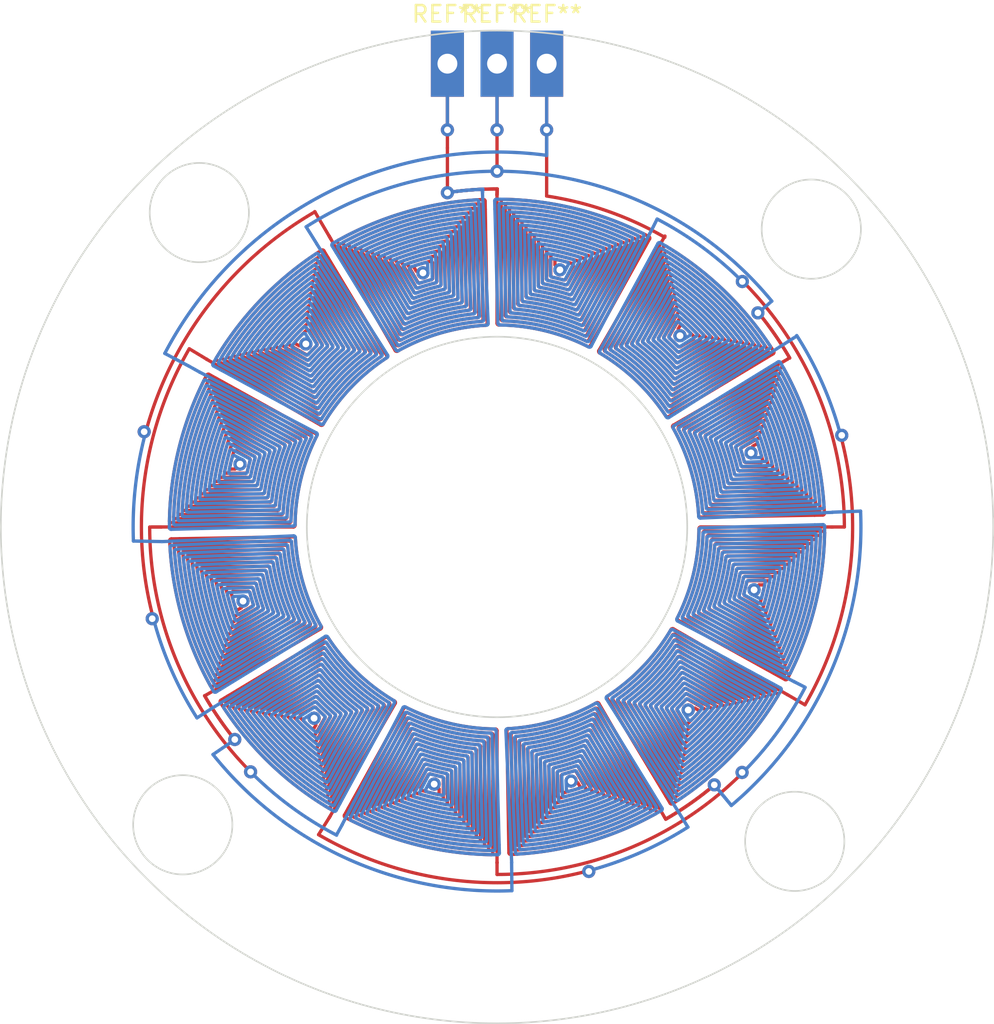
<source format=kicad_pcb>
(kicad_pcb (version 20221018) (generator pcbnew)
  (layers (0 "F.Cu" signal) (31 "B.Cu" signal) (34 "B.Paste" user) (35 "F.Paste" user) (36 "B.SilkS" user "B.Silkscreen") (37 "F.SilkS" user "F.Silkscreen") (38 "B.Mask" user) (39 "F.Mask" user) (44 "Edge.Cuts" user))
  (net 0 "")
  (footprint "PCM_Elektuur:Pad_Rect_3.02x3.02mm_Drill1.2mm" (layer "F.Cu") (at 136.249001 61.308)
    (fp_text reference "REF**")
    (fp_text value "B")
  )
  (footprint "PCM_Elektuur:Pad_Rect_3.02x3.02mm_Drill1.2mm" (layer "F.Cu") (at 139.249001 61.308)
    (fp_text reference "REF**")
    (fp_text value "C")
  )
  (footprint "PCM_Elektuur:Pad_Rect_3.02x3.02mm_Drill1.2mm" (layer "F.Cu") (at 133.249001 61.308)
    (fp_text reference "REF**")
    (fp_text value "A")
  )
  (gr_arc (start 120.397001 102.162) (mid 119.431073 100.86951) (end 118.570271 99.50475) (stroke (width 0.2)) (layer "F.Cu"))
  (gr_arc (start 149.395001 104.898) (mid 147.967325 105.997706) (end 146.448138 106.967077) (stroke (width 0.2)) (layer "F.Cu"))
  (gr_arc (start 133.24489 69.10007) (mid 134.750327 68.933038) (end 136.264001 68.878001) (stroke (width 0.2)) (layer "F.Cu"))
  (gr_line (start 154.868652 100.056963) (end 153.792001 99.435) (stroke (width 0.2)) (layer "F.Cu"))
  (gr_arc (start 121.399759 104.157242) (mid 116.847531 97.344352) (end 115.249001 89.308) (stroke (width 0.2)) (layer "F.Cu"))
  (gr_line (start 115.949001 89.308) (end 115.349001 89.308) (stroke (width 0.2)) (layer "F.Cu"))
  (gr_line (start 136.264001 68.878001) (end 136.246001 69.249) (stroke (width 0.2)) (layer "F.Cu"))
  (gr_arc (start 157.504001 94.984) (mid 154.817698 101.106114) (end 150.416582 106.138675) (stroke (width 0.2)) (layer "B.Cu"))
  (gr_line (start 152.548001 78.927) (end 154.369001 77.769) (stroke (width 0.2)) (layer "B.Cu"))
  (gr_arc (start 133.209797 69.105299) (mid 134.297591 68.971386) (end 135.391001 68.896001) (stroke (width 0.2)) (layer "B.Cu"))
  (gr_line (start 149.39421 104.898662) (end 150.415791 106.139337) (stroke (width 0.2)) (layer "B.Cu"))
  (gr_line (start 139.248001 66.864) (end 139.249001 65.308) (stroke (width 0.2)) (layer "B.Cu"))
  (gr_line (start 135.391001 68.896001) (end 135.372001 69.083) (stroke (width 0.2)) (layer "B.Cu"))
  (gr_circle (center 136.249001 89.308) (end 166.249001 89.248) (stroke (width 0.1)) (fill none) (layer "Edge.Cuts"))
  (gr_circle (center 136.249001 89.308) (end 147.749001 89.327) (stroke (width 0.1)) (fill none) (layer "Edge.Cuts"))
  (gr_circle (center 154.249001 108.308) (end 157.249001 108.308) (stroke (width 0.1)) (fill none) (layer "Edge.Cuts"))
  (gr_circle (center 118.249001 70.308) (end 121.249001 70.308) (stroke (width 0.1)) (fill none) (layer "Edge.Cuts"))
  (gr_circle (center 155.249001 71.308) (end 158.249001 71.308) (stroke (width 0.1)) (fill none) (layer "Edge.Cuts"))
  (gr_circle (center 117.249001 107.308) (end 120.249001 107.308) (stroke (width 0.1)) (fill none) (layer "Edge.Cuts"))
  (segment (start 119.267255 80.324272) (end 125.306056 83.675753) (width 0.2) (layer "F.Cu") (net 0))
  (segment (start 126.034242 73.03699) (end 129.588257 78.958858) (width 0.2) (layer "F.Cu") (net 0))
  (segment (start 150.404902 91.3081) (end 154.083292 91.3081) (width 0.2) (layer "F.Cu") (net 0))
  (segment (start 147.107413 104.222379) (end 144.572316 99.998282) (width 0.2) (layer "F.Cu") (net 0))
  (segment (start 155.679093 88.343306) (end 148.775748 88.460203) (width 0.2) (layer "F.Cu") (net 0))
  (segment (start 118.184568 91.499748) (end 122.615511 91.424718) (width 0.2) (layer "F.Cu") (net 0))
  (segment (start 126.173001 106.768) (end 125.458389 107.904208) (width 0.2) (layer "F.Cu") (net 0))
  (segment (start 119.658486 92.724969) (end 121.595014 92.692178) (width 0.2) (layer "F.Cu") (net 0))
  (segment (start 135.248901 102.573289) (end 135.248901 108.233563) (width 0.2) (layer "F.Cu") (net 0))
  (segment (start 133.998901 103.677932) (end 133.998901 106.858874) (width 0.2) (layer "F.Cu") (net 0))
  (segment (start 118.759682 91.990081) (end 122.198068 91.931858) (width 0.2) (layer "F.Cu") (net 0))
  (segment (start 139.66597 105.898515) (end 139.633179 103.961987) (width 0.2) (layer "F.Cu") (net 0))
  (segment (start 142.310379 100.306814) (end 143.711343 102.733356) (width 0.2) (layer "F.Cu") (net 0))
  (segment (start 147.200122 77.340279) (end 147.321023 77.130873) (width 0.2) (layer "F.Cu") (net 0))
  (segment (start 119.761766 82.886091) (end 122.768607 84.554861) (width 0.2) (layer "F.Cu") (net 0))
  (segment (start 126.098964 106.888253) (end 126.098915 106.888266) (width 0.2) (layer "F.Cu") (net 0))
  (segment (start 137.213695 108.738092) (end 137.096798 101.834747) (width 0.2) (layer "F.Cu") (net 0))
  (segment (start 140.155435 105.272116) (end 140.139822 104.350084) (width 0.2) (layer "F.Cu") (net 0))
  (segment (start 152.466777 95.008519) (end 150.333548 93.824596) (width 0.2) (layer "F.Cu") (net 0))
  (segment (start 124.937713 77.039777) (end 125.674137 78.266843) (width 0.2) (layer "F.Cu") (net 0))
  (segment (start 153.73832 86.625919) (end 150.299934 86.684142) (width 0.2) (layer "F.Cu") (net 0))
  (segment (start 123.452241 88.8079) (end 116.80075 88.8079) (width 0.2) (layer "F.Cu") (net 0))
  (segment (start 121.764022 94.206689) (end 120.310799 95.045707) (width 0.2) (layer "F.Cu") (net 0))
  (segment (start 147.78402 99.720639) (end 148.799234 100.306773) (width 0.2) (layer "F.Cu") (net 0))
  (segment (start 125.780137 72.61359) (end 126.034241 73.03699) (width 0.2) (layer "F.Cu") (net 0))
  (segment (start 155.447488 88.597264) (end 148.541992 88.714197) (width 0.2) (layer "F.Cu") (net 0))
  (segment (start 137.704711 108.2033) (end 137.604565 102.289192) (width 0.2) (layer "F.Cu") (net 0))
  (segment (start 147.247815 83.246622) (end 149.674357 81.845657) (width 0.2) (layer "F.Cu") (net 0))
  (segment (start 154.313434 87.116252) (end 149.882491 87.191282) (width 0.2) (layer "F.Cu") (net 0))
  (segment (start 149.676552 78.175642) (end 147.155431 79.688695) (width 0.2) (layer "F.Cu") (net 0))
  (segment (start 147.911073 83.441041) (end 153.241942 80.363262) (width 0.2) (layer "F.Cu") (net 0))
  (segment (start 125.587921 83.152707) (end 119.525743 79.652707) (width 0.2) (layer "F.Cu") (net 0))
  (segment (start 150.427702 78.307972) (end 147.052966 80.333324) (width 0.2) (layer "F.Cu") (net 0))
  (segment (start 124.690966 78.247103) (end 124.28128 78.356878) (width 0.2) (layer "F.Cu") (net 0))
  (segment (start 145.90412 106.031357) (end 145.904169 106.03137) (width 0.2) (layer "F.Cu") (net 0))
  (segment (start 153.340666 97.494968) (end 148.168825 94.624643) (width 0.2) (layer "F.Cu") (net 0))
  (segment (start 151.789001 93.108) (end 152.088912 92.808089) (width 0.2) (layer "F.Cu") (net 0))
  (segment (start 126.79344 100.685311) (end 125.452448 103.007977) (width 0.2) (layer "F.Cu") (net 0))
  (segment (start 135.998901 101.863941) (end 135.998901 104.66587) (width 0.2) (layer "F.Cu") (net 0))
  (segment (start 138.499101 74.938068) (end 138.499101 71.757126) (width 0.2) (layer "F.Cu") (net 0))
  (segment (start 148.559413 89.3081) (end 155.559413 89.3081) (width 0.2) (layer "F.Cu") (net 0))
  (segment (start 122.755547 88.0579) (end 117.590271 88.0579) (width 0.2) (layer "F.Cu") (net 0))
  (segment (start 152.240829 78.677657) (end 146.745221 81.975852) (width 0.2) (layer "F.Cu") (net 0))
  (segment (start 123.215871 88.5579) (end 117.060314 88.5579) (width 0.2) (layer "F.Cu") (net 0))
  (segment (start 145.90428 72.584693) (end 146.399038 71.727747) (width 0.2) (layer "F.Cu") (net 0))
  (segment (start 125.116643 75.880449) (end 126.629696 78.40157) (width 0.2) (layer "F.Cu") (net 0))
  (segment (start 124.260874 95.074532) (end 119.358933 97.904669) (width 0.2) (layer "F.Cu") (net 0))
  (segment (start 147.560289 101.576223) (end 146.823865 100.349157) (width 0.2) (layer "F.Cu") (net 0))
  (segment (start 120.972148 100.092383) (end 125.62011 97.302904) (width 0.2) (layer "F.Cu") (net 0))
  (segment (start 148.559725 83.643891) (end 153.032985 81.061253) (width 0.2) (layer "F.Cu") (net 0))
  (segment (start 142.404294 78.64692) (end 145.904294 72.584742) (width 0.2) (layer "F.Cu") (net 0))
  (segment (start 132.449001 104.848) (end 132.748912 105.147911) (width 0.2) (layer "F.Cu") (net 0))
  (segment (start 125.188377 81.478655) (end 120.715117 78.896017) (width 0.2) (layer "F.Cu") (net 0))
  (segment (start 126.593882 72.584643) (end 126.593833 72.58463) (width 0.2) (layer "F.Cu") (net 0))
  (segment (start 153.144267 86.135906) (end 150.704875 86.177213) (width 0.2) (layer "F.Cu") (net 0))
  (segment (start 133.321872 72.113221) (end 133.371654 75.053102) (width 0.2) (layer "F.Cu") (net 0))
  (segment (start 126.200944 71.903566) (end 125.228111 70.248554) (width 0.2) (layer "F.Cu") (net 0))
  (segment (start 147.807036 100.368897) (end 148.216722 100.259122) (width 0.2) (layer "F.Cu") (net 0))
  (segment (start 149.045761 89.8081) (end 155.697252 89.8081) (width 0.2) (layer "F.Cu") (net 0))
  (segment (start 151.525854 78.523617) (end 146.877892 81.313096) (width 0.2) (layer "F.Cu") (net 0))
  (segment (start 133.249001 66.398) (end 133.250001 69.098) (width 0.2) (layer "F.Cu") (net 0))
  (segment (start 126.593708 106.031257) (end 126.593721 106.031306) (width 0.2) (layer "F.Cu") (net 0))
  (segment (start 138.999101 74.519296) (end 138.999101 72.338154) (width 0.2) (layer "F.Cu") (net 0))
  (segment (start 119.977991 99.522759) (end 125.899859 95.968744) (width 0.2) (layer "F.Cu") (net 0))
  (segment (start 119.04694 80.773842) (end 124.651065 83.884081) (width 0.2) (layer "F.Cu") (net 0))
  (segment (start 138.249101 75.152099) (end 138.249101 71.473709) (width 0.2) (layer "F.Cu") (net 0))
  (segment (start 133.748901 103.888821) (end 133.748901 106.570805) (width 0.2) (layer "F.Cu") (net 0))
  (segment (start 136.264001 68.878001) (end 136.246001 69.249) (width 0.2) (layer "F.Cu") (net 0))
  (segment (start 131.350312 74.823021) (end 130.511293 73.369798) (width 0.2) (layer "F.Cu") (net 0))
  (segment (start 136.249001 67.808438) (end 136.249001 65.308) (width 0.2) (layer "F.Cu") (net 0))
  (segment (start 124.916632 95.273281) (end 119.156272 98.599026) (width 0.2) (layer "F.Cu") (net 0))
  (segment (start 147.08127 96.139479) (end 152.84163 99.465224) (width 0.2) (layer "F.Cu") (net 0))
  (segment (start 119.054222 92.235129) (end 121.994103 92.185347) (width 0.2) (layer "F.Cu") (net 0))
  (segment (start 151.44494 92.5581) (end 152.617208 92.5581) (width 0.2) (layer "F.Cu") (net 0))
  (segment (start 138.195472 107.653437) (end 138.112062 102.727713) (width 0.2) (layer "F.Cu") (net 0))
  (segment (start 147.179327 103.856384) (end 144.898877 100.05659) (width 0.2) (layer "F.Cu") (net 0))
  (segment (start 148.121114 77.942871) (end 147.330417 78.417408) (width 0.2) (layer "F.Cu") (net 0))
  (segment (start 146.025009 77.875657) (end 147.11558 75.986733) (width 0.2) (layer "F.Cu") (net 0))
  (segment (start 127.02565 106.721507) (end 127.265273 106.289746) (width 0.2) (layer "F.Cu") (net 0))
  (segment (start 122.679225 94.544322) (end 119.924448 96.134793) (width 0.2) (layer "F.Cu") (net 0))
  (segment (start 139.421095 106.203266) (end 139.379788 103.763874) (width 0.2) (layer "F.Cu") (net 0))
  (segment (start 152.213117 85.401566) (end 151.291085 85.417179) (width 0.2) (layer "F.Cu") (net 0))
  (segment (start 141.14769 103.792979) (end 141.986708 105.246202) (width 0.2) (layer "F.Cu") (net 0))
  (segment (start 141.261697 103.490443) (end 142.352268 105.379367) (width 0.2) (layer "F.Cu") (net 0))
  (segment (start 130.689214 76.677966) (end 128.354113 72.633453) (width 0.2) (layer "F.Cu") (net 0))
  (segment (start 124.989681 80.497912) (end 121.804102 78.658717) (width 0.2) (layer "F.Cu") (net 0))
  (segment (start 125.337029 82.141829) (end 120.00616 79.06405) (width 0.2) (layer "F.Cu") (net 0))
  (segment (start 119.353735 92.480094) (end 121.793127 92.438787) (width 0.2) (layer "F.Cu") (net 0))
  (segment (start 141.585077 73.231708) (end 140.645211 74.925186) (width 0.2) (layer "F.Cu") (net 0))
  (segment (start 125.698505 72.963394) (end 129.251413 78.883418) (width 0.2) (layer "F.Cu") (net 0))
  (segment (start 135.038768 70.143499) (end 135.147285 76.551933) (width 0.2) (layer "F.Cu") (net 0))
  (segment (start 141.594814 102.56742) (end 143.434009 105.752999) (width 0.2) (layer "F.Cu") (net 0))
  (segment (start 130.28372 77.975631) (end 126.957974 72.215271) (width 0.2) (layer "F.Cu") (net 0))
  (segment (start 130.382042 77.645928) (end 127.304263 72.315059) (width 0.2) (layer "F.Cu") (net 0))
  (segment (start 140.728104 104.666035) (end 141.13779 104.77581) (width 0.2) (layer "F.Cu") (net 0))
  (segment (start 122.066558 94.320696) (end 120.177634 95.411267) (width 0.2) (layer "F.Cu") (net 0))
  (segment (start 126.593722 106.031307) (end 126.098964 106.888253) (width 0.2) (layer "F.Cu") (net 0))
  (segment (start 154.871335 87.606877) (end 149.451342 87.698656) (width 0.2) (layer "F.Cu") (net 0))
  (segment (start 137.499101 75.814546) (end 137.499101 70.64927) (width 0.2) (layer "F.Cu") (net 0))
  (segment (start 117.0845 90.518233) (end 123.492934 90.409716) (width 0.2) (layer "F.Cu") (net 0))
  (segment (start 151.242705 92.3081) (end 152.920742 92.3081) (width 0.2) (layer "F.Cu") (net 0))
  (segment (start 120.172709 83.971924) (end 121.866187 84.91179) (width 0.2) (layer "F.Cu") (net 0))
  (segment (start 121.66818 86.8079) (end 118.986196 86.8079) (width 0.2) (layer "F.Cu") (net 0))
  (segment (start 125.464618 74.031147) (end 128.254097 78.679109) (width 0.2) (layer "F.Cu") (net 0))
  (segment (start 128.090964 100.437934) (end 125.755863 104.482447) (width 0.2) (layer "F.Cu") (net 0))
  (segment (start 151.884956 78.599668) (end 146.813261 81.643451) (width 0.2) (layer "F.Cu") (net 0))
  (segment (start 128.419656 100.368624) (end 125.837018 104.841884) (width 0.2) (layer "F.Cu") (net 0))
  (segment (start 149.51429 90.3081) (end 155.174564 90.3081) (width 0.2) (layer "F.Cu") (net 0))
  (segment (start 143.415172 78.396028) (end 146.492951 73.065159) (width 0.2) (layer "F.Cu") (net 0))
  (segment (start 125.188104 100.866035) (end 125.297879 101.275721) (width 0.2) (layer "F.Cu") (net 0))
  (segment (start 137.459234 108.472501) (end 137.350717 102.064067) (width 0.2) (layer "F.Cu") (net 0))
  (segment (start 136.248937 108.618448) (end 136.248937 109.607964) (width 0.2) (layer "F.Cu") (net 0))
  (segment (start 152.027548 93.906987) (end 151.221238 93.459492) (width 0.2) (layer "F.Cu") (net 0))
  (segment (start 123.073745 81.412472) (end 119.309543 79.239209) (width 0.2) (layer "F.Cu") (net 0))
  (segment (start 144.086952 72.330024) (end 141.456438 77.069765) (width 0.2) (layer "F.Cu") (net 0))
  (segment (start 150.126412 84.18274) (end 152.449078 82.841748) (width 0.2) (layer "F.Cu") (net 0))
  (segment (start 146.957333 104.943955) (end 143.91355 99.87226) (width 0.2) (layer "F.Cu") (net 0))
  (segment (start 148.237128 83.541468) (end 153.139069 80.711331) (width 0.2) (layer "F.Cu") (net 0))
  (segment (start 150.431444 84.295304) (end 152.320368 83.204733) (width 0.2) (layer "F.Cu") (net 0))
  (segment (start 147.626312 98.763561) (end 149.948978 100.104553) (width 0.2) (layer "F.Cu") (net 0))
  (segment (start 123.69306 89.0579) (end 120.891131 89.0579) (width 0.2) (layer "F.Cu") (net 0))
  (segment (start 125.618658 73.316172) (end 128.916853 78.81178) (width 0.2) (layer "F.Cu") (net 0))
  (segment (start 145.904294 72.584743) (end 145.904281 72.584694) (width 0.2) (layer "F.Cu") (net 0))
  (segment (start 125.052883 80.823077) (end 121.437495 78.735732) (width 0.2) (layer "F.Cu") (net 0))
  (segment (start 136.499101 73.95013) (end 136.499101 69.603604) (width 0.2) (layer "F.Cu") (net 0))
  (segment (start 120.031225 83.607481) (end 122.164454 84.791404) (width 0.2) (layer "F.Cu") (net 0))
  (segment (start 144.144529 76.132744) (end 146.317792 72.368542) (width 0.2) (layer "F.Cu") (net 0))
  (segment (start 136.499101 76.752059) (end 136.499101 73.95013) (width 0.2) (layer "F.Cu") (net 0))
  (segment (start 124.994562 76.648677) (end 125.991224 78.309364) (width 0.2) (layer "F.Cu") (net 0))
  (segment (start 130.187623 78.309186) (end 128.786658 75.882644) (width 0.2) (layer "F.Cu") (net 0))
  (segment (start 135.284307 69.877908) (end 135.401204 76.781253) (width 0.2) (layer "F.Cu") (net 0))
  (segment (start 116.556786 90.027097) (end 117.050513 90.018736) (width 0.2) (layer "F.Cu") (net 0))
  (segment (start 134.547878 70.685666) (end 134.639657 76.105659) (width 0.2) (layer "F.Cu") (net 0))
  (segment (start 136.248937 109.607964) (end 136.248901 109.608) (width 0.2) (layer "F.Cu") (net 0))
  (segment (start 149.294683 78.113253) (end 147.202761 79.368722) (width 0.2) (layer "F.Cu") (net 0))
  (segment (start 145.472352 71.894493) (end 145.232729 72.326254) (width 0.2) (layer "F.Cu") (net 0))
  (segment (start 149.818777 84.071678) (end 152.573554 82.481207) (width 0.2) (layer "F.Cu") (net 0))
  (segment (start 117.626667 91.009123) (end 123.04666 90.917344) (width 0.2) (layer "F.Cu") (net 0))
  (segment (start 128.761976 106.16885) (end 131.152603 101.861343) (width 0.2) (layer "F.Cu") (net 0))
  (segment (start 131.650014 105.086547) (end 132.097509 104.280237) (width 0.2) (layer "F.Cu") (net 0))
  (segment (start 131.236305 75.125557) (end 130.145734 73.236633) (width 0.2) (layer "F.Cu") (net 0))
  (segment (start 146.344016 77.823121) (end 147.183035 76.369898) (width 0.2) (layer "F.Cu") (net 0))
  (segment (start 136.968098 109.000215) (end 136.959737 108.506488) (width 0.2) (layer "F.Cu") (net 0))
  (segment (start 134.498901 103.246584) (end 134.498901 107.421274) (width 0.2) (layer "F.Cu") (net 0))
  (segment (start 152.972372 79.652831) (end 153.829318 79.158073) (width 0.2) (layer "F.Cu") (net 0))
  (segment (start 119.271025 81.470049) (end 124.010766 84.100563) (width 0.2) (layer "F.Cu") (net 0))
  (segment (start 149.195219 83.854339) (end 152.810607 81.766994) (width 0.2) (layer "F.Cu") (net 0))
  (segment (start 120.890966 93.787103) (end 120.781191 94.196789) (width 0.2) (layer "F.Cu") (net 0))
  (segment (start 135.498901 102.34113) (end 135.498901 108.496687) (width 0.2) (layer "F.Cu") (net 0))
  (segment (start 142.11596 100.970072) (end 145.193738 106.300941) (width 0.2) (layer "F.Cu") (net 0))
  (segment (start 130.79534 76.361782) (end 128.707995 72.746394) (width 0.2) (layer "F.Cu") (net 0))
  (segment (start 120.709001 85.508) (end 120.40909 85.807911) (width 0.2) (layer "F.Cu") (net 0))
  (segment (start 141.032301 104.093119) (end 141.618435 105.108333) (width 0.2) (layer "F.Cu") (net 0))
  (segment (start 127.265273 106.289746) (end 130.616754 100.250945) (width 0.2) (layer "F.Cu") (net 0))
  (segment (start 152.529238 85.646249) (end 151.098356 85.670478) (width 0.2) (layer "F.Cu") (net 0))
  (segment (start 130.093882 78.64682) (end 126.593882 72.584642) (width 0.2) (layer "F.Cu") (net 0))
  (segment (start 140.049001 73.768) (end 139.74909 73.468089) (width 0.2) (layer "F.Cu") (net 0))
  (segment (start 142.40412 99.96918) (end 145.90412 106.031358) (width 0.2) (layer "F.Cu") (net 0))
  (segment (start 119.388151 81.820975) (end 123.695658 84.211602) (width 0.2) (layer "F.Cu") (net 0))
  (segment (start 150.187585 91.0581) (end 154.362275 91.0581) (width 0.2) (layer "F.Cu") (net 0))
  (segment (start 124.713982 78.895361) (end 123.698768 78.309227) (width 0.2) (layer "F.Cu") (net 0))
  (segment (start 147.508321 98.118088) (end 150.6939 99.957283) (width 0.2) (layer "F.Cu") (net 0))
  (segment (start 121.700617 100.238326) (end 125.500411 97.957876) (width 0.2) (layer "F.Cu") (net 0))
  (segment (start 130.093708 99.96908) (end 126.593708 106.031258) (width 0.2) (layer "F.Cu") (net 0))
  (segment (start 119.525694 79.652721) (end 118.668748 79.157963) (width 0.2) (layer "F.Cu") (net 0))
  (segment (start 153.451062 97.842158) (end 147.846937 94.731919) (width 0.2) (layer "F.Cu") (net 0))
  (segment (start 147.568677 98.44161) (end 150.323454 100.032081) (width 0.2) (layer "F.Cu") (net 0))
  (segment (start 144.783159 72.105939) (end 141.67292 77.710064) (width 0.2) (layer "F.Cu") (net 0))
  (segment (start 151.716811 84.41921) (end 151.926217 84.298309) (width 0.2) (layer "F.Cu") (net 0))
  (segment (start 125.054254 76.262318) (end 126.309723 78.35424) (width 0.2) (layer "F.Cu") (net 0))
  (segment (start 120.40909 85.807911) (end 120.167289 85.807911) (width 0.2) (layer "F.Cu") (net 0))
  (segment (start 152.839516 85.891031) (end 150.902988 85.923822) (width 0.2) (layer "F.Cu") (net 0))
  (segment (start 124.28128 78.356879) (end 124.071874 78.235978) (width 0.2) (layer "F.Cu") (net 0))
  (segment (start 152.972258 98.963293) (end 152.972307 98.96328) (width 0.2) (layer "F.Cu") (net 0))
  (segment (start 127.115391 100.627676) (end 125.52492 103.382453) (width 0.2) (layer "F.Cu") (net 0))
  (segment (start 125.248973 75.129299) (end 127.274325 78.504035) (width 0.2) (layer "F.Cu") (net 0))
  (segment (start 118.835494 80.084649) (end 119.267255 80.324272) (width 0.2) (layer "F.Cu") (net 0))
  (segment (start 125.390589 74.393621) (end 127.925686 78.617718) (width 0.2) (layer "F.Cu") (net 0))
  (segment (start 146.46376 105.57901) (end 142.909745 99.657142) (width 0.2) (layer "F.Cu") (net 0))
  (segment (start 147.73388 99.403015) (end 149.187103 100.242033) (width 0.2) (layer "F.Cu") (net 0))
  (segment (start 133.812048 71.528871) (end 133.878686 75.464154) (width 0.2) (layer "F.Cu") (net 0))
  (segment (start 117.353701 90.76371) (end 123.267809 90.663564) (width 0.2) (layer "F.Cu") (net 0))
  (segment (start 126.472993 100.740343) (end 125.382422 102.629267) (width 0.2) (layer "F.Cu") (net 0))
  (segment (start 118.744001 79.199) (end 117.642006 78.536896) (width 0.2) (layer "F.Cu") (net 0))
  (segment (start 133.249001 65.308) (end 133.249001 66.398) (width 0.2) (layer "F.Cu") (net 0))
  (segment (start 141.21795 73.378026) (end 140.523492 74.629321) (width 0.2) (layer "F.Cu") (net 0))
  (segment (start 119.508869 82.173893) (end 123.383693 84.324386) (width 0.2) (layer "F.Cu") (net 0))
  (segment (start 150.618933 91.5581) (end 153.799875 91.5581) (width 0.2) (layer "F.Cu") (net 0))
  (segment (start 115.949037 89.307936) (end 115.949001 89.3079) (width 0.2) (layer "F.Cu") (net 0))
  (segment (start 150.797385 78.377674) (end 146.997591 80.658124) (width 0.2) (layer "F.Cu") (net 0))
  (segment (start 115.949001 89.308) (end 115.349001 89.308) (width 0.2) (layer "F.Cu") (net 0))
  (segment (start 148.216722 100.259121) (end 148.426128 100.380021) (width 0.2) (layer "F.Cu") (net 0))
  (segment (start 130.912925 105.384292) (end 131.852791 103.690814) (width 0.2) (layer "F.Cu") (net 0))
  (segment (start 144.733924 78.111882) (end 146.821269 74.496494) (width 0.2) (layer "F.Cu") (net 0))
  (segment (start 122.82145 100.440358) (end 125.342571 98.927305) (width 0.2) (layer "F.Cu") (net 0))
  (segment (start 147.445119 97.792923) (end 151.060507 99.880268) (width 0.2) (layer "F.Cu") (net 0))
  (segment (start 152.178975 94.276949) (end 150.92768 93.582491) (width 0.2) (layer "F.Cu") (net 0))
  (segment (start 145.704562 77.930689) (end 147.045554 75.608023) (width 0.2) (layer "F.Cu") (net 0))
  (segment (start 142.67091 72.820765) (end 141.00214 75.827606) (width 0.2) (layer "F.Cu") (net 0))
  (segment (start 124.764122 79.212985) (end 123.310899 78.373966) (width 0.2) (layer "F.Cu") (net 0))
  (segment (start 122.0703 100.308028) (end 125.445036 98.282676) (width 0.2) (layer "F.Cu") (net 0))
  (segment (start 136.249001 110.308059) (end 136.249001 109.558) (width 0.2) (layer "F.Cu") (net 0))
  (segment (start 143.747758 78.319973) (end 146.577895 73.418032) (width 0.2) (layer "F.Cu") (net 0))
  (segment (start 134.748901 103.025824) (end 134.748901 107.696025) (width 0.2) (layer "F.Cu") (net 0))
  (segment (start 141.485323 102.877776) (end 143.075794 105.632553) (width 0.2) (layer "F.Cu") (net 0))
  (segment (start 129.4699 105.923654) (end 131.379831 102.48228) (width 0.2) (layer "F.Cu") (net 0))
  (segment (start 133.248901 104.301704) (end 133.248901 105.979741) (width 0.2) (layer "F.Cu") (net 0))
  (segment (start 123.589678 100.562439) (end 125.250365 99.565777) (width 0.2) (layer "F.Cu") (net 0))
  (segment (start 132.998901 104.503939) (end 132.998901 105.676207) (width 0.2) (layer "F.Cu") (net 0))
  (segment (start 145.232729 72.326254) (end 141.881248 78.365055) (width 0.2) (layer "F.Cu") (net 0))
  (segment (start 137.999101 75.369416) (end 137.999101 71.194726) (width 0.2) (layer "F.Cu") (net 0))
  (segment (start 125.836362 100.843019) (end 125.250228 101.858233) (width 0.2) (layer "F.Cu") (net 0))
  (segment (start 127.438913 100.56732) (end 125.599718 103.752899) (width 0.2) (layer "F.Cu") (net 0))
  (segment (start 121.460297 86.5579) (end 119.279155 86.5579) (width 0.2) (layer "F.Cu") (net 0))
  (segment (start 128.062033 106.399665) (end 130.932358 101.227824) (width 0.2) (layer "F.Cu") (net 0))
  (segment (start 141.702662 102.254218) (end 143.790007 105.869606) (width 0.2) (layer "F.Cu") (net 0))
  (segment (start 120.257173 99.938343) (end 125.752781 96.640148) (width 0.2) (layer "F.Cu") (net 0))
  (segment (start 132.832032 72.717485) (end 132.864823 74.654013) (width 0.2) (layer "F.Cu") (net 0))
  (segment (start 152.864655 96.087101) (end 149.423281 94.17717) (width 0.2) (layer "F.Cu") (net 0))
  (segment (start 149.966825 90.8081) (end 154.637026 90.8081) (width 0.2) (layer "F.Cu") (net 0))
  (segment (start 132.58725 73.027763) (end 132.611479 74.458645) (width 0.2) (layer "F.Cu") (net 0))
  (segment (start 153.662508 98.531351) (end 153.230747 98.291728) (width 0.2) (layer "F.Cu") (net 0))
  (segment (start 133.56692 71.818681) (end 133.625143 75.257067) (width 0.2) (layer "F.Cu") (net 0))
  (segment (start 139.910752 105.588237) (end 139.886523 104.157355) (width 0.2) (layer "F.Cu") (net 0))
  (segment (start 135.538265 70.109513) (end 135.655198 77.015009) (width 0.2) (layer "F.Cu") (net 0))
  (segment (start 155.559413 89.3081) (end 155.559449 89.308064) (width 0.2) (layer "F.Cu") (net 0))
  (segment (start 152.603681 95.370421) (end 150.032778 93.943593) (width 0.2) (layer "F.Cu") (net 0))
  (segment (start 145.059089 78.04868) (end 146.898284 74.863101) (width 0.2) (layer "F.Cu") (net 0))
  (segment (start 147.443748 102.353682) (end 146.188279 100.26176) (width 0.2) (layer "F.Cu") (net 0))
  (segment (start 119.525744 79.652707) (end 119.525695 79.65272) (width 0.2) (layer "F.Cu") (net 0))
  (segment (start 152.972358 79.652881) (end 152.972371 79.652832) (width 0.2) (layer "F.Cu") (net 0))
  (segment (start 125.500287 82.813437) (end 123.073745 81.412472) (width 0.2) (layer "F.Cu") (net 0))
  (segment (start 146.799497 105.652606) (end 143.246589 99.732582) (width 0.2) (layer "F.Cu") (net 0))
  (segment (start 121.334622 100.166412) (end 125.558719 97.631315) (width 0.2) (layer "F.Cu") (net 0))
  (segment (start 127.714843 106.510061) (end 130.825082 100.905936) (width 0.2) (layer "F.Cu") (net 0))
  (segment (start 133.076907 72.412734) (end 133.118214 74.852126) (width 0.2) (layer "F.Cu") (net 0))
  (segment (start 123.938277 94.972109) (end 119.465017 97.554747) (width 0.2) (layer "F.Cu") (net 0))
  (segment (start 136.249065 69.997552) (end 136.249065 69.008036) (width 0.2) (layer "F.Cu") (net 0))
  (segment (start 149.742455 90.5581) (end 154.907731 90.5581) (width 0.2) (layer "F.Cu") (net 0))
  (segment (start 130.548482 105.525776) (end 131.732405 103.392547) (width 0.2) (layer "F.Cu") (net 0))
  (segment (start 116.938589 89.3079) (end 116.938553 89.307936) (width 0.2) (layer "F.Cu") (net 0))
  (segment (start 142.214282 100.640369) (end 145.540027 106.400729) (width 0.2) (layer "F.Cu") (net 0))
  (segment (start 135.998901 104.66587) (end 135.998901 109.012396) (width 0.2) (layer "F.Cu") (net 0))
  (segment (start 121.463882 94.0913) (end 120.448668 94.677434) (width 0.2) (layer "F.Cu") (net 0))
  (segment (start 147.58137 83.342719) (end 153.34173 80.016973) (width 0.2) (layer "F.Cu") (net 0))
  (segment (start 119.633347 82.528899) (end 123.074721 84.43883) (width 0.2) (layer "F.Cu") (net 0))
  (segment (start 125.260974 81.809243) (end 120.359033 78.979106) (width 0.2) (layer "F.Cu") (net 0))
  (segment (start 120.470454 84.709013) (end 121.276764 85.156508) (width 0.2) (layer "F.Cu") (net 0))
  (segment (start 148.908324 78.053561) (end 147.247637 79.050223) (width 0.2) (layer "F.Cu") (net 0))
  (segment (start 137.950124 107.930334) (end 137.858345 102.510341) (width 0.2) (layer "F.Cu") (net 0))
  (segment (start 125.119067 81.149963) (end 121.074554 78.814862) (width 0.2) (layer "F.Cu") (net 0))
  (segment (start 136.248901 108.618412) (end 136.248937 108.618448) (width 0.2) (layer "F.Cu") (net 0))
  (segment (start 146.398928 106.888317) (end 146.398915 106.888366) (width 0.2) (layer "F.Cu") (net 0))
  (segment (start 143.028102 72.692346) (end 141.118171 76.13372) (width 0.2) (layer "F.Cu") (net 0))
  (segment (start 141.137791 104.77581) (end 141.258691 104.985216) (width 0.2) (layer "F.Cu") (net 0))
  (segment (start 150.73398 84.409311) (end 152.187203 83.570292) (width 0.2) (layer "F.Cu") (net 0))
  (segment (start 120.613046 100.016332) (end 125.684741 96.972549) (width 0.2) (layer "F.Cu") (net 0))
  (segment (start 136.249101 76.997588) (end 136.249101 69.997588) (width 0.2) (layer "F.Cu") (net 0))
  (segment (start 135.529904 69.615785) (end 135.538265 70.109512) (width 0.2) (layer "F.Cu") (net 0))
  (segment (start 148.879035 83.748213) (end 152.923548 81.413112) (width 0.2) (layer "F.Cu") (net 0))
  (segment (start 139.249001 61.308) (end 139.249001 69.308) (width 0.2) (layer "F.Cu") (net 0))
  (segment (start 136.248901 101.618412) (end 136.248901 108.618412) (width 0.2) (layer "F.Cu") (net 0))
  (segment (start 117.050514 90.018736) (end 123.95601 89.901803) (width 0.2) (layer "F.Cu") (net 0))
  (segment (start 150.829822 91.8081) (end 153.511806 91.8081) (width 0.2) (layer "F.Cu") (net 0))
  (segment (start 119.525644 98.963119) (end 119.525631 98.963168) (width 0.2) (layer "F.Cu") (net 0))
  (segment (start 124.816658 79.531992) (end 122.927734 78.441421) (width 0.2) (layer "F.Cu") (net 0))
  (segment (start 140.847988 73.529453) (end 140.400493 74.335763) (width 0.2) (layer "F.Cu") (net 0))
  (segment (start 123.203319 100.502747) (end 125.295241 99.247278) (width 0.2) (layer "F.Cu") (net 0))
  (segment (start 144.078346 78.247376) (end 146.660984 73.774116) (width 0.2) (layer "F.Cu") (net 0))
  (segment (start 153.109851 96.795025) (end 148.802344 94.404398) (width 0.2) (layer "F.Cu") (net 0))
  (segment (start 136.959737 108.506487) (end 136.842804 101.600991) (width 0.2) (layer "F.Cu") (net 0))
  (segment (start 125.318675 74.759616) (end 127.599125 78.55941) (width 0.2) (layer "F.Cu") (net 0))
  (segment (start 142.015533 101.296127) (end 144.84567 106.198068) (width 0.2) (layer "F.Cu") (net 0))
  (segment (start 121.053062 86.0579) (end 119.880794 86.0579) (width 0.2) (layer "F.Cu") (net 0))
  (segment (start 123.980778 100.619288) (end 125.207844 99.882864) (width 0.2) (layer "F.Cu") (net 0))
  (segment (start 141.374261 103.185411) (end 142.715253 105.508077) (width 0.2) (layer "F.Cu") (net 0))
  (segment (start 146.879344 105.299828) (end 143.581149 99.80422) (width 0.2) (layer "F.Cu") (net 0))
  (segment (start 131.012679 75.738224) (end 129.422208 72.983447) (width 0.2) (layer "F.Cu") (net 0))
  (segment (start 143.736026 72.44715) (end 141.345399 76.754657) (width 0.2) (layer "F.Cu") (net 0))
  (segment (start 121.255297 86.3079) (end 119.57726 86.3079) (width 0.2) (layer "F.Cu") (net 0))
  (segment (start 136.749101 76.51124) (end 136.749101 69.859749) (width 0.2) (layer "F.Cu") (net 0))
  (segment (start 123.302783 94.761661) (end 119.687395 96.849006) (width 0.2) (layer "F.Cu") (net 0))
  (segment (start 120.891131 89.0579) (end 116.544605 89.0579) (width 0.2) (layer "F.Cu") (net 0))
  (segment (start 126.153986 100.792879) (end 125.314967 102.246102) (width 0.2) (layer "F.Cu") (net 0))
  (segment (start 146.910181 83.152881) (end 152.972359 79.652881) (width 0.2) (layer "F.Cu") (net 0))
  (segment (start 141.808788 101.938034) (end 144.143888 105.982547) (width 0.2) (layer "F.Cu") (net 0))
  (segment (start 153.226977 97.145951) (end 148.487236 94.515437) (width 0.2) (layer "F.Cu") (net 0))
  (segment (start 154.02813 86.871047) (end 150.092847 86.937685) (width 0.2) (layer "F.Cu") (net 0))
  (segment (start 145.128597 71.9987) (end 141.77816 78.035621) (width 0.2) (layer "F.Cu") (net 0))
  (segment (start 139.499101 74.112061) (end 139.499101 72.939793) (width 0.2) (layer "F.Cu") (net 0))
  (segment (start 145.90417 106.031371) (end 146.398928 106.888317) (width 0.2) (layer "F.Cu") (net 0))
  (segment (start 138.440749 107.372433) (end 138.365719 102.94149) (width 0.2) (layer "F.Cu") (net 0))
  (segment (start 147.378935 97.466037) (end 151.423448 99.801137) (width 0.2) (layer "F.Cu") (net 0))
  (segment (start 138.685954 107.087129) (end 138.619316 103.151846) (width 0.2) (layer "F.Cu") (net 0))
  (segment (start 122.37159 94.43326) (end 120.048924 95.774252) (width 0.2) (layer "F.Cu") (net 0))
  (segment (start 136.249001 65.308) (end 136.249001 61.308) (width 0.2) (layer "F.Cu") (net 0))
  (segment (start 125.181591 75.502846) (end 126.951207 78.451464) (width 0.2) (layer "F.Cu") (net 0))
  (segment (start 151.037705 92.0581) (end 153.218847 92.0581) (width 0.2) (layer "F.Cu") (net 0))
  (segment (start 116.818909 90.272694) (end 123.722254 90.155797) (width 0.2) (layer "F.Cu") (net 0))
  (segment (start 146.910081 95.463293) (end 152.972259 98.963293) (width 0.2) (layer "F.Cu") (net 0))
  (segment (start 147.237028 96.806757) (end 152.138969 99.636894) (width 0.2) (layer "F.Cu") (net 0))
  (segment (start 116.938553 89.307936) (end 115.949037 89.307936) (width 0.2) (layer "F.Cu") (net 0))
  (segment (start 125.416732 82.476521) (end 119.656372 79.150775) (width 0.2) (layer "F.Cu") (net 0))
  (segment (start 157.249001 89.308) (end 156.449001 89.308) (width 0.2) (layer "F.Cu") (net 0))
  (segment (start 132.748912 105.147911) (end 132.748912 105.389712) (width 0.2) (layer "F.Cu") (net 0))
  (segment (start 129.417522 100.140269) (end 126.091776 105.900629) (width 0.2) (layer "F.Cu") (net 0))
  (segment (start 144.435969 72.216335) (end 141.565644 77.388176) (width 0.2) (layer "F.Cu") (net 0))
  (segment (start 131.769898 73.949965) (end 131.360212 73.84019) (width 0.2) (layer "F.Cu") (net 0))
  (segment (start 118.939701 80.428404) (end 124.976622 83.778841) (width 0.2) (layer "F.Cu") (net 0))
  (segment (start 131.280052 105.237974) (end 131.97451 103.986679) (width 0.2) (layer "F.Cu") (net 0))
  (segment (start 134.248901 103.463901) (end 134.248901 107.142291) (width 0.2) (layer "F.Cu") (net 0))
  (segment (start 143.08048 78.475731) (end 146.406226 72.715371) (width 0.2) (layer "F.Cu") (net 0))
  (segment (start 141.94952 73.090224) (end 140.765597 75.223453) (width 0.2) (layer "F.Cu") (net 0))
  (segment (start 125.540669 73.672045) (end 128.584452 78.74374) (width 0.2) (layer "F.Cu") (net 0))
  (segment (start 149.674357 81.845658) (end 153.438559 79.672395) (width 0.2) (layer "F.Cu") (net 0))
  (segment (start 134.793291 70.4127) (end 134.893437 76.326808) (width 0.2) (layer "F.Cu") (net 0))
  (segment (start 129.08283 100.219972) (end 126.005051 105.550841) (width 0.2) (layer "F.Cu") (net 0))
  (segment (start 124.376888 100.673129) (end 125.167585 100.198592) (width 0.2) (layer "F.Cu") (net 0))
  (segment (start 151.606871 89.5581) (end 155.953397 89.5581) (width 0.2) (layer "F.Cu") (net 0))
  (segment (start 121.879069 87.0579) (end 118.698127 87.0579) (width 0.2) (layer "F.Cu") (net 0))
  (segment (start 143.711343 102.733356) (end 145.884606 106.497558) (width 0.2) (layer "F.Cu") (net 0))
  (segment (start 119.157336 81.121032) (end 124.329177 83.991357) (width 0.2) (layer "F.Cu") (net 0))
  (segment (start 117.903564 91.254471) (end 122.829288 91.171061) (width 0.2) (layer "F.Cu") (net 0))
  (segment (start 153.44378 86.380871) (end 150.503899 86.430653) (width 0.2) (layer "F.Cu") (net 0))
  (segment (start 149.282131 90.0581) (end 155.437688 90.0581) (width 0.2) (layer "F.Cu") (net 0))
  (segment (start 134.30253 70.962563) (end 134.38594 75.888287) (width 0.2) (layer "F.Cu") (net 0))
  (segment (start 149.424257 97.203528) (end 153.188459 99.376791) (width 0.2) (layer "F.Cu") (net 0))
  (segment (start 122.310417 87.5579) (end 118.135727 87.5579) (width 0.2) (layer "F.Cu") (net 0))
  (segment (start 139.74909 73.468089) (end 139.74909 73.226288) (width 0.2) (layer "F.Cu") (net 0))
  (segment (start 153.558301 98.187596) (end 147.52138 94.837159) (width 0.2) (layer "F.Cu") (net 0))
  (segment (start 152.736236 95.729909) (end 149.729395 94.061139) (width 0.2) (layer "F.Cu") (net 0))
  (segment (start 127.369405 106.6173) (end 130.719842 100.580379) (width 0.2) (layer "F.Cu") (net 0))
  (segment (start 141.91311 101.618724) (end 144.495748 106.091984) (width 0.2) (layer "F.Cu") (net 0))
  (segment (start 119.554591 99.776864) (end 119.977991 99.52276) (width 0.2) (layer "F.Cu") (net 0))
  (segment (start 119.894321 83.245579) (end 122.465224 84.672407) (width 0.2) (layer "F.Cu") (net 0))
  (segment (start 135.748901 102.10476) (end 135.748901 108.756251) (width 0.2) (layer "F.Cu") (net 0))
  (segment (start 126.593832 72.584629) (end 126.099074 71.727683) (width 0.2) (layer "F.Cu") (net 0))
  (segment (start 147.316411 103.113154) (end 145.546795 100.164536) (width 0.2) (layer "F.Cu") (net 0))
  (segment (start 147.309898 77.749965) (end 147.200123 77.340279) (width 0.2) (layer "F.Cu") (net 0))
  (segment (start 131.123741 75.430589) (end 129.782749 73.107923) (width 0.2) (layer "F.Cu") (net 0))
  (segment (start 138.931082 106.797319) (end 138.872859 103.358933) (width 0.2) (layer "F.Cu") (net 0))
  (segment (start 138.749101 74.727179) (end 138.749101 72.045195) (width 0.2) (layer "F.Cu") (net 0))
  (segment (start 152.943411 78.839136) (end 152.520011 79.09324) (width 0.2) (layer "F.Cu") (net 0))
  (segment (start 122.983712 88.3079) (end 117.323438 88.3079) (width 0.2) (layer "F.Cu") (net 0))
  (segment (start 152.088912 92.808089) (end 152.330713 92.808089) (width 0.2) (layer "F.Cu") (net 0))
  (segment (start 128.41105 106.285976) (end 131.041564 101.546235) (width 0.2) (layer "F.Cu") (net 0))
  (segment (start 142.311422 72.95332) (end 140.884594 75.524223) (width 0.2) (layer "F.Cu") (net 0))
  (segment (start 147.381359 102.735551) (end 145.868306 100.21443) (width 0.2) (layer "F.Cu") (net 0))
  (segment (start 125.250187 95.369378) (end 122.823645 96.770342) (width 0.2) (layer "F.Cu") (net 0))
  (segment (start 130.18658 105.66268) (end 131.613408 103.091777) (width 0.2) (layer "F.Cu") (net 0))
  (segment (start 146.717865 106.00241) (end 146.463761 105.57901) (width 0.2) (layer "F.Cu") (net 0))
  (segment (start 134.057253 71.243567) (end 134.132283 75.67451) (width 0.2) (layer "F.Cu") (net 0))
  (segment (start 125.29788 101.275721) (end 125.176979 101.485127) (width 0.2) (layer "F.Cu") (net 0))
  (segment (start 153.829318 79.158073) (end 153.829367 79.158086) (width 0.2) (layer "F.Cu") (net 0))
  (segment (start 136.249065 69.008036) (end 136.249101 69.008) (width 0.2) (layer "F.Cu") (net 0))
  (segment (start 136.999101 76.27487) (end 136.999101 70.119313) (width 0.2) (layer "F.Cu") (net 0))
  (segment (start 134.998901 102.801454) (end 134.998901 107.96673) (width 0.2) (layer "F.Cu") (net 0))
  (segment (start 145.382611 77.988324) (end 146.973082 75.233547) (width 0.2) (layer "F.Cu") (net 0))
  (segment (start 152.989133 96.442107) (end 149.114309 94.291614) (width 0.2) (layer "F.Cu") (net 0))
  (segment (start 147.61413 101.180113) (end 147.139593 100.389416) (width 0.2) (layer "F.Cu") (net 0))
  (segment (start 147.681344 99.084008) (end 149.570268 100.174579) (width 0.2) (layer "F.Cu") (net 0))
  (segment (start 118.668748 79.157963) (end 118.668735 79.157914) (width 0.2) (layer "F.Cu") (net 0))
  (segment (start 130.903188 76.04858) (end 129.063993 72.863001) (width 0.2) (layer "F.Cu") (net 0))
  (segment (start 153.230747 98.291728) (end 147.191946 94.940247) (width 0.2) (layer "F.Cu") (net 0))
  (segment (start 147.50344 101.967323) (end 146.506778 100.306636) (width 0.2) (layer "F.Cu") (net 0))
  (segment (start 132.342567 73.343884) (end 132.35818 74.265916) (width 0.2) (layer "F.Cu") (net 0))
  (segment (start 146.66164 77.772981) (end 147.247774 76.757767) (width 0.2) (layer "F.Cu") (net 0))
  (segment (start 144.407038 78.178066) (end 146.742139 74.133553) (width 0.2) (layer "F.Cu") (net 0))
  (segment (start 120.781191 94.19679) (end 120.571785 94.31769) (width 0.2) (layer "F.Cu") (net 0))
  (segment (start 122.0931 87.3079) (end 118.41471 87.3079) (width 0.2) (layer "F.Cu") (net 0))
  (segment (start 124.87169 79.852439) (end 122.549024 78.511447) (width 0.2) (layer "F.Cu") (net 0))
  (segment (start 147.249029 103.486701) (end 145.223677 100.111965) (width 0.2) (layer "F.Cu") (net 0))
  (segment (start 118.469872 91.744953) (end 122.405155 91.678315) (width 0.2) (layer "F.Cu") (net 0))
  (segment (start 137.749101 75.590176) (end 137.749101 70.919975) (width 0.2) (layer "F.Cu") (net 0))
  (segment (start 152.972308 98.963279) (end 153.829254 99.458037) (width 0.2) (layer "F.Cu") (net 0))
  (segment (start 133.249001 61.308) (end 133.249001 65.308) (width 0.2) (layer "F.Cu") (net 0))
  (segment (start 155.559449 89.308064) (end 156.548965 89.308064) (width 0.2) (layer "F.Cu") (net 0))
  (segment (start 120.319027 84.339051) (end 121.570322 85.033509) (width 0.2) (layer "F.Cu") (net 0))
  (segment (start 119.968764 92.969751) (end 121.399646 92.945522) (width 0.2) (layer "F.Cu") (net 0))
  (segment (start 155.413502 88.097767) (end 149.005068 88.206284) (width 0.2) (layer "F.Cu") (net 0))
  (segment (start 122.443847 100.37541) (end 125.392465 98.605794) (width 0.2) (layer "F.Cu") (net 0))
  (segment (start 122.989581 94.653813) (end 119.804002 96.493008) (width 0.2) (layer "F.Cu") (net 0))
  (segment (start 152.593607 78.757504) (end 146.673583 82.310412) (width 0.2) (layer "F.Cu") (net 0))
  (segment (start 152.520011 79.093241) (end 146.598143 82.647256) (width 0.2) (layer "F.Cu") (net 0))
  (segment (start 147.033384 104.584853) (end 144.243905 99.936891) (width 0.2) (layer "F.Cu") (net 0))
  (segment (start 122.823645 96.770342) (end 119.059443 98.943605) (width 0.2) (layer "F.Cu") (net 0))
  (segment (start 133.498901 104.096704) (end 133.498901 106.277846) (width 0.2) (layer "F.Cu") (net 0))
  (segment (start 130.584892 76.997276) (end 128.002254 72.524016) (width 0.2) (layer "F.Cu") (net 0))
  (segment (start 129.827092 105.795235) (end 131.495862 102.788394) (width 0.2) (layer "F.Cu") (net 0))
  (segment (start 151.03412 84.5247) (end 152.049334 83.938566) (width 0.2) (layer "F.Cu") (net 0))
  (segment (start 122.531177 87.8079) (end 117.860976 87.8079) (width 0.2) (layer "F.Cu") (net 0))
  (segment (start 124.586929 95.174959) (end 119.25606 98.252737) (width 0.2) (layer "F.Cu") (net 0))
  (segment (start 127.764078 100.504118) (end 125.676733 104.119506) (width 0.2) (layer "F.Cu") (net 0))
  (segment (start 146.997715 95.802563) (end 149.424257 97.203527) (width 0.2) (layer "F.Cu") (net 0))
  (segment (start 124.883872 77.435887) (end 125.358409 78.226584) (width 0.2) (layer "F.Cu") (net 0))
  (segment (start 155.144301 87.85229) (end 149.230193 87.952436) (width 0.2) (layer "F.Cu") (net 0))
  (segment (start 143.383108 72.567868) (end 141.232615 76.442692) (width 0.2) (layer "F.Cu") (net 0))
  (segment (start 129.114894 106.048132) (end 131.265387 102.173308) (width 0.2) (layer "F.Cu") (net 0))
  (segment (start 123.938589 89.3079) (end 116.938589 89.3079) (width 0.2) (layer "F.Cu") (net 0))
  (segment (start 151.16338 78.449588) (end 146.939283 80.984685) (width 0.2) (layer "F.Cu") (net 0))
  (segment (start 139.249101 74.314296) (end 139.249101 72.636259) (width 0.2) (layer "F.Cu") (net 0))
  (segment (start 147.160973 96.474171) (end 152.491842 99.551949) (width 0.2) (layer "F.Cu") (net 0))
  (segment (start 131.465701 74.522881) (end 130.879567 73.507667) (width 0.2) (layer "F.Cu") (net 0))
  (segment (start 119.904395 99.858496) (end 125.824419 96.305588) (width 0.2) (layer "F.Cu") (net 0))
  (segment (start 152.325293 94.644076) (end 150.631815 93.70421) (width 0.2) (layer "F.Cu") (net 0))
  (segment (start 131.360211 73.84019) (end 131.23931 73.630784) (width 0.2) (layer "F.Cu") (net 0))
  (segment (start 130.482469 77.319873) (end 127.652332 72.417932) (width 0.2) (layer "F.Cu") (net 0))
  (segment (start 123.618967 94.867787) (end 119.574454 97.202887) (width 0.2) (layer "F.Cu") (net 0))
  (segment (start 128.353473 102.483256) (end 126.18021 106.247458) (width 0.2) (layer "F.Cu") (net 0))
  (segment (start 120.284885 93.214434) (end 121.206917 93.198821) (width 0.2) (layer "F.Cu") (net 0))
  (segment (start 148.804942 89.5581) (end 151.606871 89.5581) (width 0.2) (layer "F.Cu") (net 0))
  (segment (start 126.099074 71.727683) (end 126.099087 71.727634) (width 0.2) (layer "F.Cu") (net 0))
  (segment (start 155.941216 88.588903) (end 155.447489 88.597264) (width 0.2) (layer "F.Cu") (net 0))
  (segment (start 124.929325 80.17439) (end 122.174548 78.583919) (width 0.2) (layer "F.Cu") (net 0))
  (segment (start 139.17613 106.502779) (end 139.126348 103.562898) (width 0.2) (layer "F.Cu") (net 0))
  (segment (start 147.309625 97.137345) (end 151.782885 99.719983) (width 0.2) (layer "F.Cu") (net 0))
  (segment (start 151.607036 84.828897) (end 151.716811 84.419211) (width 0.2) (layer "F.Cu") (net 0))
  (segment (start 119.52563 98.963169) (end 118.668684 99.457927) (width 0.2) (layer "F.Cu") (net 0))
  (segment (start 137.249101 76.042711) (end 137.249101 70.382437) (width 0.2) (layer "F.Cu") (net 0))
  (segment (start 148.517224 77.996712) (end 147.290158 78.733136) (width 0.2) (layer "F.Cu") (net 0))
  (segment (start 136.249101 69.997588) (end 136.249065 69.997552) (width 0.2) (layer "F.Cu") (net 0))
  (segment (start 149.508421 83.962187) (end 152.694 82.122992) (width 0.2) (layer "F.Cu") (net 0))
  (segment (start 128.786659 75.882644) (end 126.613396 72.118442) (width 0.2) (layer "F.Cu") (net 0))
  (segment (start 150.054155 78.24059) (end 147.105537 80.010206) (width 0.2) (layer "F.Cu") (net 0))
  (segment (start 128.750244 100.296027) (end 125.920107 105.197968) (width 0.2) (layer "F.Cu") (net 0))
  (segment (start 154.594438 87.361529) (end 149.668714 87.444939) (width 0.2) (layer "F.Cu") (net 0))
  (segment (start 125.587821 95.463119) (end 119.525643 98.963119) (width 0.2) (layer "F.Cu") (net 0))
  (segment (start 146.399038 71.727747) (end 146.399087 71.727734) (width 0.2) (layer "F.Cu") (net 0))
  (segment (start 129.754438 100.056714) (end 128.353473 102.483256) (width 0.2) (layer "F.Cu") (net 0))
  (segment (start 118.668684 99.457927) (end 118.668635 99.457914) (width 0.2) (layer "F.Cu") (net 0))
  (segment (start 142.743564 78.559286) (end 144.144529 76.132744) (width 0.2) (layer "F.Cu") (net 0))
  (via (at 140.049002 73.768) (size 0.8) (drill 0.4) (layers "F.Cu" "B.Cu") (net 0))
  (via (at 120.890966 93.787103) (size 0.8) (drill 0.4) (layers "F.Cu" "B.Cu") (net 0))
  (via (at 151.789001 93.108) (size 0.8) (drill 0.4) (layers "F.Cu" "B.Cu") (net 0))
  (via (at 125.188104 100.866035) (size 0.8) (drill 0.4) (layers "F.Cu" "B.Cu") (net 0))
  (via (at 131.769898 73.949965) (size 0.8) (drill 0.4) (layers "F.Cu" "B.Cu") (net 0))
  (via (at 147.807036 100.368897) (size 0.8) (drill 0.4) (layers "F.Cu" "B.Cu") (net 0))
  (via (at 120.709001 85.507999) (size 0.8) (drill 0.4) (layers "F.Cu" "B.Cu") (net 0))
  (via (at 115.402001 94.852) (size 0.8) (drill 0.4) (layers "F.Cu" "B.Cu") (net 0))
  (via (at 120.890966 93.787103) (size 0.8) (drill 0.4) (layers "F.Cu" "B.Cu") (net 0))
  (via (at 151.607036 84.828897) (size 0.8) (drill 0.4) (layers "F.Cu" "B.Cu") (net 0))
  (via (at 124.690967 78.247103) (size 0.8) (drill 0.4) (layers "F.Cu" "B.Cu") (net 0))
  (via (at 157.090001 83.769) (size 0.8) (drill 0.4) (layers "F.Cu" "B.Cu") (net 0))
  (via (at 133.249001 69.108) (size 0.8) (drill 0.4) (layers "F.Cu" "B.Cu") (net 0))
  (via (at 140.728104 104.666035) (size 0.8) (drill 0.4) (layers "F.Cu" "B.Cu") (net 0))
  (via (at 131.769898 73.949965) (size 0.8) (drill 0.4) (layers "F.Cu" "B.Cu") (net 0))
  (via (at 120.394001 102.152) (size 0.8) (drill 0.4) (layers "F.Cu" "B.Cu") (net 0))
  (via (at 114.915001 83.552) (size 0.8) (drill 0.4) (layers "F.Cu" "B.Cu") (net 0))
  (via (at 124.690966 78.247103) (size 0.8) (drill 0.4) (layers "F.Cu" "B.Cu") (net 0))
  (via (at 151.079483 74.472526) (size 0.8) (drill 0.4) (layers "F.Cu" "B.Cu") (net 0))
  (via (at 147.309898 77.749966) (size 0.8) (drill 0.4) (layers "F.Cu" "B.Cu") (net 0))
  (via (at 136.249001 65.308) (size 0.8) (drill 0.4) (layers "F.Cu" "B.Cu") (net 0))
  (via (at 139.249001 65.306) (size 0.8) (drill 0.4) (layers "F.Cu" "B.Cu") (net 0))
  (via (at 133.249001 65.308) (size 0.8) (drill 0.4) (layers "F.Cu" "B.Cu") (net 0))
  (via (at 147.807035 100.368897) (size 0.8) (drill 0.4) (layers "F.Cu" "B.Cu") (net 0))
  (via (at 147.309898 77.749965) (size 0.8) (drill 0.4) (layers "F.Cu" "B.Cu") (net 0))
  (via (at 132.449 104.848) (size 0.8) (drill 0.4) (layers "F.Cu" "B.Cu") (net 0))
  (via (at 120.709001 85.508) (size 0.8) (drill 0.4) (layers "F.Cu" "B.Cu") (net 0))
  (via (at 151.064001 104.142) (size 0.8) (drill 0.4) (layers "F.Cu" "B.Cu") (net 0))
  (via (at 141.798001 110.125) (size 0.8) (drill 0.4) (layers "F.Cu" "B.Cu") (net 0))
  (via (at 149.384001 104.893) (size 0.8) (drill 0.4) (layers "F.Cu" "B.Cu") (net 0))
  (via (at 125.188104 100.866034) (size 0.8) (drill 0.4) (layers "F.Cu" "B.Cu") (net 0))
  (via (at 140.728104 104.666035) (size 0.8) (drill 0.4) (layers "F.Cu" "B.Cu") (net 0))
  (via (at 152.020001 76.368) (size 0.8) (drill 0.4) (layers "F.Cu" "B.Cu") (net 0))
  (via (at 136.249001 67.808) (size 0.8) (drill 0.4) (layers "F.Cu" "B.Cu") (net 0))
  (via (at 151.789001 93.108001) (size 0.8) (drill 0.4) (layers "F.Cu" "B.Cu") (net 0))
  (via (at 140.049001 73.768) (size 0.8) (drill 0.4) (layers "F.Cu" "B.Cu") (net 0))
  (via (at 132.449001 104.848) (size 0.8) (drill 0.4) (layers "F.Cu" "B.Cu") (net 0))
  (via (at 121.349001 104.108) (size 0.8) (drill 0.4) (layers "F.Cu" "B.Cu") (net 0))
  (arc (start 152.526147 99.692335) (mid 150.064285 102.795721) (end 147.02088 105.331359) (width 0.2) (layer "F.Cu") (net 0))
  (arc (start 117.255731 90.871902) (mid 117.281268 90.796574) (end 117.353701 90.763711) (width 0.2) (layer "F.Cu") (net 0))
  (arc (start 123.594187 90.50032) (mid 124.052108 92.885892) (end 124.955481 95.140789) (width 0.2) (layer "F.Cu") (net 0))
  (arc (start 146.88608 74.1016) (mid 149.210763 76.02736) (end 151.192466 78.304539) (width 0.2) (layer "F.Cu") (net 0))
  (arc (start 124.010766 84.100563) (mid 124.056692 84.155155) (end 124.054546 84.226464) (width 0.2) (layer "F.Cu") (net 0))
  (arc (start 155.511573 87.991) (mid 155.485463 88.065457) (end 155.413498 88.097808) (width 0.2) (layer "F.Cu") (net 0))
  (arc (start 147.044691 74.832928) (mid 148.860046 76.383733) (end 150.454932 78.160484) (width 0.2) (layer "F.Cu") (net 0))
  (arc (start 139.115732 72.239517) (mid 140.519933 72.535675) (end 141.894771 72.947149) (width 0.2) (layer "F.Cu") (net 0))
  (arc (start 147.029443 79.669592) (mid 146.247909 78.861065) (end 145.405912 78.11571) (width 0.2) (layer "F.Cu") (net 0))
  (arc (start 122.715907 91.508647) (mid 123.088694 93.154223) (end 123.66078 94.74155) (width 0.2) (layer "F.Cu") (net 0))
  (arc (start 148.440465 88.619844) (mid 147.9641 85.863973) (end 146.873182 83.288774) (width 0.2) (layer "F.Cu") (net 0))
  (arc (start 148.802408 94.404474) (mid 148.756756 94.35066) (end 148.758006 94.280101) (width 0.2) (layer "F.Cu") (net 0))
  (arc (start 134.891685 108.066469) (mid 131.601375 107.532234) (end 128.457058 106.425517) (width 0.2) (layer "F.Cu") (net 0))
  (arc (start 146.463042 82.616317) (mid 144.672562 80.467845) (end 142.440201 78.783117) (width 0.2) (layer "F.Cu") (net 0))
  (arc (start 147.020887 105.331425) (mid 146.943351 105.346043) (end 146.879352 105.299894) (width 0.2) (layer "F.Cu") (net 0))
  (arc (start 153.22416 99.514924) (mid 150.42077 103.146322) (end 146.857165 106.0354) (width 0.2) (layer "F.Cu") (net 0))
  (arc (start 145.884564 106.497617) (mid 145.89432 106.574356) (end 145.846415 106.635094) (width 0.2) (layer "F.Cu") (net 0))
  (arc (start 119.804002 96.493008) (mid 119.722506 96.501317) (end 119.662146 96.445935) (width 0.2) (layer "F.Cu") (net 0))
  (arc (start 123.722255 90.155798) (mid 123.791315 90.18188) (end 123.823663 90.248237) (width 0.2) (layer "F.Cu") (net 0))
  (arc (start 147.595079 102.377694) (mid 147.51382 102.40094) (end 147.443779 102.353639) (width 0.2) (layer "F.Cu") (net 0))
  (arc (start 145.726801 78.057156) (mid 145.69273 77.997946) (end 145.704625 77.930676) (width 0.2) (layer "F.Cu") (net 0))
  (arc (start 125.674137 78.266843) (mid 125.68755 78.331269) (end 125.658022 78.390079) (width 0.2) (layer "F.Cu") (net 0))
  (arc (start 131.265387 102.173308) (mid 131.318452 102.127927) (end 131.388274 102.12833) (width 0.2) (layer "F.Cu") (net 0))
  (arc (start 125.343205 78.348926) (mid 125.087383 78.609592) (end 124.83779 78.87623) (width 0.2) (layer "F.Cu") (net 0))
  (arc (start 152.172537 99.778444) (mid 149.886067 102.620414) (end 147.100027 104.974711) (width 0.2) (layer "F.Cu") (net 0))
  (arc (start 139.457962 103.664632) (mid 140.364125 103.43159) (end 141.253641 103.14142) (width 0.2) (layer "F.Cu") (net 0))
  (arc (start 154.182606 91.419794) (mid 153.747247 93.76734) (end 153.005979 96.036928) (width 0.2) (layer "F.Cu") (net 0))
  (arc (start 138.831567 74.825649) (mid 138.772456 74.791407) (end 138.749122 74.727202) (width 0.2) (layer "F.Cu") (net 0))
  (arc (start 120.715117 78.896017) (mid 120.667653 78.831792) (end 120.682348 78.753295) (width 0.2) (layer "F.Cu") (net 0))
  (arc (start 127.738435 100.374847) (mid 127.775564 100.434661) (end 127.764078 100.504118) (width 0.2) (layer "F.Cu") (net 0))
  (arc (start 147.334698 76.343933) (mid 148.158466 77.096335) (end 148.931286 77.900979) (width 0.2) (layer "F.Cu") (net 0))
  (arc (start 145.405853 78.115696) (mid 145.370803 78.056276) (end 145.382572 77.988298) (width 0.2) (layer "F.Cu") (net 0))
  (arc (start 127.576625 78.688345) (mid 126.337908 79.833976) (end 125.249285 81.12308) (width 0.2) (layer "F.Cu") (net 0))
  (arc (start 155.777242 88.237809) (mid 155.75059 88.311414) (end 155.679084 88.343267) (width 0.2) (layer "F.Cu") (net 0))
  (arc (start 130.934527 73.362766) (mid 131.694531 73.129278) (end 132.464727 72.931991) (width 0.2) (layer "F.Cu") (net 0))
  (arc (start 144.898861 100.056524) (mid 144.886093 99.987877) (end 144.921353 99.927611) (width 0.2) (layer "F.Cu") (net 0))
  (arc (start 119.11733 98.212254) (mid 117.660649 94.528526) (end 116.986425 90.625041) (width 0.2) (layer "F.Cu") (net 0))
  (arc (start 126.091776 105.90063) (mid 126.029563 105.947609) (end 125.952527 105.935649) (width 0.2) (layer "F.Cu") (net 0))
  (arc (start 136.596316 76.852023) (mid 136.527413 76.82178) (end 136.499102 76.752062) (width 0.2) (layer "F.Cu") (net 0))
  (arc (start 117.761353 87.699231) (mid 118.266768 84.723117) (end 119.248012 81.868322) (width 0.2) (layer "F.Cu") (net 0))
  (arc (start 150.386856 84.414624) (mid 150.387661 84.346969) (end 150.431356 84.295312) (width 0.2) (layer "F.Cu") (net 0))
  (arc (start 147.479762 94.706396) (mid 148.35865 92.245444) (end 148.704965 89.65531) (width 0.2) (layer "F.Cu") (net 0))
  (arc (start 137.103525 70.019402) (mid 141.022068 70.599744) (end 144.739697 71.967591) (width 0.2) (layer "F.Cu") (net 0))
  (arc (start 150.454823 78.160489) (mid 150.474493 78.240367) (end 150.427612 78.307966) (width 0.2) (layer "F.Cu") (net 0))
  (arc (start 147.208074 78.402295) (mid 146.947407 78.146473) (end 146.680769 77.89688) (width 0.2) (layer "F.Cu") (net 0))
  (arc (start 147.248665 97.49285) (mid 147.308658 97.454615) (end 147.378892 97.465944) (width 0.2) (layer "F.Cu") (net 0))
  (arc (start 140.214114 104.251764) (mid 140.565996 104.153931) (end 140.915469 104.047812) (width 0.2) (layer "F.Cu") (net 0))
  (arc (start 125.694297 104.874652) (mid 123.111922 102.766836) (end 120.942222 100.236233) (width 0.2) (layer "F.Cu") (net 0))
  (arc (start 127.599125 78.55941) (mid 127.611893 78.628056) (end 127.576633 78.688322) (width 0.2) (layer "F.Cu") (net 0))
  (arc (start 133.040032 74.951378) (mid 132.133869 75.18442) (end 131.244353 75.474591) (width 0.2) (layer "F.Cu") (net 0))
  (arc (start 130.969411 105.527908) (mid 130.907301 105.46942) (end 130.912925 105.384292) (width 0.2) (layer "F.Cu") (net 0))
  (arc (start 118.315396 87.196206) (mid 118.750755 84.84866) (end 119.492023 82.579072) (width 0.2) (layer "F.Cu") (net 0))
  (arc (start 138.059739 108.028176) (mid 137.983519 108.003244) (end 137.950124 107.930334) (width 0.2) (layer "F.Cu") (net 0))
  (arc (start 152.923454 81.413104) (mid 153.003501 81.404328) (end 153.064064 81.457402) (width 0.2) (layer "F.Cu") (net 0))
  (arc (start 149.668702 87.445034) (mid 149.602259 87.421255) (end 149.568062 87.359524) (width 0.2) (layer "F.Cu") (net 0))
  (arc (start 144.495668 106.09197) (mid 144.50466 106.171322) (end 144.452685 106.231954) (width 0.2) (layer "F.Cu") (net 0))
  (arc (start 128.707995 72.746395) (mid 128.699447 72.665633) (end 128.753657 72.605161) (width 0.2) (layer "F.Cu") (net 0))
  (arc (start 132.748912 105.389712) (mid 132.702289 105.451493) (end 132.627026 105.464514) (width 0.2) (layer "F.Cu") (net 0))
  (arc (start 141.647407 78.077233) (mid 139.186455 77.198345) (end 136.596321 76.85203) (width 0.2) (layer "F.Cu") (net 0))
  (arc (start 138.999149 72.3382) (mid 139.034559 72.261857) (end 139.115712 72.239581) (width 0.2) (layer "F.Cu") (net 0))
  (arc (start 124.783754 77.018114) (mid 124.865902 76.992211) (end 124.937713 77.039777) (width 0.2) (layer "F.Cu") (net 0))
  (arc (start 147.521372 94.837113) (mid 147.474605 94.779995) (end 147.47977 94.706354) (width 0.2) (layer "F.Cu") (net 0))
  (arc (start 132.211062 104.232234) (mid 132.564717 104.323449) (end 132.920429 104.406284) (width 0.2) (layer "F.Cu") (net 0))
  (arc (start 153.799574 98.490243) (mid 153.739665 98.53968) (end 153.662442 98.531323) (width 0.2) (layer "F.Cu") (net 0))
  (arc (start 147.660197 99.739678) (mid 147.718734 99.708323) (end 147.784005 99.720547) (width 0.2) (layer "F.Cu") (net 0))
  (arc (start 125.958461 96.334938) (mid 127.650264 98.326554) (end 129.720229 99.921538) (width 0.2) (layer "F.Cu") (net 0))
  (arc (start 123.660779 94.741554) (mid 123.663895 94.812627) (end 123.618967 94.867787) (width 0.2) (layer "F.Cu") (net 0))
  (arc (start 123.492934 90.409716) (mid 123.561311 90.435181) (end 123.594187 90.50032) (width 0.2) (layer "F.Cu") (net 0))
  (arc (start 121.509217 93.974514) (mid 121.507103 94.040886) (end 121.463882 94.0913) (width 0.2) (layer "F.Cu") (net 0))
  (arc (start 123.368879 90.752409) (mid 123.811233 92.952913) (end 124.626602 95.044103) (width 0.2) (layer "F.Cu") (net 0))
  (arc (start 152.694004 82.123007) (mid 152.7755 82.114698) (end 152.83586 82.17008) (width 0.2) (layer "F.Cu") (net 0))
  (arc (start 140.996727 76.179234) (mid 139.560457 75.745575) (end 138.085944 75.468547) (width 0.2) (layer "F.Cu") (net 0))
  (arc (start 117.060314 88.5579) (mid 116.988056 88.527028) (end 116.960412 88.453475) (width 0.2) (layer "F.Cu") (net 0))
  (arc (start 121.693973 92.769029) (mid 121.884642 93.490408) (end 122.111037 94.201385) (width 0.2) (layer "F.Cu") (net 0))
  (arc (start 150.503907 86.430715) (mid 150.439805 86.408864) (end 150.404327 86.351177) (width 0.2) (layer "F.Cu") (net 0))
  (arc (start 125.599718 103.752899) (mid 125.533295 103.800843) (end 125.453331 103.783061) (width 0.2) (layer "F.Cu") (net 0))
  (arc (start 124.038585 89.208712) (mid 124.009012 89.278897) (end 123.938589 89.3079) (width 0.2) (layer "F.Cu") (net 0))
  (arc (start 131.501275 102.436766) (mid 132.937545 102.870425) (end 134.412058 103.147453) (width 0.2) (layer "F.Cu") (net 0))
  (arc (start 138.612392 71.65797) (mid 140.645559 72.0517) (end 142.619266 72.678815) (width 0.2) (layer "F.Cu") (net 0))
  (arc (start 146.506727 100.306669) (mid 146.493403 100.241592) (end 146.523792 100.182524) (width 0.2) (layer "F.Cu") (net 0))
  (arc (start 151.423384 99.80104) (mid 151.471008 99.865976) (end 151.455326 99.944962) (width 0.2) (layer "F.Cu") (net 0))
  (arc (start 147.400693 76.732888) (mid 147.982902 77.274326) (end 148.538855 77.842692) (width 0.2) (layer "F.Cu") (net 0))
  (arc (start 138.864008 71.946274) (mid 140.582729 72.293682) (end 142.258225 72.810796) (width 0.2) (layer "F.Cu") (net 0))
  (arc (start 134.660486 102.926498) (mid 134.723595 102.959336) (end 134.748901 103.025824) (width 0.2) (layer "F.Cu") (net 0))
  (arc (start 146.978659 79.990025) (mid 146.073049 79.039703) (end 145.083608 78.177002) (width 0.2) (layer "F.Cu") (net 0))
  (arc (start 147.315827 97.818509) (mid 147.375641 97.781379) (end 147.445098 97.792866) (width 0.2) (layer "F.Cu") (net 0))
  (arc (start 147.247836 76.757791) (mid 147.318421 76.709084) (end 147.400787 76.732973) (width 0.2) (layer "F.Cu") (net 0))
  (arc (start 142.619236 72.678789) (mid 142.67743 72.737962) (end 142.6709 72.820699) (width 0.2) (layer "F.Cu") (net 0))
  (arc (start 135.401203 76.781254) (mid 135.375121 76.850314) (end 135.308764 76.882662) (width 0.2) (layer "F.Cu") (net 0))
  (arc (start 141.881209 78.365036) (mid 141.823177 78.412089) (end 141.748733 78.405793) (width 0.2) (layer "F.Cu") (net 0))
  (arc (start 152.272397 78.536075) (mid 152.287014 78.613611) (end 152.240866 78.67761) (width 0.2) (layer "F.Cu") (net 0))
  (arc (start 135.056676 76.653187) (mid 132.671105 77.111108) (end 130.416208 78.014481) (width 0.2) (layer "F.Cu") (net 0))
  (arc (start 150.704899 86.177149) (mid 150.641344 86.155733) (end 150.605614 86.098977) (width 0.2) (layer "F.Cu") (net 0))
  (arc (start 119.971853 78.923681) (mid 122.433715 75.820295) (end 125.47712 73.284657) (width 0.2) (layer "F.Cu") (net 0))
  (arc (start 131.388269 102.128325) (mid 132.999773 102.62827) (end 134.660481 102.926493) (width 0.2) (layer "F.Cu") (net 0))
  (arc (start 133.451223 71.721615) (mid 133.531207 71.743764) (end 133.56692 71.818681) (width 0.2) (layer "F.Cu") (net 0))
  (arc (start 151.098435 85.670467) (mid 151.035934 85.64987) (end 150.999767 85.594893) (width 0.2) (layer "F.Cu") (net 0))
  (arc (start 152.920662 92.308098) (mid 152.997564 92.344177) (end 153.018976 92.426379) (width 0.2) (layer "F.Cu") (net 0))
  (arc (start 125.88577 96.667987) (mid 127.475128 98.504992) (end 129.38492 100.006104) (width 0.2) (layer "F.Cu") (net 0))
  (arc (start 126.451875 100.614766) (mid 126.485005 100.673759) (end 126.472993 100.740343) (width 0.2) (layer "F.Cu") (net 0))
  (arc (start 150.693889 99.95731) (mid 150.741833 100.023733) (end 150.72405 100.103697) (width 0.2) (layer "F.Cu") (net 0))
  (arc (start 148.487314 94.515435) (mid 148.441388 94.460843) (end 148.443534 94.389534) (width 0.2) (layer "F.Cu") (net 0))
  (arc (start 145.223638 100.111942) (mid 145.21074 100.044055) (end 145.244943 99.984012) (width 0.2) (layer "F.Cu") (net 0))
  (arc (start 156.053359 89.659872) (mid 155.441252 94.20645) (end 153.799618 98.490267) (width 0.2) (layer "F.Cu") (net 0))
  (arc (start 121.773945 78.512326) (mid 123.32475 76.696971) (end 125.101501 75.102084) (width 0.2) (layer "F.Cu") (net 0))
  (arc (start 125.558097 72.931117) (mid 125.635166 72.917395) (end 125.698506 72.963395) (width 0.2) (layer "F.Cu") (net 0))
  (arc (start 125.377269 103.411654) (mid 123.81336 102.05409) (end 122.417637 100.524139) (width 0.2) (layer "F.Cu") (net 0))
  (arc (start 128.254097 78.67911) (mid 128.266574 78.749351) (end 128.229061 78.810034) (width 0.2) (layer "F.Cu") (net 0))
  (arc (start 153.01914 92.426445) (mid 152.779425 93.51605) (end 152.468993 94.587654) (width 0.2) (layer "F.Cu") (net 0))
  (arc (start 141.142436 103.445883) (mid 141.21009 103.446687) (end 141.261748 103.490383) (width 0.2) (layer "F.Cu") (net 0))
  (arc (start 121.570322 85.033509) (mid 121.614151 85.082597) (end 121.617984 85.148292) (width 0.2) (layer "F.Cu") (net 0))
  (arc (start 146.868672 80.635637) (mid 145.723041 79.39692) (end 144.433937 78.308297) (width 0.2) (layer "F.Cu") (net 0))
  (arc (start 135.30876 76.882664) (mid 132.738069 77.352001) (end 130.32179 78.34715) (width 0.2) (layer "F.Cu") (net 0))
  (arc (start 151.782908 99.720018) (mid 151.830372 99.784242) (end 151.815676 99.862739) (width 0.2) (layer "F.Cu") (net 0))
  (arc (start 123.3109 78.373967) (mid 123.26234 78.304271) (end 123.284898 78.222376) (width 0.2) (layer "F.Cu") (net 0))
  (arc (start 128.584452 78.74374) (mid 128.596765 78.81482) (end 128.558049 78.875689) (width 0.2) (layer "F.Cu") (net 0))
  (arc (start 133.24489 69.10007) (mid 134.750327 68.933038) (end 136.264001 68.878001) (width 0.2) (layer "F.Cu") (net 0))
  (arc (start 132.998901 105.676207) (mid 132.962126 105.753682) (end 132.87885 105.774176) (width 0.2) (layer "F.Cu") (net 0))
  (arc (start 136.842819 101.601004) (mid 136.86955 101.531239) (end 136.937168 101.49947) (width 0.2) (layer "F.Cu") (net 0))
  (arc (start 142.940687 99.522036) (mid 145.089159 97.731556) (end 146.773887 95.499194) (width 0.2) (layer "F.Cu") (net 0))
  (arc (start 147.396581 103.513846) (mid 147.316703 103.533516) (end 147.249104 103.486635) (width 0.2) (layer "F.Cu") (net 0))
  (arc (start 148.125716 94.49717) (mid 148.842878 92.3703) (end 149.182343 90.151592) (width 0.2) (layer "F.Cu") (net 0))
  (arc (start 151.173151 93.345885) (mid 151.264366 92.99223) (end 151.347201 92.636518) (width 0.2) (layer "F.Cu") (net 0))
  (arc (start 126.133882 100.668193) (mid 126.166108 100.72696) (end 126.153986 100.792879) (width 0.2) (layer "F.Cu") (net 0))
  (arc (start 126.042077 106.283159) (mid 122.410679 103.479769) (end 119.521601 99.916164) (width 0.2) (layer "F.Cu") (net 0))
  (arc (start 124.372286 84.11883) (mid 123.655124 86.2457) (end 123.315659 88.464408) (width 0.2) (layer "F.Cu") (net 0))
  (arc (start 122.111058 94.201384) (mid 122.110253 94.269038) (end 122.066558 94.320696) (width 0.2) (layer "F.Cu") (net 0))
  (arc (start 147.139509 100.389481) (mid 147.126016 100.325689) (end 147.154714 100.26714) (width 0.2) (layer "F.Cu") (net 0))
  (arc (start 126.951207 78.451464) (mid 126.964225 78.518617) (end 126.931034 78.578426) (width 0.2) (layer "F.Cu") (net 0))
  (arc (start 126.997274 72.077165) (mid 130.961771 70.478709) (end 135.17885 69.779749) (width 0.2) (layer "F.Cu") (net 0))
  (arc (start 153.479835 80.056277) (mid 155.078291 84.020774) (end 155.777251 88.237853) (width 0.2) (layer "F.Cu") (net 0))
  (arc (start 147.463957 77.12695) (mid 147.807426 77.452366) (end 148.141456 77.787462) (width 0.2) (layer "F.Cu") (net 0))
  (arc (start 149.414652 90.399834) (mid 149.446584 90.334524) (end 149.51431 90.308098) (width 0.2) (layer "F.Cu") (net 0))
  (arc (start 131.134649 75.781761) (mid 131.065664 75.782404) (end 131.012678 75.738224) (width 0.2) (layer "F.Cu") (net 0))
  (arc (start 150.323532 100.032134) (mid 150.371632 100.099335) (end 150.352733 100.179787) (width 0.2) (layer "F.Cu") (net 0))
  (arc (start 152.878222 95.678301) (mid 152.819049 95.736495) (end 152.736312 95.729965) (width 0.2) (layer "F.Cu") (net 0))
  (arc (start 131.059837 101.184727) (mid 133.186707 101.901889) (end 135.405415 102.241354) (width 0.2) (layer "F.Cu") (net 0))
  (arc (start 123.120235 84.560274) (mid 122.686576 85.996544) (end 122.409548 87.471057) (width 0.2) (layer "F.Cu") (net 0))
  (arc (start 120.006161 79.064051) (mid 119.959019 79.001186) (end 119.971855 78.923665) (width 0.2) (layer "F.Cu") (net 0))
  (arc (start 135.394476 108.596589) (mid 131.475933 108.016247) (end 127.758304 106.6484) (width 0.2) (layer "F.Cu") (net 0))
  (arc (start 116.986426 90.625041) (mid 117.012535 90.550584) (end 117.084501 90.518233) (width 0.2) (layer "F.Cu") (net 0))
  (arc (start 124.054546 84.226464) (mid 123.413 86.183351) (end 123.08337 88.216164) (width 0.2) (layer "F.Cu") (net 0))
  (arc (start 135.143104 108.333404) (mid 131.538651 107.774247) (end 128.10675 106.538614) (width 0.2) (layer "F.Cu") (net 0))
  (arc (start 140.648291 75.270357) (mid 139.74701 75.019096) (end 138.831581 74.825633) (width 0.2) (layer "F.Cu") (net 0))
  (arc (start 119.257253 92.599095) (mid 119.277751 92.5171) (end 119.353735 92.480094) (width 0.2) (layer "F.Cu") (net 0))
  (arc (start 152.187202 83.5703) (mid 152.271841 83.563094) (end 152.331485 83.623577) (width 0.2) (layer "F.Cu") (net 0))
  (arc (start 145.083554 78.177032) (mid 145.047486 78.117409) (end 145.059118 78.048703) (width 0.2) (layer "F.Cu") (net 0))
  (arc (start 146.406207 72.715435) (mid 146.468421 72.668456) (end 146.545456 72.680416) (width 0.2) (layer "F.Cu") (net 0))
  (arc (start 125.346813 83.808229) (mid 124.381422 86.433066) (end 124.038585 89.208712) (width 0.2) (layer "F.Cu") (net 0))
  (arc (start 131.710038 105.231243) (mid 131.645083 105.17339) (end 131.650014 105.086547) (width 0.2) (layer "F.Cu") (net 0))
  (arc (start 141.577966 102.211799) (mid 141.648332 102.209551) (end 141.70274 102.254227) (width 0.2) (layer "F.Cu") (net 0))
  (arc (start 138.619272 103.151912) (mid 138.642046 103.086671) (end 138.701689 103.051773) (width 0.2) (layer "F.Cu") (net 0))
  (arc (start 148.824052 100.459724) (mid 148.282613 101.041933) (end 147.714247 101.597885) (width 0.2) (layer "F.Cu") (net 0))
  (arc (start 129.063993 72.863001) (mid 129.055684 72.781505) (end 129.111066 72.721145) (width 0.2) (layer "F.Cu") (net 0))
  (arc (start 141.002158 75.827628) (mid 140.950511 75.872478) (end 140.882119 75.873638) (width 0.2) (layer "F.Cu") (net 0))
  (arc (start 150.200077 86.603188) (mid 149.890956 85.327379) (end 149.465426 84.085538) (width 0.2) (layer "F.Cu") (net 0))
  (arc (start 139.367382 72.537941) (mid 140.456987 72.777656) (end 141.528591 73.088088) (width 0.2) (layer "F.Cu") (net 0))
  (arc (start 130.057807 99.832886) (mid 130.103803 99.89359) (end 130.093709 99.96908) (width 0.2) (layer "F.Cu") (net 0))
  (arc (start 138.306556 107.751123) (mid 138.229426 107.72683) (end 138.195483 107.653433) (width 0.2) (layer "F.Cu") (net 0))
  (arc (start 129.782749 73.107922) (mid 129.774961 73.024899) (end 129.832807 72.964838) (width 0.2) (layer "F.Cu") (net 0))
  (arc (start 147.804536 94.602827) (mid 148.60075 92.307901) (end 148.945855 89.903416) (width 0.2) (layer "F.Cu") (net 0))
  (arc (start 125.207844 99.882864) (mid 125.27227 99.869451) (end 125.33108 99.898979) (width 0.2) (layer "F.Cu") (net 0))
  (arc (start 137.499131 70.6493) (mid 137.531019 70.576083) (end 137.606347 70.549561) (width 0.2) (layer "F.Cu") (net 0))
  (arc (start 125.752781 96.640148) (mid 125.824729 96.628013) (end 125.88577 96.667987) (width 0.2) (layer "F.Cu") (net 0))
  (arc (start 123.566788 100.715058) (mid 123.542243 100.633351) (end 123.589677 100.56244) (width 0.2) (layer "F.Cu") (net 0))
  (arc (start 131.968836 103.64352) (mid 132.688903 103.839085) (end 133.417824 103.99851) (width 0.2) (layer "F.Cu") (net 0))
  (arc (start 125.303506 103.036168) (mid 123.988754 101.875944) (end 122.796289 100.590362) (width 0.2) (layer "F.Cu") (net 0))
  (arc (start 128.22905 78.810054) (mid 126.695012 80.183995) (end 125.393137 81.779648) (width 0.2) (layer "F.Cu") (net 0))
  (arc (start 152.491745 99.552019) (mid 152.538886 99.614884) (end 152.52605 99.692405) (width 0.2) (layer "F.Cu") (net 0))
  (arc (start 125.342571 98.927304) (mid 125.40901 98.914176) (end 125.468579 98.946396) (width 0.2) (layer "F.Cu") (net 0))
  (arc (start 148.168923 94.624631) (mid 148.12272 94.56923) (end 148.125814 94.497158) (width 0.2) (layer "F.Cu") (net 0))
  (arc (start 147.120742 75.204342) (mid 148.684651 76.561906) (end 150.080374 78.091857) (width 0.2) (layer "F.Cu") (net 0))
  (arc (start 128.106745 106.538605) (mid 128.054277 106.478825) (end 128.062033 106.399665) (width 0.2) (layer "F.Cu") (net 0))
  (arc (start 143.744397 106.010882) (mid 141.202899 106.932598) (end 138.553373 107.469987) (width 0.2) (layer "F.Cu") (net 0))
  (arc (start 151.192796 85.342854) (mid 151.094963 84.990973) (end 150.988844 84.6415) (width 0.2) (layer "F.Cu") (net 0))
  (arc (start 147.531354 102.760729) (mid 147.450551 102.78273) (end 147.38135 102.735567) (width 0.2) (layer "F.Cu") (net 0))
  (arc (start 152.976331 78.69989) (mid 152.989191 78.776491) (end 152.943342 78.83919) (width 0.2) (layer "F.Cu") (net 0))
  (arc (start 127.414477 100.438991) (mid 127.450545 100.498614) (end 127.438913 100.56732) (width 0.2) (layer "F.Cu") (net 0))
  (arc (start 119.656371 79.150775) (mid 119.609392 79.088562) (end 119.621352 79.011526) (width 0.2) (layer "F.Cu") (net 0))
  (arc (start 140.408694 74.67703) (mid 139.871186 74.534781) (end 139.328839 74.412272) (width 0.2) (layer "F.Cu") (net 0))
  (arc (start 151.291108 85.417183) (mid 151.229115 85.396972) (end 151.19276 85.342844) (width 0.2) (layer "F.Cu") (net 0))
  (arc (start 122.615511 91.424718) (mid 122.681344 91.447983) (end 122.715906 91.508652) (width 0.2) (layer "F.Cu") (net 0))
  (arc (start 121.672456 100.384573) (mid 121.65388 100.305161) (end 121.700617 100.238326) (width 0.2) (layer "F.Cu") (net 0))
  (arc (start 132.787945 74.753023) (mid 132.066566 74.943693) (end 131.355589 75.170087) (width 0.2) (layer "F.Cu") (net 0))
  (arc (start 119.782825 85.937849) (mid 119.96062 85.162922) (end 120.174863 84.39727) (width 0.2) (layer "F.Cu") (net 0))
  (arc (start 122.722762 94.422352) (mid 122.723405 94.491337) (end 122.679225 94.544323) (width 0.2) (layer "F.Cu") (net 0))
  (arc (start 139.080181 74.617497) (mid 139.021993 74.582973) (end 138.999104 74.519303) (width 0.2) (layer "F.Cu") (net 0))
  (arc (start 144.596072 99.868383) (mid 145.981542 98.607064) (end 147.178453 97.165588) (width 0.2) (layer "F.Cu") (net 0))
  (arc (start 146.803707 73.741351) (mid 149.386082 75.849167) (end 151.555781 78.37977) (width 0.2) (layer "F.Cu") (net 0))
  (arc (start 137.85777 70.820352) (mid 140.833884 71.325767) (end 143.688679 72.307011) (width 0.2) (layer "F.Cu") (net 0))
  (arc (start 151.926205 84.298396) (mid 152.003021 84.307883) (end 152.051929 84.366552) (width 0.2) (layer "F.Cu") (net 0))
  (arc (start 138.499076 71.757101) (mid 138.533224 71.681844) (end 138.612347 71.657985) (width 0.2) (layer "F.Cu") (net 0))
  (arc (start 124.902955 76.238262) (mid 124.984214 76.215016) (end 125.054254 76.262318) (width 0.2) (layer "F.Cu") (net 0))
  (arc (start 153.317476 92.174669) (mid 153.021318 93.57887) (end 152.609844 94.953708) (width 0.2) (layer "F.Cu") (net 0))
  (arc (start 152.049289 83.938636) (mid 152.134771 83.931746) (end 152.194158 83.993619) (width 0.2) (layer "F.Cu") (net 0))
  (arc (start 125.658023 78.390079) (mid 125.266077 78.78445) (end 124.888808 79.192882) (width 0.2) (layer "F.Cu") (net 0))
  (arc (start 116.444621 88.956124) (mid 117.056728 84.409546) (end 118.698362 80.125729) (width 0.2) (layer "F.Cu") (net 0))
  (arc (start 133.382338 106.376465) (mid 131.978137 106.080307) (end 130.603299 105.668833) (width 0.2) (layer "F.Cu") (net 0))
  (arc (start 137.072237 109.09843) (mid 136.999469 109.071266) (end 136.968095 109.000211) (width 0.2) (layer "F.Cu") (net 0))
  (arc (start 131.849746 103.34565) (mid 132.751027 103.596911) (end 133.666456 103.790374) (width 0.2) (layer "F.Cu") (net 0))
  (arc (start 141.456398 77.069727) (mid 141.401806 77.115653) (end 141.330497 77.113507) (width 0.2) (layer "F.Cu") (net 0))
  (arc (start 154.969108 87.497301) (mid 154.944175 87.57352) (end 154.871266 87.606915) (width 0.2) (layer "F.Cu") (net 0))
  (arc (start 136.749098 69.85975) (mid 136.779487 69.787958) (end 136.852182 69.759798) (width 0.2) (layer "F.Cu") (net 0))
  (arc (start 125.374472 99.582794) (mid 125.900286 100.112192) (end 126.451837 100.614719) (width 0.2) (layer "F.Cu") (net 0))
  (arc (start 149.005116 88.206279) (mid 148.93674 88.180813) (end 148.903864 88.115675) (width 0.2) (layer "F.Cu") (net 0))
  (arc (start 122.814617 84.6749) (mid 122.444419 85.934343) (end 122.192018 87.222574) (width 0.2) (layer "F.Cu") (net 0))
  (arc (start 140.52919 74.972526) (mid 139.809123 74.776961) (end 139.080202 74.617536) (width 0.2) (layer "F.Cu") (net 0))
  (arc (start 133.248901 105.979741) (mid 133.212822 106.056643) (end 133.13062 106.078055) (width 0.2) (layer "F.Cu") (net 0))
  (arc (start 125.624827 95.327222) (mid 125.634308 95.402791) (end 125.587821 95.46312) (width 0.2) (layer "F.Cu") (net 0))
  (arc (start 128.064057 100.307707) (mid 128.102292 100.3677) (end 128.090964 100.437934) (width 0.2) (layer "F.Cu") (net 0))
  (arc (start 125.864666 105.585146) (mid 122.76128 103.123284) (end 120.225642 100.079879) (width 0.2) (layer "F.Cu") (net 0))
  (arc (start 146.966486 74.465399) (mid 149.035465 76.205542) (end 150.82562 78.231405) (width 0.2) (layer "F.Cu") (net 0))
  (arc (start 141.190587 105.110961) (mid 140.737034 105.245706) (end 140.279816 105.367436) (width 0.2) (layer "F.Cu") (net 0))
  (arc (start 123.673944 78.156296) (mid 124.215382 77.574087) (end 124.783748 77.018134) (width 0.2) (layer "F.Cu") (net 0))
  (arc (start 143.075768 105.63263) (mid 143.083823 105.714878) (end 143.02723 105.775102) (width 0.2) (layer "F.Cu") (net 0))
  (arc (start 125.816692 96.998961) (mid 127.300034 98.683477) (end 129.051759 100.086816) (width 0.2) (layer "F.Cu") (net 0))
  (arc (start 138.749107 72.045201) (mid 138.783874 71.969407) (end 138.864 71.946316) (width 0.2) (layer "F.Cu") (net 0))
  (arc (start 150.939501 92.139173) (mid 150.974025 92.080985) (end 151.037695 92.058096) (width 0.2) (layer "F.Cu") (net 0))
  (arc (start 125.295241 99.247277) (mid 125.360989 99.234046) (end 125.420309 99.265334) (width 0.2) (layer "F.Cu") (net 0))
  (arc (start 144.759544 78.241203) (mid 144.722415 78.181389) (end 144.733901 78.111932) (width 0.2) (layer "F.Cu") (net 0))
  (arc (start 120.033946 95.35963) (mid 119.588325 93.995477) (end 119.257253 92.599096) (width 0.2) (layer "F.Cu") (net 0))
  (arc (start 147.656073 101.990289) (mid 147.574365 102.014834) (end 147.503454 101.967399) (width 0.2) (layer "F.Cu") (net 0))
  (arc (start 147.325642 103.884514) (mid 147.24623 103.903089) (end 147.179395 103.856353) (width 0.2) (layer "F.Cu") (net 0))
  (arc (start 124.728549 77.415521) (mid 124.811129 77.388195) (end 124.883872 77.435886) (width 0.2) (layer "F.Cu") (net 0))
  (arc (start 141.933432 105.390484) (mid 140.869949 105.727687) (end 139.786696 105.994647) (width 0.2) (layer "F.Cu") (net 0))
  (arc (start 146.947153 96.172133) (mid 147.007706 96.128961) (end 147.081318 96.139532) (width 0.2) (layer "F.Cu") (net 0))
  (arc (start 150.286679 93.707297) (mid 150.53794 92.806016) (end 150.731403 91.890587) (width 0.2) (layer "F.Cu") (net 0))
  (arc (start 145.887412 100.088434) (mid 146.695939 99.3069) (end 147.441294 98.464903) (width 0.2) (layer "F.Cu") (net 0))
  (arc (start 120.942222 100.236233) (mid 120.925704 100.157759) (end 120.972148 100.092383) (width 0.2) (layer "F.Cu") (net 0))
  (arc (start 141.363302 102.834258) (mid 141.432287 102.833615) (end 141.485273 102.877795) (width 0.2) (layer "F.Cu") (net 0))
  (arc (start 125.920108 105.197969) (mid 125.856573 105.245273) (end 125.778564 105.231525) (width 0.2) (layer "F.Cu") (net 0))
  (arc (start 142.777835 78.694455) (mid 142.733285 78.633812) (end 142.743626 78.559279) (width 0.2) (layer "F.Cu") (net 0))
  (arc (start 140.523539 74.629278) (mid 140.474451 74.673107) (end 140.408756 74.67694) (width 0.2) (layer "F.Cu") (net 0))
  (arc (start 140.915539 104.047753) (mid 140.981911 104.049867) (end 141.032325 104.093089) (width 0.2) (layer "F.Cu") (net 0))
  (arc (start 138.953811 103.259068) (mid 140.22962 102.949948) (end 141.471461 102.524418) (width 0.2) (layer "F.Cu") (net 0))
  (arc (start 149.568174 87.359429) (mid 149.168575 85.528918) (end 148.518675 83.771624) (width 0.2) (layer "F.Cu") (net 0))
  (arc (start 147.265778 75.959673) (mid 148.333773 76.918254) (end 149.31868 77.96202) (width 0.2) (layer "F.Cu") (net 0))
  (arc (start 147.609243 99.423094) (mid 147.66801 99.390868) (end 147.733928 99.40299) (width 0.2) (layer "F.Cu") (net 0))
  (arc (start 152.464095 83.256314) (mid 152.909715 84.620466) (end 153.240788 86.016848) (width 0.2) (layer "F.Cu") (net 0))
  (arc (start 121.324767 85.270061) (mid 121.233552 85.623716) (end 121.150717 85.979428) (width 0.2) (layer "F.Cu") (net 0))
  (arc (start 149.377767 94.055726) (mid 149.811426 92.619456) (end 150.088454 91.144943) (width 0.2) (layer "F.Cu") (net 0))
  (arc (start 153.438639 79.672381) (mid 153.515378 79.662625) (end 153.576116 79.71053) (width 0.2) (layer "F.Cu") (net 0))
  (arc (start 152.308385 85.277285) (mid 152.29076 85.362464) (end 152.213086 85.401615) (width 0.2) (layer "F.Cu") (net 0))
  (arc (start 143.113084 78.609832) (mid 143.069913 78.549279) (end 143.080483 78.475667) (width 0.2) (layer "F.Cu") (net 0))
  (arc (start 134.438263 70.587824) (mid 134.514483 70.612756) (end 134.547878 70.685666) (width 0.2) (layer "F.Cu") (net 0))
  (arc (start 123.979426 94.844375) (mid 123.98346 94.916169) (end 123.938277 94.972108) (width 0.2) (layer "F.Cu") (net 0))
  (arc (start 147.24769 79.050235) (mid 147.182613 79.063559) (end 147.123545 79.03317) (width 0.2) (layer "F.Cu") (net 0))
  (arc (start 156.039388 88.484739) (mid 156.012224 88.557507) (end 155.941168 88.588881) (width 0.2) (layer "F.Cu") (net 0))
  (arc (start 123.695658 84.211602) (mid 123.74131 84.265416) (end 123.74006 84.335975) (width 0.2) (layer "F.Cu") (net 0))
  (arc (start 149.643046 90.648147) (mid 149.67545 90.583955) (end 149.742549 90.558102) (width 0.2) (layer "F.Cu") (net 0))
  (arc (start 147.871428 83.571806) (mid 147.865402 83.498535) (end 147.911101 83.440945) (width 0.2) (layer "F.Cu") (net 0))
  (arc (start 131.026542 76.091583) (mid 130.956873 76.093007) (end 130.903188 76.04858) (width 0.2) (layer "F.Cu") (net 0))
  (arc (start 150.902981 85.923752) (mid 150.83996 85.902753) (end 150.804001 85.846901) (width 0.2) (layer "F.Cu") (net 0))
  (arc (start 134.498901 107.421274) (mid 134.465923 107.49549) (end 134.38874 107.520756) (width 0.2) (layer "F.Cu") (net 0))
  (arc (start 125.101496 75.102089) (mid 125.181374 75.082418) (end 125.248973 75.1293) (width 0.2) (layer "F.Cu") (net 0))
  (arc (start 143.790006 105.869595) (mid 143.798555 105.950357) (end 143.744345 106.010829) (width 0.2) (layer "F.Cu") (net 0))
  (arc (start 130.879567 73.507667) (mid 130.872677 73.422184) (end 130.934549 73.362798) (width 0.2) (layer "F.Cu") (net 0))
  (arc (start 140.286955 74.383835) (mid 139.9333 74.29262) (end 139.577588 74.209785) (width 0.2) (layer "F.Cu") (net 0))
  (arc (start 126.309724 78.35424) (mid 126.322955 78.419988) (end 126.291667 78.479308) (width 0.2) (layer "F.Cu") (net 0))
  (arc (start 120.359032 78.979107) (mid 120.311728 78.915572) (end 120.325476 78.837563) (width 0.2) (layer "F.Cu") (net 0))
  (arc (start 154.083306 91.308104) (mid 154.158038 91.341656) (end 154.18262 91.419798) (width 0.2) (layer "F.Cu") (net 0))
  (arc (start 144.452766 106.231968) (mid 141.336156 107.414462) (end 138.059739 108.028176) (width 0.2) (layer "F.Cu") (net 0))
  (arc (start 152.716027 82.529739) (mid 153.39163 84.487378) (end 153.835386 86.510216) (width 0.2) (layer "F.Cu") (net 0))
  (arc (start 150.724086 100.103685) (mid 149.173281 101.91904) (end 147.39653 103.513926) (width 0.2) (layer "F.Cu") (net 0))
  (arc (start 138.334428 75.25102) (mid 138.273381 75.217419) (end 138.249102 75.152102) (width 0.2) (layer "F.Cu") (net 0))
  (arc (start 121.305266 93.27316) (mid 121.403099 93.625041) (end 121.509218 93.974514) (width 0.2) (layer "F.Cu") (net 0))
  (arc (start 153.511794 91.8081) (mid 153.587588 91.842867) (end 153.610679 91.922993) (width 0.2) (layer "F.Cu") (net 0))
  (arc (start 148.196651 83.670812) (mid 148.19165 83.598286) (end 148.23709 83.541538) (width 0.2) (layer "F.Cu") (net 0))
  (arc (start 149.948996 100.104646) (mid 149.997252 100.172652) (end 149.977187 100.253588) (width 0.2) (layer "F.Cu") (net 0))
  (arc (start 119.872118 99.998904) (mid 119.858396 99.921835) (end 119.904396 99.858495) (width 0.2) (layer "F.Cu") (net 0))
  (arc (start 116.458566 90.13124) (mid 116.485731 90.058471) (end 116.556786 90.027097) (width 0.2) (layer "F.Cu") (net 0))
  (arc (start 127.06673 106.858639) (mid 127.017293 106.79873) (end 127.02565 106.721507) (width 0.2) (layer "F.Cu") (net 0))
  (arc (start 149.465384 84.08557) (mid 149.46396 84.015901) (end 149.508386 83.962216) (width 0.2) (layer "F.Cu") (net 0))
  (arc (start 134.048348 75.774912) (mid 132.402772 76.147699) (end 130.815445 76.719784) (width 0.2) (layer "F.Cu") (net 0))
  (arc (start 157.018001 83.751) (mid 157.564197 92.117634) (end 154.868652 100.056963) (width 0.2) (layer "F.Cu") (net 0))
  (arc (start 125.245552 74.364556) (mid 125.324495 74.347029) (end 125.390589 74.393622) (width 0.2) (layer "F.Cu") (net 0))
  (arc (start 128.391425 100.23743) (mid 128.430815 100.297588) (end 128.419655 100.368624) (width 0.2) (layer "F.Cu") (net 0))
  (arc (start 149.318691 77.961962) (mid 149.341937 78.04322) (end 149.294635 78.113261) (width 0.2) (layer "F.Cu") (net 0))
  (arc (start 146.939212 80.984639) (mid 146.869782 80.997268) (end 146.809301 80.960906) (width 0.2) (layer "F.Cu") (net 0))
  (arc (start 150.689077 84.527308) (mid 150.690553 84.460301) (end 150.73401 84.409275) (width 0.2) (layer "F.Cu") (net 0))
  (arc (start 122.505293 91.760731) (mid 122.847868 93.221407) (end 123.345212 94.636887) (width 0.2) (layer "F.Cu") (net 0))
  (arc (start 144.845691 106.198141) (mid 144.85489 106.276816) (end 144.80398 106.337499) (width 0.2) (layer "F.Cu") (net 0))
  (arc (start 130.145735 73.236632) (mid 130.138229 73.152812) (end 130.197372 73.092944) (width 0.2) (layer "F.Cu") (net 0))
  (arc (start 148.443442 94.389534) (mid 149.084988 92.432647) (end 149.414618 90.399834) (width 0.2) (layer "F.Cu") (net 0))
  (arc (start 147.54257 83.475155) (mid 147.53546 83.401128) (end 147.58142 83.342664) (width 0.2) (layer "F.Cu") (net 0))
  (arc (start 137.58915 75.914051) (mid 137.524958 75.881647) (end 137.499105 75.814548) (width 0.2) (layer "F.Cu") (net 0))
  (arc (start 139.709983 103.86305) (mid 140.431362 103.672381) (end 141.142338 103.445986) (width 0.2) (layer "F.Cu") (net 0))
  (arc (start 124.888808 79.192881) (mid 124.830041 79.225107) (end 124.764122 79.212985) (width 0.2) (layer "F.Cu") (net 0))
  (arc (start 150.605626 86.099074) (mid 150.372584 85.192911) (end 150.082414 84.303395) (width 0.2) (layer "F.Cu") (net 0))
  (arc (start 119.662146 96.445942) (mid 118.865405 94.195228) (end 118.372568 91.859074) (width 0.2) (layer "F.Cu") (net 0))
  (arc (start 130.815447 76.719778) (mid 130.744374 76.722894) (end 130.689214 76.677966) (width 0.2) (layer "F.Cu") (net 0))
  (arc (start 123.179263 100.654046) (mid 123.156017 100.572787) (end 123.203319 100.502747) (width 0.2) (layer "F.Cu") (net 0))
  (arc (start 150.804005 85.847042) (mid 150.613336 85.125663) (end 150.386941 84.414687) (width 0.2) (layer "F.Cu") (net 0))
  (arc (start 145.546714 100.164562) (mid 145.533696 100.097409) (end 145.566887 100.0376) (width 0.2) (layer "F.Cu") (net 0))
  (arc (start 121.353226 86.228147) (mid 121.318445 86.285439) (end 121.255297 86.3079) (width 0.2) (layer "F.Cu") (net 0))
  (arc (start 119.368135 82.222628) (mid 119.42762 82.166835) (end 119.508869 82.173893) (width 0.2) (layer "F.Cu") (net 0))
  (arc (start 120.029093 84.02841) (mid 120.087581 83.9663) (end 120.172709 83.971924) (width 0.2) (layer "F.Cu") (net 0))
  (arc (start 132.283841 74.364265) (mid 131.93196 74.462098) (end 131.582487 74.568217) (width 0.2) (layer "F.Cu") (net 0))
  (arc (start 125.452448 103.007978) (mid 125.384442 103.056234) (end 125.303505 103.036169) (width 0.2) (layer "F.Cu") (net 0))
  (arc (start 124.626602 95.044098) (mid 124.632628 95.117369) (end 124.586929 95.174959) (width 0.2) (layer "F.Cu") (net 0))
  (arc (start 133.885634 106.957988) (mid 131.852467 106.564258) (end 129.87876 105.937143) (width 0.2) (layer "F.Cu") (net 0))
  (arc (start 120.174863 84.39727) (mid 120.233054 84.333763) (end 120.319027 84.339051) (width 0.2) (layer "F.Cu") (net 0))
  (arc (start 124.955481 95.14079) (mid 124.962592 95.214816) (end 124.916632 95.273281) (width 0.2) (layer "F.Cu") (net 0))
  (arc (start 122.417634 100.52414) (mid 122.396823 100.443797) (end 122.443847 100.37541) (width 0.2) (layer "F.Cu") (net 0))
  (arc (start 144.739666 71.967608) (mid 144.791093 72.027448) (end 144.783127 72.105947) (width 0.2) (layer "F.Cu") (net 0))
  (arc (start 139.379813 103.76393) (mid 139.401229 103.700375) (end 139.457985 103.664645) (width 0.2) (layer "F.Cu") (net 0))
  (arc (start 119.546163 96.803364) (mid 118.624447 94.261866) (end 118.087058 91.61234) (width 0.2) (layer "F.Cu") (net 0))
  (arc (start 118.801965 80.470655) (mid 118.861848 80.420237) (end 118.939701 80.428404) (width 0.2) (layer "F.Cu") (net 0))
  (arc (start 121.994104 92.185347) (mid 122.058206 92.207197) (end 122.093684 92.264885) (width 0.2) (layer "F.Cu") (net 0))
  (arc (start 147.379951 98.142529) (mid 147.439574 98.106461) (end 147.508279 98.118093) (width 0.2) (layer "F.Cu") (net 0))
  (arc (start 129.111073 72.721134) (mid 131.361787 71.924393) (end 133.697941 71.431556) (width 0.2) (layer "F.Cu") (net 0))
  (arc (start 153.172964 81.104245) (mid 154.355458 84.220854) (end 154.969171 87.497271) (width 0.2) (layer "F.Cu") (net 0))
  (arc (start 131.152603 101.861343) (mid 131.206417 101.815691) (end 131.276976 101.816941) (width 0.2) (layer "F.Cu") (net 0))
  (arc (start 119.687396 96.849006) (mid 119.606634 96.857554) (end 119.546162 96.803344) (width 0.2) (layer "F.Cu") (net 0))
  (arc (start 120.166517 94.992431) (mid 119.829314 93.928948) (end 119.562354 92.845695) (width 0.2) (layer "F.Cu") (net 0))
  (arc (start 121.808955 94.088656) (mid 121.80748 94.155663) (end 121.764022 94.206689) (width 0.2) (layer "F.Cu") (net 0))
  (arc (start 126.18021 106.247458) (mid 126.118631 106.294276) (end 126.042078 106.283158) (width 0.2) (layer "F.Cu") (net 0))
  (arc (start 141.886239 101.25562) (mid 141.958765 101.250619) (end 142.015514 101.296058) (width 0.2) (layer "F.Cu") (net 0))
  (arc (start 125.724115 83.116806) (mid 125.663411 83.162802) (end 125.587921 83.152708) (width 0.2) (layer "F.Cu") (net 0))
  (arc (start 125.163377 102.272103) (mid 124.339609 101.519701) (end 123.566788 100.715057) (width 0.2) (layer "F.Cu") (net 0))
  (arc (start 150.088486 91.144943) (mid 150.121722 91.082881) (end 150.187617 91.0581) (width 0.2) (layer "F.Cu") (net 0))
  (arc (start 143.334362 72.427063) (mid 143.390155 72.486548) (end 143.383097 72.567797) (width 0.2) (layer "F.Cu") (net 0))
  (arc (start 145.846457 106.635035) (mid 141.602952 108.378223) (end 137.07224 109.098435) (width 0.2) (layer "F.Cu") (net 0))
  (arc (start 120.397001 102.162) (mid 119.431073 100.86951) (end 118.570271 99.50475) (width 0.2) (layer "F.Cu") (net 0))
  (arc (start 128.457058 106.425517) (mid 128.403516 106.365815) (end 128.41105 106.285976) (width 0.2) (layer "F.Cu") (net 0))
  (arc (start 144.106527 78.378647) (mid 144.067137 78.318488) (end 144.078297 78.247452) (width 0.2) (layer "F.Cu") (net 0))
  (arc (start 147.499793 98.785796) (mid 147.559003 98.751726) (end 147.626273 98.76362) (width 0.2) (layer "F.Cu") (net 0))
  (arc (start 126.651544 71.980968) (mid 130.89505 70.23778) (end 135.425761 69.517568) (width 0.2) (layer "F.Cu") (net 0))
  (arc (start 150.927676 93.582581) (mid 150.883847 93.533493) (end 150.880014 93.467798) (width 0.2) (layer "F.Cu") (net 0))
  (arc (start 137.749123 70.919999) (mid 137.781547 70.846288) (end 137.857792 70.820376) (width 0.2) (layer "F.Cu") (net 0))
  (arc (start 142.176259 100.268851) (mid 142.251052 100.260591) (end 142.310429 100.306813) (width 0.2) (layer "F.Cu") (net 0))
  (arc (start 119.619856 82.937755) (mid 119.679029 82.879561) (end 119.761766 82.886091) (width 0.2) (layer "F.Cu") (net 0))
  (arc (start 117.223606 88.202098) (mid 117.782763 84.597645) (end 119.018396 81.165744) (width 0.2) (layer "F.Cu") (net 0))
  (arc (start 121.595014 92.692178) (mid 121.658035 92.713177) (end 121.693994 92.769029) (width 0.2) (layer "F.Cu") (net 0))
  (arc (start 140.400498 74.33568) (mid 140.351999 74.379262) (end 140.286945 74.383683) (width 0.2) (layer "F.Cu") (net 0))
  (arc (start 141.748766 78.405812) (mid 139.123929 77.440421) (end 136.348283 77.097584) (width 0.2) (layer "F.Cu") (net 0))
  (arc (start 146.633329 73.030856) (mid 149.736715 75.492718) (end 152.272353 78.536123) (width 0.2) (layer "F.Cu") (net 0))
  (arc (start 144.143954 105.982493) (mid 144.152729 106.062541) (end 144.099655 106.123104) (width 0.2) (layer "F.Cu") (net 0))
  (arc (start 142.268178 99.93219) (mid 142.343747 99.922709) (end 142.404075 99.969195) (width 0.2) (layer "F.Cu") (net 0))
  (arc (start 134.639656 76.105659) (mid 134.615341 76.172728) (end 134.552512 76.206524) (width 0.2) (layer "F.Cu") (net 0))
  (arc (start 125.640837 72.580601) (mid 125.717439 72.567741) (end 125.780137 72.61359) (width 0.2) (layer "F.Cu") (net 0))
  (arc (start 154.125384 86.757023) (mid 154.10248 86.836034) (end 154.02808 86.871136) (width 0.2) (layer "F.Cu") (net 0))
  (arc (start 152.609826 94.953732) (mid 152.551077 95.014493) (end 152.466769 95.008549) (width 0.2) (layer "F.Cu") (net 0))
  (arc (start 130.564568 73.225534) (mid 131.628051 72.88833) (end 132.711304 72.62137) (width 0.2) (layer "F.Cu") (net 0))
  (arc (start 152.617198 92.558096) (mid 152.694673 92.594871) (end 152.715167 92.678147) (width 0.2) (layer "F.Cu") (net 0))
  (arc (start 137.340826 76.14236) (mid 137.275516 76.110428) (end 137.24909 76.042702) (width 0.2) (layer "F.Cu") (net 0))
  (arc (start 141.253714 103.141394) (mid 141.322026 103.141493) (end 141.374337 103.185429) (width 0.2) (layer "F.Cu") (net 0))
  (arc (start 125.52492 103.382453) (mid 125.457719 103.430554) (end 125.377266 103.411655) (width 0.2) (layer "F.Cu") (net 0))
  (arc (start 139.749042 73.226314) (mid 139.795665 73.164533) (end 139.870928 73.151512) (width 0.2) (layer "F.Cu") (net 0))
  (arc (start 135.157165 102.473631) (mid 135.222475 102.505563) (end 135.248901 102.573289) (width 0.2) (layer "F.Cu") (net 0))
  (arc (start 131.244364 75.474623) (mid 131.176051 75.474525) (end 131.123741 75.430588) (width 0.2) (layer "F.Cu") (net 0))
  (arc (start 137.092593 76.37466) (mid 137.026126 76.343243) (end 136.999101 76.274872) (width 0.2) (layer "F.Cu") (net 0))
  (arc (start 125.097277 101.883051) (mid 124.515068 101.341612) (end 123.959116 100.773246) (width 0.2) (layer "F.Cu") (net 0))
  (arc (start 153.241884 80.363346) (mid 153.319897 80.353952) (end 153.380614 80.403829) (width 0.2) (layer "F.Cu") (net 0))
  (arc (start 149.701729 78.025634) (mid 149.72373 78.106437) (end 149.676567 78.175638) (width 0.2) (layer "F.Cu") (net 0))
  (arc (start 118.887311 86.693007) (mid 119.234719 84.974286) (end 119.751833 83.29879) (width 0.2) (layer "F.Cu") (net 0))
  (arc (start 133.118214 74.852127) (mid 133.096798 74.915682) (end 133.040043 74.951411) (width 0.2) (layer "F.Cu") (net 0))
  (arc (start 122.405154 91.678315) (mid 122.470395 91.701089) (end 122.505293 91.760732) (width 0.2) (layer "F.Cu") (net 0))
  (arc (start 125.620111 97.302904) (mid 125.690352 97.290427) (end 125.751035 97.32794) (width 0.2) (layer "F.Cu") (net 0))
  (arc (start 152.320411 83.204653) (mid 152.404231 83.197147) (end 152.464099 83.25629) (width 0.2) (layer "F.Cu") (net 0))
  (arc (start 125.635463 82.779228) (mid 125.57482 82.823778) (end 125.500287 82.813437) (width 0.2) (layer "F.Cu") (net 0))
  (arc (start 117.805874 91.365545) (mid 117.830167 91.288414) (end 117.903564 91.254472) (width 0.2) (layer "F.Cu") (net 0))
  (arc (start 150.404418 86.351114) (mid 150.131853 85.260142) (end 149.77534 84.193648) (width 0.2) (layer "F.Cu") (net 0))
  (arc (start 125.572966 98.303982) (mid 126.599983 99.397677) (end 127.738435 100.374846) (width 0.2) (layer "F.Cu") (net 0))
  (arc (start 119.90584 95.724195) (mid 119.347343 94.062035) (end 118.957429 92.352456) (width 0.2) (layer "F.Cu") (net 0))
  (arc (start 134.385939 75.888287) (mid 134.362161 75.95473) (end 134.30043 75.988927) (width 0.2) (layer "F.Cu") (net 0))
  (arc (start 119.888168 83.662298) (mid 119.946917 83.601537) (end 120.031225 83.607481) (width 0.2) (layer "F.Cu") (net 0))
  (arc (start 130.239791 105.805168) (mid 130.180336 105.746191) (end 130.18658 105.66268) (width 0.2) (layer "F.Cu") (net 0))
  (arc (start 141.68261 101.896184) (mid 141.753683 101.893068) (end 141.808842 101.937995) (width 0.2) (layer "F.Cu") (net 0))
  (arc (start 133.417824 103.99851) (mid 133.476012 104.033034) (end 133.498901 104.096704) (width 0.2) (layer "F.Cu") (net 0))
  (arc (start 132.611479 74.458645) (mid 132.590882 74.521146) (end 132.535905 74.557313) (width 0.2) (layer "F.Cu") (net 0))
  (arc (start 131.379831 102.48228) (mid 131.432174 102.437167) (end 131.501275 102.436766) (width 0.2) (layer "F.Cu") (net 0))
  (arc (start 129.720229 99.921538) (mid 129.764779 99.982181) (end 129.754438 100.056714) (width 0.2) (layer "F.Cu") (net 0))
  (arc (start 153.064178 81.457412) (mid 154.114533 84.28751) (end 154.692149 87.250457) (width 0.2) (layer "F.Cu") (net 0))
  (arc (start 120.325476 78.837557) (mid 122.611947 75.995588) (end 125.397987 73.641291) (width 0.2) (layer "F.Cu") (net 0))
  (arc (start 149.213018 100.393653) (mid 148.460616 101.217421) (end 147.655972 101.990242) (width 0.2) (layer "F.Cu") (net 0))
  (arc (start 131.732405 103.392547) (mid 131.782729 103.348215) (end 131.849746 103.34565) (width 0.2) (layer "F.Cu") (net 0))
  (arc (start 125.397987 73.641297) (mid 125.475992 73.625749) (end 125.540669 73.672046) (width 0.2) (layer "F.Cu") (net 0))
  (arc (start 147.71417 101.597937) (mid 147.632022 101.62384) (end 147.560211 101.576274) (width 0.2) (layer "F.Cu") (net 0))
  (arc (start 152.835955 82.170064) (mid 153.632696 84.420778) (end 154.125533 86.756933) (width 0.2) (layer "F.Cu") (net 0))
  (arc (start 149.451268 87.698735) (mid 149.384199 87.67442) (end 149.350403 87.611591) (width 0.2) (layer "F.Cu") (net 0))
  (arc (start 134.132283 75.67451) (mid 134.109018 75.740343) (end 134.048349 75.774905) (width 0.2) (layer "F.Cu") (net 0))
  (arc (start 154.410888 87.003763) (mid 154.387269 87.081824) (end 154.313376 87.116336) (width 0.2) (layer "F.Cu") (net 0))
  (arc (start 148.704897 89.655312) (mid 148.73514 89.586409) (end 148.804858 89.558098) (width 0.2) (layer "F.Cu") (net 0))
  (arc (start 142.352292 105.379446) (mid 142.359798 105.463266) (end 142.300655 105.523134) (width 0.2) (layer "F.Cu") (net 0))
  (arc (start 151.192375 78.304501) (mid 151.209901 78.383445) (end 151.163309 78.449539) (width 0.2) (layer "F.Cu") (net 0))
  (arc (start 121.437496 78.735732) (mid 121.389712 78.670064) (end 121.406423 78.590588) (width 0.2) (layer "F.Cu") (net 0))
  (arc (start 125.032861 75.476633) (mid 125.113204 75.455822) (end 125.181591 75.502846) (width 0.2) (layer "F.Cu") (net 0))
  (arc (start 121.074554 78.814862) (mid 121.02693 78.749927) (end 121.042612 78.670941) (width 0.2) (layer "F.Cu") (net 0))
  (arc (start 146.188243 100.261749) (mid 146.175013 100.196001) (end 146.2063 100.13668) (width 0.2) (layer "F.Cu") (net 0))
  (arc (start 138.449645 102.84109) (mid 140.095221 102.468303) (end 141.682548 101.896218) (width 0.2) (layer "F.Cu") (net 0))
  (arc (start 117.860976 87.8079) (mid 117.787265 87.775476) (end 117.761353 87.699231) (width 0.2) (layer "F.Cu") (net 0))
  (arc (start 146.823856 100.349161) (mid 146.810443 100.284735) (end 146.839971 100.225925) (width 0.2) (layer "F.Cu") (net 0))
  (arc (start 124.69345 84.013173) (mid 123.897236 86.308099) (end 123.552131 88.712584) (width 0.2) (layer "F.Cu") (net 0))
  (arc (start 127.411656 106.755036) (mid 127.361238 106.695153) (end 127.369405 106.6173) (width 0.2) (layer "F.Cu") (net 0))
  (arc (start 128.045242 72.38403) (mid 131.161851 71.201536) (end 134.438268 70.587823) (width 0.2) (layer "F.Cu") (net 0))
  (arc (start 134.998901 107.96673) (mid 134.967013 108.039947) (end 134.891685 108.066469) (width 0.2) (layer "F.Cu") (net 0))
  (arc (start 129.878756 105.937145) (mid 129.820562 105.877972) (end 129.827092 105.795235) (width 0.2) (layer "F.Cu") (net 0))
  (arc (start 135.498901 108.496687) (mid 135.468029 108.568945) (end 135.394476 108.596589) (width 0.2) (layer "F.Cu") (net 0))
  (arc (start 132.957906 72.316252) (mid 133.039901 72.33675) (end 133.076907 72.412734) (width 0.2) (layer "F.Cu") (net 0))
  (arc (start 131.582487 74.568216) (mid 131.516115 74.566102) (end 131.465701 74.522881) (width 0.2) (layer "F.Cu") (net 0))
  (arc (start 124.301312 94.945258) (mid 124.306313 95.017784) (end 124.260873 95.074533) (width 0.2) (layer "F.Cu") (net 0))
  (arc (start 137.858343 102.510243) (mid 137.882658 102.443174) (end 137.945486 102.409378) (width 0.2) (layer "F.Cu") (net 0))
  (arc (start 149.986308 93.824921) (mid 150.295746 92.743829) (end 150.520244 91.641961) (width 0.2) (layer "F.Cu") (net 0))
  (arc (start 149.129143 87.863597) (mid 148.686789 85.663092) (end 147.87142 83.571902) (width 0.2) (layer "F.Cu") (net 0))
  (arc (start 123.74006 84.335975) (mid 123.170867 86.121044) (end 122.85505 87.967855) (width 0.2) (layer "F.Cu") (net 0))
  (arc (start 134.748901 107.696025) (mid 134.716477 107.769736) (end 134.640232 107.795648) (width 0.2) (layer "F.Cu") (net 0))
  (arc (start 124.998169 79.830263) (mid 124.93896 79.864334) (end 124.871689 79.852439) (width 0.2) (layer "F.Cu") (net 0))
  (arc (start 124.329177 83.991357) (mid 124.37538 84.046758) (end 124.372286 84.11883) (width 0.2) (layer "F.Cu") (net 0))
  (arc (start 148.674341 88.367754) (mid 148.205004 85.797063) (end 147.209855 83.380784) (width 0.2) (layer "F.Cu") (net 0))
  (arc (start 125.688634 97.655061) (mid 126.949953 99.040531) (end 128.391429 100.237442) (width 0.2) (layer "F.Cu") (net 0))
  (arc (start 134.552508 76.206526) (mid 132.537021 76.629374) (end 130.611739 77.360313) (width 0.2) (layer "F.Cu") (net 0))
  (arc (start 119.574454 97.202887) (mid 119.494406 97.211663) (end 119.433843 97.158589) (width 0.2) (layer "F.Cu") (net 0))
  (arc (start 153.898993 91.671365) (mid 153.505263 93.704532) (end 152.878148 95.678239) (width 0.2) (layer "F.Cu") (net 0))
  (arc (start 118.986196 86.8079) (mid 118.910402 86.773133) (end 118.887311 86.693007) (width 0.2) (layer "F.Cu") (net 0))
  (arc (start 126.005052 105.55084) (mid 125.942187 105.597982) (end 125.864666 105.585146) (width 0.2) (layer "F.Cu") (net 0))
  (arc (start 123.04666 90.917345) (mid 123.113729 90.94166) (end 123.147525 91.004489) (width 0.2) (layer "F.Cu") (net 0))
  (arc (start 118.087056 91.612321) (mid 118.110675 91.53426) (end 118.184568 91.499748) (width 0.2) (layer "F.Cu") (net 0))
  (arc (start 130.611743 77.360311) (mid 130.539217 77.365312) (end 130.482468 77.319872) (width 0.2) (layer "F.Cu") (net 0))
  (arc (start 123.552131 88.712584) (mid 123.521276 88.780248) (end 123.452241 88.8079) (width 0.2) (layer "F.Cu") (net 0))
  (arc (start 119.433844 97.158597) (mid 118.383489 94.328499) (end 117.805874 91.365552) (width 0.2) (layer "F.Cu") (net 0))
  (arc (start 139.328858 74.412231) (mid 139.271566 74.37745) (end 139.249105 74.314302) (width 0.2) (layer "F.Cu") (net 0))
  (arc (start 146.809391 80.960941) (mid 145.548073 79.57547) (end 144.106596 78.378559) (width 0.2) (layer "F.Cu") (net 0))
  (arc (start 135.897125 109.11238) (mid 131.350547 108.500273) (end 127.06673 106.858639) (width 0.2) (layer "F.Cu") (net 0))
  (arc (start 133.204546 72.016429) (mid 133.285524 72.037777) (end 133.321872 72.113222) (width 0.2) (layer "F.Cu") (net 0))
  (arc (start 153.589425 97.798657) (mid 153.529585 97.850084) (end 153.451086 97.842118) (width 0.2) (layer "F.Cu") (net 0))
  (arc (start 122.093683 92.26489) (mid 122.366248 93.355862) (end 122.722761 94.422357) (width 0.2) (layer "F.Cu") (net 0))
  (arc (start 141.15972 73.233875) (mid 141.223227 73.292066) (end 141.217939 73.378039) (width 0.2) (layer "F.Cu") (net 0))
  (arc (start 119.219575 97.862962) (mid 117.901592 94.461835) (end 117.255731 90.871905) (width 0.2) (layer "F.Cu") (net 0))
  (arc (start 155.242254 87.744094) (mid 155.216717 87.819423) (end 155.144284 87.852286) (width 0.2) (layer "F.Cu") (net 0))
  (arc (start 146.939855 105.684776) (mid 146.862786 105.698497) (end 146.799447 105.652498) (width 0.2) (layer "F.Cu") (net 0))
  (arc (start 125.611947 104.514403) (mid 123.287264 102.588644) (end 121.305561 100.311464) (width 0.2) (layer "F.Cu") (net 0))
  (arc (start 125.991224 78.309364) (mid 126.004549 78.374441) (end 125.974159 78.433509) (width 0.2) (layer "F.Cu") (net 0))
  (arc (start 146.673574 82.310475) (mid 146.600725 82.322418) (end 146.539533 82.281124) (width 0.2) (layer "F.Cu") (net 0))
  (arc (start 150.299883 86.684243) (mid 150.235218 86.661941) (end 150.200018 86.603291) (width 0.2) (layer "F.Cu") (net 0))
  (arc (start 129.422208 72.983447) (mid 129.414152 72.901198) (end 129.470746 72.840974) (width 0.2) (layer "F.Cu") (net 0))
  (arc (start 146.612227 81.948009) (mid 145.02287 80.111005) (end 143.113078 78.609892) (width 0.2) (layer "F.Cu") (net 0))
  (arc (start 131.613408 103.091777) (mid 131.664382 103.047188) (end 131.73208 103.045307) (width 0.2) (layer "F.Cu") (net 0))
  (arc (start 131.276986 101.816957) (mid 133.062055 102.38615) (end 134.908866 102.701967) (width 0.2) (layer "F.Cu") (net 0))
  (arc (start 119.018396 81.165744) (mid 119.078176 81.113276) (end 119.157336 81.121032) (width 0.2) (layer "F.Cu") (net 0))
  (arc (start 139.870976 73.151486) (mid 140.331137 73.26157) (end 140.787964 73.384757) (width 0.2) (layer "F.Cu") (net 0))
  (arc (start 130.932358 101.227824) (mid 130.987759 101.181621) (end 131.059831 101.184715) (width 0.2) (layer "F.Cu") (net 0))
  (arc (start 145.868203 100.21446) (mid 145.855075 100.148021) (end 145.887295 100.088452) (width 0.2) (layer "F.Cu") (net 0))
  (arc (start 130.321793 78.347148) (mid 130.247 78.355408) (end 130.187623 78.309186) (width 0.2) (layer "F.Cu") (net 0))
  (arc (start 121.276764 85.156508) (mid 121.320346 85.205007) (end 121.324767 85.270061) (width 0.2) (layer "F.Cu") (net 0))
  (arc (start 118.698362 80.125729) (mid 118.758271 80.076292) (end 118.835494 80.084649) (width 0.2) (layer "F.Cu") (net 0))
  (arc (start 151.455416 99.945072) (mid 149.529657 102.269755) (end 147.252477 104.251458) (width 0.2) (layer "F.Cu") (net 0))
  (arc (start 120.446068 94.24955) (mid 120.311323 93.795997) (end 120.189593 93.338779) (width 0.2) (layer "F.Cu") (net 0))
  (arc (start 147.330511 78.417419) (mid 147.266719 78.430913) (end 147.20817 78.402215) (width 0.2) (layer "F.Cu") (net 0))
  (arc (start 145.153255 106.439671) (mid 141.469527 107.896352) (end 137.566042 108.570576) (width 0.2) (layer "F.Cu") (net 0))
  (arc (start 121.399646 92.945522) (mid 121.462147 92.966119) (end 121.498314 93.021096) (width 0.2) (layer "F.Cu") (net 0))
  (arc (start 147.18298 76.36993) (mid 147.252676 76.32137) (end 147.334571 76.343928) (width 0.2) (layer "F.Cu") (net 0))
  (arc (start 125.056723 80.151109) (mid 124.997302 80.186159) (end 124.929325 80.174391) (width 0.2) (layer "F.Cu") (net 0))
  (arc (start 150.092933 86.937668) (mid 150.027693 86.914894) (end 149.992795 86.855252) (width 0.2) (layer "F.Cu") (net 0))
  (arc (start 141.778141 78.035648) (mid 141.721023 78.082415) (end 141.647382 78.07725) (width 0.2) (layer "F.Cu") (net 0))
  (arc (start 125.288149 95.235208) (mid 125.296409 95.310001) (end 125.250187 95.369378) (width 0.2) (layer "F.Cu") (net 0))
  (arc (start 122.900609 78.291165) (mid 123.859189 77.22317) (end 124.902955 76.238263) (width 0.2) (layer "F.Cu") (net 0))
  (arc (start 138.365714 102.941496) (mid 138.388979 102.875662) (end 138.449648 102.8411) (width 0.2) (layer "F.Cu") (net 0))
  (arc (start 125.249294 81.123056) (mid 125.189301 81.161291) (end 125.119067 81.149963) (width 0.2) (layer "F.Cu") (net 0))
  (arc (start 143.433997 105.752992) (mid 143.442306 105.834488) (end 143.386924 105.894848) (width 0.2) (layer "F.Cu") (net 0))
  (arc (start 125.531603 104.150615) (mid 123.462624 102.410471) (end 121.672469 100.384609) (width 0.2) (layer "F.Cu") (net 0))
  (arc (start 136.844417 76.611128) (mid 136.776753 76.580273) (end 136.749101 76.511238) (width 0.2) (layer "F.Cu") (net 0))
  (arc (start 133.544188 75.35693) (mid 132.268379 75.66605) (end 131.026538 76.09158) (width 0.2) (layer "F.Cu") (net 0))
  (arc (start 128.916853 78.81178) (mid 128.928988 78.883728) (end 128.889014 78.944769) (width 0.2) (layer "F.Cu") (net 0))
  (arc (start 136.999086 70.1193) (mid 137.029958 70.047042) (end 137.103511 70.019398) (width 0.2) (layer "F.Cu") (net 0))
  (arc (start 122.415624 94.312637) (mid 122.415526 94.38095) (end 122.371589 94.43326) (width 0.2) (layer "F.Cu") (net 0))
  (arc (start 127.09211 100.500278) (mid 127.12716 100.559699) (end 127.115392 100.627676) (width 0.2) (layer "F.Cu") (net 0))
  (arc (start 126.613396 72.118442) (mid 126.603639 72.041704) (end 126.651544 71.980966) (width 0.2) (layer "F.Cu") (net 0))
  (arc (start 121.913481 85.027835) (mid 121.717916 85.747902) (end 121.558491 86.476823) (width 0.2) (layer "F.Cu") (net 0))
  (arc (start 146.577875 73.417984) (mid 146.64141 73.37068) (end 146.719418 73.384428) (width 0.2) (layer "F.Cu") (net 0))
  (arc (start 125.11801 80.473476) (mid 125.058387 80.509544) (end 124.989681 80.497912) (width 0.2) (layer "F.Cu") (net 0))
  (arc (start 125.314968 102.246101) (mid 125.245272 102.294661) (end 125.163377 102.272103) (width 0.2) (layer "F.Cu") (net 0))
  (arc (start 141.029661 103.748088) (mid 141.096668 103.749563) (end 141.147694 103.793021) (width 0.2) (layer "F.Cu") (net 0))
  (arc (start 119.57726 86.3079) (mid 119.500358 86.271821) (end 119.478946 86.189619) (width 0.2) (layer "F.Cu") (net 0))
  (arc (start 126.610605 78.527551) (mid 125.802078 79.309085) (end 125.056723 80.151082) (width 0.2) (layer "F.Cu") (net 0))
  (arc (start 149.570317 100.174629) (mid 149.618727 100.243466) (end 149.597443 100.324885) (width 0.2) (layer "F.Cu") (net 0))
  (arc (start 125.550897 82.44392) (mid 125.490344 82.487091) (end 125.416732 82.476521) (width 0.2) (layer "F.Cu") (net 0))
  (arc (start 133.625143 75.257067) (mid 133.60284 75.321732) (end 133.544191 75.356933) (width 0.2) (layer "F.Cu") (net 0))
  (arc (start 123.793021 88.960686) (mid 123.762778 89.029589) (end 123.69306 89.0579) (width 0.2) (layer "F.Cu") (net 0))
  (arc (start 115.000001 83.609) (mid 118.79455 75.916183) (end 125.242546 70.259206) (width 0.2) (layer "F.Cu") (net 0))
  (arc (start 135.645821 108.856207) (mid 131.413238 108.258262) (end 127.41166 106.75504) (width 0.2) (layer "F.Cu") (net 0))
  (arc (start 139.499104 72.9398) (mid 139.535879 72.862325) (end 139.619155 72.841831) (width 0.2) (layer "F.Cu") (net 0))
  (arc (start 126.931033 78.578426) (mid 125.98071 79.484037) (end 125.118009 80.473477) (width 0.2) (layer "F.Cu") (net 0))
  (arc (start 118.921966 98.905456) (mid 117.178778 94.661951) (end 116.458566 90.131239) (width 0.2) (layer "F.Cu") (net 0))
  (arc (start 155.437716 90.058098) (mid 155.509974 90.08897) (end 155.537618 90.162523) (width 0.2) (layer "F.Cu") (net 0))
  (arc (start 123.032584 94.530459) (mid 123.034008 94.600128) (end 122.989581 94.653813) (width 0.2) (layer "F.Cu") (net 0))
  (arc (start 120.3108 95.045708) (mid 120.226161 95.052914) (end 120.166517 94.992431) (width 0.2) (layer "F.Cu") (net 0))
  (arc (start 141.543836 77.752457) (mid 139.24891 76.956243) (end 136.844425 76.611138) (width 0.2) (layer "F.Cu") (net 0))
  (arc (start 148.83715 83.874433) (mid 148.834034 83.80336) (end 148.878961 83.748201) (width 0.2) (layer "F.Cu") (net 0))
  (arc (start 134.163575 103.364983) (mid 134.224622 103.398584) (end 134.248901 103.463901) (width 0.2) (layer "F.Cu") (net 0))
  (arc (start 125.500411 97.957876) (mid 125.569057 97.945108) (end 125.629323 97.980368) (width 0.2) (layer "F.Cu") (net 0))
  (arc (start 153.006017 96.036996) (mid 152.946676 96.09397) (end 152.864693 96.087169) (width 0.2) (layer "F.Cu") (net 0))
  (arc (start 121.042618 78.670937) (mid 122.968377 76.346254) (end 125.245556 74.364551) (width 0.2) (layer "F.Cu") (net 0))
  (arc (start 146.54548 72.680349) (mid 149.912032 75.314476) (end 152.625889 78.617094) (width 0.2) (layer "F.Cu") (net 0))
  (arc (start 152.139022 99.636915) (mid 152.186326 99.70045) (end 152.172578 99.778459) (width 0.2) (layer "F.Cu") (net 0))
  (arc (start 119.751833 83.29879) (mid 119.81081 83.239335) (end 119.894321 83.245579) (width 0.2) (layer "F.Cu") (net 0))
  (arc (start 133.634008 106.66969) (mid 131.915287 106.322282) (end 130.239791 105.805168) (width 0.2) (layer "F.Cu") (net 0))
  (arc (start 131.732085 103.04532) (mid 132.813177 103.354758) (end 133.915045 103.579256) (width 0.2) (layer "F.Cu") (net 0))
  (arc (start 142.440186 78.783078) (mid 142.394191 78.722375) (end 142.404285 78.646885) (width 0.2) (layer "F.Cu") (net 0))
  (arc (start 132.87885 105.774176) (mid 132.103923 105.596381) (end 131.338271 105.382138) (width 0.2) (layer "F.Cu") (net 0))
  (arc (start 152.876657 99.604477) (mid 150.24253 102.971028) (end 146.939912 105.684886) (width 0.2) (layer "F.Cu") (net 0))
  (arc (start 122.768607 84.554861) (mid 122.813457 84.606508) (end 122.814617 84.6749) (width 0.2) (layer "F.Cu") (net 0))
  (arc (start 152.323137 94.218706) (mid 152.264946 94.282213) (end 152.178973 94.276925) (width 0.2) (layer "F.Cu") (net 0))
  (arc (start 155.174634 90.308102) (mid 155.247368 90.339473) (end 155.274466 90.413904) (width 0.2) (layer "F.Cu") (net 0))
  (arc (start 131.615901 102.742384) (mid 132.875344 103.112582) (end 134.163575 103.364983) (width 0.2) (layer "F.Cu") (net 0))
  (arc (start 152.951941 81.812655) (mid 153.873657 84.354153) (end 154.411046 87.003679) (width 0.2) (layer "F.Cu") (net 0))
  (arc (start 125.33108 99.898978) (mid 125.725451 100.290924) (end 126.133883 100.668193) (width 0.2) (layer "F.Cu") (net 0))
  (arc (start 137.999075 71.1947) (mid 138.032053 71.120484) (end 138.109236 71.095218) (width 0.2) (layer "F.Cu") (net 0))
  (arc (start 116.700798 88.704816) (mid 117.298743 84.472233) (end 118.801965 80.470655) (width 0.2) (layer "F.Cu") (net 0))
  (arc (start 125.319571 81.450424) (mid 125.259413 81.489814) (end 125.188377 81.478654) (width 0.2) (layer "F.Cu") (net 0))
  (arc (start 125.172428 74.731455) (mid 125.25184 74.712879) (end 125.318675 74.759616) (width 0.2) (layer "F.Cu") (net 0))
  (arc (start 148.931254 77.900885) (mid 148.955798 77.982593) (end 148.908364 78.053504) (width 0.2) (layer "F.Cu") (net 0))
  (arc (start 127.304263 72.31506) (mid 127.29487 72.237046) (end 127.344747 72.176329) (width 0.2) (layer "F.Cu") (net 0))
  (arc (start 145.244983 99.984035) (mid 146.338678 98.957018) (end 147.315847 97.818566) (width 0.2) (layer "F.Cu") (net 0))
  (arc (start 132.089293 103.939017) (mid 132.626801 104.081266) (end 133.169148 104.203775) (width 0.2) (layer "F.Cu") (net 0))
  (arc (start 127.694045 72.278571) (mid 131.095171 70.960589) (end 134.685101 70.314728) (width 0.2) (layer "F.Cu") (net 0))
  (arc (start 155.274396 90.413902) (mid 154.715239 94.018355) (end 153.479606 97.450256) (width 0.2) (layer "F.Cu") (net 0))
  (arc (start 124.837789 78.87623) (mid 124.779252 78.907585) (end 124.713982 78.895361) (width 0.2) (layer "F.Cu") (net 0))
  (arc (start 149.683393 93.94105) (mid 150.053591 92.681607) (end 150.305992 91.393376) (width 0.2) (layer "F.Cu") (net 0))
  (arc (start 153.250036 96.747698) (mid 153.190432 96.802348) (end 153.109897 96.795045) (width 0.2) (layer "F.Cu") (net 0))
  (arc (start 136.937153 101.499457) (mid 139.693024 101.023092) (end 142.268223 99.932174) (width 0.2) (layer "F.Cu") (net 0))
  (arc (start 142.258235 72.810822) (mid 142.31769 72.869799) (end 142.311446 72.95331) (width 0.2) (layer "F.Cu") (net 0))
  (arc (start 136.149713 101.518416) (mid 136.219898 101.547989) (end 136.248901 101.618412) (width 0.2) (layer "F.Cu") (net 0))
  (arc (start 124.96664 75.855287) (mid 125.047443 75.833286) (end 125.116644 75.880449) (width 0.2) (layer "F.Cu") (net 0))
  (arc (start 117.490532 87.950684) (mid 118.024767 84.660374) (end 119.131484 81.516057) (width 0.2) (layer "F.Cu") (net 0))
  (arc (start 145.566965 100.037581) (mid 146.517288 99.13197) (end 147.379989 98.14253) (width 0.2) (layer "F.Cu") (net 0))
  (arc (start 122.145346 78.436281) (mid 123.502909 76.872372) (end 125.03286 75.476649) (width 0.2) (layer "F.Cu") (net 0))
  (arc (start 147.17718 104.61478) (mid 147.098705 104.631298) (end 147.03333 104.584854) (width 0.2) (layer "F.Cu") (net 0))
  (arc (start 119.358932 97.90467) (mid 119.280257 97.913869) (end 119.219574 97.862958) (width 0.2) (layer "F.Cu") (net 0))
  (arc (start 147.178409 97.165476) (mid 147.238568 97.126086) (end 147.309604 97.137246) (width 0.2) (layer "F.Cu") (net 0))
  (arc (start 152.746155 95.317244) (mid 152.687178 95.376699) (end 152.603667 95.370455) (width 0.2) (layer "F.Cu") (net 0))
  (arc (start 153.188532 99.376824) (mid 153.23535 99.438404) (end 153.224232 99.514957) (width 0.2) (layer "F.Cu") (net 0))
  (arc (start 128.889014 78.944771) (mid 127.052009 80.534128) (end 125.550897 82.443921) (width 0.2) (layer "F.Cu") (net 0))
  (arc (start 135.405409 102.241342) (mid 135.471876 102.272759) (end 135.498901 102.34113) (width 0.2) (layer "F.Cu") (net 0))
  (arc (start 125.684741 96.972549) (mid 125.755821 96.960236) (end 125.81669 96.998952) (width 0.2) (layer "F.Cu") (net 0))
  (arc (start 153.380682 80.403745) (mid 154.837362 84.087474) (end 155.511587 87.990958) (width 0.2) (layer "F.Cu") (net 0))
  (arc (start 135.178848 69.779751) (mid 135.252453 69.806402) (end 135.284306 69.877909) (width 0.2) (layer "F.Cu") (net 0))
  (arc (start 121.305557 100.311449) (mid 121.28803 100.232506) (end 121.334623 100.166412) (width 0.2) (layer "F.Cu") (net 0))
  (arc (start 125.182154 80.797434) (mid 125.12234 80.834563) (end 125.052883 80.823077) (width 0.2) (layer "F.Cu") (net 0))
  (arc (start 133.498901 106.277846) (mid 133.463491 106.354189) (end 133.382338 106.376465) (width 0.2) (layer "F.Cu") (net 0))
  (arc (start 122.174548 78.583919) (mid 122.126447 78.516718) (end 122.145346 78.436265) (width 0.2) (layer "F.Cu") (net 0))
  (arc (start 137.812916 108.301261) (mid 137.737588 108.275724) (end 137.704725 108.203292) (width 0.2) (layer "F.Cu") (net 0))
  (arc (start 125.751034 97.32794) (mid 127.124975 98.861979) (end 128.720628 100.163853) (width 0.2) (layer "F.Cu") (net 0))
  (arc (start 125.477123 73.284641) (mid 125.554659 73.270024) (end 125.618659 73.316172) (width 0.2) (layer "F.Cu") (net 0))
  (arc (start 121.498315 93.021096) (mid 121.643877 93.557716) (end 121.808955 94.088657) (width 0.2) (layer "F.Cu") (net 0))
  (arc (start 126.629697 78.40157) (mid 126.642825 78.468009) (end 126.610605 78.527578) (width 0.2) (layer "F.Cu") (net 0))
  (arc (start 119.478946 86.189619) (mid 119.718661 85.100014) (end 120.029093 84.02841) (width 0.2) (layer "F.Cu") (net 0))
  (arc (start 146.773922 95.499215) (mid 146.834625 95.453219) (end 146.910115 95.463314) (width 0.2) (layer "F.Cu") (net 0))
  (arc (start 155.797204 89.911184) (mid 155.199259 94.143767) (end 153.696037 98.145345) (width 0.2) (layer "F.Cu") (net 0))
  (arc (start 135.560845 77.116542) (mid 132.804974 77.592907) (end 130.229775 78.683825) (width 0.2) (layer "F.Cu") (net 0))
  (arc (start 117.590271 88.0579) (mid 117.517054 88.026012) (end 117.490532 87.950684) (width 0.2) (layer "F.Cu") (net 0))
  (arc (start 147.045602 75.607952) (mid 147.113608 75.559696) (end 147.194545 75.579762) (width 0.2) (layer "F.Cu") (net 0))
  (arc (start 120.189586 93.338764) (mid 120.207211 93.253585) (end 120.284885 93.214433) (width 0.2) (layer "F.Cu") (net 0))
  (arc (start 120.167289 85.807911) (mid 120.105508 85.761288) (end 120.092487 85.686025) (width 0.2) (layer "F.Cu") (net 0))
  (arc (start 134.137217 107.241623) (mid 131.789671 106.806264) (end 129.520083 106.064996) (width 0.2) (layer "F.Cu") (net 0))
  (arc (start 147.166996 78.717049) (mid 146.772625 78.325104) (end 146.364193 77.947834) (width 0.2) (layer "F.Cu") (net 0))
  (arc (start 146.862496 95.836827) (mid 146.923139 95.792277) (end 146.997672 95.802618) (width 0.2) (layer "F.Cu") (net 0))
  (arc (start 120.571786 94.31769) (mid 120.49497 94.308204) (end 120.446062 94.249535) (width 0.2) (layer "F.Cu") (net 0))
  (arc (start 153.576032 79.710539) (mid 155.319221 83.954044) (end 156.039433 88.484756) (width 0.2) (layer "F.Cu") (net 0))
  (arc (start 123.08337 88.216164) (mid 123.051438 88.281474) (end 122.983712 88.3079) (width 0.2) (layer "F.Cu") (net 0))
  (arc (start 129.557314 79.093963) (mid 127.408843 80.884443) (end 125.724114 83.116804) (width 0.2) (layer "F.Cu") (net 0))
  (arc (start 134.300437 75.988916) (mid 132.469926 76.388514) (end 130.712632 77.038414) (width 0.2) (layer "F.Cu") (net 0))
  (arc (start 134.640244 107.795666) (mid 131.66413 107.290251) (end 128.809335 106.309007) (width 0.2) (layer "F.Cu") (net 0))
  (arc (start 141.221026 76.799059) (mid 139.435957 76.229866) (end 137.589146 75.914049) (width 0.2) (layer "F.Cu") (net 0))
  (arc (start 121.150717 85.979428) (mid 121.1157 86.035851) (end 121.053062 86.0579) (width 0.2) (layer "F.Cu") (net 0))
  (arc (start 123.284898 78.222376) (mid 124.0373 77.398608) (end 124.841944 76.625787) (width 0.2) (layer "F.Cu") (net 0))
  (arc (start 150.082332 84.303289) (mid 150.082431 84.234977) (end 150.126367 84.182666) (width 0.2) (layer "F.Cu") (net 0))
  (arc (start 127.901953 78.747602) (mid 126.516483 80.008921) (end 125.319572 81.450398) (width 0.2) (layer "F.Cu") (net 0))
  (arc (start 149.5974 100.324841) (mid 148.638819 101.392835) (end 147.595053 102.377743) (width 0.2) (layer "F.Cu") (net 0))
  (arc (start 125.420275 99.265327) (mid 126.075177 99.933566) (end 126.77123 100.558824) (width 0.2) (layer "F.Cu") (net 0))
  (arc (start 119.781978 96.086255) (mid 119.106374 94.128615) (end 118.662618 92.105778) (width 0.2) (layer "F.Cu") (net 0))
  (arc (start 127.925686 78.617719) (mid 127.938315 78.687149) (end 127.901953 78.74763) (width 0.2) (layer "F.Cu") (net 0))
  (arc (start 119.562353 92.845695) (mid 119.58195 92.762662) (end 119.658485 92.724968) (width 0.2) (layer "F.Cu") (net 0))
  (arc (start 146.857176 106.035303) (mid 146.780575 106.048162) (end 146.717877 106.002313) (width 0.2) (layer "F.Cu") (net 0))
  (arc (start 119.621351 79.011525) (mid 122.255478 75.644973) (end 125.558096 72.931116) (width 0.2) (layer "F.Cu") (net 0))
  (arc (start 148.141527 77.787467) (mid 148.168854 77.870047) (end 148.121162 77.94279) (width 0.2) (layer "F.Cu") (net 0))
  (arc (start 126.034965 95.999686) (mid 127.825445 98.148158) (end 130.057807 99.832886) (width 0.2) (layer "F.Cu") (net 0))
  (arc (start 150.825483 78.231404) (mid 150.844059 78.310816) (end 150.797322 78.377651) (width 0.2) (layer "F.Cu") (net 0))
  (arc (start 149.069321 94.168727) (mid 149.569266 92.557223) (end 149.867489 90.896515) (width 0.2) (layer "F.Cu") (net 0))
  (arc (start 125.392465 98.605794) (mid 125.459618 98.592776) (end 125.519427 98.625967) (width 0.2) (layer "F.Cu") (net 0))
  (arc (start 128.398419 72.492831) (mid 131.228517 71.442477) (end 134.191464 70.864861) (width 0.2) (layer "F.Cu") (net 0))
  (arc (start 147.104782 96.836433) (mid 147.165091 96.795839) (end 147.236956 96.806817) (width 0.2) (layer "F.Cu") (net 0))
  (arc (start 151.060482 99.88032) (mid 151.108266 99.945988) (end 151.091556 100.025463) (width 0.2) (layer "F.Cu") (net 0))
  (arc (start 135.653585 102.00487) (mid 135.721249 102.035725) (end 135.748901 102.10476) (width 0.2) (layer "F.Cu") (net 0))
  (arc (start 121.977758 86.974039) (mid 121.943823 87.034103) (end 121.879069 87.0579) (width 0.2) (layer "F.Cu") (net 0))
  (arc (start 155.5376 90.162533) (mid 154.957258 94.081076) (end 153.589411 97.798705) (width 0.2) (layer "F.Cu") (net 0))
  (arc (start 118.372568 91.859067) (mid 118.395472 91.780055) (end 118.469872 91.744954) (width 0.2) (layer "F.Cu") (net 0))
  (arc (start 127.253006 78.631989) (mid 126.159311 79.659005) (end 125.182141 80.797457) (width 0.2) (layer "F.Cu") (net 0))
  (arc (start 134.248901 107.142291) (mid 134.215349 107.217023) (end 134.137207 107.241605) (width 0.2) (layer "F.Cu") (net 0))
  (arc (start 123.147525 91.004488) (mid 123.570373 93.019975) (end 124.301312 94.945258) (width 0.2) (layer "F.Cu") (net 0))
  (arc (start 125.453334 103.783075) (mid 123.637979 102.23227) (end 122.043093 100.455519) (width 0.2) (layer "F.Cu") (net 0))
  (arc (start 125.755863 104.482447) (mid 125.690928 104.530071) (end 125.611942 104.514389) (width 0.2) (layer "F.Cu") (net 0))
  (arc (start 119.492023 82.579072) (mid 119.551364 82.522098) (end 119.633347 82.528899) (width 0.2) (layer "F.Cu") (net 0))
  (arc (start 133.666456 103.790374) (mid 133.725567 103.824616) (end 133.748901 103.888821) (width 0.2) (layer "F.Cu") (net 0))
  (arc (start 135.998901 109.012396) (mid 135.968981 109.083732) (end 135.897125 109.11238) (width 0.2) (layer "F.Cu") (net 0))
  (arc (start 133.371654 75.053103) (mid 133.349804 75.117205) (end 133.292116 75.152683) (width 0.2) (layer "F.Cu") (net 0))
  (arc (start 153.341687 80.017027) (mid 153.419055 80.007449) (end 153.47979 80.056325) (width 0.2) (layer "F.Cu") (net 0))
  (arc (start 122.927733 78.44142) (mid 122.879323 78.372583) (end 122.900608 78.291164) (width 0.2) (layer "F.Cu") (net 0))
  (arc (start 122.929928 91.256577) (mid 123.329527 93.087089) (end 123.979427 94.844382) (width 0.2) (layer "F.Cu") (net 0))
  (arc (start 146.539534 82.281057) (mid 144.847731 80.289442) (end 142.777767 78.694458) (width 0.2) (layer "F.Cu") (net 0))
  (arc (start 132.097509 104.280237) (mid 132.146008 104.236655) (end 132.211062 104.232234) (width 0.2) (layer "F.Cu") (net 0))
  (arc (start 144.040933 72.190498) (mid 144.094475 72.2502) (end 144.086941 72.330039) (width 0.2) (layer "F.Cu") (net 0))
  (arc (start 150.352659 100.17973) (mid 148.995095 101.743639) (end 147.465144 103.139362) (width 0.2) (layer "F.Cu") (net 0))
  (arc (start 134.388772 107.5208) (mid 131.726912 107.048281) (end 129.163661 106.18891) (width 0.2) (layer "F.Cu") (net 0))
  (arc (start 133.748901 106.570805) (mid 133.714134 106.646599) (end 133.634008 106.66969) (width 0.2) (layer "F.Cu") (net 0))
  (arc (start 153.129949 96.393432) (mid 153.070464 96.449225) (end 152.989215 96.442167) (width 0.2) (layer "F.Cu") (net 0))
  (arc (start 139.786784 105.994655) (mid 139.703751 105.975058) (end 139.666057 105.898523) (width 0.2) (layer "F.Cu") (net 0))
  (arc (start 149.782086 87.107351) (mid 149.409299 85.461775) (end 148.837214 83.874448) (width 0.2) (layer "F.Cu") (net 0))
  (arc (start 152.172298 93.846865) (mid 152.114445 93.91182) (end 152.027602 93.906889) (width 0.2) (layer "F.Cu") (net 0))
  (arc (start 122.549023 78.511447) (mid 122.500767 78.443441) (end 122.520832 78.362504) (width 0.2) (layer "F.Cu") (net 0))
  (arc (start 136.348289 77.097584) (mid 136.278104 77.068011) (end 136.249101 76.997588) (width 0.2) (layer "F.Cu") (net 0))
  (arc (start 143.246545 99.732526) (mid 143.234603 99.659677) (end 143.275896 99.598484) (width 0.2) (layer "F.Cu") (net 0))
  (arc (start 146.719443 73.384473) (mid 149.561412 75.670944) (end 151.915709 78.456984) (width 0.2) (layer "F.Cu") (net 0))
  (arc (start 147.155515 79.688741) (mid 147.089076 79.701869) (end 147.029507 79.669649) (width 0.2) (layer "F.Cu") (net 0))
  (arc (start 155.697154 89.808096) (mid 155.768946 89.838485) (end 155.797106 89.91118) (width 0.2) (layer "F.Cu") (net 0))
  (arc (start 130.74923 100.210188) (mid 133.374067 101.175579) (end 136.149713 101.518416) (width 0.2) (layer "F.Cu") (net 0))
  (arc (start 143.777458 78.452154) (mid 143.736864 78.391845) (end 143.747841 78.31998) (width 0.2) (layer "F.Cu") (net 0))
  (arc (start 146.046145 78.00131) (mid 146.013014 77.942317) (end 146.025027 77.875733) (width 0.2) (layer "F.Cu") (net 0))
  (arc (start 130.825082 100.905936) (mid 130.881324 100.859453) (end 130.954174 100.863551) (width 0.2) (layer "F.Cu") (net 0))
  (arc (start 146.317767 72.368475) (mid 146.379346 72.321656) (end 146.455899 72.332774) (width 0.2) (layer "F.Cu") (net 0))
  (arc (start 152.405515 92.929975) (mid 152.295431 93.390136) (end 152.172244 93.846963) (width 0.2) (layer "F.Cu") (net 0))
  (arc (start 137.350689 102.064101) (mid 137.376155 101.995724) (end 137.441294 101.962848) (width 0.2) (layer "F.Cu") (net 0))
  (arc (start 142.081795 100.601586) (mid 142.155821 100.594475) (end 142.214286 100.640436) (width 0.2) (layer "F.Cu") (net 0))
  (arc (start 148.538969 77.84277) (mid 148.564872 77.924918) (end 148.517306 77.996729) (width 0.2) (layer "F.Cu") (net 0))
  (arc (start 149.114245 94.291656) (mid 149.068864 94.238591) (end 149.069267 94.168769) (width 0.2) (layer "F.Cu") (net 0))
  (arc (start 133.796271 75.56429) (mid 132.335595 75.906865) (end 130.920116 76.404208) (width 0.2) (layer "F.Cu") (net 0))
  (arc (start 132.218237 73.248585) (mid 132.303416 73.26621) (end 132.342568 73.343884) (width 0.2) (layer "F.Cu") (net 0))
  (arc (start 141.232668 76.442703) (mid 141.179603 76.488084) (end 141.109781 76.487681) (width 0.2) (layer "F.Cu") (net 0))
  (arc (start 150.333604 93.824676) (mid 150.289272 93.774352) (end 150.286707 93.707335) (width 0.2) (layer "F.Cu") (net 0))
  (arc (start 135.901687 101.76398) (mid 135.97059 101.794223) (end 135.998901 101.863941) (width 0.2) (layer "F.Cu") (net 0))
  (arc (start 152.841594 99.465159) (mid 152.888574 99.527373) (end 152.876613 99.604408) (width 0.2) (layer "F.Cu") (net 0))
  (arc (start 146.455918 72.332843) (mid 150.087316 75.136233) (end 152.976394 78.699838) (width 0.2) (layer "F.Cu") (net 0))
  (arc (start 141.618419 105.10826) (mid 141.625309 105.193742) (end 141.563437 105.253129) (width 0.2) (layer "F.Cu") (net 0))
  (arc (start 125.899859 95.968745) (mid 125.973643 95.957012) (end 126.034965 95.999686) (width 0.2) (layer "F.Cu") (net 0))
  (arc (start 147.194505 75.579833) (mid 148.509257 76.740057) (end 149.701722 78.025639) (width 0.2) (layer "F.Cu") (net 0))
  (arc (start 133.169148 104.203775) (mid 133.22644 104.238556) (end 133.248901 104.301704) (width 0.2) (layer "F.Cu") (net 0))
  (arc (start 141.985142 100.930477) (mid 142.058413 100.924452) (end 142.116003 100.97015) (width 0.2) (layer "F.Cu") (net 0))
  (arc (start 125.382421 102.629268) (mid 125.313584 102.677678) (end 125.232165 102.656393) (width 0.2) (layer "F.Cu") (net 0))
  (arc (start 143.02726 105.775022) (mid 141.069621 106.450625) (end 139.046783 106.894381) (width 0.2) (layer "F.Cu") (net 0))
  (arc (start 131.30743 73.505025) (mid 131.760983 73.37028) (end 132.2182 73.248549) (width 0.2) (layer "F.Cu") (net 0))
  (arc (start 124.071875 78.235978) (mid 124.041682 78.164711) (end 124.068037 78.093021) (width 0.2) (layer "F.Cu") (net 0))
  (arc (start 130.511293 73.369799) (mid 130.504087 73.28516) (end 130.56457 73.225516) (width 0.2) (layer "F.Cu") (net 0))
  (arc (start 146.523805 100.182551) (mid 147.053203 99.656737) (end 147.555729 99.105186) (width 0.2) (layer "F.Cu") (net 0))
  (arc (start 152.331464 83.623543) (mid 152.668667 84.687026) (end 152.935627 85.770278) (width 0.2) (layer "F.Cu") (net 0))
  (arc (start 129.588256 78.958858) (mid 129.599989 79.032642) (end 129.557315 79.093964) (width 0.2) (layer "F.Cu") (net 0))
  (arc (start 119.924448 96.134793) (mid 119.842199 96.142849) (end 119.781975 96.086255) (width 0.2) (layer "F.Cu") (net 0))
  (arc (start 118.599011 86.944629) (mid 118.992741 84.911462) (end 119.619856 82.937755) (width 0.2) (layer "F.Cu") (net 0))
  (arc (start 150.032772 93.943679) (mid 149.988183 93.892705) (end 149.986302 93.825007) (width 0.2) (layer "F.Cu") (net 0))
  (arc (start 141.258643 104.985153) (mid 141.249157 105.061969) (end 141.190488 105.110877) (width 0.2) (layer "F.Cu") (net 0))
  (arc (start 147.027847 96.505304) (mid 147.088289 96.463451) (end 147.161012 96.474232) (width 0.2) (layer "F.Cu") (net 0))
  (arc (start 131.338271 105.382138) (mid 131.274764 105.323947) (end 131.280052 105.237974) (width 0.2) (layer "F.Cu") (net 0))
  (arc (start 125.676733 104.119505) (mid 125.611065 104.167289) (end 125.531589 104.150578) (width 0.2) (layer "F.Cu") (net 0))
  (arc (start 149.18712 100.241966) (mid 149.23568 100.311662) (end 149.213122 100.393557) (width 0.2) (layer "F.Cu") (net 0))
  (arc (start 140.279754 105.367364) (mid 140.194575 105.34974) (end 140.155424 105.272066) (width 0.2) (layer "F.Cu") (net 0))
  (arc (start 133.292123 75.152671) (mid 132.201151 75.425236) (end 131.134656 75.781749) (width 0.2) (layer "F.Cu") (net 0))
  (arc (start 140.787888 73.384779) (mid 140.852843 73.442632) (end 140.847912 73.529475) (width 0.2) (layer "F.Cu") (net 0))
  (arc (start 128.354114 72.633453) (mid 128.345338 72.553405) (end 128.398412 72.492842) (width 0.2) (layer "F.Cu") (net 0))
  (arc (start 139.205896 103.463331) (mid 140.296868 103.190766) (end 141.363363 102.834253) (width 0.2) (layer "F.Cu") (net 0))
  (arc (start 149.977236 100.253521) (mid 148.817012 101.568273) (end 147.53143 102.760738) (width 0.2) (layer "F.Cu") (net 0))
  (arc (start 116.544605 89.0579) (mid 116.473269 89.02798) (end 116.444621 88.956124) (width 0.2) (layer "F.Cu") (net 0))
  (arc (start 153.540608 86.263567) (mid 153.51926 86.344545) (end 153.443815 86.380893) (width 0.2) (layer "F.Cu") (net 0))
  (arc (start 153.033037 81.061328) (mid 153.112389 81.052335) (end 153.173021 81.10431) (width 0.2) (layer "F.Cu") (net 0))
  (arc (start 124.841943 76.625787) (mid 124.92365 76.601242) (end 124.994561 76.648676) (width 0.2) (layer "F.Cu") (net 0))
  (arc (start 115.478001 94.858) (mid 114.935831 86.4821) (end 117.642006 78.536896) (width 0.2) (layer "F.Cu") (net 0))
  (arc (start 150.30598 91.393424) (mid 150.339581 91.332377) (end 150.404898 91.308098) (width 0.2) (layer "F.Cu") (net 0))
  (arc (start 149.882499 87.191282) (mid 149.816666 87.168017) (end 149.782104 87.107348) (width 0.2) (layer "F.Cu") (net 0))
  (arc (start 139.249001 69.308) (mid 142.937923 70.22062) (end 146.392439 71.804079) (width 0.2) (layer "F.Cu") (net 0))
  (arc (start 119.279155 86.5579) (mid 119.202812 86.52249) (end 119.180536 86.441337) (width 0.2) (layer "F.Cu") (net 0))
  (arc (start 141.330543 77.113553) (mid 139.373656 76.472007) (end 137.340843 76.142377) (width 0.2) (layer "F.Cu") (net 0))
  (arc (start 153.278448 80.753043) (mid 154.59643 84.154169) (end 155.242291 87.744099) (width 0.2) (layer "F.Cu") (net 0))
  (arc (start 122.297933 92.01281) (mid 122.607053 93.288619) (end 123.032583 94.53046) (width 0.2) (layer "F.Cu") (net 0))
  (arc (start 130.603299 105.668833) (mid 130.542538 105.610084) (end 130.548482 105.525776) (width 0.2) (layer "F.Cu") (net 0))
  (arc (start 122.85505 87.967855) (mid 122.822646 88.032047) (end 122.755547 88.0579) (width 0.2) (layer "F.Cu") (net 0))
  (arc (start 146.973066 75.233464) (mid 147.040268 75.185364) (end 147.12072 75.204263) (width 0.2) (layer "F.Cu") (net 0))
  (arc (start 137.604639 102.289237) (mid 137.629516 102.221523) (end 137.693479 102.188167) (width 0.2) (layer "F.Cu") (net 0))
  (arc (start 131.355617 75.170057) (mid 131.287963 75.169252) (end 131.236305 75.125557) (width 0.2) (layer "F.Cu") (net 0))
  (arc (start 149.23017 87.952342) (mid 149.162456 87.927465) (end 149.1291 87.863502) (width 0.2) (layer "F.Cu") (net 0))
  (arc (start 152.715147 92.678141) (mid 152.537352 93.453068) (end 152.323109 94.21872) (width 0.2) (layer "F.Cu") (net 0))
  (arc (start 135.425761 69.517565) (mid 135.49853 69.54473) (end 135.529904 69.615785) (width 0.2) (layer "F.Cu") (net 0))
  (arc (start 134.412058 103.147453) (mid 134.47412 103.180689) (end 134.498901 103.246584) (width 0.2) (layer "F.Cu") (net 0))
  (arc (start 144.572407 99.998262) (mid 144.559779 99.928831) (end 144.596141 99.868351) (width 0.2) (layer "F.Cu") (net 0))
  (arc (start 143.275939 99.59854) (mid 145.267555 97.906737) (end 146.862539 95.836772) (width 0.2) (layer "F.Cu") (net 0))
  (arc (start 135.248901 108.233563) (mid 135.21753 108.306297) (end 135.143099 108.333395) (width 0.2) (layer "F.Cu") (net 0))
  (arc (start 140.139805 104.350096) (mid 140.160016 104.288104) (end 140.214143 104.251748) (width 0.2) (layer "F.Cu") (net 0))
  (arc (start 137.441321 101.962814) (mid 139.826893 101.504893) (end 142.08179 100.60152) (width 0.2) (layer "F.Cu") (net 0))
  (arc (start 137.354903 70.282605) (mid 140.959356 70.841762) (end 144.391257 72.077395) (width 0.2) (layer "F.Cu") (net 0))
  (arc (start 129.051757 100.086807) (mid 129.093611 100.147248) (end 129.08283 100.219972) (width 0.2) (layer "F.Cu") (net 0))
  (arc (start 130.197372 73.092949) (mid 131.561525 72.647329) (end 132.957906 72.316256) (width 0.2) (layer "F.Cu") (net 0))
  (arc (start 120.225642 100.079878) (mid 120.211025 100.002342) (end 120.257173 99.938342) (width 0.2) (layer "F.Cu") (net 0))
  (arc (start 139.293419 106.59958) (mid 139.212441 106.578232) (end 139.176093 106.502787) (width 0.2) (layer "F.Cu") (net 0))
  (arc (start 140.033236 105.683879) (mid 139.949141 105.665238) (end 139.910734 105.588139) (width 0.2) (layer "F.Cu") (net 0))
  (arc (start 123.267809 90.663564) (mid 123.335523 90.688441) (end 123.368879 90.752404) (width 0.2) (layer "F.Cu") (net 0))
  (arc (start 149.350481 87.611503) (mid 148.927632 85.596016) (end 148.196694 83.670733) (width 0.2) (layer "F.Cu") (net 0))
  (arc (start 142.977944 72.550969) (mid 143.034918 72.61031) (end 143.028117 72.692293) (width 0.2) (layer "F.Cu") (net 0))
  (arc (start 129.470748 72.840971) (mid 131.428387 72.165368) (end 133.451225 71.721612) (width 0.2) (layer "F.Cu") (net 0))
  (arc (start 118.662616 92.105778) (mid 118.684765 92.025794) (end 118.759682 91.990081) (width 0.2) (layer "F.Cu") (net 0))
  (arc (start 119.873024 93.092252) (mid 119.891665 93.008158) (end 119.968764 92.969751) (width 0.2) (layer "F.Cu") (net 0))
  (arc (start 121.558491 86.476823) (mid 121.523967 86.535011) (end 121.460297 86.5579) (width 0.2) (layer "F.Cu") (net 0))
  (arc (start 128.720628 100.163853) (mid 128.761222 100.224162) (end 128.750245 100.296028) (width 0.2) (layer "F.Cu") (net 0))
  (arc (start 121.89242 92.516942) (mid 122.125462 93.423105) (end 122.415633 94.312621) (width 0.2) (layer "F.Cu") (net 0))
  (arc (start 152.935585 85.770231) (mid 152.915988 85.853263) (end 152.839453 85.890957) (width 0.2) (layer "F.Cu") (net 0))
  (arc (start 120.682349 78.753295) (mid 122.790165 76.17092) (end 125.320769 74.00122) (width 0.2) (layer "F.Cu") (net 0))
  (arc (start 154.461757 91.168261) (mid 153.989238 93.830121) (end 153.129867 96.393372) (width 0.2) (layer "F.Cu") (net 0))
  (arc (start 147.105605 80.010241) (mid 147.038452 80.023259) (end 146.978643 79.990067) (width 0.2) (layer "F.Cu") (net 0))
  (arc (start 119.018169 98.55973) (mid 117.419713 94.595234) (end 116.720753 90.378154) (width 0.2) (layer "F.Cu") (net 0))
  (arc (start 125.250228 101.858233) (mid 125.179643 101.906941) (end 125.097277 101.883051) (width 0.2) (layer "F.Cu") (net 0))
  (arc (start 134.685099 70.31473) (mid 134.760427 70.340267) (end 134.79329 70.4127) (width 0.2) (layer "F.Cu") (net 0))
  (arc (start 118.698127 87.0579) (mid 118.62287 87.023752) (end 118.599011 86.944629) (width 0.2) (layer "F.Cu") (net 0))
  (arc (start 153.835321 86.510173) (mid 153.813172 86.590157) (end 153.738255 86.625871) (width 0.2) (layer "F.Cu") (net 0))
  (arc (start 137.83754 75.689528) (mid 137.774431 75.65669) (end 137.749125 75.590202) (width 0.2) (layer "F.Cu") (net 0))
  (arc (start 122.164454 84.791404) (mid 122.208786 84.841728) (end 122.211351 84.908745) (width 0.2) (layer "F.Cu") (net 0))
  (arc (start 148.903819 88.115672) (mid 148.445898 85.730101) (end 147.542525 83.475204) (width 0.2) (layer "F.Cu") (net 0))
  (arc (start 135.655198 77.015008) (mid 135.628467 77.084773) (end 135.560849 77.116543) (width 0.2) (layer "F.Cu") (net 0))
  (arc (start 130.712626 77.038425) (mid 130.640832 77.042459) (end 130.584893 76.997276) (width 0.2) (layer "F.Cu") (net 0))
  (arc (start 116.720752 90.378153) (mid 116.747403 90.304548) (end 116.81891 90.272695) (width 0.2) (layer "F.Cu") (net 0))
  (arc (start 130.229779 78.683826) (mid 130.15421 78.693307) (end 130.093881 78.646821) (width 0.2) (layer "F.Cu") (net 0))
  (arc (start 146.813254 81.643441) (mid 146.742173 81.655754) (end 146.681304 81.617038) (width 0.2) (layer "F.Cu") (net 0))
  (arc (start 132.464749 72.932023) (mid 132.548843 72.950664) (end 132.58725 73.027763) (width 0.2) (layer "F.Cu") (net 0))
  (arc (start 123.698768 78.309227) (mid 123.65006 78.238642) (end 123.67395 78.156276) (width 0.2) (layer "F.Cu") (net 0))
  (arc (start 152.573635 82.481167) (mid 152.655884 82.473112) (end 152.716108 82.529705) (width 0.2) (layer "F.Cu") (net 0))
  (arc (start 129.520073 106.064978) (mid 129.463099 106.005637) (end 129.4699 105.923654) (width 0.2) (layer "F.Cu") (net 0))
  (arc (start 134.804603 76.427867) (mid 132.604099 76.870221) (end 130.512909 77.68559) (width 0.2) (layer "F.Cu") (net 0))
  (arc (start 116.80075 88.8079) (mid 116.728958 88.777511) (end 116.700798 88.704816) (width 0.2) (layer "F.Cu") (net 0))
  (arc (start 155.953403 89.558102) (mid 156.024739 89.588022) (end 156.053387 89.659878) (width 0.2) (layer "F.Cu") (net 0))
  (arc (start 137.566018 108.570547) (mid 137.491561 108.544438) (end 137.45921 108.472473) (width 0.2) (layer "F.Cu") (net 0))
  (arc (start 147.555693 99.10508) (mid 147.614686 99.07195) (end 147.68127 99.083962) (width 0.2) (layer "F.Cu") (net 0))
  (arc (start 135.748901 108.756251) (mid 135.718512 108.828043) (end 135.645817 108.856203) (width 0.2) (layer "F.Cu") (net 0))
  (arc (start 145.193723 106.300851) (mid 145.203116 106.378864) (end 145.153239 106.439581) (width 0.2) (layer "F.Cu") (net 0))
  (arc (start 146.92504 80.312016) (mid 145.898023 79.218321) (end 144.759572 78.241151) (width 0.2) (layer "F.Cu") (net 0))
  (arc (start 138.085928 75.468531) (mid 138.023866 75.435295) (end 137.999085 75.3694) (width 0.2) (layer "F.Cu") (net 0))
  (arc (start 149.729355 94.061135) (mid 149.684505 94.009488) (end 149.683345 93.941096) (width 0.2) (layer "F.Cu") (net 0))
  (arc (start 125.470194 82.110756) (mid 125.409753 82.15261) (end 125.337029 82.141829) (width 0.2) (layer "F.Cu") (net 0))
  (arc (start 146.680722 77.896857) (mid 146.649367 77.838319) (end 146.661591 77.773049) (width 0.2) (layer "F.Cu") (net 0))
  (arc (start 148.459393 89.40729) (mid 148.488966 89.337105) (end 148.559389 89.308102) (width 0.2) (layer "F.Cu") (net 0))
  (arc (start 124.651065 83.884081) (mid 124.697548 83.940323) (end 124.69345 84.013173) (width 0.2) (layer "F.Cu") (net 0))
  (arc (start 147.202776 79.368752) (mid 147.137028 79.381983) (end 147.077707 79.350696) (width 0.2) (layer "F.Cu") (net 0))
  (arc (start 145.540021 106.400668) (mid 145.549599 106.478036) (end 145.500724 106.538771) (width 0.2) (layer "F.Cu") (net 0))
  (arc (start 147.192004 94.940227) (mid 147.144951 94.882195) (end 147.151247 94.807751) (width 0.2) (layer "F.Cu") (net 0))
  (arc (start 151.091648 100.025442) (mid 149.351504 102.094421) (end 147.325642 103.884576) (width 0.2) (layer "F.Cu") (net 0))
  (arc (start 139.88648 104.157412) (mid 139.907077 104.094911) (end 139.962054 104.058744) (width 0.2) (layer "F.Cu") (net 0))
  (arc (start 120.177633 95.411266) (mid 120.093813 95.418772) (end 120.033945 95.359629) (width 0.2) (layer "F.Cu") (net 0))
  (arc (start 136.852185 69.759797) (mid 141.084768 70.357742) (end 145.086346 71.860964) (width 0.2) (layer "F.Cu") (net 0))
  (arc (start 141.118148 76.133761) (mid 141.065805 76.178874) (end 140.996704 76.179275) (width 0.2) (layer "F.Cu") (net 0))
  (arc (start 134.893437 76.326808) (mid 134.86856 76.394522) (end 134.804597 76.427878) (width 0.2) (layer "F.Cu") (net 0))
  (arc (start 154.692022 87.250396) (mid 154.667729 87.327526) (end 154.594332 87.361469) (width 0.2) (layer "F.Cu") (net 0))
  (arc (start 152.449143 82.841831) (mid 152.532166 82.834043) (end 152.592227 82.891889) (width 0.2) (layer "F.Cu") (net 0))
  (arc (start 122.409548 87.471057) (mid 122.376312 87.533119) (end 122.310417 87.5579) (width 0.2) (layer "F.Cu") (net 0))
  (arc (start 137.945489 102.409476) (mid 139.960976 101.986628) (end 141.886259 101.255689) (width 0.2) (layer "F.Cu") (net 0))
  (arc (start 149.992622 86.855318) (mid 149.650047 85.394642) (end 149.152704 83.979162) (width 0.2) (layer "F.Cu") (net 0))
  (arc (start 153.799925 91.5581) (mid 153.875182 91.592248) (end 153.899041 91.671371) (width 0.2) (layer "F.Cu") (net 0))
  (arc (start 139.619162 72.841844) (mid 140.394089 73.019639) (end 141.159741 73.233882) (width 0.2) (layer "F.Cu") (net 0))
  (arc (start 120.325758 84.769037) (mid 120.383611 84.704082) (end 120.470454 84.709013) (width 0.2) (layer "F.Cu") (net 0))
  (arc (start 150.879986 93.467646) (mid 151.022235 92.930138) (end 151.144744 92.387791) (width 0.2) (layer "F.Cu") (net 0))
  (arc (start 138.553305 107.469855) (mid 138.475245 107.446236) (end 138.440732 107.372343) (width 0.2) (layer "F.Cu") (net 0))
  (arc (start 149.395001 104.898) (mid 147.967325 105.997706) (end 146.448138 106.967077) (width 0.2) (layer "F.Cu") (net 0))
  (arc (start 133.878686 75.464153) (mid 133.855912 75.529394) (end 133.796269 75.564292) (width 0.2) (layer "F.Cu") (net 0))
  (arc (start 146.493056 73.065177) (mid 146.555921 73.018035) (end 146.633442 73.030871) (width 0.2) (layer "F.Cu") (net 0))
  (arc (start 147.252545 104.251428) (mid 147.173601 104.268954) (end 147.107507 104.222362) (width 0.2) (layer "F.Cu") (net 0))
  (arc (start 143.58114 99.804296) (mid 143.569006 99.732347) (end 143.60898 99.671306) (width 0.2) (layer "F.Cu") (net 0))
  (arc (start 150.584499 93.588235) (mid 150.780064 92.868168) (end 150.939489 92.139247) (width 0.2) (layer "F.Cu") (net 0))
  (arc (start 132.627062 105.464542) (mid 132.166901 105.354458) (end 131.710074 105.231271) (width 0.2) (layer "F.Cu") (net 0))
  (arc (start 126.771264 100.558832) (mid 126.805335 100.618041) (end 126.79344 100.685312) (width 0.2) (layer "F.Cu") (net 0))
  (arc (start 121.804102 78.658717) (mid 121.756158 78.592294) (end 121.77394 78.51233) (width 0.2) (layer "F.Cu") (net 0))
  (arc (start 129.832806 72.964835) (mid 131.494966 72.406339) (end 133.204545 72.016425) (width 0.2) (layer "F.Cu") (net 0))
  (arc (start 125.018224 83.9096) (mid 124.139336 86.370552) (end 123.793021 88.960686) (width 0.2) (layer "F.Cu") (net 0))
  (arc (start 125.62932 97.980363) (mid 126.774951 99.21908) (end 128.064055 100.307703) (width 0.2) (layer "F.Cu") (net 0))
  (arc (start 139.962097 104.058686) (mid 140.498717 103.913124) (end 141.029658 103.748046) (width 0.2) (layer "F.Cu") (net 0))
  (arc (start 125.817231 100.719212) (mid 125.848586 100.777749) (end 125.836362 100.843019) (width 0.2) (layer "F.Cu") (net 0))
  (arc (start 151.221316 93.45958) (mid 151.177734 93.411081) (end 151.173313 93.346027) (width 0.2) (layer "F.Cu") (net 0))
  (arc (start 119.880794 86.0579) (mid 119.803319 86.021125) (end 119.782825 85.937849) (width 0.2) (layer "F.Cu") (net 0))
  (arc (start 120.448668 94.677434) (mid 120.363185 94.684324) (end 120.303799 94.622452) (width 0.2) (layer "F.Cu") (net 0))
  (arc (start 147.100058 104.974722) (mid 147.022053 104.990271) (end 146.957376 104.943974) (width 0.2) (layer "F.Cu") (net 0))
  (arc (start 119.256061 98.252738) (mid 119.178047 98.262131) (end 119.11733 98.212254) (width 0.2) (layer "F.Cu") (net 0))
  (arc (start 142.665196 105.651161) (mid 141.003036 106.209658) (end 139.293457 106.599572) (width 0.2) (layer "F.Cu") (net 0))
  (arc (start 154.907671 90.5581) (mid 154.980888 90.589988) (end 155.00741 90.665316) (width 0.2) (layer "F.Cu") (net 0))
  (arc (start 119.309543 79.239209) (mid 119.262725 79.17763) (end 119.273843 79.101077) (width 0.2) (layer "F.Cu") (net 0))
  (arc (start 141.471464 102.524377) (mid 141.541132 102.522953) (end 141.594817 102.567379) (width 0.2) (layer "F.Cu") (net 0))
  (arc (start 144.09961 106.123175) (mid 141.269512 107.17353) (end 138.306565 107.751145) (width 0.2) (layer "F.Cu") (net 0))
  (arc (start 153.13911 80.711257) (mid 153.217785 80.702059) (end 153.278468 80.752969) (width 0.2) (layer "F.Cu") (net 0))
  (arc (start 119.131484 81.516057) (mid 119.191186 81.462515) (end 119.271025 81.470049) (width 0.2) (layer "F.Cu") (net 0))
  (arc (start 122.192018 87.222574) (mid 122.158417 87.283621) (end 122.0931 87.3079) (width 0.2) (layer "F.Cu") (net 0))
  (arc (start 123.074721 84.43883) (mid 123.119834 84.491173) (end 123.120235 84.560274) (width 0.2) (layer "F.Cu") (net 0))
  (arc (start 146.20635 100.136738) (mid 146.874589 99.481836) (end 147.499848 98.785783) (width 0.2) (layer "F.Cu") (net 0))
  (arc (start 121.617984 85.148292) (mid 121.475735 85.6858) (end 121.353226 86.228147) (width 0.2) (layer "F.Cu") (net 0))
  (arc (start 145.500735 106.538836) (mid 141.536239 108.137292) (end 137.319159 108.836252) (width 0.2) (layer "F.Cu") (net 0))
  (arc (start 134.93196 70.045425) (mid 135.006417 70.071534) (end 135.038768 70.1435) (width 0.2) (layer "F.Cu") (net 0))
  (arc (start 148.541991 88.714175) (mid 148.472226 88.687444) (end 148.440456 88.619826) (width 0.2) (layer "F.Cu") (net 0))
  (arc (start 121.866187 84.91179) (mid 121.910265 84.961486) (end 121.913481 85.027835) (width 0.2) (layer "F.Cu") (net 0))
  (arc (start 146.745274 81.97581) (mid 146.673326 81.987944) (end 146.612285 81.94797) (width 0.2) (layer "F.Cu") (net 0))
  (arc (start 146.873224 83.288801) (mid 146.863742 83.213232) (end 146.910229 83.152903) (width 0.2) (layer "F.Cu") (net 0))
  (arc (start 129.163629 106.188866) (mid 129.107836 106.129381) (end 129.114894 106.048132) (width 0.2) (layer "F.Cu") (net 0))
  (arc (start 148.426188 100.379944) (mid 148.45638 100.451211) (end 148.430025 100.522901) (width 0.2) (layer "F.Cu") (net 0))
  (arc (start 130.920114 76.40421) (mid 130.849749 76.406458) (end 130.79534 76.361782) (width 0.2) (layer "F.Cu") (net 0))
  (arc (start 131.041564 101.546235) (mid 131.096156 101.500309) (end 131.167465 101.502455) (width 0.2) (layer "F.Cu") (net 0))
  (arc (start 148.430027 100.522988) (mid 148.104611 100.866457) (end 147.769514 101.200488) (width 0.2) (layer "F.Cu") (net 0))
  (arc (start 134.191456 70.864873) (mid 134.268587 70.889166) (end 134.302529 70.962563) (width 0.2) (layer "F.Cu") (net 0))
  (arc (start 131.97451 103.986679) (mid 132.023598 103.94285) (end 132.089293 103.939017) (width 0.2) (layer "F.Cu") (net 0))
  (arc (start 126.291652 78.479318) (mid 125.623413 79.13422) (end 124.998155 79.830273) (width 0.2) (layer "F.Cu") (net 0))
  (arc (start 127.758304 106.6484) (mid 127.706877 106.58856) (end 127.714843 106.510061) (width 0.2) (layer "F.Cu") (net 0))
  (arc (start 146.997559 80.658176) (mid 146.928913 80.670944) (end 146.868647 80.635684) (width 0.2) (layer "F.Cu") (net 0))
  (arc (start 124.942235 79.510874) (mid 124.883242 79.544004) (end 124.816658 79.531992) (width 0.2) (layer "F.Cu") (net 0))
  (arc (start 131.495862 102.788394) (mid 131.547509 102.743544) (end 131.615901 102.742384) (width 0.2) (layer "F.Cu") (net 0))
  (arc (start 138.109262 71.095244) (mid 140.771122 71.567763) (end 143.334373 72.427134) (width 0.2) (layer "F.Cu") (net 0))
  (arc (start 141.785387 101.577535) (mid 141.857181 101.573502) (end 141.91312 101.618685) (width 0.2) (layer "F.Cu") (net 0))
  (arc (start 147.320935 77.130884) (mid 147.392202 77.100692) (end 147.463892 77.127047) (width 0.2) (layer "F.Cu") (net 0))
  (arc (start 146.8399 100.225957) (mid 147.231845 99.831586) (end 147.609114 99.423155) (width 0.2) (layer "F.Cu") (net 0))
  (arc (start 140.765922 75.570693) (mid 139.68483 75.261255) (end 138.582962 75.036757) (width 0.2) (layer "F.Cu") (net 0))
  (arc (start 139.24914 72.6363) (mid 139.285219 72.559398) (end 139.367421 72.537986) (width 0.2) (layer "F.Cu") (net 0))
  (arc (start 125.952528 105.935652) (mid 122.585977 103.301525) (end 119.872119 99.998907) (width 0.2) (layer "F.Cu") (net 0))
  (arc (start 150.080335 78.091787) (mid 150.101146 78.172129) (end 150.054123 78.240517) (width 0.2) (layer "F.Cu") (net 0))
  (arc (start 130.850601 100.538777) (mid 133.311553 101.417665) (end 135.901687 101.76398) (width 0.2) (layer "F.Cu") (net 0))
  (arc (start 155.007462 90.665312) (mid 154.473227 93.955622) (end 153.36651 97.099939) (width 0.2) (layer "F.Cu") (net 0))
  (arc (start 125.176979 101.485126) (mid 125.105712 101.515319) (end 125.034022 101.488964) (width 0.2) (layer "F.Cu") (net 0))
  (arc (start 130.512903 77.685601) (mid 130.439632 77.691627) (end 130.382042 77.645928) (width 0.2) (layer "F.Cu") (net 0))
  (arc (start 153.218753 92.058102) (mid 153.295096 92.093512) (end 153.317372 92.174665) (width 0.2) (layer "F.Cu") (net 0))
  (arc (start 132.535898 74.557258) (mid 131.999278 74.70282) (end 131.468337 74.867898) (width 0.2) (layer "F.Cu") (net 0))
  (arc (start 119.248012 81.868322) (mid 119.307616 81.813672) (end 119.388151 81.820975) (width 0.2) (layer "F.Cu") (net 0))
  (arc (start 148.518536 83.771647) (mid 148.514503 83.699853) (end 148.559685 83.643915) (width 0.2) (layer "F.Cu") (net 0))
  (arc (start 143.446258 78.52913) (mid 143.404404 78.468688) (end 143.415185 78.395965) (width 0.2) (layer "F.Cu") (net 0))
  (arc (start 143.939968 99.740321) (mid 145.624484 98.256979) (end 147.027823 96.505254) (width 0.2) (layer "F.Cu") (net 0))
  (arc (start 122.796288 100.590361) (mid 122.774287 100.509558) (end 122.82145 100.440357) (width 0.2) (layer "F.Cu") (net 0))
  (arc (start 147.151155 94.807765) (mid 148.116546 92.182928) (end 148.459383 89.407282) (width 0.2) (layer "F.Cu") (net 0))
  (arc (start 144.243833 99.936808) (mid 144.231356 99.866567) (end 144.268869 99.805885) (width 0.2) (layer "F.Cu") (net 0))
  (arc (start 151.815653 99.862704) (mid 149.707837 102.445079) (end 147.177234 104.614779) (width 0.2) (layer "F.Cu") (net 0))
  (arc (start 136.600876 69.503623) (mid 141.147454 70.11573) (end 145.431271 71.757364) (width 0.2) (layer "F.Cu") (net 0))
  (arc (start 119.325033 97.511765) (mid 118.142539 94.395155) (end 117.528825 91.118738) (width 0.2) (layer "F.Cu") (net 0))
  (arc (start 151.144766 92.387851) (mid 151.179547 92.330559) (end 151.242695 92.308098) (width 0.2) (layer "F.Cu") (net 0))
  (arc (start 147.077732 79.350686) (mid 146.42283 78.682447) (end 145.726777 78.057188) (width 0.2) (layer "F.Cu") (net 0))
  (arc (start 128.753687 72.605128) (mid 131.295185 71.683411) (end 133.944711 71.146023) (width 0.2) (layer "F.Cu") (net 0))
  (arc (start 141.438171 77.431285) (mid 139.311301 76.714123) (end 137.092593 76.374658) (width 0.2) (layer "F.Cu") (net 0))
  (arc (start 148.757942 94.280025) (mid 149.327135 92.494956) (end 149.642952 90.648145) (width 0.2) (layer "F.Cu") (net 0))
  (arc (start 123.823663 90.248237) (mid 124.292999 92.818928) (end 125.288149 95.235208) (width 0.2) (layer "F.Cu") (net 0))
  (arc (start 119.180536 86.441337) (mid 119.476694 85.037136) (end 119.888168 83.662298) (width 0.2) (layer "F.Cu") (net 0))
  (arc (start 152.330735 92.808015) (mid 152.392516 92.854638) (end 152.405537 92.929901) (width 0.2) (layer "F.Cu") (net 0))
  (arc (start 125.358409 78.226584) (mid 125.371903 78.290377) (end 125.343204 78.348925) (width 0.2) (layer "F.Cu") (net 0))
  (arc (start 148.799166 100.306803) (mid 148.847874 100.377388) (end 148.823984 100.459754) (width 0.2) (layer "F.Cu") (net 0))
  (arc (start 144.433913 78.308379) (mid 144.395678 78.248386) (end 144.407006 78.178153) (width 0.2) (layer "F.Cu") (net 0))
  (arc (start 120.303799 94.622452) (mid 120.070311 93.862448) (end 119.873025 93.092253) (width 0.2) (layer "F.Cu") (net 0))
  (arc (start 146.681331 81.617037) (mid 145.197989 79.932521) (end 143.446264 78.529182) (width 0.2) (layer "F.Cu") (net 0))
  (arc (start 140.765609 75.223385) (mid 140.715285 75.267717) (end 140.648268 75.270282) (width 0.2) (layer "F.Cu") (net 0))
  (arc (start 152.049001 76.358) (mid 153.051903 77.688835) (end 153.943001 79.096983) (width 0.2) (layer "F.Cu") (net 0))
  (arc (start 122.198068 91.931858) (mid 122.262733 91.954161) (end 122.297934 92.01281) (width 0.2) (layer "F.Cu") (net 0))
  (arc (start 125.974178 78.433518) (mid 125.44478 78.959332) (end 124.942254 79.510884) (width 0.2) (layer "F.Cu") (net 0))
  (arc (start 148.775828 88.460145) (mid 148.706767 88.434063) (end 148.67442 88.367705) (width 0.2) (layer "F.Cu") (net 0))
  (arc (start 152.05204 84.366465) (mid 152.186785 84.820018) (end 152.308515 85.277235) (width 0.2) (layer "F.Cu") (net 0))
  (arc (start 137.096784 101.834834) (mid 137.122866 101.765773) (end 137.189224 101.733426) (width 0.2) (layer "F.Cu") (net 0))
  (arc (start 131.468345 74.867954) (mid 131.401338 74.866479) (end 131.350312 74.823021) (width 0.2) (layer "F.Cu") (net 0))
  (arc (start 154.736649 90.916769) (mid 154.231234 93.892883) (end 153.24999 96.747678) (width 0.2) (layer "F.Cu") (net 0))
  (arc (start 137.249067 70.382401) (mid 137.280438 70.309667) (end 137.354869 70.282569) (width 0.2) (layer "F.Cu") (net 0))
  (arc (start 131.167465 101.502455) (mid 133.124352 102.144001) (end 135.157165 102.473631) (width 0.2) (layer "F.Cu") (net 0))
  (arc (start 130.416211 78.01448) (mid 130.342185 78.021591) (end 130.28372 77.975631) (width 0.2) (layer "F.Cu") (net 0))
  (arc (start 132.35818 74.265916) (mid 132.337969 74.327909) (end 132.283842 74.364264) (width 0.2) (layer "F.Cu") (net 0))
  (arc (start 141.797001 110.08) (mid 133.41091 110.620004) (end 125.458389 107.904208) (width 0.2) (layer "F.Cu") (net 0))
  (arc (start 147.44133 98.46488) (mid 147.500751 98.429831) (end 147.568728 98.441599) (width 0.2) (layer "F.Cu") (net 0))
  (arc (start 146.746963 81.288055) (mid 145.373022 79.754016) (end 143.777369 78.452142) (width 0.2) (layer "F.Cu") (net 0))
  (arc (start 151.555815 78.3798) (mid 151.572333 78.458275) (end 151.525889 78.52365) (width 0.2) (layer "F.Cu") (net 0))
  (arc (start 118.135727 87.5579) (mid 118.061511 87.524922) (end 118.036245 87.447739) (width 0.2) (layer "F.Cu") (net 0))
  (arc (start 152.592088 82.891811) (mid 153.150584 84.553971) (end 153.540498 86.26355) (width 0.2) (layer "F.Cu") (net 0))
  (arc (start 147.123506 79.03322) (mid 146.597692 78.503822) (end 146.046141 78.001296) (width 0.2) (layer "F.Cu") (net 0))
  (arc (start 147.76948 101.20058) (mid 147.6869 101.227907) (end 147.614157 101.180215) (width 0.2) (layer "F.Cu") (net 0))
  (arc (start 138.582994 75.036789) (mid 138.52293 75.002854) (end 138.499133 74.9381) (width 0.2) (layer "F.Cu") (net 0))
  (arc (start 138.701732 103.051708) (mid 140.162408 102.709133) (end 141.577888 102.211789) (width 0.2) (layer "F.Cu") (net 0))
  (arc (start 143.913563 99.872262) (mid 143.901251 99.801182) (end 143.939966 99.740312) (width 0.2) (layer "F.Cu") (net 0))
  (arc (start 125.445036 98.282677) (mid 125.512923 98.269779) (end 125.572967 98.303982) (width 0.2) (layer "F.Cu") (net 0))
  (arc (start 120.582298 100.159014) (mid 120.56675 100.081009) (end 120.613047 100.016332) (width 0.2) (layer "F.Cu") (net 0))
  (arc (start 139.126304 103.562864) (mid 139.148154 103.498761) (end 139.205842 103.463283) (width 0.2) (layer "F.Cu") (net 0))
  (arc (start 123.959115 100.773247) (mid 123.933212 100.691099) (end 123.980778 100.619288) (width 0.2) (layer "F.Cu") (net 0))
  (arc (start 125.393148 81.779627) (mid 125.332839 81.820221) (end 125.260973 81.809244) (width 0.2) (layer "F.Cu") (net 0))
  (arc (start 139.046851 106.894374) (mid 138.966867 106.872226) (end 138.931154 106.797308) (width 0.2) (layer "F.Cu") (net 0))
  (arc (start 130.719842 100.580379) (mid 130.77696 100.533612) (end 130.850601 100.538777) (width 0.2) (layer "F.Cu") (net 0))
  (arc (start 124.057544 89.996152) (mid 124.533909 92.752023) (end 125.624827 95.327222) (width 0.2) (layer "F.Cu") (net 0))
  (arc (start 147.115581 75.98667) (mid 147.184418 75.93826) (end 147.265837 75.959545) (width 0.2) (layer "F.Cu") (net 0))
  (arc (start 127.652331 72.417931) (mid 127.643132 72.339256) (end 127.694043 72.278573) (width 0.2) (layer "F.Cu") (net 0))
  (arc (start 144.921359 99.927676) (mid 146.160076 98.782045) (end 147.248699 97.492941) (width 0.2) (layer "F.Cu") (net 0))
  (arc (start 128.002254 72.524016) (mid 127.993262 72.444664) (end 128.045237 72.384031) (width 0.2) (layer "F.Cu") (net 0))
  (arc (start 132.864823 74.654013) (mid 132.843824 74.717034) (end 132.787972 74.752993) (width 0.2) (layer "F.Cu") (net 0))
  (arc (start 133.94468 71.146055) (mid 134.022741 71.169674) (end 134.057253 71.243567) (width 0.2) (layer "F.Cu") (net 0))
  (arc (start 150.988742 84.641491) (mid 150.990856 84.575119) (end 151.034078 84.524705) (width 0.2) (layer "F.Cu") (net 0))
  (arc (start 152.624914 85.523839) (mid 152.606273 85.607933) (end 152.529174 85.64634) (width 0.2) (layer "F.Cu") (net 0))
  (arc (start 150.999773 85.594971) (mid 150.854211 85.058351) (end 150.689133 84.52741) (width 0.2) (layer "F.Cu") (net 0))
  (arc (start 125.46858 98.946406) (mid 126.250114 99.754933) (end 127.092111 100.500288) (width 0.2) (layer "F.Cu") (net 0))
  (arc (start 137.319153 108.83625) (mid 137.245549 108.809599) (end 137.213695 108.738093) (width 0.2) (layer "F.Cu") (net 0))
  (arc (start 143.608988 99.671231) (mid 145.445993 98.081873) (end 146.947105 96.172081) (width 0.2) (layer "F.Cu") (net 0))
  (arc (start 122.211351 84.908745) (mid 121.96009 85.810026) (end 121.766627 86.725455) (width 0.2) (layer "F.Cu") (net 0))
  (arc (start 138.360795 71.374395) (mid 140.708341 71.809754) (end 142.977929 72.551022) (width 0.2) (layer "F.Cu") (net 0))
  (arc (start 144.268941 99.805967) (mid 145.80298 98.432026) (end 147.104854 96.836373) (width 0.2) (layer "F.Cu") (net 0))
  (arc (start 154.63698 90.808098) (mid 154.710691 90.840522) (end 154.736603 90.916767) (width 0.2) (layer "F.Cu") (net 0))
  (arc (start 119.465017 97.554747) (mid 119.385665 97.563739) (end 119.325032 97.511764) (width 0.2) (layer "F.Cu") (net 0))
  (arc (start 127.274324 78.504035) (mid 127.287222 78.571922) (end 127.253019 78.631966) (width 0.2) (layer "F.Cu") (net 0))
  (arc (start 125.289927 100.213796) (mid 125.550593 100.469618) (end 125.817231 100.719211) (width 0.2) (layer "F.Cu") (net 0))
  (arc (start 123.345211 94.636887) (mid 123.347459 94.707252) (end 123.302783 94.761661) (width 0.2) (layer "F.Cu") (net 0))
  (arc (start 141.563453 105.253202) (mid 140.803449 105.48669) (end 140.033254 105.683976) (width 0.2) (layer "F.Cu") (net 0))
  (arc (start 133.91504 103.579243) (mid 133.975104 103.613178) (end 133.998901 103.677932) (width 0.2) (layer "F.Cu") (net 0))
  (arc (start 138.249096 71.4737) (mid 138.282648 71.398968) (end 138.36079 71.374386) (width 0.2) (layer "F.Cu") (net 0))
  (arc (start 122.520833 78.362505) (mid 123.681057 77.047753) (end 124.966639 75.855288) (width 0.2) (layer "F.Cu") (net 0))
  (arc (start 139.540108 106.299805) (mid 139.458113 106.279307) (end 139.421106 106.203322) (width 0.2) (layer "F.Cu") (net 0))
  (arc (start 125.250365 99.565777) (mid 125.315442 99.552452) (end 125.37451 99.582842) (width 0.2) (layer "F.Cu") (net 0))
  (arc (start 150.52018 91.641961) (mid 150.554115 91.581897) (end 150.618869 91.5581) (width 0.2) (layer "F.Cu") (net 0))
  (arc (start 140.645279 74.9252) (mid 140.595583 74.969278) (end 140.529234 74.972494) (width 0.2) (layer "F.Cu") (net 0))
  (arc (start 116.960412 88.453475) (mid 117.540754 84.534932) (end 118.908601 80.817303) (width 0.2) (layer "F.Cu") (net 0))
  (arc (start 146.898308 74.863091) (mid 146.964731 74.815147) (end 147.044695 74.832929) (width 0.2) (layer "F.Cu") (net 0))
  (arc (start 142.909759 99.657181) (mid 142.898026 99.583398) (end 142.940701 99.522075) (width 0.2) (layer "F.Cu") (net 0))
  (arc (start 147.209812 83.380753) (mid 147.201552 83.30596) (end 147.247774 83.246583) (width 0.2) (layer "F.Cu") (net 0))
  (arc (start 123.383693 84.324386) (mid 123.429074 84.377451) (end 123.428671 84.447273) (width 0.2) (layer "F.Cu") (net 0))
  (arc (start 118.41471 87.3079) (mid 118.339978 87.274348) (end 118.315396 87.196206) (width 0.2) (layer "F.Cu") (net 0))
  (arc (start 125.320768 74.001221) (mid 125.399242 73.984703) (end 125.464618 74.031147) (width 0.2) (layer "F.Cu") (net 0))
  (arc (start 136.499099 69.6036) (mid 136.529019 69.532264) (end 136.600875 69.503616) (width 0.2) (layer "F.Cu") (net 0))
  (arc (start 152.625847 78.617195) (mid 152.639569 78.694265) (end 152.59357 78.757604) (width 0.2) (layer "F.Cu") (net 0))
  (arc (start 151.098243 74.458758) (mid 155.650434 81.271664) (end 157.249001 89.308) (width 0.2) (layer "F.Cu") (net 0))
  (arc (start 129.384921 100.006104) (mid 129.428092 100.066657) (end 129.417522 100.140269) (width 0.2) (layer "F.Cu") (net 0))
  (arc (start 152.194277 83.993562) (mid 152.427765 84.753566) (end 152.625051 85.523762) (width 0.2) (layer "F.Cu") (net 0))
  (arc (start 152.468873 94.587512) (mid 152.410385 94.649622) (end 152.325257 94.643998) (width 0.2) (layer "F.Cu") (net 0))
  (arc (start 129.222063 79.017463) (mid 127.230448 80.709266) (end 125.635463 82.77923) (width 0.2) (layer "F.Cu") (net 0))
  (arc (start 141.672904 77.71001) (mid 141.616662 77.756493) (end 141.543812 77.752395) (width 0.2) (layer "F.Cu") (net 0))
  (arc (start 137.606319 70.549537) (mid 140.896629 71.083772) (end 144.040946 72.190489) (width 0.2) (layer "F.Cu") (net 0))
  (arc (start 143.688666 72.306978) (mid 143.743316 72.366582) (end 143.736013 72.447117) (width 0.2) (layer "F.Cu") (net 0))
  (arc (start 138.11201 102.727645) (mid 138.135788 102.661202) (end 138.197519 102.627005) (width 0.2) (layer "F.Cu") (net 0))
  (arc (start 139.633228 103.962027) (mid 139.654227 103.899006) (end 139.710079 103.863047) (width 0.2) (layer "F.Cu") (net 0))
  (arc (start 141.52857 73.088149) (mid 141.59068 73.146637) (end 141.585056 73.231765) (width 0.2) (layer "F.Cu") (net 0))
  (arc (start 146.821317 74.496477) (mid 146.886985 74.448693) (end 146.966461 74.465404) (width 0.2) (layer "F.Cu") (net 0))
  (arc (start 146.364073 77.947792) (mid 146.331847 77.889025) (end 146.343969 77.823106) (width 0.2) (layer "F.Cu") (net 0))
  (arc (start 130.954174 100.863551) (mid 133.2491 101.659765) (end 135.653585 102.00487) (width 0.2) (layer "F.Cu") (net 0))
  (arc (start 133.13062 106.078055) (mid 132.041015 105.83834) (end 130.969411 105.527908) (width 0.2) (layer "F.Cu") (net 0))
  (arc (start 135.147285 76.551933) (mid 135.12182 76.62031) (end 135.056681 76.653186) (width 0.2) (layer "F.Cu") (net 0))
  (arc (start 141.565589 77.388133) (mid 141.510188 77.434336) (end 141.438116 77.431242) (width 0.2) (layer "F.Cu") (net 0))
  (arc (start 123.428671 84.447273) (mid 122.928726 86.058777) (end 122.630503 87.719485) (width 0.2) (layer "F.Cu") (net 0))
  (arc (start 149.867449 90.896513) (mid 149.900287 90.833404) (end 149.966775 90.808098) (width 0.2) (layer "F.Cu") (net 0))
  (arc (start 131.239311 73.630785) (mid 131.248797 73.553969) (end 131.307466 73.505061) (width 0.2) (layer "F.Cu") (net 0))
  (arc (start 148.945953 89.903418) (mid 148.976808 89.835754) (end 149.045843 89.808102) (width 0.2) (layer "F.Cu") (net 0))
  (arc (start 150.631733 93.704264) (mid 150.587655 93.654568) (end 150.584439 93.588219) (width 0.2) (layer "F.Cu") (net 0))
  (arc (start 147.290166 78.73314) (mid 147.22574 78.746553) (end 147.16693 78.717025) (width 0.2) (layer "F.Cu") (net 0))
  (arc (start 138.872827 103.358836) (mid 138.89513 103.294171) (end 138.953779 103.258971) (width 0.2) (layer "F.Cu") (net 0))
  (arc (start 140.88464 75.524183) (mid 140.833666 75.568772) (end 140.765968 75.570653) (width 0.2) (layer "F.Cu") (net 0))
  (arc (start 125.034041 101.48899) (mid 124.690572 101.163574) (end 124.356541 100.828477) (width 0.2) (layer "F.Cu") (net 0))
  (arc (start 132.711306 72.621352) (mid 132.794339 72.640949) (end 132.832033 72.717484) (width 0.2) (layer "F.Cu") (net 0))
  (arc (start 149.775295 84.193673) (mid 149.774652 84.124689) (end 149.818832 84.071703) (width 0.2) (layer "F.Cu") (net 0))
  (arc (start 153.610693 91.922983) (mid 153.263285 93.641704) (end 152.746171 95.3172) (width 0.2) (layer "F.Cu") (net 0))
  (arc (start 118.95743 92.352455) (mid 118.978778 92.271477) (end 119.054223 92.235129) (width 0.2) (layer "F.Cu") (net 0))
  (arc (start 133.697934 71.431567) (mid 133.776946 71.454471) (end 133.812047 71.528871) (width 0.2) (layer "F.Cu") (net 0))
  (arc (start 146.660992 73.77408) (mid 146.725216 73.726616) (end 146.803713 73.741311) (width 0.2) (layer "F.Cu") (net 0))
  (arc (start 125.306056 83.675753) (mid 125.353109 83.733785) (end 125.346813 83.808229) (width 0.2) (layer "F.Cu") (net 0))
  (arc (start 125.55872 97.631315) (mid 125.62815 97.618686) (end 125.688631 97.655048) (width 0.2) (layer "F.Cu") (net 0))
  (arc (start 147.465224 103.139399) (mid 147.384882 103.16021) (end 147.316494 103.113186) (width 0.2) (layer "F.Cu") (net 0))
  (arc (start 125.778566 105.231531) (mid 122.936596 102.945061) (end 120.582299 100.159021) (width 0.2) (layer "F.Cu") (net 0))
  (arc (start 122.829288 91.171062) (mid 122.895731 91.19484) (end 122.929928 91.256571) (width 0.2) (layer "F.Cu") (net 0))
  (arc (start 117.323438 88.3079) (mid 117.250704 88.276529) (end 117.223606 88.202098) (width 0.2) (layer "F.Cu") (net 0))
  (arc (start 122.04309 100.455505) (mid 122.023419 100.375627) (end 122.070301 100.308028) (width 0.2) (layer "F.Cu") (net 0))
  (arc (start 124.356522 100.828452) (mid 124.329196 100.745872) (end 124.376887 100.673129) (width 0.2) (layer "F.Cu") (net 0))
  (arc (start 144.803968 106.337435) (mid 141.402841 107.655418) (end 137.812911 108.301279) (width 0.2) (layer "F.Cu") (net 0))
  (arc (start 130.616754 100.250945) (mid 130.674786 100.203892) (end 130.74923 100.210188) (width 0.2) (layer "F.Cu") (net 0))
  (arc (start 138.800043 107.184344) (mid 138.721031 107.16144) (end 138.68593 107.08704) (width 0.2) (layer "F.Cu") (net 0))
  (arc (start 121.793128 92.438787) (mid 121.856683 92.460203) (end 121.892412 92.516958) (width 0.2) (layer "F.Cu") (net 0))
  (arc (start 118.036245 87.447739) (mid 118.508764 84.785879) (end 119.368135 82.222628) (width 0.2) (layer "F.Cu") (net 0))
  (arc (start 122.511694 84.791079) (mid 122.202256 85.872171) (end 121.977758 86.974039) (width 0.2) (layer "F.Cu") (net 0))
  (arc (start 121.406431 78.590569) (mid 123.146574 76.52159) (end 125.172437 74.731435) (width 0.2) (layer "F.Cu") (net 0))
  (arc (start 125.837018 104.841884) (mid 125.772793 104.889348) (end 125.694296 104.874653) (width 0.2) (layer "F.Cu") (net 0))
  (arc (start 151.915689 78.456947) (mid 151.931237 78.534952) (end 151.884941 78.599628) (width 0.2) (layer "F.Cu") (net 0))
  (arc (start 129.251414 78.883419) (mid 129.263356 78.956268) (end 129.222063 79.01746) (width 0.2) (layer "F.Cu") (net 0))
  (arc (start 153.479622 97.450192) (mid 153.419842 97.50266) (end 153.340682 97.494904) (width 0.2) (layer "F.Cu") (net 0))
  (arc (start 125.232166 102.656392) (mid 124.164171 101.697812) (end 123.179264 100.654046) (width 0.2) (layer "F.Cu") (net 0))
  (arc (start 128.558054 78.875685) (mid 126.873538 80.359027) (end 125.470199 82.110752) (width 0.2) (layer "F.Cu") (net 0))
  (arc (start 147.847007 94.731957) (mid 147.800524 94.675715) (end 147.804622 94.602865) (width 0.2) (layer "F.Cu") (net 0))
  (arc (start 141.109728 76.48767) (mid 139.498224 75.987725) (end 137.837516 75.689502) (width 0.2) (layer "F.Cu") (net 0))
  (arc (start 134.908856 102.701951) (mid 134.973048 102.734355) (end 134.998901 102.801454) (width 0.2) (layer "F.Cu") (net 0))
  (arc (start 150.731331 91.890543) (mid 150.765573 91.831432) (end 150.829778 91.808098) (width 0.2) (layer "F.Cu") (net 0))
  (arc (start 143.386953 105.894873) (mid 141.136239 106.691614) (end 138.800085 107.184451) (width 0.2) (layer "F.Cu") (net 0))
  (arc (start 151.098285 104.157284) (mid 144.285376 108.709525) (end 136.249001 110.308059) (width 0.2) (layer "F.Cu") (net 0))
  (arc (start 133.998901 106.858874) (mid 133.964753 106.934131) (end 133.88563 106.95799) (width 0.2) (layer "F.Cu") (net 0))
  (arc (start 126.957975 72.21527) (mid 126.948396 72.137902) (end 126.997272 72.077167) (width 0.2) (layer "F.Cu") (net 0))
  (arc (start 154.362327 91.0581) (mid 154.436543 91.091078) (end 154.461809 91.168261) (width 0.2) (layer "F.Cu") (net 0))
  (arc (start 153.366514 97.099917) (mid 153.306812 97.153459) (end 153.226973 97.145925) (width 0.2) (layer "F.Cu") (net 0))
  (arc (start 137.693416 102.188134) (mid 139.89392 101.74578) (end 141.98511 100.930411) (width 0.2) (layer "F.Cu") (net 0))
  (arc (start 124.068037 78.092993) (mid 124.393453 77.749524) (end 124.72855 77.415494) (width 0.2) (layer "F.Cu") (net 0))
  (arc (start 121.766627 86.725455) (mid 121.732385 86.784566) (end 121.66818 86.8079) (width 0.2) (layer "F.Cu") (net 0))
  (arc (start 141.894722 72.947156) (mid 141.955483 73.005905) (end 141.949539 73.090213) (width 0.2) (layer "F.Cu") (net 0))
  (arc (start 120.048923 95.774252) (mid 119.9659 95.78204) (end 119.905839 95.724194) (width 0.2) (layer "F.Cu") (net 0))
  (arc (start 147.052977 80.333363) (mid 146.98509 80.346261) (end 146.925046 80.312057) (width 0.2) (layer "F.Cu") (net 0))
  (arc (start 141.345405 76.754587) (mid 141.291591 76.800239) (end 141.221032 76.798989) (width 0.2) (layer "F.Cu") (net 0))
  (arc (start 122.630503 87.719485) (mid 122.597665 87.782594) (end 122.531177 87.8079) (width 0.2) (layer "F.Cu") (net 0))
  (arc (start 125.82442 96.305587) (mid 125.897269 96.293645) (end 125.958461 96.334938) (width 0.2) (layer "F.Cu") (net 0))
  (arc (start 138.197588 102.627089) (mid 140.0281 102.22749) (end 141.785393 101.57759) (width 0.2) (layer "F.Cu") (net 0))
  (arc (start 149.182281 90.15159) (mid 149.213698 90.085123) (end 149.282069 90.058098) (width 0.2) (layer "F.Cu") (net 0))
  (arc (start 149.395001 104.898) (mid 147.967325 105.997706) (end 146.448138 106.967077) (width 0.2) (layer "F.Cu") (net 0))
  (arc (start 119.521602 99.916164) (mid 119.508742 99.839562) (end 119.554591 99.776864) (width 0.2) (layer "F.Cu") (net 0))
  (arc (start 142.300631 105.523055) (mid 140.936478 105.968676) (end 139.540097 106.299748) (width 0.2) (layer "F.Cu") (net 0))
  (arc (start 128.809323 106.308989) (mid 128.754673 106.249385) (end 128.761976 106.16885) (width 0.2) (layer "F.Cu") (net 0))
  (arc (start 140.882072 75.873637) (mid 139.622629 75.503439) (end 138.334398 75.251038) (width 0.2) (layer "F.Cu") (net 0))
  (arc (start 125.519427 98.625968) (mid 126.425038 99.576291) (end 127.414478 100.438992) (width 0.2) (layer "F.Cu") (net 0))
  (arc (start 123.956009 89.901803) (mid 124.025774 89.928534) (end 124.057544 89.996152) (width 0.2) (layer "F.Cu") (net 0))
  (arc (start 145.431291 71.757408) (mid 145.480728 71.817317) (end 145.472371 71.89454) (width 0.2) (layer "F.Cu") (net 0))
  (arc (start 153.695983 98.145425) (mid 153.6361 98.195843) (end 153.558247 98.187676) (width 0.2) (layer "F.Cu") (net 0))
  (arc (start 121.206917 93.198821) (mid 121.26891 93.219032) (end 121.305265 93.273159) (width 0.2) (layer "F.Cu") (net 0))
  (arc (start 145.086413 71.860951) (mid 145.136831 71.920834) (end 145.128664 71.998687) (width 0.2) (layer "F.Cu") (net 0))
  (arc (start 123.315659 88.464408) (mid 123.284242 88.530875) (end 123.215871 88.5579) (width 0.2) (layer "F.Cu") (net 0))
  (arc (start 119.156271 98.599026) (mid 119.078903 98.608605) (end 119.018168 98.559729) (width 0.2) (layer "F.Cu") (net 0))
  (arc (start 132.920429 104.406284) (mid 132.976852 104.441301) (end 132.998901 104.503939) (width 0.2) (layer "F.Cu") (net 0))
  (arc (start 119.059443 98.943605) (mid 118.982705 98.953362) (end 118.921967 98.905457) (width 0.2) (layer "F.Cu") (net 0))
  (arc (start 119.273844 79.101077) (mid 122.077233 75.469679) (end 125.640839 72.580601) (width 0.2) (layer "F.Cu") (net 0))
  (arc (start 152.810598 81.767003) (mid 152.89136 81.758454) (end 152.951833 81.812664) (width 0.2) (layer "F.Cu") (net 0))
  (arc (start 146.598159 82.647222) (mid 146.524376 82.658955) (end 146.463053 82.61628) (width 0.2) (layer "F.Cu") (net 0))
  (arc (start 125.167585 100.198592) (mid 125.231378 100.185098) (end 125.289926 100.213797) (width 0.2) (layer "F.Cu") (net 0))
  (arc (start 139.577612 74.209759) (mid 139.521189 74.174742) (end 139.49914 74.112104) (width 0.2) (layer "F.Cu") (net 0))
  (arc (start 127.344743 72.176326) (mid 131.028472 70.719645) (end 134.931956 70.045421) (width 0.2) (layer "F.Cu") (net 0))
  (arc (start 147.154727 100.267001) (mid 147.410549 100.006335) (end 147.660142 99.739697) (width 0.2) (layer "F.Cu") (net 0))
  (arc (start 120.092487 85.686025) (mid 120.202571 85.225864) (end 120.325758 84.769037) (width 0.2) (layer "F.Cu") (net 0))
  (arc (start 118.908601 80.817303) (mid 118.968441 80.765876) (end 119.04694 80.773842) (width 0.2) (layer "F.Cu") (net 0))
  (arc (start 151.347203 92.636568) (mid 151.38222 92.580145) (end 151.444858 92.558096) (width 0.2) (layer "F.Cu") (net 0))
  (arc (start 137.189238 101.733338) (mid 139.759929 101.264002) (end 142.176209 100.268852) (width 0.2) (layer "F.Cu") (net 0))
  (arc (start 144.391217 72.077419) (mid 144.443685 72.137199) (end 144.435929 72.216359) (width 0.2) (layer "F.Cu") (net 0))
  (arc (start 149.423263 94.177106) (mid 149.37815 94.124763) (end 149.377749 94.055662) (width 0.2) (layer "F.Cu") (net 0))
  (arc (start 146.877885 81.313193) (mid 146.807644 81.32567) (end 146.746962 81.288157) (width 0.2) (layer "F.Cu") (net 0))
  (arc (start 124.976622 83.778841) (mid 125.023389 83.835959) (end 125.018224 83.9096) (width 0.2) (layer "F.Cu") (net 0))
  (arc (start 149.152736 83.979044) (mid 149.150488 83.908679) (end 149.195164 83.85427) (width 0.2) (layer "F.Cu") (net 0))
  (arc (start 142.71531 105.508153) (mid 142.723098 105.591176) (end 142.665252 105.651236) (width 0.2) (layer "F.Cu") (net 0))
  (arc (start 146.742118 74.133655) (mid 146.807053 74.086031) (end 146.886039 74.101713) (width 0.2) (layer "F.Cu") (net 0))
  (arc (start 122.465224 84.672407) (mid 122.509813 84.723381) (end 122.511694 84.791079) (width 0.2) (layer "F.Cu") (net 0))
  (arc (start 152.049001 76.358) (mid 153.051903 77.688835) (end 153.943001 79.096983) (width 0.2) (layer "F.Cu") (net 0))
  (arc (start 131.852791 103.690814) (mid 131.902487 103.646736) (end 131.968836 103.64352) (width 0.2) (layer "F.Cu") (net 0))
  (arc (start 141.986704 105.246196) (mid 141.993909 105.330835) (end 141.933426 105.390479) (width 0.2) (layer "F.Cu") (net 0))
  (arc (start 153.240785 86.016851) (mid 153.220287 86.098846) (end 153.144302 86.135853) (width 0.2) (layer "F.Cu") (net 0))
  (arc (start 117.528825 91.118738) (mid 117.553757 91.042518) (end 117.626667 91.009123) (width 0.2) (layer "F.Cu") (net 0))
  (segment (start 129.479069 73.233321) (end 131.01668 75.739539) (width 0.2) (layer "B.Cu") (net 0))
  (segment (start 123.892532 78.471488) (end 124.703175 78.911084) (width 0.2) (layer "B.Cu") (net 0))
  (segment (start 150.933825 93.570289) (end 152.422262 94.34512) (width 0.2) (layer "B.Cu") (net 0))
  (segment (start 138.086387 102.734087) (end 138.311694 107.894447) (width 0.2) (layer "B.Cu") (net 0))
  (segment (start 140.888523 75.522781) (end 142.357319 72.70125) (width 0.2) (layer "B.Cu") (net 0))
  (segment (start 149.728936 94.070446) (end 152.991708 95.768938) (width 0.2) (layer "B.Cu") (net 0))
  (segment (start 127.324397 72.589709) (end 130.417583 77.631425) (width 0.2) (layer "B.Cu") (net 0))
  (segment (start 149.88834 87.211065) (end 154.554096 87.007353) (width 0.2) (layer "B.Cu") (net 0))
  (segment (start 146.514292 100.303092) (end 147.686219 102.142649) (width 0.2) (layer "B.Cu") (net 0))
  (segment (start 130.896229 101.214839) (end 128.05391 106.674885) (width 0.2) (layer "B.Cu") (net 0))
  (segment (start 133.558864 106.031725) (end 133.507154 104.09561) (width 0.2) (layer "B.Cu") (net 0))
  (segment (start 147.309898 77.749966) (end 147.450338 77.993215) (width 0.2) (layer "B.Cu") (net 0))
  (segment (start 151.622737 99.505575) (end 147.292081 97.157144) (width 0.2) (layer "B.Cu") (net 0))
  (segment (start 143.118723 75.569966) (end 145.125725 71.71455) (width 0.2) (layer "B.Cu") (net 0))
  (segment (start 125.794244 103.582684) (end 127.433558 100.559684) (width 0.2) (layer "B.Cu") (net 0))
  (segment (start 133.115374 74.850105) (end 132.998387 72.170674) (width 0.2) (layer "B.Cu") (net 0))
  (segment (start 119.53071 98.232604) (end 124.572426 95.139418) (width 0.2) (layer "B.Cu") (net 0))
  (segment (start 125.712887 103.208273) (end 127.11453 100.623554) (width 0.2) (layer "B.Cu") (net 0))
  (segment (start 151.648561 93.35125) (end 151.61379 93.360567) (width 0.2) (layer "B.Cu") (net 0))
  (segment (start 129.634621 78.925504) (end 125.873524 73.021763) (width 0.2) (layer "B.Cu") (net 0))
  (segment (start 139.197222 72.883582) (end 139.235429 74.314159) (width 0.2) (layer "B.Cu") (net 0))
  (segment (start 126.274962 72.313379) (end 126.53319 72.734277) (width 0.2) (layer "B.Cu") (net 0))
  (segment (start 141.601773 77.401161) (end 144.444092 71.941115) (width 0.2) (layer "B.Cu") (net 0))
  (segment (start 121.791106 92.441627) (end 119.111675 92.558614) (width 0.2) (layer "B.Cu") (net 0))
  (segment (start 151.81193 84.02524) (end 151.025907 84.507479) (width 0.2) (layer "B.Cu") (net 0))
  (segment (start 151.288714 85.398256) (end 152.459866 85.347122) (width 0.2) (layer "B.Cu") (net 0))
  (segment (start 150.507112 86.433334) (end 153.685027 86.294583) (width 0.2) (layer "B.Cu") (net 0))
  (segment (start 154.661835 90.452491) (end 149.737162 90.584018) (width 0.2) (layer "B.Cu") (net 0))
  (segment (start 152.822724 79.592189) (end 146.93586 83.203889) (width 0.2) (layer "B.Cu") (net 0))
  (segment (start 126.956258 78.443633) (end 124.979861 75.34131) (width 0.2) (layer "B.Cu") (net 0))
  (segment (start 155.541034 88.465692) (end 156.52968 88.422526) (width 0.2) (layer "B.Cu") (net 0))
  (segment (start 144.819961 105.927934) (end 141.985206 101.307446) (width 0.2) (layer "B.Cu") (net 0))
  (segment (start 131.24533 102.168482) (end 129.088872 106.311001) (width 0.2) (layer "B.Cu") (net 0))
  (segment (start 120.129729 86.10154) (end 121.051564 86.07692) (width 0.2) (layer "B.Cu") (net 0))
  (segment (start 119.675278 99.023811) (end 125.562142 95.412111) (width 0.2) (layer "B.Cu") (net 0))
  (segment (start 125.384634 98.600743) (end 122.282311 100.57714) (width 0.2) (layer "B.Cu") (net 0))
  (segment (start 121.604065 78.936854) (end 125.063934 80.813074) (width 0.2) (layer "B.Cu") (net 0))
  (segment (start 128.278175 78.657468) (end 125.236912 73.883641) (width 0.2) (layer "B.Cu") (net 0))
  (segment (start 133.816799 106.325503) (end 133.751662 103.886632) (width 0.2) (layer "B.Cu") (net 0))
  (segment (start 151.581349 88.388337) (end 155.923738 88.198744) (width 0.2) (layer "B.Cu") (net 0))
  (segment (start 122.400017 91.664327) (end 118.229301 91.846424) (width 0.2) (layer "B.Cu") (net 0))
  (segment (start 152.767228 81.092741) (end 148.568099 83.668983) (width 0.2) (layer "B.Cu") (net 0))
  (segment (start 121.974317 78.853243) (end 124.997317 80.492557) (width 0.2) (layer "B.Cu") (net 0))
  (segment (start 152.950002 98.80336) (end 146.878746 95.511036) (width 0.2) (layer "B.Cu") (net 0))
  (segment (start 151.607036 85.109777) (end 151.581582 85.135231) (width 0.2) (layer "B.Cu") (net 0))
  (segment (start 149.387103 99.99959) (end 147.684523 99.076315) (width 0.2) (layer "B.Cu") (net 0))
  (segment (start 140.42177 104.640581) (end 140.446151 105.198984) (width 0.2) (layer "B.Cu") (net 0))
  (segment (start 154.255322 98.681496) (end 147.16847 94.992315) (width 0.2) (layer "B.Cu") (net 0))
  (segment (start 140.292251 73.90844) (end 140.301568 73.943211) (width 0.2) (layer "B.Cu") (net 0))
  (segment (start 134.931218 76.319989) (end 134.662716 70.170291) (width 0.2) (layer "B.Cu") (net 0))
  (segment (start 143.746315 105.612144) (end 141.688091 102.257355) (width 0.2) (layer "B.Cu") (net 0))
  (segment (start 118.24268 79.934504) (end 125.329532 83.623685) (width 0.2) (layer "B.Cu") (net 0))
  (segment (start 138.681203 72.290497) (end 138.74634 74.729368) (width 0.2) (layer "B.Cu") (net 0))
  (segment (start 152.673419 92.256221) (end 151.242842 92.294428) (width 0.2) (layer "B.Cu") (net 0))
  (segment (start 130.216866 73.479761) (end 131.229706 75.130631) (width 0.2) (layer "B.Cu") (net 0))
  (segment (start 125.873524 73.021763) (end 125.341818 72.187153) (width 0.2) (layer "B.Cu") (net 0))
  (segment (start 131.12718 101.854025) (end 128.742122 106.435681) (width 0.2) (layer "B.Cu") (net 0))
  (segment (start 142.651404 105.261691) (end 141.375558 103.182135) (width 0.2) (layer "B.Cu") (net 0))
  (segment (start 146.838057 81.672761) (end 152.029601 78.365382) (width 0.2) (layer "B.Cu") (net 0))
  (segment (start 135.10451 107.720834) (end 134.972983 102.796161) (width 0.2) (layer "B.Cu") (net 0))
  (segment (start 143.88424 99.897056) (end 147.191619 105.0886) (width 0.2) (layer "B.Cu") (net 0))
  (segment (start 136.879213 70.367233) (end 137.037133 76.28008) (width 0.2) (layer "B.Cu") (net 0))
  (segment (start 123.110899 78.61641) (end 124.813479 79.539685) (width 0.2) (layer "B.Cu") (net 0))
  (segment (start 118.380541 87.648792) (end 122.314985 87.543712) (width 0.2) (layer "B.Cu") (net 0))
  (segment (start 137.046446 101.841086) (end 137.168664 104.640348) (width 0.2) (layer "B.Cu") (net 0))
  (segment (start 145.52528 106.121438) (end 142.173553 100.658314) (width 0.2) (layer "B.Cu") (net 0))
  (segment (start 121.237774 79.022615) (end 125.133422 81.13515) (width 0.2) (layer "B.Cu") (net 0))
  (segment (start 149.77049 99.9231) (end 147.625797 98.760075) (width 0.2) (layer "B.Cu") (net 0))
  (segment (start 151.947075 83.649025) (end 150.727263 84.397402) (width 0.2) (layer "B.Cu") (net 0))
  (segment (start 134.411615 75.881913) (end 134.186308 70.721553) (width 0.2) (layer "B.Cu") (net 0))
  (segment (start 140.728104 104.666035) (end 140.447224 104.666035) (width 0.2) (layer "B.Cu") (net 0))
  (segment (start 138.165744 71.718383) (end 138.257556 75.156035) (width 0.2) (layer "B.Cu") (net 0))
  (segment (start 155.702633 89.424336) (end 148.800759 89.60867) (width 0.2) (layer "B.Cu") (net 0))
  (segment (start 148.998854 100.073443) (end 147.740835 99.391243) (width 0.2) (layer "B.Cu") (net 0))
  (segment (start 131.486555 102.787935) (end 129.788063 106.050707) (width 0.2) (layer "B.Cu") (net 0))
  (segment (start 119.231498 86.875798) (end 121.670369 86.810661) (width 0.2) (layer "B.Cu") (net 0))
  (segment (start 151.61379 93.360567) (end 152.109572 93.618654) (width 0.2) (layer "B.Cu") (net 0))
  (segment (start 146.773029 82.01061) (end 152.382839 78.436767) (width 0.2) (layer "B.Cu") (net 0))
  (segment (start 152.972726 91.998137) (end 151.036611 92.049847) (width 0.2) (layer "B.Cu") (net 0))
  (segment (start 123.715915 90.105445) (end 120.916653 90.227663) (width 0.2) (layer "B.Cu") (net 0))
  (segment (start 122.727512 78.6929) (end 124.872205 79.855925) (width 0.2) (layer "B.Cu") (net 0))
  (segment (start 135.391001 68.896001) (end 135.372001 69.083) (width 0.2) (layer "B.Cu") (net 0))
  (segment (start 125.485454 97.943668) (end 121.546647 100.452966) (width 0.2) (layer "B.Cu") (net 0))
  (segment (start 136.785974 101.606695) (end 137.091309 108.600033) (width 0.2) (layer "B.Cu") (net 0))
  (segment (start 145.979755 72.172918) (end 145.744361 72.606999) (width 0.2) (layer "B.Cu") (net 0))
  (segment (start 146.22304 106.302621) (end 145.964812 105.881723) (width 0.2) (layer "B.Cu") (net 0))
  (segment (start 132.076232 73.975419) (end 132.051851 73.417016) (width 0.2) (layer "B.Cu") (net 0))
  (segment (start 137.130001 109.585) (end 137.149663 111.289385) (width 0.2) (layer "B.Cu") (net 0))
  (segment (start 149.237012 87.990217) (end 155.38671 87.721715) (width 0.2) (layer "B.Cu") (net 0))
  (segment (start 126.518247 106.443082) (end 126.753641 106.009001) (width 0.2) (layer "B.Cu") (net 0))
  (segment (start 131.609479 103.093219) (end 130.140683 105.91475) (width 0.2) (layer "B.Cu") (net 0))
  (segment (start 152.662019 81.450589) (end 148.884686 83.768052) (width 0.2) (layer "B.Cu") (net 0))
  (segment (start 125.338448 98.926589) (end 122.655668 100.635708) (width 0.2) (layer "B.Cu") (net 0))
  (segment (start 126.53319 72.734277) (end 130.14489 78.621141) (width 0.2) (layer "B.Cu") (net 0))
  (segment (start 117.049997 88.934774) (end 123.457065 88.763655) (width 0.2) (layer "B.Cu") (net 0))
  (segment (start 144.46426 105.826227) (end 141.888018 101.627098) (width 0.2) (layer "B.Cu") (net 0))
  (segment (start 149.011772 88.250289) (end 155.656932 87.960155) (width 0.2) (layer "B.Cu") (net 0))
  (segment (start 146.191749 100.262091) (end 147.632778 102.524053) (width 0.2) (layer "B.Cu") (net 0))
  (segment (start 152.860511 75.659231) (end 152.049001 76.358) (width 0.2) (layer "B.Cu") (net 0))
  (segment (start 147.064409 80.342869) (end 150.585307 78.09981) (width 0.2) (layer "B.Cu") (net 0))
  (segment (start 137.168664 104.640348) (end 137.358257 108.982737) (width 0.2) (layer "B.Cu") (net 0))
  (segment (start 150.149274 99.844114) (end 147.564555 98.442471) (width 0.2) (layer "B.Cu") (net 0))
  (segment (start 137.826673 102.517044) (end 138.073571 108.171931) (width 0.2) (layer "B.Cu") (net 0))
  (segment (start 131.010783 101.536204) (end 128.397159 106.556929) (width 0.2) (layer "B.Cu") (net 0))
  (segment (start 147.244093 79.042709) (end 149.08365 77.870782) (width 0.2) (layer "B.Cu") (net 0))
  (segment (start 137.908209 71.43954) (end 138.013289 75.373984) (width 0.2) (layer "B.Cu") (net 0))
  (segment (start 125.412489 101.664469) (end 125.852085 100.853826) (width 0.2) (layer "B.Cu") (net 0))
  (segment (start 125.047664 100.622785) (end 125.056981 100.588014) (width 0.2) (layer "B.Cu") (net 0))
  (segment (start 122.348728 78.771886) (end 124.933447 80.173529) (width 0.2) (layer "B.Cu") (net 0))
  (segment (start 120.709001 85.507999) (end 120.849441 85.26475) (width 0.2) (layer "B.Cu") (net 0))
  (segment (start 134.671329 76.098956) (end 134.424431 70.444069) (width 0.2) (layer "B.Cu") (net 0))
  (segment (start 155.460172 89.180722) (end 148.556148 89.365114) (width 0.2) (layer "B.Cu") (net 0))
  (segment (start 126.889001 107.298) (end 126.539001 107.928) (width 0.2) (layer "B.Cu") (net 0))
  (segment (start 147.014444 76.558147) (end 146.332244 77.816166) (width 0.2) (layer "B.Cu") (net 0))
  (segment (start 122.822914 91.145386) (end 117.662554 91.370693) (width 0.2) (layer "B.Cu") (net 0))
  (segment (start 147.154795 100.377902) (end 147.784654 101.366582) (width 0.2) (layer "B.Cu") (net 0))
  (segment (start 144.884669 100.071547) (end 147.393967 104.010354) (width 0.2) (layer "B.Cu") (net 0))
  (segment (start 149.109483 94.311671) (end 153.252002 96.468129) (width 0.2) (layer "B.Cu") (net 0))
  (segment (start 119.944857 96.805314) (end 123.299646 94.74709) (width 0.2) (layer "B.Cu") (net 0))
  (segment (start 126.051426 104.681736) (end 128.399857 100.35108) (width 0.2) (layer "B.Cu") (net 0))
  (segment (start 136.622227 70.108996) (end 136.793346 76.516064) (width 0.2) (layer "B.Cu") (net 0))
  (segment (start 147.282664 78.721714) (end 148.697906 77.820105) (width 0.2) (layer "B.Cu") (net 0))
  (segment (start 132.115082 104.287646) (end 131.573789 105.32746) (width 0.2) (layer "B.Cu") (net 0))
  (segment (start 140.764148 75.220282) (end 142.00255 72.841333) (width 0.2) (layer "B.Cu") (net 0))
  (segment (start 118.285001 79.958) (end 117.631002 79.594) (width 0.2) (layer "B.Cu") (net 0))
  (segment (start 134.84721 107.450796) (end 134.728895 103.020798) (width 0.2) (layer "B.Cu") (net 0))
  (segment (start 146.95764 81.003734) (end 151.313989 78.228432) (width 0.2) (layer "B.Cu") (net 0))
  (segment (start 152.368273 92.51446) (end 151.446438 92.53908) (width 0.2) (layer "B.Cu") (net 0))
  (segment (start 149.675088 87.470614) (end 154.835448 87.245307) (width 0.2) (layer "B.Cu") (net 0))
  (segment (start 146.620147 74.663064) (end 144.743927 78.122933) (width 0.2) (layer "B.Cu") (net 0))
  (segment (start 147.203092 79.365252) (end 149.465054 77.924223) (width 0.2) (layer "B.Cu") (net 0))
  (segment (start 121.564177 85.045711) (end 120.07574 84.27088) (width 0.2) (layer "B.Cu") (net 0))
  (segment (start 120.397001 102.162) (end 119.077032 103.059944) (width 0.2) (layer "B.Cu") (net 0))
  (segment (start 139.641458 103.962675) (end 139.736598 106.141741) (width 0.2) (layer "B.Cu") (net 0))
  (segment (start 151.260228 99.593385) (end 147.36458 97.48085) (width 0.2) (layer "B.Cu") (net 0))
  (segment (start 146.076567 72.518829) (end 142.785268 78.588194) (width 0.2) (layer "B.Cu") (net 0))
  (segment (start 130.590026 73.609926) (end 131.338403 74.829738) (width 0.2) (layer "B.Cu") (net 0))
  (segment (start 133.249001 61.308) (end 133.249001 65.308) (width 0.2) (layer "B.Cu") (net 0))
  (segment (start 119.730774 97.523259) (end 123.929903 94.947017) (width 0.2) (layer "B.Cu") (net 0))
  (segment (start 120.174322 96.077932) (end 122.68054 94.540321) (width 0.2) (layer "B.Cu") (net 0))
  (segment (start 121.99089 92.182666) (end 118.812975 92.321417) (width 0.2) (layer "B.Cu") (net 0))
  (segment (start 123.039957 90.885672) (end 117.38507 91.13257) (width 0.2) (layer "B.Cu") (net 0))
  (segment (start 140.447224 104.666035) (end 140.42177 104.640581) (width 0.2) (layer "B.Cu") (net 0))
  (segment (start 141.714382 77.726261) (end 144.785699 71.826317) (width 0.2) (layer "B.Cu") (net 0))
  (segment (start 126.630412 78.397447) (end 124.921293 75.714667) (width 0.2) (layer "B.Cu") (net 0))
  (segment (start 119.548 79.81264) (end 125.619256 83.104964) (width 0.2) (layer "B.Cu") (net 0))
  (segment (start 138.345936 102.947339) (end 138.549648 107.613095) (width 0.2) (layer "B.Cu") (net 0))
  (segment (start 128.39159 72.894982) (end 130.709053 76.672315) (width 0.2) (layer "B.Cu") (net 0))
  (segment (start 133.30078 105.732418) (end 133.262573 104.301841) (width 0.2) (layer "B.Cu") (net 0))
  (segment (start 140.158745 104.347713) (end 140.209879 105.518865) (width 0.2) (layer "B.Cu") (net 0))
  (segment (start 136.389462 109.012793) (end 136.376279 108.519171) (width 0.2) (layer "B.Cu") (net 0))
  (segment (start 125.253909 99.573291) (end 123.414352 100.745218) (width 0.2) (layer "B.Cu") (net 0))
  (segment (start 151.228647 93.441919) (end 152.268461 93.983212) (width 0.2) (layer "B.Cu") (net 0))
  (segment (start 123.388519 84.304329) (end 119.246 82.147871) (width 0.2) (layer "B.Cu") (net 0))
  (segment (start 155.189768 89.938212) (end 149.276921 90.096132) (width 0.2) (layer "B.Cu") (net 0))
  (segment (start 126.972722 72.494562) (end 130.324449 77.957686) (width 0.2) (layer "B.Cu") (net 0))
  (segment (start 139.455461 73.188728) (end 139.480081 74.110563) (width 0.2) (layer "B.Cu") (net 0))
  (segment (start 141.531761 104.870929) (end 141.049522 104.084906) (width 0.2) (layer "B.Cu") (net 0))
  (segment (start 132.196434 104.672789) (end 131.938347 105.168571) (width 0.2) (layer "B.Cu") (net 0))
  (segment (start 152.32368 82.538068) (end 149.817462 84.075679) (width 0.2) (layer "B.Cu") (net 0))
  (segment (start 132.339257 74.268287) (end 132.288123 73.097135) (width 0.2) (layer "B.Cu") (net 0))
  (segment (start 132.205751 104.70756) (end 132.196434 104.672789) (width 0.2) (layer "B.Cu") (net 0))
  (segment (start 125.433593 98.273131) (end 121.912695 100.51619) (width 0.2) (layer "B.Cu") (net 0))
  (segment (start 150.097985 86.951673) (end 154.268701 86.769576) (width 0.2) (layer "B.Cu") (net 0))
  (segment (start 136.249001 61.308) (end 136.249001 65.308) (width 0.2) (layer "B.Cu") (net 0))
  (segment (start 152.440428 82.17314) (end 149.50924 83.971478) (width 0.2) (layer "B.Cu") (net 0))
  (segment (start 146.631497 82.69362) (end 152.535238 78.932523) (width 0.2) (layer "B.Cu") (net 0))
  (segment (start 120.516365 79.200195) (end 125.281579 81.784277) (width 0.2) (layer "B.Cu") (net 0))
  (segment (start 125.343207 78.238098) (end 124.713348 77.249418) (width 0.2) (layer "B.Cu") (net 0))
  (segment (start 141.132854 76.136265) (end 143.060511 72.43327) (width 0.2) (layer "B.Cu") (net 0))
  (segment (start 152.33708 99.324163) (end 147.137444 96.504502) (width 0.2) (layer "B.Cu") (net 0))
  (segment (start 120.420762 95.340135) (end 122.071632 94.327295) (width 0.2) (layer "B.Cu") (net 0))
  (segment (start 116.544208 89.448461) (end 117.03783 89.435278) (width 0.2) (layer "B.Cu") (net 0))
  (segment (start 146.356806 73.575364) (end 143.772724 78.340578) (width 0.2) (layer "B.Cu") (net 0))
  (segment (start 120.550927 94.966975) (end 121.770739 94.218598) (width 0.2) (layer "B.Cu") (net 0))
  (segment (start 117.570236 88.420702) (end 122.989073 88.275976) (width 0.2) (layer "B.Cu") (net 0))
  (segment (start 152.07724 83.275865) (end 150.42637 84.288705) (width 0.2) (layer "B.Cu") (net 0))
  (segment (start 129.114141 73.116573) (end 130.912479 76.047761) (width 0.2) (layer "B.Cu") (net 0))
  (segment (start 126.421435 106.097171) (end 129.712734 100.027806) (width 0.2) (layer "B.Cu") (net 0))
  (segment (start 146.171726 72.867788) (end 143.116385 78.502031) (width 0.2) (layer "B.Cu") (net 0))
  (segment (start 127.28387 78.492592) (end 125.040811 74.971694) (width 0.2) (layer "B.Cu") (net 0))
  (segment (start 142.281136 105.136239) (end 141.268296 103.485369) (width 0.2) (layer "B.Cu") (net 0))
  (segment (start 143.206152 99.763248) (end 144.711627 102.126371) (width 0.2) (layer "B.Cu") (net 0))
  (segment (start 147.150001 106.418) (end 147.790108 107.447987) (width 0.2) (layer "B.Cu") (net 0))
  (segment (start 125.866505 95.92238) (end 119.962764 99.683477) (width 0.2) (layer "B.Cu") (net 0))
  (segment (start 120.160922 79.291837) (end 125.360558 82.111498) (width 0.2) (layer "B.Cu") (net 0))
  (segment (start 135.406693 70.015967) (end 135.363527 69.027321) (width 0.2) (layer "B.Cu") (net 0))
  (segment (start 120.916653 90.227663) (end 116.574264 90.417256) (width 0.2) (layer "B.Cu") (net 0))
  (segment (start 120.890966 93.787103) (end 120.890966 93.506223) (width 0.2) (layer "B.Cu") (net 0))
  (segment (start 141.824936 78.055307) (end 143.118723 75.569966) (width 0.2) (layer "B.Cu") (net 0))
  (segment (start 131.733854 103.395718) (end 130.495452 105.774667) (width 0.2) (layer "B.Cu") (net 0))
  (segment (start 148.477205 94.546218) (end 153.49793 97.159842) (width 0.2) (layer "B.Cu") (net 0))
  (segment (start 151.607036 84.828897) (end 151.607036 85.109777) (width 0.2) (layer "B.Cu") (net 0))
  (segment (start 138.939138 72.584275) (end 138.990848 74.52039) (width 0.2) (layer "B.Cu") (net 0))
  (segment (start 139.249001 66.808) (end 139.249001 65.308) (width 0.2) (layer "B.Cu") (net 0))
  (segment (start 128.751687 73.003856) (end 130.809911 76.358645) (width 0.2) (layer "B.Cu") (net 0))
  (segment (start 147.563786 100.509337) (end 147.529015 100.50002) (width 0.2) (layer "B.Cu") (net 0))
  (segment (start 150.03422 93.947522) (end 152.855751 95.416318) (width 0.2) (layer "B.Cu") (net 0))
  (segment (start 129.846598 73.354309) (end 131.122444 75.433865) (width 0.2) (layer "B.Cu") (net 0))
  (segment (start 143.546391 99.832028) (end 147.120234 105.441838) (width 0.2) (layer "B.Cu") (net 0))
  (segment (start 134.589793 107.17646) (end 134.484713 103.242016) (width 0.2) (layer "B.Cu") (net 0))
  (segment (start 140.049002 73.768) (end 140.292251 73.90844) (width 0.2) (layer "B.Cu") (net 0))
  (segment (start 127.786375 76.489629) (end 125.450988 72.823806) (width 0.2) (layer "B.Cu") (net 0))
  (segment (start 125.724973 96.60539) (end 120.115163 100.179233) (width 0.2) (layer "B.Cu") (net 0))
  (segment (start 125.338001 72.175) (end 124.709001 71.168001) (width 0.2) (layer "B.Cu") (net 0))
  (segment (start 122.193812 91.923568) (end 118.518923 92.084017) (width 0.2) (layer "B.Cu") (net 0))
  (segment (start 132.050778 73.949965) (end 132.076232 73.975419) (width 0.2) (layer "B.Cu") (net 0))
  (segment (start 131.365148 102.479735) (end 129.437491 106.18273) (width 0.2) (layer "B.Cu") (net 0))
  (segment (start 125.29491 99.250748) (end 123.032948 100.691777) (width 0.2) (layer "B.Cu") (net 0))
  (segment (start 153.062439 80.031721) (end 147.599315 83.383448) (width 0.2) (layer "B.Cu") (net 0))
  (segment (start 137.566784 102.296011) (end 137.835286 108.445709) (width 0.2) (layer "B.Cu") (net 0))
  (segment (start 126.306253 78.353909) (end 124.865224 76.091947) (width 0.2) (layer "B.Cu") (net 0))
  (segment (start 125.179099 100.213794) (end 124.190419 100.843653) (width 0.2) (layer "B.Cu") (net 0))
  (segment (start 119.113919 79.577246) (end 119.548 79.81264) (width 0.2) (layer "B.Cu") (net 0))
  (segment (start 127.944735 78.599361) (end 125.169433 74.243012) (width 0.2) (layer "B.Cu") (net 0))
  (segment (start 129.29185 78.852752) (end 127.786375 76.489629) (width 0.2) (layer "B.Cu") (net 0))
  (segment (start 123.26099 90.625783) (end 117.111292 90.894285) (width 0.2) (layer "B.Cu") (net 0))
  (segment (start 125.662715 78.274337) (end 124.761106 76.859095) (width 0.2) (layer "B.Cu") (net 0))
  (segment (start 136.132665 108.761632) (end 135.948331 101.859758) (width 0.2) (layer "B.Cu") (net 0))
  (segment (start 120.849441 85.26475) (end 120.884212 85.255433) (width 0.2) (layer "B.Cu") (net 0))
  (segment (start 122.609662 91.404935) (end 117.943906 91.608647) (width 0.2) (layer "B.Cu") (net 0))
  (segment (start 123.702976 84.186179) (end 119.12132 81.801121) (width 0.2) (layer "B.Cu") (net 0))
  (segment (start 150.893937 99.679146) (end 147.434068 97.802926) (width 0.2) (layer "B.Cu") (net 0))
  (segment (start 144.106412 105.721018) (end 141.788949 101.943685) (width 0.2) (layer "B.Cu") (net 0))
  (segment (start 131.859617 103.695549) (end 130.852478 105.630246) (width 0.2) (layer "B.Cu") (net 0))
  (segment (start 135.712028 77.009305) (end 135.406693 70.015967) (width 0.2) (layer "B.Cu") (net 0))
  (segment (start 153.838618 91.224743) (end 150.400966 91.316555) (width 0.2) (layer "B.Cu") (net 0))
  (segment (start 141.933316 78.388531) (end 145.622497 71.301679) (width 0.2) (layer "B.Cu") (net 0))
  (segment (start 146.899533 81.337174) (end 151.67336 78.295911) (width 0.2) (layer "B.Cu") (net 0))
  (segment (start 156.519001 88.416) (end 158.228221 88.35002) (width 0.2) (layer "B.Cu") (net 0))
  (segment (start 154.927766 90.195298) (end 149.508929 90.340024) (width 0.2) (layer "B.Cu") (net 0))
  (segment (start 152.202692 82.905597) (end 150.123136 84.181443) (width 0.2) (layer "B.Cu") (net 0))
  (segment (start 155.448005 89.681226) (end 149.040937 89.852345) (width 0.2) (layer "B.Cu") (net 0))
  (segment (start 125.877855 103.952936) (end 127.754075 100.493067) (width 0.2) (layer "B.Cu") (net 0))
  (segment (start 126.232838 105.396079) (end 129.052499 100.196443) (width 0.2) (layer "B.Cu") (net 0))
  (segment (start 151.981637 99.415805) (end 147.216423 96.831723) (width 0.2) (layer "B.Cu") (net 0))
  (segment (start 124.934216 78.106663) (end 124.968987 78.11598) (width 0.2) (layer "B.Cu") (net 0))
  (segment (start 125.793753 96.265151) (end 123.43063 97.770626) (width 0.2) (layer "B.Cu") (net 0))
  (segment (start 150.523685 99.762757) (end 147.500685 98.123443) (width 0.2) (layer "B.Cu") (net 0))
  (segment (start 135.19129 76.545229) (end 134.901156 69.900069) (width 0.2) (layer "B.Cu") (net 0))
  (segment (start 134.074595 106.614046) (end 133.996094 103.674792) (width 0.2) (layer "B.Cu") (net 0))
  (segment (start 153.384083 99.038754) (end 152.950002 98.80336) (width 0.2) (layer "B.Cu") (net 0))
  (segment (start 153.266504 91.740202) (end 150.827633 91.805339) (width 0.2) (layer "B.Cu") (net 0))
  (segment (start 125.98371 78.312908) (end 124.811783 76.473351) (width 0.2) (layer "B.Cu") (net 0))
  (segment (start 119.45983 79.480434) (end 125.529195 82.771733) (width 0.2) (layer "B.Cu") (net 0))
  (segment (start 120.875265 79.110425) (end 125.205921 81.458856) (width 0.2) (layer "B.Cu") (net 0))
  (segment (start 140.51129 74.623176) (end 141.286121 73.134739) (width 0.2) (layer "B.Cu") (net 0))
  (segment (start 138.423407 72.001954) (end 138.501908 74.941208) (width 0.2) (layer "B.Cu") (net 0))
  (segment (start 149.458045 87.730328) (end 155.112932 87.48343) (width 0.2) (layer "B.Cu") (net 0))
  (segment (start 130.78362 100.889739) (end 127.712303 106.789683) (width 0.2) (layer "B.Cu") (net 0))
  (segment (start 125.540362 97.612266) (end 121.184013 100.387568) (width 0.2) (layer "B.Cu") (net 0))
  (segment (start 147.085513 76.951531) (end 146.645917 77.762174) (width 0.2) (layer "B.Cu") (net 0))
  (segment (start 147.450338 77.993215) (end 147.441021 78.027986) (width 0.2) (layer "B.Cu") (net 0))
  (segment (start 139.249001 65.306) (end 139.249001 61.308) (width 0.2) (layer "B.Cu") (net 0))
  (segment (start 140.38292 74.328354) (end 140.924213 73.28854) (width 0.2) (layer "B.Cu") (net 0))
  (segment (start 149.420736 94.191853) (end 153.123731 96.11951) (width 0.2) (layer "B.Cu") (net 0))
  (segment (start 131.986712 103.992824) (end 131.211881 105.481261) (width 0.2) (layer "B.Cu") (net 0))
  (segment (start 147.529015 100.50002) (end 147.829331 100.971421) (width 0.2) (layer "B.Cu") (net 0))
  (segment (start 126.141196 105.040636) (end 128.725278 100.275422) (width 0.2) (layer "B.Cu") (net 0))
  (segment (start 134.332258 106.897617) (end 134.240446 103.459965) (width 0.2) (layer "B.Cu") (net 0))
  (segment (start 151.789001 93.108001) (end 151.648561 93.35125) (width 0.2) (layer "B.Cu") (net 0))
  (segment (start 135.451556 76.774914) (end 135.329338 73.975652) (width 0.2) (layer "B.Cu") (net 0))
  (segment (start 139.123667 103.566111) (end 139.262418 106.744026) (width 0.2) (layer "B.Cu") (net 0))
  (segment (start 149.987035 96.177722) (end 153.842451 98.184724) (width 0.2) (layer "B.Cu") (net 0))
  (segment (start 127.613333 78.544453) (end 125.104035 74.605646) (width 0.2) (layer "B.Cu") (net 0))
  (segment (start 147.501694 94.883935) (end 149.987035 96.177722) (width 0.2) (layer "B.Cu") (net 0))
  (segment (start 135.875775 108.507004) (end 135.704656 102.099936) (width 0.2) (layer "B.Cu") (net 0))
  (segment (start 137.393492 70.895166) (end 137.525019 75.819839) (width 0.2) (layer "B.Cu") (net 0))
  (segment (start 152.868935 80.73704) (end 148.248447 83.571795) (width 0.2) (layer "B.Cu") (net 0))
  (segment (start 123.077266 84.424147) (end 119.374271 82.49649) (width 0.2) (layer "B.Cu") (net 0))
  (segment (start 148.795026 94.429821) (end 153.376682 96.814879) (width 0.2) (layer "B.Cu") (net 0))
  (segment (start 150.336719 93.823147) (end 152.715668 95.061549) (width 0.2) (layer "B.Cu") (net 0))
  (segment (start 130.966241 73.745071) (end 131.44848 74.531094) (width 0.2) (layer "B.Cu") (net 0))
  (segment (start 147.159554 79.689411) (end 149.842334 77.980292) (width 0.2) (layer "B.Cu") (net 0))
  (segment (start 143.383861 105.499427) (end 141.585523 102.568239) (width 0.2) (layer "B.Cu") (net 0))
  (segment (start 133.374335 75.049889) (end 133.235584 71.871974) (width 0.2) (layer "B.Cu") (net 0))
  (segment (start 144.711627 102.126371) (end 147.047014 105.792194) (width 0.2) (layer "B.Cu") (net 0))
  (segment (start 124.342162 83.955228) (end 118.882116 81.112909) (width 0.2) (layer "B.Cu") (net 0))
  (segment (start 153.154508 79.681934) (end 147.269477 83.292509) (width 0.2) (layer "B.Cu") (net 0))
  (segment (start 146.265164 73.219921) (end 143.445503 78.419557) (width 0.2) (layer "B.Cu") (net 0))
  (segment (start 151.581582 85.135231) (end 152.139985 85.11085) (width 0.2) (layer "B.Cu") (net 0))
  (segment (start 150.63655 93.697384) (end 152.571247 94.704523) (width 0.2) (layer "B.Cu") (net 0))
  (segment (start 133.042541 105.427272) (end 133.017921 104.505437) (width 0.2) (layer "B.Cu") (net 0))
  (segment (start 131.769898 73.949965) (end 132.050778 73.949965) (width 0.2) (layer "B.Cu") (net 0))
  (segment (start 140.638385 74.920451) (end 141.645524 72.985754) (width 0.2) (layer "B.Cu") (net 0))
  (segment (start 150.30419 86.692432) (end 153.979079 86.531983) (width 0.2) (layer "B.Cu") (net 0))
  (segment (start 119.962764 99.683477) (end 119.024001 100.258) (width 0.2) (layer "B.Cu") (net 0))
  (segment (start 116.795369 89.191664) (end 123.697243 89.00733) (width 0.2) (layer "B.Cu") (net 0))
  (segment (start 120.884212 85.255433) (end 120.38843 84.997346) (width 0.2) (layer "B.Cu") (net 0))
  (segment (start 145.214132 100.123408) (end 147.457191 103.644306) (width 0.2) (layer "B.Cu") (net 0))
  (segment (start 125.633901 102.829489) (end 126.796926 100.684796) (width 0.2) (layer "B.Cu") (net 0))
  (segment (start 153.038172 99.135566) (end 146.968807 95.844267) (width 0.2) (layer "B.Cu") (net 0))
  (segment (start 146.940591 76.169898) (end 146.017316 77.872478) (width 0.2) (layer "B.Cu") (net 0))
  (segment (start 124.968987 78.11598) (end 124.668671 77.644579) (width 0.2) (layer "B.Cu") (net 0))
  (segment (start 121.400426 92.959161) (end 119.723986 93.032356) (width 0.2) (layer "B.Cu") (net 0))
  (segment (start 145.86759 100.218553) (end 147.576709 102.901333) (width 0.2) (layer "B.Cu") (net 0))
  (segment (start 117.631002 79.594) (end 116.162847 78.817838) (width 0.2) (layer "B.Cu") (net 0))
  (segment (start 146.785115 75.407727) (end 145.383472 77.992446) (width 0.2) (layer "B.Cu") (net 0))
  (segment (start 121.209288 93.217744) (end 120.038136 93.268878) (width 0.2) (layer "B.Cu") (net 0))
  (segment (start 152.553145 81.810686) (end 149.198356 83.86891) (width 0.2) (layer "B.Cu") (net 0))
  (segment (start 155.953794 89.167539) (end 155.460172 89.180722) (width 0.2) (layer "B.Cu") (net 0))
  (segment (start 115.975001 90.19) (end 114.265435 90.157365) (width 0.2) (layer "B.Cu") (net 0))
  (segment (start 125.188104 100.866034) (end 125.047664 100.622785) (width 0.2) (layer "B.Cu") (net 0))
  (segment (start 145.629001 71.298) (end 145.929001 70.698) (width 0.2) (layer "B.Cu") (net 0))
  (segment (start 119.629067 97.87896) (end 124.249555 95.044205) (width 0.2) (layer "B.Cu") (net 0))
  (segment (start 122.463782 84.668478) (end 119.642251 83.199682) (width 0.2) (layer "B.Cu") (net 0))
  (segment (start 152.967292 80.383396) (end 147.925576 83.476582) (width 0.2) (layer "B.Cu") (net 0))
  (segment (start 117.308234 88.677788) (end 123.221081 88.519868) (width 0.2) (layer "B.Cu") (net 0))
  (segment (start 118.106205 87.906209) (end 122.536203 87.787894) (width 0.2) (layer "B.Cu") (net 0))
  (segment (start 119.824583 86.359779) (end 121.25516 86.321572) (width 0.2) (layer "B.Cu") (net 0))
  (segment (start 141.252672 76.447518) (end 143.40913 72.304999) (width 0.2) (layer "B.Cu") (net 0))
  (segment (start 119.343494 98.934066) (end 125.228525 95.323491) (width 0.2) (layer "B.Cu") (net 0))
  (segment (start 148.15584 94.660772) (end 153.615886 97.503091) (width 0.2) (layer "B.Cu") (net 0))
  (segment (start 121.594326 92.700457) (end 119.41526 92.795597) (width 0.2) (layer "B.Cu") (net 0))
  (segment (start 139.382628 103.765895) (end 139.499615 106.445326) (width 0.2) (layer "B.Cu") (net 0))
  (segment (start 136.365337 69.854368) (end 136.549671 76.756242) (width 0.2) (layer "B.Cu") (net 0))
  (segment (start 128.951611 78.783972) (end 125.377768 73.174162) (width 0.2) (layer "B.Cu") (net 0))
  (segment (start 148.782087 88.510555) (end 151.581349 88.388337) (width 0.2) (layer "B.Cu") (net 0))
  (segment (start 147.012548 80.672332) (end 150.951355 78.163034) (width 0.2) (layer "B.Cu") (net 0))
  (segment (start 125.557411 102.446102) (end 126.480686 100.743522) (width 0.2) (layer "B.Cu") (net 0))
  (segment (start 133.633433 75.252811) (end 133.472984 71.577922) (width 0.2) (layer "B.Cu") (net 0))
  (segment (start 141.487219 77.079796) (end 144.100843 72.059071) (width 0.2) (layer "B.Cu") (net 0))
  (segment (start 128.613762 78.718944) (end 125.306383 73.5274) (width 0.2) (layer "B.Cu") (net 0))
  (segment (start 147.156184 106.428847) (end 142.863381 99.690496) (width 0.2) (layer "B.Cu") (net 0))
  (segment (start 132.59784 74.459425) (end 132.524645 72.782985) (width 0.2) (layer "B.Cu") (net 0))
  (segment (start 145.173605 106.026291) (end 142.080419 100.984575) (width 0.2) (layer "B.Cu") (net 0))
  (segment (start 121.269355 85.174081) (end 120.229541 84.632788) (width 0.2) (layer "B.Cu") (net 0))
  (segment (start 123.43063 97.770626) (end 119.764807 100.106013) (width 0.2) (layer "B.Cu") (net 0))
  (segment (start 120.057574 96.44286) (end 122.988762 94.644522) (width 0.2) (layer "B.Cu") (net 0))
  (segment (start 147.807035 100.368897) (end 147.563786 100.509337) (width 0.2) (layer "B.Cu") (net 0))
  (segment (start 138.605328 103.156984) (end 138.787425 107.3277) (width 0.2) (layer "B.Cu") (net 0))
  (segment (start 146.446576 73.934264) (end 144.098145 78.26492) (width 0.2) (layer "B.Cu") (net 0))
  (segment (start 121.861452 84.918616) (end 119.926755 83.911477) (width 0.2) (layer "B.Cu") (net 0))
  (segment (start 144.219827 99.958532) (end 147.26109 104.732359) (width 0.2) (layer "B.Cu") (net 0))
  (segment (start 128.033742 72.789773) (end 130.609984 76.988902) (width 0.2) (layer "B.Cu") (net 0))
  (segment (start 134.152066 75.668661) (end 133.948354 71.002905) (width 0.2) (layer "B.Cu") (net 0))
  (segment (start 120.686072 94.59076) (end 121.472095 94.108521) (width 0.2) (layer "B.Cu") (net 0))
  (segment (start 135.618789 108.248767) (end 135.460869 102.33592) (width 0.2) (layer "B.Cu") (net 0))
  (segment (start 126.753641 106.009001) (end 130.045965 99.937745) (width 0.2) (layer "B.Cu") (net 0))
  (segment (start 125.963616 104.319227) (end 128.076151 100.423579) (width 0.2) (layer "B.Cu") (net 0))
  (segment (start 145.964812 105.881723) (end 142.353112 99.994859) (width 0.2) (layer "B.Cu") (net 0))
  (segment (start 145.875067 106.213507) (end 142.264492 100.328476) (width 0.2) (layer "B.Cu") (net 0))
  (segment (start 116.956968 90.150308) (end 115.968322 90.193474) (width 0.2) (layer "B.Cu") (net 0))
  (segment (start 124.020797 84.069782) (end 119.000072 81.456158) (width 0.2) (layer "B.Cu") (net 0))
  (segment (start 118.659384 87.391257) (end 122.097036 87.299445) (width 0.2) (layer "B.Cu") (net 0))
  (segment (start 151.097576 85.656839) (end 152.774016 85.583644) (width 0.2) (layer "B.Cu") (net 0))
  (segment (start 123.48623 90.365711) (end 116.84107 90.655845) (width 0.2) (layer "B.Cu") (net 0))
  (segment (start 136.121723 70.096829) (end 136.306115 77.000853) (width 0.2) (layer "B.Cu") (net 0))
  (segment (start 125.659945 96.943239) (end 120.468401 100.250618) (width 0.2) (layer "B.Cu") (net 0))
  (segment (start 125.598469 97.278826) (end 120.824642 100.320089) (width 0.2) (layer "B.Cu") (net 0))
  (segment (start 125.215338 99.894286) (end 123.800096 100.795895) (width 0.2) (layer "B.Cu") (net 0))
  (segment (start 146.534386 74.296773) (end 144.421851 78.192421) (width 0.2) (layer "B.Cu") (net 0))
  (segment (start 149.067372 80.845374) (end 152.733195 78.509987) (width 0.2) (layer "B.Cu") (net 0))
  (segment (start 141.370822 76.761975) (end 143.75588 72.180319) (width 0.2) (layer "B.Cu") (net 0))
  (segment (start 144.553267 100.016639) (end 147.328569 104.372988) (width 0.2) (layer "B.Cu") (net 0))
  (segment (start 125.483558 102.057853) (end 126.165758 100.799834) (width 0.2) (layer "B.Cu") (net 0))
  (segment (start 148.60547 100.144512) (end 147.794827 99.704916) (width 0.2) (layer "B.Cu") (net 0))
  (segment (start 152.689213 99.230725) (end 147.05497 96.175384) (width 0.2) (layer "B.Cu") (net 0))
  (segment (start 132.449 104.848) (end 132.205751 104.70756) (width 0.2) (layer "B.Cu") (net 0))
  (segment (start 125.056981 100.588014) (end 124.58558 100.88833) (width 0.2) (layer "B.Cu") (net 0))
  (segment (start 154.201001 98.652) (end 154.858001 98.987) (width 0.2) (layer "B.Cu") (net 0))
  (segment (start 119.435563 98.584279) (end 124.898687 95.232552) (width 0.2) (layer "B.Cu") (net 0))
  (segment (start 120.29531 95.710403) (end 122.374866 94.434557) (width 0.2) (layer "B.Cu") (net 0))
  (segment (start 138.864569 103.363189) (end 139.025018 107.038078) (width 0.2) (layer "B.Cu") (net 0))
  (segment (start 147.441021 78.027986) (end 147.912422 77.72767) (width 0.2) (layer "B.Cu") (net 0))
  (segment (start 130.673066 100.560693) (end 129.379279 103.046034) (width 0.2) (layer "B.Cu") (net 0))
  (segment (start 124.996308 83.732065) (end 122.510967 82.438278) (width 0.2) (layer "B.Cu") (net 0))
  (segment (start 150.903676 85.915543) (end 153.082742 85.820403) (width 0.2) (layer "B.Cu") (net 0))
  (segment (start 132.856544 74.653325) (end 132.761404 72.474259) (width 0.2) (layer "B.Cu") (net 0))
  (segment (start 149.39421 104.898662) (end 150.415791 106.139337) (width 0.2) (layer "B.Cu") (net 0))
  (segment (start 137.650792 71.165204) (end 137.769107 75.595202) (width 0.2) (layer "B.Cu") (net 0))
  (segment (start 137.136299 70.629235) (end 137.281025 76.048072) (width 0.2) (layer "B.Cu") (net 0))
  (segment (start 145.744361 72.606999) (end 142.452037 78.678255) (width 0.2) (layer "B.Cu") (net 0))
  (segment (start 150.706896 86.174373) (end 153.386327 86.057386) (width 0.2) (layer "B.Cu") (net 0))
  (segment (start 141.907976 105.006074) (end 141.159599 103.786262) (width 0.2) (layer "B.Cu") (net 0))
  (segment (start 117.836167 88.163509) (end 122.76084 88.031982) (width 0.2) (layer "B.Cu") (net 0))
  (segment (start 122.161283 84.792853) (end 119.782334 83.554451) (width 0.2) (layer "B.Cu") (net 0))
  (segment (start 146.704249 82.350849) (end 149.067372 80.845374) (width 0.2) (layer "B.Cu") (net 0))
  (segment (start 146.835287 100.341663) (end 147.736896 101.756905) (width 0.2) (layer "B.Cu") (net 0))
  (segment (start 117.03783 89.435278) (end 123.941854 89.250886) (width 0.2) (layer "B.Cu") (net 0))
  (segment (start 135.329338 73.975652) (end 135.139745 69.633263) (width 0.2) (layer "B.Cu") (net 0))
  (segment (start 154.391797 90.709791) (end 149.961799 90.828106) (width 0.2) (layer "B.Cu") (net 0))
  (segment (start 129.379279 103.046034) (end 127.372277 106.90145) (width 0.2) (layer "B.Cu") (net 0))
  (segment (start 118.942955 87.133594) (end 121.882209 87.055093) (width 0.2) (layer "B.Cu") (net 0))
  (segment (start 119.525276 86.617863) (end 121.461391 86.566153) (width 0.2) (layer "B.Cu") (net 0))
  (segment (start 148.547696 88.771027) (end 155.541034 88.465692) (width 0.2) (layer "B.Cu") (net 0))
  (segment (start 136.10854 69.603207) (end 136.121723 70.096829) (width 0.2) (layer "B.Cu") (net 0))
  (segment (start 122.510967 82.438278) (end 118.655551 80.431276) (width 0.2) (layer "B.Cu") (net 0))
  (segment (start 135.361703 107.986765) (end 135.216977 102.567928) (width 0.2) (layer "B.Cu") (net 0))
  (segment (start 127.678041 72.688066) (end 130.512796 77.308554) (width 0.2) (layer "B.Cu") (net 0))
  (segment (start 140.301568 73.943211) (end 140.559655 73.447429) (width 0.2) (layer "B.Cu") (net 0))
  (segment (start 137.091309 108.600033) (end 137.134475 109.588679) (width 0.2) (layer "B.Cu") (net 0))
  (segment (start 137.306712 102.070771) (end 137.596846 108.715931) (width 0.2) (layer "B.Cu") (net 0))
  (segment (start 145.541744 100.172367) (end 147.518141 103.27469) (width 0.2) (layer "B.Cu") (net 0))
  (segment (start 154.117461 90.967208) (end 150.183017 91.072288) (width 0.2) (layer "B.Cu") (net 0))
  (segment (start 147.113368 80.015257) (end 150.215691 78.03886) (width 0.2) (layer "B.Cu") (net 0))
  (segment (start 133.892674 75.459016) (end 133.710577 71.2883) (width 0.2) (layer "B.Cu") (net 0))
  (segment (start 146.703758 75.033316) (end 145.064444 78.056316) (width 0.2) (layer "B.Cu") (net 0))
  (segment (start 119.835983 97.165411) (end 123.613316 94.847948) (width 0.2) (layer "B.Cu") (net 0))
  (segment (start 119.25438 99.282039) (end 119.675278 99.023811) (width 0.2) (layer "B.Cu") (net 0))
  (segment (start 120.91642 93.480769) (end 120.358017 93.50515) (width 0.2) (layer "B.Cu") (net 0))
  (segment (start 126.326276 105.748212) (end 129.381617 100.113969) (width 0.2) (layer "B.Cu") (net 0))
  (segment (start 119.808789 79.385275) (end 125.443032 82.440616) (width 0.2) (layer "B.Cu") (net 0))
  (segment (start 130.564686 100.227469) (end 126.875505 107.314321) (width 0.2) (layer "B.Cu") (net 0))
  (segment (start 122.769066 84.545554) (end 119.506294 82.847062) (width 0.2) (layer "B.Cu") (net 0))
  (segment (start 136.376279 108.519171) (end 136.191887 101.615147) (width 0.2) (layer "B.Cu") (net 0))
  (segment (start 139.900162 104.156575) (end 139.973357 105.833015) (width 0.2) (layer "B.Cu") (net 0))
  (segment (start 153.555047 91.482406) (end 150.615793 91.560907) (width 0.2) (layer "B.Cu") (net 0))
  (segment (start 123.950306 89.844973) (end 116.956968 90.150308) (width 0.2) (layer "B.Cu") (net 0))
  (segment (start 143.018933 105.382679) (end 141.481322 102.876461) (width 0.2) (layer "B.Cu") (net 0))
  (segment (start 153.243622 79.333961) (end 152.822724 79.592189) (width 0.2) (layer "B.Cu") (net 0))
  (segment (start 124.690967 78.247103) (end 124.934216 78.106663) (width 0.2) (layer "B.Cu") (net 0))
  (segment (start 147.83074 94.773381) (end 153.730684 97.844698) (width 0.2) (layer "B.Cu") (net 0))
  (segment (start 147.318903 78.402206) (end 148.307583 77.772347) (width 0.2) (layer "B.Cu") (net 0))
  (segment (start 120.890966 93.506223) (end 120.91642 93.480769) (width 0.2) (layer "B.Cu") (net 0))
  (segment (start 126.622935 72.402493) (end 130.23351 78.287524) (width 0.2) (layer "B.Cu") (net 0))
  (segment (start 123.499148 78.542557) (end 124.757167 79.224757) (width 0.2) (layer "B.Cu") (net 0))
  (segment (start 141.011447 75.828065) (end 142.709939 72.565293) (width 0.2) (layer "B.Cu") (net 0))
  (segment (start 146.864101 75.786511) (end 145.701076 77.931204) (width 0.2) (layer "B.Cu") (net 0))
  (segment (start 124.667262 83.842619) (end 118.767318 80.771302) (width 0.2) (layer "B.Cu") (net 0))
  (segment (start 119.104001 100.21) (end 118.107866 100.846465) (width 0.2) (layer "B.Cu") (net 0))
  (arc (start 142.488842 78.811883) (mid 144.713368 80.506945) (end 146.493868 82.663694) (width 0.2) (layer "B.Cu") (net 0))
  (arc (start 130.933227 76.398824) (mid 132.349214 75.902929) (end 133.81024 75.561847) (width 0.2) (layer "B.Cu") (net 0))
  (arc (start 133.29478 75.15212) (mid 133.353307 75.115597) (end 133.374257 75.049867) (width 0.2) (layer "B.Cu") (net 0))
  (arc (start 116.947437 88.832285) (mid 116.976769 88.905532) (end 117.050077 88.934713) (width 0.2) (layer "B.Cu") (net 0))
  (arc (start 146.64593 77.762162) (mid 146.635232 77.826483) (end 146.666456 77.883725) (width 0.2) (layer "B.Cu") (net 0))
  (arc (start 130.809912 76.358738) (mid 130.864173 76.401526) (end 130.933226 76.398911) (width 0.2) (layer "B.Cu") (net 0))
  (arc (start 147.929235 77.572452) (mid 147.589146 77.243505) (end 147.239798 76.924409) (width 0.2) (layer "B.Cu") (net 0))
  (arc (start 150.180909 99.992875) (mid 150.199364 99.911189) (end 150.149227 99.844111) (width 0.2) (layer "B.Cu") (net 0))
  (arc (start 124.572362 95.139454) (mid 124.616105 95.082091) (end 124.60987 95.010222) (width 0.2) (layer "B.Cu") (net 0))
  (arc (start 154.363283 86.65518) (mid 153.775106 84.016465) (end 152.804745 81.493139) (width 0.2) (layer "B.Cu") (net 0))
  (arc (start 120.115081 100.179157) (mid 120.070859 100.243361) (end 120.08617 100.319801) (width 0.2) (layer "B.Cu") (net 0))
  (arc (start 141.226601 72.992918) (mid 140.149422 72.702424) (end 139.055556 72.482969) (width 0.2) (layer "B.Cu") (net 0))
  (arc (start 147.006772 96.536635) (mid 145.59832 98.284249) (end 143.909475 99.762662) (width 0.2) (layer "B.Cu") (net 0))
  (arc (start 125.752881 83.068167) (mid 127.447943 80.843641) (end 129.604692 79.063141) (width 0.2) (layer "B.Cu") (net 0))
  (arc (start 153.73065 97.844721) (mid 153.808362 97.850916) (end 153.866907 97.799436) (width 0.2) (layer "B.Cu") (net 0))
  (arc (start 153.514659 96.765832) (mid 154.560083 93.600608) (end 155.030296 90.300541) (width 0.2) (layer "B.Cu") (net 0))
  (arc (start 132.001359 105.311456) (mid 132.460358 105.426288) (end 132.92245 105.527959) (width 0.2) (layer "B.Cu") (net 0))
  (arc (start 153.074045 92.11454) (mid 153.050844 92.032442) (end 152.972738 91.998123) (width 0.2) (layer "B.Cu") (net 0))
  (arc (start 146.35372 77.938583) (mid 146.762494 78.315483) (end 147.157221 78.707069) (width 0.2) (layer "B.Cu") (net 0))
  (arc (start 119.235169 82.548268) (mid 118.425188 85.127551) (end 118.003882 87.797996) (width 0.2) (layer "B.Cu") (net 0))
  (arc (start 121.614225 85.161739) (mid 121.609828 85.094861) (end 121.564187 85.045779) (width 0.2) (layer "B.Cu") (net 0))
  (arc (start 150.400968 91.316564) (mid 150.337339 91.341666) (end 150.304729 91.401795) (width 0.2) (layer "B.Cu") (net 0))
  (arc (start 122.632955 100.78447) (mid 124.057444 102.287675) (end 125.646819 103.615333) (width 0.2) (layer "B.Cu") (net 0))
  (arc (start 143.00873 72.294162) (mid 140.429447 71.484181) (end 137.759002 71.062875) (width 0.2) (layer "B.Cu") (net 0))
  (arc (start 122.9263 91.231026) (mid 122.891127 91.168308) (end 122.822964 91.145406) (width 0.2) (layer "B.Cu") (net 0))
  (arc (start 145.701083 77.93122) (mid 145.690733 77.997483) (end 145.724578 78.055382) (width 0.2) (layer "B.Cu") (net 0))
  (arc (start 124.713338 77.249448) (mid 124.640696 77.203864) (end 124.559449 77.231326) (width 0.2) (layer "B.Cu") (net 0))
  (arc (start 134.240509 103.459958) (mid 134.215407 103.396328) (end 134.155278 103.363718) (width 0.2) (layer "B.Cu") (net 0))
  (arc (start 119.295524 98.546811) (mid 119.35755 98.595579) (end 119.435627 98.584197) (width 0.2) (layer "B.Cu") (net 0))
  (arc (start 150.086569 91.158994) (mid 149.808033 92.633222) (end 149.372906 94.069049) (width 0.2) (layer "B.Cu") (net 0))
  (arc (start 143.338436 105.643456) (mid 143.393994 105.581801) (end 143.383861 105.499427) (width 0.2) (layer "B.Cu") (net 0))
  (arc (start 152.422308 94.345131) (mid 152.507181 94.348639) (end 152.56413 94.28561) (width 0.2) (layer "B.Cu") (net 0))
  (arc (start 124.935363 95.101746) (mid 124.039804 92.843734) (end 123.590145 90.456591) (width 0.2) (layer "B.Cu") (net 0))
  (arc (start 151.147565 92.374235) (mid 151.025547 92.916694) (end 150.883787 93.45433) (width 0.2) (layer "B.Cu") (net 0))
  (arc (start 141.788949 101.943685) (mid 141.733955 101.900662) (end 141.664217 101.90411) (width 0.2) (layer "B.Cu") (net 0))
  (arc (start 124.996348 79.832357) (mid 125.621475 79.136185) (end 126.289596 78.481163) (width 0.2) (layer "B.Cu") (net 0))
  (arc (start 140.496606 73.304601) (mid 140.037607 73.189769) (end 139.575515 73.088098) (width 0.2) (layer "B.Cu") (net 0))
  (arc (start 125.1334 81.135113) (mid 125.202538 81.144875) (end 125.261209 81.10702) (width 0.2) (layer "B.Cu") (net 0))
  (arc (start 149.465036 77.924194) (mid 149.51028 77.854147) (end 149.486703 77.774164) (width 0.2) (layer "B.Cu") (net 0))
  (arc (start 137.524993 75.819891) (mid 137.551648 75.885235) (end 137.614811 75.916705) (width 0.2) (layer "B.Cu") (net 0))
  (arc (start 153.176183 85.699649) (mid 152.819056 84.309703) (end 152.348004 82.954122) (width 0.2) (layer "B.Cu") (net 0))
  (arc (start 119.374356 82.496457) (mid 119.293298 82.491439) (end 119.235248 82.548235) (width 0.2) (layer "B.Cu") (net 0))
  (arc (start 152.109577 93.618627) (mid 152.196136 93.62141) (end 152.252406 93.55558) (width 0.2) (layer "B.Cu") (net 0))
  (arc (start 130.805532 100.516966) (mid 130.73045 100.511976) (end 130.673145 100.560745) (width 0.2) (layer "B.Cu") (net 0))
  (arc (start 153.252021 96.468118) (mid 153.332375 96.473394) (end 153.390565 96.417728) (width 0.2) (layer "B.Cu") (net 0))
  (arc (start 152.37403 99.465424) (mid 152.386161 99.386815) (end 152.337087 99.324219) (width 0.2) (layer "B.Cu") (net 0))
  (arc (start 139.480053 74.110544) (mid 139.502949 74.171597) (end 139.558611 74.205557) (width 0.2) (layer "B.Cu") (net 0))
  (arc (start 124.921258 75.714605) (mid 124.852022 75.669482) (end 124.772472 75.691872) (width 0.2) (layer "B.Cu") (net 0))
  (arc (start 147.625743 98.760036) (mid 147.55948 98.749686) (end 147.501581 98.783531) (width 0.2) (layer "B.Cu") (net 0))
  (arc (start 149.801092 100.073254) (mid 149.820771 99.991059) (end 149.77046 99.923148) (width 0.2) (layer "B.Cu") (net 0))
  (arc (start 146.567702 82.322587) (mid 146.630231 82.364449) (end 146.704242 82.350866) (width 0.2) (layer "B.Cu") (net 0))
  (arc (start 149.86516 90.91634) (mid 149.564507 92.576611) (end 149.062205 94.187381) (width 0.2) (layer "B.Cu") (net 0))
  (arc (start 126.31004 72.174597) (mid 126.263263 72.236605) (end 126.274981 72.31339) (width 0.2) (layer "B.Cu") (net 0))
  (arc (start 148.800793 89.60872) (mid 148.732936 89.637791) (end 148.703514 89.705495) (width 0.2) (layer "B.Cu") (net 0))
  (arc (start 152.867077 85.461187) (mid 152.580062 84.383076) (end 152.223183 83.326032) (width 0.2) (layer "B.Cu") (net 0))
  (arc (start 119.074911 79.439526) (mid 119.065405 79.516615) (end 119.113945 79.577253) (width 0.2) (layer "B.Cu") (net 0))
  (arc (start 121.570484 78.790772) (mid 121.554317 78.871432) (end 121.604102 78.936921) (width 0.2) (layer "B.Cu") (net 0))
  (arc (start 142.656723 72.425627) (mid 140.373397 71.727818) (end 138.017969 71.337352) (width 0.2) (layer "B.Cu") (net 0))
  (arc (start 147.518116 103.274619) (mid 147.586568 103.319618) (end 147.665679 103.298366) (width 0.2) (layer "B.Cu") (net 0))
  (arc (start 155.55065 89.783616) (mid 155.521317 89.710369) (end 155.44801 89.681187) (width 0.2) (layer "B.Cu") (net 0))
  (arc (start 140.768511 75.571604) (mid 140.837458 75.569238) (end 140.888466 75.522789) (width 0.2) (layer "B.Cu") (net 0))
  (arc (start 126.773358 100.560591) (mid 126.077186 99.935464) (end 125.422164 99.267343) (width 0.2) (layer "B.Cu") (net 0))
  (arc (start 122.258571 100.724712) (mid 123.887085 102.470694) (end 125.731712 103.986562) (width 0.2) (layer "B.Cu") (net 0))
  (arc (start 135.367702 102.238825) (mid 133.149997 101.892876) (end 131.025231 101.169501) (width 0.2) (layer "B.Cu") (net 0))
  (arc (start 134.314375 70.348947) (mid 130.737743 71.064796) (end 127.363006 72.448951) (width 0.2) (layer "B.Cu") (net 0))
  (arc (start 152.017844 99.558155) (mid 152.030924 99.479035) (end 151.981672 99.415747) (width 0.2) (layer "B.Cu") (net 0))
  (arc (start 135.948323 101.859852) (mid 135.919253 101.791995) (end 135.851548 101.762573) (width 0.2) (layer "B.Cu") (net 0))
  (arc (start 145.064437 78.056312) (mid 145.054362 78.123968) (end 145.09013 78.182273) (width 0.2) (layer "B.Cu") (net 0))
  (arc (start 120.229539 84.632824) (mid 120.143837 84.629668) (end 120.087207 84.694074) (width 0.2) (layer "B.Cu") (net 0))
  (arc (start 146.82534 80.981261) (mid 146.88716 81.01799) (end 146.957642 81.003742) (width 0.2) (layer "B.Cu") (net 0))
  (arc (start 148.71727 77.667524) (mid 147.929653 76.87736) (end 147.092064 76.140373) (width 0.2) (layer "B.Cu") (net 0))
  (arc (start 134.662753 70.170348) (mid 134.628759 70.099505) (end 134.55407 70.075096) (width 0.2) (layer "B.Cu") (net 0))
  (arc (start 141.472819 77.446548) (mid 141.546283 77.449373) (end 141.601825 77.401205) (width 0.2) (layer "B.Cu") (net 0))
  (arc (start 129.604721 79.063198) (mid 129.648025 79.000547) (end 129.634647 78.92557) (width 0.2) (layer "B.Cu") (net 0))
  (arc (start 127.754186 100.49313) (mid 127.764111 100.424744) (end 127.72732 100.36625) (width 0.2) (layer "B.Cu") (net 0))
  (arc (start 125.483784 102.860188) (mid 125.565979 102.879868) (end 125.63389 102.829556) (width 0.2) (layer "B.Cu") (net 0))
  (arc (start 128.58859 78.853399) (mid 128.627768 78.791189) (end 128.613825 78.719005) (width 0.2) (layer "B.Cu") (net 0))
  (arc (start 123.221013 88.519886) (mid 123.287577 88.49208) (end 123.318112 88.426722) (width 0.2) (layer "B.Cu") (net 0))
  (arc (start 117.943968 91.608741) (mid 117.871742 91.644349) (end 117.84918 91.721652) (width 0.2) (layer "B.Cu") (net 0))
  (arc (start 154.36974 77.736216) (mid 155.927155 80.645575) (end 157.021001 83.759) (width 0.2) (layer "B.Cu") (net 0))
  (arc (start 125.372477 83.757901) (mid 125.378654 83.681991) (end 125.32958 83.623748) (width 0.2) (layer "B.Cu") (net 0))
  (arc (start 127.712216 106.789637) (mid 127.706021 106.86735) (end 127.7575 106.925894) (width 0.2) (layer "B.Cu") (net 0))
  (arc (start 133.912285 103.578775) (mid 132.810462 103.354057) (end 131.729433 103.044404) (width 0.2) (layer "B.Cu") (net 0))
  (arc (start 139.025018 107.038078) (mid 139.061799 107.111274) (end 139.140938 107.132425) (width 0.2) (layer "B.Cu") (net 0))
  (arc (start 141.150299 103.443182) (mid 140.439449 103.669973) (end 139.718174 103.861038) (width 0.2) (layer "B.Cu") (net 0))
  (arc (start 119.801555 96.761399) (mid 119.863325 96.81573) (end 119.944933 96.80536) (width 0.2) (layer "B.Cu") (net 0))
  (arc (start 149.06219 94.187407) (mid 149.062176 94.258548) (end 149.109467 94.311696) (width 0.2) (layer "B.Cu") (net 0))
  (arc (start 122.282329 100.577089) (mid 122.237329 100.645541) (end 122.258582 100.724653) (width 0.2) (layer "B.Cu") (net 0))
  (arc (start 119.92672 83.911466) (mid 119.842653 83.907623) (end 119.785421 83.969321) (width 0.2) (layer "B.Cu") (net 0))
  (arc (start 127.362958 72.448969) (mid 127.313148 72.51098) (end 127.324349 72.589727) (width 0.2) (layer "B.Cu") (net 0))
  (arc (start 132.229752 104.237373) (mid 132.163535 104.24238) (end 132.115054 104.287759) (width 0.2) (layer "B.Cu") (net 0))
  (arc (start 147.786155 94.642711) (mid 147.782279 94.716978) (end 147.830747 94.773382) (width 0.2) (layer "B.Cu") (net 0))
  (arc (start 117.849124 91.72156) (mid 118.483875 94.672795) (end 119.588709 97.482072) (width 0.2) (layer "B.Cu") (net 0))
  (arc (start 148.67798 88.417794) (mid 148.7112 88.485312) (end 148.782087 88.510555) (width 0.2) (layer "B.Cu") (net 0))
  (arc (start 124.813389 79.539717) (mid 124.878985 79.550191) (end 124.936671 79.517254) (width 0.2) (layer "B.Cu") (net 0))
  (arc (start 143.755913 72.180318) (mid 143.761435 72.10065) (end 143.706866 72.042342) (width 0.2) (layer "B.Cu") (net 0))
  (arc (start 156.05647 89.267272) (mid 156.026158 89.195758) (end 155.953802 89.167514) (width 0.2) (layer "B.Cu") (net 0))
  (arc (start 118.51987 80.475384) (mid 116.963439 84.790888) (end 116.441539 89.348702) (width 0.2) (layer "B.Cu") (net 0))
  (arc (start 149.985388 93.82759) (mid 149.987754 93.896537) (end 150.034203 93.947546) (width 0.2) (layer "B.Cu") (net 0))
  (arc (start 137.280987 76.048164) (mid 137.308205 76.114109) (end 137.372447 76.145132) (width 0.2) (layer "B.Cu") (net 0))
  (arc (start 123.800033 100.795993) (mid 123.754558 100.867741) (end 123.780668 100.948575) (width 0.2) (layer "B.Cu") (net 0))
  (arc (start 153.866942 97.799413) (mid 155.290948 93.768967) (end 155.805297 89.525413) (width 0.2) (layer "B.Cu") (net 0))
  (arc (start 140.521129 74.970178) (mid 140.588683 74.966423) (end 140.638385 74.920516) (width 0.2) (layer "B.Cu") (net 0))
  (arc (start 138.429875 102.844231) (mid 138.368258 102.87979) (end 138.345876 102.947319) (width 0.2) (layer "B.Cu") (net 0))
  (arc (start 128.048068 100.295771) (mid 126.760559 99.205262) (end 125.616741 97.964871) (width 0.2) (layer "B.Cu") (net 0))
  (arc (start 154.494167 90.817997) (mid 154.467167 90.741041) (end 154.391838 90.709785) (width 0.2) (layer "B.Cu") (net 0))
  (arc (start 119.246035 82.147975) (mid 119.165681 82.142699) (end 119.10749 82.198365) (width 0.2) (layer "B.Cu") (net 0))
  (arc (start 116.74571 90.763191) (mid 117.527708 94.965663) (end 119.204046 98.897863) (width 0.2) (layer "B.Cu") (net 0))
  (arc (start 147.837492 102.163207) (mid 148.862657 101.158953) (end 149.801098 100.07322) (width 0.2) (layer "B.Cu") (net 0))
  (arc (start 139.235329 74.314122) (mid 139.258633 74.375665) (end 139.315135 74.4094) (width 0.2) (layer "B.Cu") (net 0))
  (arc (start 140.559611 73.447452) (mid 140.562394 73.360894) (end 140.496563 73.304624) (width 0.2) (layer "B.Cu") (net 0))
  (arc (start 131.976926 103.645929) (mid 131.909372 103.649684) (end 131.859669 103.695591) (width 0.2) (layer "B.Cu") (net 0))
  (arc (start 119.723896 93.032438) (mid 119.64864 93.071836) (end 119.630835 93.154895) (width 0.2) (layer "B.Cu") (net 0))
  (arc (start 123.393816 100.896522) (mid 124.39807 101.921687) (end 125.483804 102.860128) (width 0.2) (layer "B.Cu") (net 0))
  (arc (start 152.762836 78.37043) (mid 149.803716 74.864769) (end 146.117483 72.133884) (width 0.2) (layer "B.Cu") (net 0))
  (arc (start 135.256483 108.089238) (mid 135.331543 108.061005) (end 135.361726 107.986708) (width 0.2) (layer "B.Cu") (net 0))
  (arc (start 121.20326 78.877781) (mid 121.188165 78.957928) (end 121.237774 79.022661) (width 0.2) (layer "B.Cu") (net 0))
  (arc (start 130.551706 105.915438) (mid 132.236646 106.400897) (end 133.961605 106.715873) (width 0.2) (layer "B.Cu") (net 0))
  (arc (start 119.20405 98.897803) (mid 119.266075 98.945561) (end 119.343498 98.934006) (width 0.2) (layer "B.Cu") (net 0))
  (arc (start 118.841084 87.020599) (mid 118.865944 87.100569) (end 118.942903 87.133592) (width 0.2) (layer "B.Cu") (net 0))
  (arc (start 124.066796 84.197199) (mid 124.068628 84.124524) (end 124.020757 84.069811) (width 0.2) (layer "B.Cu") (net 0))
  (arc (start 125.334673 81.429479) (mid 126.534358 79.99031) (end 127.922253 78.731662) (width 0.2) (layer "B.Cu") (net 0))
  (arc (start 121.472095 94.108553) (mid 121.51352 94.058199) (end 121.5151 93.993014) (width 0.2) (layer "B.Cu") (net 0))
  (arc (start 130.140613 105.914749) (mid 130.136153 105.99727) (end 130.195318 106.054968) (width 0.2) (layer "B.Cu") (net 0))
  (arc (start 126.61261 78.525737) (mid 126.645034 78.464844) (end 126.630313 78.397445) (width 0.2) (layer "B.Cu") (net 0))
  (arc (start 138.099995 75.470432) (mid 139.574223 75.748968) (end 141.01005 76.184095) (width 0.2) (layer "B.Cu") (net 0))
  (arc (start 125.852093 100.853856) (mid 125.862792 100.789536) (end 125.831567 100.732294) (width 0.2) (layer "B.Cu") (net 0))
  (arc (start 122.416538 94.31522) (mid 122.126199 93.425758) (end 121.892994 92.519637) (width 0.2) (layer "B.Cu") (net 0))
  (arc (start 130.365959 78.323383) (mid 132.786233 77.337986) (end 135.358795 76.879021) (width 0.2) (layer "B.Cu") (net 0))
  (arc (start 140.92418 73.288565) (mid 140.927336 73.202864) (end 140.86293 73.146233) (width 0.2) (layer "B.Cu") (net 0))
  (arc (start 121.501768 93.034632) (mid 121.464521 92.978912) (end 121.400454 92.959227) (width 0.2) (layer "B.Cu") (net 0))
  (arc (start 133.209797 69.105299) (mid 134.297591 68.971386) (end 135.391001 68.896001) (width 0.2) (layer "B.Cu") (net 0))
  (arc (start 146.311768 72.83015) (mid 146.233667 72.818929) (end 146.171742 72.867824) (width 0.2) (layer "B.Cu") (net 0))
  (arc (start 149.198356 83.86891) (mid 149.155568 83.923171) (end 149.158183 83.992224) (width 0.2) (layer "B.Cu") (net 0))
  (arc (start 128.074977 72.6477) (mid 128.022979 72.709631) (end 128.033788 72.789771) (width 0.2) (layer "B.Cu") (net 0))
  (arc (start 152.696523 81.854647) (mid 152.634753 81.800316) (end 152.553145 81.810686) (width 0.2) (layer "B.Cu") (net 0))
  (arc (start 117.467769 88.315432) (mid 117.496002 88.390492) (end 117.570299 88.420675) (width 0.2) (layer "B.Cu") (net 0))
  (arc (start 150.404859 86.353857) (mid 150.441382 86.412384) (end 150.507112 86.433334) (width 0.2) (layer "B.Cu") (net 0))
  (arc (start 126.186289 105.785794) (mid 126.264389 105.797015) (end 126.326315 105.748119) (width 0.2) (layer "B.Cu") (net 0))
  (arc (start 139.499615 106.445326) (mid 139.537655 106.519532) (end 139.618711 106.539105) (width 0.2) (layer "B.Cu") (net 0))
  (arc (start 147.031266 79.671679) (mid 147.092159 79.704103) (end 147.159558 79.689382) (width 0.2) (layer "B.Cu") (net 0))
  (arc (start 139.718174 103.861038) (mid 139.661548 103.898067) (end 139.641458 103.962675) (width 0.2) (layer "B.Cu") (net 0))
  (arc (start 118.812905 92.321375) (mid 118.739209 92.358773) (end 118.718824 92.438861) (width 0.2) (layer "B.Cu") (net 0))
  (arc (start 130.558001 110.559) (mid 124.218299 107.726868) (end 119.077032 103.059944) (width 0.2) (layer "B.Cu") (net 0))
  (arc (start 144.740414 71.690059) (mid 140.709968 70.266053) (end 136.466414 69.751704) (width 0.2) (layer "B.Cu") (net 0))
  (arc (start 149.416649 100.151094) (mid 149.437606 100.068395) (end 149.387124 99.99962) (width 0.2) (layer "B.Cu") (net 0))
  (arc (start 123.339903 94.623808) (mid 122.844008 93.207821) (end 122.502926 91.746795) (width 0.2) (layer "B.Cu") (net 0))
  (arc (start 125.491215 82.079331) (mid 126.899668 80.331716) (end 128.588513 78.853303) (width 0.2) (layer "B.Cu") (net 0))
  (arc (start 133.037372 74.952055) (mid 133.094933 74.915266) (end 133.115444 74.850105) (width 0.2) (layer "B.Cu") (net 0))
  (arc (start 142.357339 72.701177) (mid 142.3618 72.618655) (end 142.302634 72.560957) (width 0.2) (layer "B.Cu") (net 0))
  (arc (start 134.842204 76.423821) (mid 134.907238 76.389535) (end 134.931255 76.32005) (width 0.2) (layer "B.Cu") (net 0))
  (arc (start 147.79483 99.704883) (mid 147.73051 99.694184) (end 147.673268 99.725409) (width 0.2) (layer "B.Cu") (net 0))
  (arc (start 146.499248 73.539183) (mid 146.420129 73.526103) (end 146.35684 73.575355) (width 0.2) (layer "B.Cu") (net 0))
  (arc (start 131.487956 102.43184) (mid 131.41756 102.432664) (end 131.365152 102.479671) (width 0.2) (layer "B.Cu") (net 0))
  (arc (start 148.110482 94.53175) (mid 148.107657 94.605214) (end 148.155825 94.660756) (width 0.2) (layer "B.Cu") (net 0))
  (arc (start 153.131374 95.715722) (mid 153.829183 93.432396) (end 154.219649 91.076968) (width 0.2) (layer "B.Cu") (net 0))
  (arc (start 141.463601 102.527459) (mid 140.221505 102.952241) (end 138.945509 103.260593) (width 0.2) (layer "B.Cu") (net 0))
  (arc (start 122.680442 94.540351) (mid 122.722766 94.487481) (end 122.721692 94.419765) (width 0.2) (layer "B.Cu") (net 0))
  (arc (start 120.440253 100.39237) (mid 123.03514 103.385418) (end 126.186251 105.785891) (width 0.2) (layer "B.Cu") (net 0))
  (arc (start 120.480254 79.057778) (mid 120.467174 79.136898) (end 120.516426 79.200186) (width 0.2) (layer "B.Cu") (net 0))
  (arc (start 141.159599 103.786262) (mid 141.108646 103.744616) (end 141.042846 103.743652) (width 0.2) (layer "B.Cu") (net 0))
  (arc (start 122.31505 87.543822) (mid 122.379236 87.518224) (end 122.411498 87.457115) (width 0.2) (layer "B.Cu") (net 0))
  (arc (start 123.29974 94.747182) (mid 123.342528 94.692921) (end 123.339913 94.623868) (width 0.2) (layer "B.Cu") (net 0))
  (arc (start 130.144817 78.62112) (mid 130.204846 78.665597) (end 130.278945 78.65606) (width 0.2) (layer "B.Cu") (net 0))
  (arc (start 146.187981 106.441414) (mid 146.234758 106.379406) (end 146.22304 106.302621) (width 0.2) (layer "B.Cu") (net 0))
  (arc (start 123.554235 88.668704) (mid 123.907664 86.265428) (end 124.71182 83.973272) (width 0.2) (layer "B.Cu") (net 0))
  (arc (start 152.232154 84.984835) (mid 152.102102 84.529914) (end 151.959106 84.078895) (width 0.2) (layer "B.Cu") (net 0))
  (arc (start 119.735166 100.24557) (mid 122.694286 103.751231) (end 126.380519 106.482116) (width 0.2) (layer "B.Cu") (net 0))
  (arc (start 149.785252 87.127066) (mid 149.820811 87.188683) (end 149.88834 87.211065) (width 0.2) (layer "B.Cu") (net 0))
  (arc (start 142.264492 100.328476) (mid 142.205388 100.284245) (end 142.132043 100.292617) (width 0.2) (layer "B.Cu") (net 0))
  (arc (start 142.602879 105.407003) (mid 142.661019 105.34566) (end 142.651404 105.261691) (width 0.2) (layer "B.Cu") (net 0))
  (arc (start 125.411295 81.753556) (mid 126.717013 80.161047) (end 128.254361 78.79081) (width 0.2) (layer "B.Cu") (net 0))
  (arc (start 147.457929 94.751538) (mid 147.45294 94.82662) (end 147.501708 94.883924) (width 0.2) (layer "B.Cu") (net 0))
  (arc (start 118.983343 81.850168) (mid 117.937919 85.015392) (end 117.467706 88.315459) (width 0.2) (layer "B.Cu") (net 0))
  (arc (start 147.790108 107.447987) (mid 144.894304 108.993401) (end 141.797001 110.08) (width 0.2) (layer "B.Cu") (net 0))
  (arc (start 124.172379 100.997598) (mid 124.738697 101.555635) (end 125.330773 102.086267) (width 0.2) (layer "B.Cu") (net 0))
  (arc (start 130.00915 99.804117) (mid 127.784624 98.109056) (end 126.004124 95.952307) (width 0.2) (layer "B.Cu") (net 0))
  (arc (start 119.641563 83.610698) (mid 119.156103 85.295638) (end 118.841127 87.020597) (width 0.2) (layer "B.Cu") (net 0))
  (arc (start 125.306445 73.527456) (mid 125.241584 73.483101) (end 125.164697 73.499307) (width 0.2) (layer "B.Cu") (net 0))
  (arc (start 146.878761 95.511068) (mid 146.804536 95.502564) (end 146.745133 95.547873) (width 0.2) (layer "B.Cu") (net 0))
  (arc (start 131.347693 75.172816) (mid 132.058543 74.946025) (end 132.779818 74.75496) (width 0.2) (layer "B.Cu") (net 0))
  (arc (start 129.788065 106.050658) (mid 129.783321 106.132439) (end 129.841282 106.190325) (width 0.2) (layer "B.Cu") (net 0))
  (arc (start 119.421488 79.341524) (mid 119.411141 79.419118) (end 119.459859 79.480391) (width 0.2) (layer "B.Cu") (net 0))
  (arc (start 131.4551 74.872352) (mid 131.985892 74.706793) (end 132.522379 74.560743) (width 0.2) (layer "B.Cu") (net 0))
  (arc (start 127.433629 100.559694) (mid 127.443705 100.492038) (end 127.407937 100.433733) (width 0.2) (layer "B.Cu") (net 0))
  (arc (start 124.709001 71.168001) (mid 130.239461 68.665408) (end 136.249001 67.808438) (width 0.2) (layer "B.Cu") (net 0))
  (arc (start 125.661829 82.736564) (mid 127.265149 80.673048) (end 129.26357 78.989291) (width 0.2) (layer "B.Cu") (net 0))
  (arc (start 145.487894 106.261541) (mid 145.536662 106.199515) (end 145.52528 106.121438) (width 0.2) (layer "B.Cu") (net 0))
  (arc (start 152.85643 95.005298) (mid 153.34189 93.320357) (end 153.656866 91.595399) (width 0.2) (layer "B.Cu") (net 0))
  (arc (start 141.799151 78.431461) (mid 141.875061 78.437637) (end 141.933304 78.388563) (width 0.2) (layer "B.Cu") (net 0))
  (arc (start 138.183627 108.267053) (mid 141.760259 107.551204) (end 145.134996 106.167049) (width 0.2) (layer "B.Cu") (net 0))
  (arc (start 150.201644 86.611502) (mid 150.237876 86.671025) (end 150.30419 86.692432) (width 0.2) (layer "B.Cu") (net 0))
  (arc (start 148.748347 94.303995) (mid 148.747449 94.375897) (end 148.795029 94.429812) (width 0.2) (layer "B.Cu") (net 0))
  (arc (start 145.560562 100.043088) (mid 145.52713 100.104227) (end 145.541748 100.17236) (width 0.2) (layer "B.Cu") (net 0))
  (arc (start 132.939315 104.410356) (mid 132.5835 104.327966) (end 132.229731 104.237192) (width 0.2) (layer "B.Cu") (net 0))
  (arc (start 125.237123 73.14525) (mid 121.988675 75.923716) (end 119.421459 79.341567) (width 0.2) (layer "B.Cu") (net 0))
  (arc (start 130.641912 73.463289) (mid 130.581003 73.524194) (end 130.590037 73.609855) (width 0.2) (layer "B.Cu") (net 0))
  (arc (start 129.712699 100.027905) (mid 129.721452 99.954604) (end 129.677529 99.895271) (width 0.2) (layer "B.Cu") (net 0))
  (arc (start 122.411519 87.456999) (mid 122.690055 85.982771) (end 123.125182 84.546944) (width 0.2) (layer "B.Cu") (net 0))
  (arc (start 121.695991 92.777245) (mid 121.658962 92.720619) (end 121.594354 92.700529) (width 0.2) (layer "B.Cu") (net 0))
  (arc (start 152.564083 94.2856) (mid 152.854577 93.208421) (end 153.074032 92.114555) (width 0.2) (layer "B.Cu") (net 0))
  (arc (start 138.945499 103.260643) (mid 138.885976 103.296875) (end 138.864569 103.363189) (width 0.2) (layer "B.Cu") (net 0))
  (arc (start 130.912498 76.04781) (mid 130.966052 76.090364) (end 131.03443 76.08854) (width 0.2) (layer "B.Cu") (net 0))
  (arc (start 146.923322 96.208998) (mid 145.415605 98.113581) (end 143.573108 99.696569) (width 0.2) (layer "B.Cu") (net 0))
  (arc (start 152.726871 99.370729) (mid 152.738092 99.292629) (end 152.689197 99.230703) (width 0.2) (layer "B.Cu") (net 0))
  (arc (start 141.286121 73.134729) (mid 141.289629 73.049857) (end 141.2266 72.992908) (width 0.2) (layer "B.Cu") (net 0))
  (arc (start 125.380331 99.588971) (mid 125.31995 99.558446) (end 125.253953 99.573351) (width 0.2) (layer "B.Cu") (net 0))
  (arc (start 124.190435 100.843685) (mid 124.144851 100.916327) (end 124.172313 100.997574) (width 0.2) (layer "B.Cu") (net 0))
  (arc (start 130.324473 77.95768) (mid 130.382689 78.001666) (end 130.455291 77.994394) (width 0.2) (layer "B.Cu") (net 0))
  (arc (start 147.561247 99.098735) (mid 147.059028 99.650567) (end 146.529918 100.176671) (width 0.2) (layer "B.Cu") (net 0))
  (arc (start 152.909299 81.13393) (mid 152.847368 81.081932) (end 152.767228 81.092741) (width 0.2) (layer "B.Cu") (net 0))
  (arc (start 150.556319 99.910159) (mid 150.573606 99.828986) (end 150.523644 99.762714) (width 0.2) (layer "B.Cu") (net 0))
  (arc (start 158.228221 88.35002) (mid 158.118352 91.702851) (end 157.5 95) (width 0.2) (layer "B.Cu") (net 0))
  (arc (start 120.14997 95.661942) (mid 120.211313 95.720082) (end 120.295282 95.710467) (width 0.2) (layer "B.Cu") (net 0))
  (arc (start 119.129874 86.761171) (mid 119.153929 86.842194) (end 119.231455 86.875851) (width 0.2) (layer "B.Cu") (net 0))
  (arc (start 139.379904 106.838107) (mid 141.393962 106.356066) (end 143.338436 105.643456) (width 0.2) (layer "B.Cu") (net 0))
  (arc (start 141.564777 102.217182) (mid 140.14879 102.713077) (end 138.687764 103.054159) (width 0.2) (layer "B.Cu") (net 0))
  (arc (start 153.262836 96.067742) (mid 154.072817 93.488459) (end 154.494123 90.818014) (width 0.2) (layer "B.Cu") (net 0))
  (arc (start 123.780732 100.948476) (mid 124.568349 101.73864) (end 125.405938 102.475627) (width 0.2) (layer "B.Cu") (net 0))
  (arc (start 125.52911 82.771774) (mid 125.602411 82.780527) (end 125.661744 82.736604) (width 0.2) (layer "B.Cu") (net 0))
  (arc (start 123.414316 100.745226) (mid 123.368955 100.816109) (end 123.393771 100.896522) (width 0.2) (layer "B.Cu") (net 0))
  (arc (start 125.831526 100.732177) (mid 125.564576 100.482917) (end 125.30359 100.22742) (width 0.2) (layer "B.Cu") (net 0))
  (arc (start 116.162847 78.817838) (mid 125.804392 69.198121) (end 139.219001 66.843001) (width 0.2) (layer "B.Cu") (net 0))
  (arc (start 120.538942 94.537057) (mid 120.599573 94.599427) (end 120.686118 94.590712) (width 0.2) (layer "B.Cu") (net 0))
  (arc (start 119.945565 93.393166) (mid 120.156992 94.1596) (end 120.404429 94.915178) (width 0.2) (layer "B.Cu") (net 0))
  (arc (start 137.500238 70.792743) (mid 137.424241 70.820378) (end 137.393532 70.895185) (width 0.2) (layer "B.Cu") (net 0))
  (arc (start 130.495386 105.77467) (mid 130.491227 105.857955) (end 130.551637 105.915433) (width 0.2) (layer "B.Cu") (net 0))
  (arc (start 124.054597 89.939754) (mid 124.021991 89.870926) (end 123.95037 89.845023) (width 0.2) (layer "B.Cu") (net 0))
  (arc (start 134.972988 102.796198) (mid 134.946333 102.730854) (end 134.88317 102.699384) (width 0.2) (layer "B.Cu") (net 0))
  (arc (start 154.930415 87.133843) (mid 154.253167 83.869967) (end 153.01035 80.776918) (width 0.2) (layer "B.Cu") (net 0))
  (arc (start 143.35874 72.166455) (mid 140.48552 71.240548) (end 137.500198 70.792724) (width 0.2) (layer "B.Cu") (net 0))
  (arc (start 133.262537 104.301939) (mid 133.239233 104.240396) (end 133.18273 104.206661) (width 0.2) (layer "B.Cu") (net 0))
  (arc (start 147.740852 99.391276) (mid 147.675902 99.380686) (end 147.618436 99.412751) (width 0.2) (layer "B.Cu") (net 0))
  (arc (start 140.862946 73.146244) (mid 140.093481 72.946128) (end 139.315413 72.782626) (width 0.2) (layer "B.Cu") (net 0))
  (arc (start 131.241719 75.475537) (mid 132.131181 75.185198) (end 133.037302 74.951993) (width 0.2) (layer "B.Cu") (net 0))
  (arc (start 134.640655 102.924156) (mid 132.980385 102.623503) (end 131.369614 102.121201) (width 0.2) (layer "B.Cu") (net 0))
  (arc (start 132.761386 72.474239) (mid 132.72268 72.399513) (end 132.640632 72.380798) (width 0.2) (layer "B.Cu") (net 0))
  (arc (start 141.042846 103.743652) (mid 140.512054 103.909211) (end 139.975567 104.055261) (width 0.2) (layer "B.Cu") (net 0))
  (arc (start 136.191838 101.615227) (mid 136.16209 101.546694) (end 136.09315 101.517904) (width 0.2) (layer "B.Cu") (net 0))
  (arc (start 149.040929 89.852338) (mid 148.973728 89.880761) (end 148.943725 89.947272) (width 0.2) (layer "B.Cu") (net 0))
  (arc (start 142.042735 100.6216) (mid 139.784723 101.517159) (end 137.39758 101.966818) (width 0.2) (layer "B.Cu") (net 0))
  (arc (start 136.404803 77.098176) (mid 139.17883 77.453879) (end 141.799163 78.431429) (width 0.2) (layer "B.Cu") (net 0))
  (arc (start 140.232883 104.246728) (mid 140.178041 104.284173) (end 140.158745 104.347713) (width 0.2) (layer "B.Cu") (net 0))
  (arc (start 125.228463 95.323581) (mid 125.272694 95.264477) (end 125.264322 95.191132) (width 0.2) (layer "B.Cu") (net 0))
  (arc (start 131.369552 102.121163) (mid 131.298411 102.121149) (end 131.245263 102.16844) (width 0.2) (layer "B.Cu") (net 0))
  (arc (start 153.480106 85.93829) (mid 153.058056 84.236359) (end 152.468354 82.585013) (width 0.2) (layer "B.Cu") (net 0))
  (arc (start 125.303561 100.227622) (mid 125.243712 100.19885) (end 125.179037 100.213909) (width 0.2) (layer "B.Cu") (net 0))
  (arc (start 147.457149 103.644264) (mid 147.524839 103.689138) (end 147.60351 103.668976) (width 0.2) (layer "B.Cu") (net 0))
  (arc (start 126.289699 78.481214) (mid 126.321153 78.420574) (end 126.306336 78.353887) (width 0.2) (layer "B.Cu") (net 0))
  (arc (start 135.773359 108.609555) (mid 135.846606 108.580223) (end 135.875787 108.506915) (width 0.2) (layer "B.Cu") (net 0))
  (arc (start 151.340502 78.084418) (mid 149.12205 75.596442) (end 146.499214 73.539192) (width 0.2) (layer "B.Cu") (net 0))
  (arc (start 150.941055 92.130945) (mid 150.782036 92.859955) (end 150.586866 93.58013) (width 0.2) (layer "B.Cu") (net 0))
  (arc (start 121.670429 86.810633) (mid 121.732989 86.786465) (end 121.766209 86.728205) (width 0.2) (layer "B.Cu") (net 0))
  (arc (start 151.294783 99.738257) (mid 151.309878 99.658111) (end 151.260269 99.593378) (width 0.2) (layer "B.Cu") (net 0))
  (arc (start 123.0113 100.841802) (mid 124.227772 102.104693) (end 125.564142 103.239949) (width 0.2) (layer "B.Cu") (net 0))
  (arc (start 147.157196 78.707073) (mid 147.217313 78.736704) (end 147.282639 78.721719) (width 0.2) (layer "B.Cu") (net 0))
  (arc (start 153.842441 98.184757) (mid 153.919532 98.191156) (end 153.978122 98.140648) (width 0.2) (layer "B.Cu") (net 0))
  (arc (start 138.536383 71.900109) (mid 138.456413 71.924969) (end 138.423391 72.001928) (width 0.2) (layer "B.Cu") (net 0))
  (arc (start 120.087252 84.694128) (mid 119.887136 85.463592) (end 119.723634 86.241661) (width 0.2) (layer "B.Cu") (net 0))
  (arc (start 150.287442 93.704526) (mid 150.290522 93.77277) (end 150.336697 93.823113) (width 0.2) (layer "B.Cu") (net 0))
  (arc (start 122.374918 94.434513) (mid 122.417013 94.382303) (end 122.416652 94.315238) (width 0.2) (layer "B.Cu") (net 0))
  (arc (start 125.563882 98.293043) (mid 125.502505 98.258558) (end 125.433615 98.273064) (width 0.2) (layer "B.Cu") (net 0))
  (arc (start 147.829377 100.971444) (mid 147.902947 101.017134) (end 147.984594 100.988258) (width 0.2) (layer "B.Cu") (net 0))
  (arc (start 147.938639 101.384671) (mid 148.496677 100.818353) (end 149.027308 100.226278) (width 0.2) (layer "B.Cu") (net 0))
  (arc (start 131.338319 74.82973) (mid 131.389272 74.871376) (end 131.455072 74.87234) (width 0.2) (layer "B.Cu") (net 0))
  (arc (start 125.731788 103.986578) (mid 125.812448 104.002745) (end 125.877937 103.95296) (width 0.2) (layer "B.Cu") (net 0))
  (arc (start 125.025419 74.216499) (mid 122.537443 76.434951) (end 120.480193 79.057787) (width 0.2) (layer "B.Cu") (net 0))
  (arc (start 131.034409 76.088493) (mid 132.276505 75.663711) (end 133.552501 75.355359) (width 0.2) (layer "B.Cu") (net 0))
  (arc (start 125.205889 81.458879) (mid 125.275806 81.468467) (end 125.334642 81.429501) (width 0.2) (layer "B.Cu") (net 0))
  (arc (start 147.333364 105.116752) (mid 150.326412 102.521865) (end 152.726885 99.370754) (width 0.2) (layer "B.Cu") (net 0))
  (arc (start 150.604946 86.096301) (mid 150.641735 86.153862) (end 150.706896 86.174373) (width 0.2) (layer "B.Cu") (net 0))
  (arc (start 124.872263 79.855915) (mid 124.938526 79.866265) (end 124.996425 79.83242) (width 0.2) (layer "B.Cu") (net 0))
  (arc (start 125.058477 80.148876) (mid 125.804 79.307028) (end 126.612683 78.525656) (width 0.2) (layer "B.Cu") (net 0))
  (arc (start 121.882109 87.055096) (mid 121.945198 87.030471) (end 121.978126 86.97129) (width 0.2) (layer "B.Cu") (net 0))
  (arc (start 130.512805 77.308627) (mid 130.569349 77.352128) (end 130.640496 77.346874) (width 0.2) (layer "B.Cu") (net 0))
  (arc (start 153.779108 86.177097) (mid 153.297067 84.163039) (end 152.584457 82.218565) (width 0.2) (layer "B.Cu") (net 0))
  (arc (start 149.46851 84.09341) (mid 149.893292 85.335506) (end 150.201644 86.611502) (width 0.2) (layer "B.Cu") (net 0))
  (arc (start 133.017935 104.505461) (mid 132.99504 104.444408) (end 132.939378 104.410448) (width 0.2) (layer "B.Cu") (net 0))
  (arc (start 151.65807 99.649115) (mid 151.672136 99.569482) (end 151.622705 99.505483) (width 0.2) (layer "B.Cu") (net 0))
  (arc (start 153.123729 96.119487) (mid 153.204787 96.124504) (end 153.262837 96.067708) (width 0.2) (layer "B.Cu") (net 0))
  (arc (start 137.372489 76.145048) (mid 139.404502 76.479579) (end 141.359835 77.125843) (width 0.2) (layer "B.Cu") (net 0))
  (arc (start 137.130297 76.377179) (mid 139.348001 76.723128) (end 141.472767 77.446504) (width 0.2) (layer "B.Cu") (net 0))
  (arc (start 152.552505 85.222912) (mid 152.341078 84.456478) (end 152.093641 83.7009) (width 0.2) (layer "B.Cu") (net 0))
  (arc (start 136.982989 70.264642) (mid 136.908847 70.293441) (end 136.879174 70.367238) (width 0.2) (layer "B.Cu") (net 0))
  (arc (start 142.353112 99.994859) (mid 142.293083 99.950382) (end 142.218984 99.959919) (width 0.2) (layer "B.Cu") (net 0))
  (arc (start 153.635336 97.112091) (mid 154.803708 93.656713) (end 155.292363 90.042027) (width 0.2) (layer "B.Cu") (net 0))
  (arc (start 122.296414 92.004548) (mid 122.260182 91.945025) (end 122.193868 91.923618) (width 0.2) (layer "B.Cu") (net 0))
  (arc (start 146.208373 100.13469) (mid 146.176918 100.195331) (end 146.191736 100.262017) (width 0.2) (layer "B.Cu") (net 0))
  (arc (start 131.852463 103.34638) (mid 131.78422 103.349459) (end 131.733876 103.395635) (width 0.2) (layer "B.Cu") (net 0))
  (arc (start 141.359823 77.125833) (mid 141.432498 77.127665) (end 141.487211 77.079794) (width 0.2) (layer "B.Cu") (net 0))
  (arc (start 147.665704 103.298436) (mid 149.411687 101.669923) (end 150.927555 99.825295) (width 0.2) (layer "B.Cu") (net 0))
  (arc (start 121.51509 93.992886) (mid 121.408535 93.643546) (end 121.310263 93.291786) (width 0.2) (layer "B.Cu") (net 0))
  (arc (start 146.851218 75.00066) (mid 146.770044 74.983373) (end 146.703773 75.033335) (width 0.2) (layer "B.Cu") (net 0))
  (arc (start 152.733187 78.509954) (mid 152.777274 78.446391) (end 152.762828 78.370396) (width 0.2) (layer "B.Cu") (net 0))
  (arc (start 138.585714 75.037224) (mid 139.687537 75.261942) (end 140.768567 75.571596) (width 0.2) (layer "B.Cu") (net 0))
  (arc (start 141.985206 101.307446) (mid 141.928662 101.263945) (end 141.857515 101.269199) (width 0.2) (layer "B.Cu") (net 0))
  (arc (start 122.696831 78.542829) (mid 122.677151 78.625024) (end 122.727463 78.692935) (width 0.2) (layer "B.Cu") (net 0))
  (arc (start 140.395351 74.673258) (mid 140.46223 74.668861) (end 140.511311 74.62322) (width 0.2) (layer "B.Cu") (net 0))
  (arc (start 137.149663 111.289385) (mid 133.826151 111.174007) (end 130.558001 110.559) (width 0.2) (layer "B.Cu") (net 0))
  (arc (start 123.929885 94.947057) (mid 123.973147 94.891301) (end 123.96882 94.820865) (width 0.2) (layer "B.Cu") (net 0))
  (arc (start 135.609715 102.002734) (mid 133.206439 101.649305) (end 130.914283 100.84515) (width 0.2) (layer "B.Cu") (net 0))
  (arc (start 148.443469 88.676296) (mid 148.476075 88.745124) (end 148.547696 88.771027) (width 0.2) (layer "B.Cu") (net 0))
  (arc (start 141.583718 77.770861) (mid 141.657984 77.774736) (end 141.714388 77.726269) (width 0.2) (layer "B.Cu") (net 0))
  (arc (start 120.123928 79.150669) (mid 120.111797 79.229277) (end 120.160871 79.291873) (width 0.2) (layer "B.Cu") (net 0))
  (arc (start 152.093641 83.7009) (mid 152.032736 83.639991) (end 151.947075 83.649025) (width 0.2) (layer "B.Cu") (net 0))
  (arc (start 148.632599 100.298764) (mid 148.656298 100.215071) (end 148.605478 100.144478) (width 0.2) (layer "B.Cu") (net 0))
  (arc (start 148.845111 83.892784) (mid 149.414873 85.480947) (end 149.785252 87.127066) (width 0.2) (layer "B.Cu") (net 0))
  (arc (start 116.478815 90.523296) (mid 117.288658 95.038847) (end 119.115587 99.24698) (width 0.2) (layer "B.Cu") (net 0))
  (arc (start 130.914289 100.845121) (mid 130.840023 100.841246) (end 130.783618 100.889713) (width 0.2) (layer "B.Cu") (net 0))
  (arc (start 138.795858 72.188878) (mid 138.714836 72.212933) (end 138.681178 72.29046) (width 0.2) (layer "B.Cu") (net 0))
  (arc (start 152.468354 82.585013) (mid 152.40684 82.528187) (end 152.32368 82.538068) (width 0.2) (layer "B.Cu") (net 0))
  (arc (start 131.229628 75.130637) (mid 131.281199 75.172505) (end 131.347625 75.172824) (width 0.2) (layer "B.Cu") (net 0))
  (arc (start 152.411751 78.296122) (mid 149.633285 75.047674) (end 146.215434 72.480458) (width 0.2) (layer "B.Cu") (net 0))
  (arc (start 117.733778 88.05677) (mid 117.761413 88.132767) (end 117.83622 88.163476) (width 0.2) (layer "B.Cu") (net 0))
  (arc (start 132.99837 72.170623) (mid 132.96033 72.096417) (end 132.879274 72.076844) (width 0.2) (layer "B.Cu") (net 0))
  (arc (start 150.827634 91.805321) (mid 150.765074 91.829489) (end 150.731854 91.887749) (width 0.2) (layer "B.Cu") (net 0))
  (arc (start 125.794437 96.968472) (mid 125.732227 96.929294) (end 125.660043 96.943237) (width 0.2) (layer "B.Cu") (net 0))
  (arc (start 138.662559 107.707883) (mid 141.613794 107.073132) (end 144.423071 105.968298) (width 0.2) (layer "B.Cu") (net 0))
  (arc (start 149.508961 90.34002) (mid 149.443016 90.367238) (end 149.411993 90.43148) (width 0.2) (layer "B.Cu") (net 0))
  (arc (start 127.922282 78.731699) (mid 127.959011 78.669879) (end 127.944763 78.599397) (width 0.2) (layer "B.Cu") (net 0))
  (arc (start 143.445496 78.419545) (mid 143.436295 78.491094) (end 143.477629 78.550217) (width 0.2) (layer "B.Cu") (net 0))
  (arc (start 133.596185 71.19372) (mid 130.95747 71.781897) (end 128.434144 72.752258) (width 0.2) (layer "B.Cu") (net 0))
  (arc (start 153.386327 86.057386) (mid 153.460533 86.019346) (end 153.480106 85.93829) (width 0.2) (layer "B.Cu") (net 0))
  (arc (start 142.173553 100.658314) (mid 142.115337 100.614328) (end 142.042735 100.6216) (width 0.2) (layer "B.Cu") (net 0))
  (arc (start 140.446151 105.198984) (mid 140.48702 105.275337) (end 140.572166 105.291153) (width 0.2) (layer "B.Cu") (net 0))
  (arc (start 125.377765 73.174061) (mid 125.313561 73.129839) (end 125.237121 73.14515) (width 0.2) (layer "B.Cu") (net 0))
  (arc (start 116.692724 89.090532) (mid 116.72256 89.162904) (end 116.795388 89.191609) (width 0.2) (layer "B.Cu") (net 0))
  (arc (start 125.46666 98.944369) (mid 125.405767 98.911945) (end 125.338368 98.926666) (width 0.2) (layer "B.Cu") (net 0))
  (arc (start 131.025319 101.169471) (mid 130.951855 101.166647) (end 130.896313 101.214814) (width 0.2) (layer "B.Cu") (net 0))
  (arc (start 120.824602 100.320154) (mid 120.780114 100.385692) (end 120.797252 100.463027) (width 0.2) (layer "B.Cu") (net 0))
  (arc (start 133.961568 106.715897) (mid 134.041538 106.691037) (end 134.074561 106.614078) (width 0.2) (layer "B.Cu") (net 0))
  (arc (start 139.315415 72.782558) (mid 139.232214 72.804849) (end 139.197207 72.88355) (width 0.2) (layer "B.Cu") (net 0))
  (arc (start 146.745118 95.547841) (mid 145.050056 97.772367) (end 142.893307 99.552867) (width 0.2) (layer "B.Cu") (net 0))
  (arc (start 145.408042 78.117502) (mid 146.24989 78.863025) (end 147.031262 79.671708) (width 0.2) (layer "B.Cu") (net 0))
  (arc (start 137.769129 75.5952) (mid 137.795244 75.659956) (end 137.857363 75.691839) (width 0.2) (layer "B.Cu") (net 0))
  (arc (start 128.924916 78.919416) (mid 128.965405 78.857037) (end 128.951634 78.783956) (width 0.2) (layer "B.Cu") (net 0))
  (arc (start 128.43413 72.752292) (mid 128.380984 72.814153) (end 128.39158 72.895018) (width 0.2) (layer "B.Cu") (net 0))
  (arc (start 126.48064 100.743618) (mid 126.491114 100.678022) (end 126.458177 100.620336) (width 0.2) (layer "B.Cu") (net 0))
  (arc (start 131.271401 105.623082) (mid 132.34858 105.913576) (end 133.442446 106.133031) (width 0.2) (layer "B.Cu") (net 0))
  (arc (start 147.925576 83.476582) (mid 147.881833 83.533945) (end 147.888068 83.605814) (width 0.2) (layer "B.Cu") (net 0))
  (arc (start 141.360736 102.835211) (mid 140.29417 103.191511) (end 139.203144 103.463858) (width 0.2) (layer "B.Cu") (net 0))
  (arc (start 138.172007 102.630751) (mid 138.109289 102.665924) (end 138.086387 102.734087) (width 0.2) (layer "B.Cu") (net 0))
  (arc (start 135.217067 102.56794) (mid 135.189849 102.501995) (end 135.125607 102.470971) (width 0.2) (layer "B.Cu") (net 0))
  (arc (start 151.959106 84.078895) (mid 151.898475 84.016525) (end 151.81193 84.02524) (width 0.2) (layer "B.Cu") (net 0))
  (arc (start 133.552506 75.35541) (mid 133.612029 75.319178) (end 133.633436 75.252864) (width 0.2) (layer "B.Cu") (net 0))
  (arc (start 153.940636 91.336073) (mid 153.91502 91.257131) (end 153.838616 91.224719) (width 0.2) (layer "B.Cu") (net 0))
  (arc (start 144.449944 78.32023) (mid 145.737454 79.410739) (end 146.881271 80.65113) (width 0.2) (layer "B.Cu") (net 0))
  (arc (start 118.655482 80.431333) (mid 118.578391 80.424934) (end 118.5198 80.475442) (width 0.2) (layer "B.Cu") (net 0))
  (arc (start 125.164633 73.499254) (mid 122.171585 76.094141) (end 119.771112 79.245252) (width 0.2) (layer "B.Cu") (net 0))
  (arc (start 147.239814 76.9244) (mid 147.156121 76.900702) (end 147.085528 76.951522) (width 0.2) (layer "B.Cu") (net 0))
  (arc (start 135.704657 102.099906) (mid 135.676233 102.032705) (end 135.609722 102.002701) (width 0.2) (layer "B.Cu") (net 0))
  (arc (start 116.57421 90.417332) (mid 116.504248 90.450336) (end 116.478761 90.523372) (width 0.2) (layer "B.Cu") (net 0))
  (arc (start 123.590197 90.456551) (mid 123.55642 90.390297) (end 123.486244 90.365683) (width 0.2) (layer "B.Cu") (net 0))
  (arc (start 119.321827 92.916361) (mid 119.678954 94.306307) (end 120.150006 95.661888) (width 0.2) (layer "B.Cu") (net 0))
  (arc (start 124.711873 83.973267) (mid 124.715748 83.899001) (end 124.667281 83.842596) (width 0.2) (layer "B.Cu") (net 0))
  (arc (start 153.10805 80.422005) (mid 153.046039 80.372195) (end 152.967292 80.383396) (width 0.2) (layer "B.Cu") (net 0))
  (arc (start 127.372269 106.90153) (mid 127.36587 106.978621) (end 127.416378 107.037212) (width 0.2) (layer "B.Cu") (net 0))
  (arc (start 131.938424 105.168619) (mid 131.935641 105.255177) (end 132.001471 105.311447) (width 0.2) (layer "B.Cu") (net 0))
  (arc (start 128.44491 106.694335) (mid 131.900288 107.862707) (end 135.514974 108.351362) (width 0.2) (layer "B.Cu") (net 0))
  (arc (start 144.423071 105.968298) (mid 144.475069 105.906367) (end 144.46426 105.826227) (width 0.2) (layer "B.Cu") (net 0))
  (arc (start 125.574691 82.407001) (mid 127.082407 80.502419) (end 128.924904 78.919431) (width 0.2) (layer "B.Cu") (net 0))
  (arc (start 133.473022 71.577914) (mid 133.436241 71.504718) (end 133.357102 71.483567) (width 0.2) (layer "B.Cu") (net 0))
  (arc (start 130.709043 76.672281) (mid 130.764037 76.715304) (end 130.833775 76.711856) (width 0.2) (layer "B.Cu") (net 0))
  (arc (start 145.383462 77.992445) (mid 145.373243 78.059394) (end 145.408031 78.117501) (width 0.2) (layer "B.Cu") (net 0))
  (arc (start 114.265435 90.157365) (mid 114.386157 86.855524) (end 115.000001 83.609) (width 0.2) (layer "B.Cu") (net 0))
  (arc (start 119.415222 92.795595) (mid 119.340496 92.834301) (end 119.321781 92.916349) (width 0.2) (layer "B.Cu") (net 0))
  (arc (start 133.66916 103.790832) (mid 132.753694 103.597542) (end 131.852368 103.346443) (width 0.2) (layer "B.Cu") (net 0))
  (arc (start 144.063862 105.863744) (mid 144.117008 105.801883) (end 144.106412 105.721018) (width 0.2) (layer "B.Cu") (net 0))
  (arc (start 143.234445 99.62674) (mid 143.192583 99.689269) (end 143.206165 99.76328) (width 0.2) (layer "B.Cu") (net 0))
  (arc (start 149.842354 77.980262) (mid 149.887478 77.911026) (end 149.865088 77.831475) (width 0.2) (layer "B.Cu") (net 0))
  (arc (start 133.23557 71.871918) (mid 133.198172 71.798222) (end 133.118084 71.777837) (width 0.2) (layer "B.Cu") (net 0))
  (arc (start 147.01418 75.755884) (mid 146.931985 75.736205) (end 146.864073 75.786517) (width 0.2) (layer "B.Cu") (net 0))
  (arc (start 119.771198 79.245215) (mid 119.759977 79.323315) (end 119.808873 79.385241) (width 0.2) (layer "B.Cu") (net 0))
  (arc (start 124.513513 77.627803) (mid 124.184565 77.967891) (end 123.86547 78.317239) (width 0.2) (layer "B.Cu") (net 0))
  (arc (start 155.656932 87.960155) (mid 155.727331 87.926664) (end 155.752292 87.852809) (width 0.2) (layer "B.Cu") (net 0))
  (arc (start 141.128412 76.494761) (mid 141.199554 76.494775) (end 141.252702 76.447484) (width 0.2) (layer "B.Cu") (net 0))
  (arc (start 123.081423 78.464967) (mid 123.060466 78.547666) (end 123.110948 78.616441) (width 0.2) (layer "B.Cu") (net 0))
  (arc (start 140.645627 75.269549) (mid 140.713871 75.266469) (end 140.764215 75.220294) (width 0.2) (layer "B.Cu") (net 0))
  (arc (start 120.075636 84.270933) (mid 119.990763 84.267425) (end 119.933814 84.330454) (width 0.2) (layer "B.Cu") (net 0))
  (arc (start 146.849955 100.216172) (mid 146.820324 100.276289) (end 146.835309 100.341615) (width 0.2) (layer "B.Cu") (net 0))
  (arc (start 133.182492 105.833376) (mid 133.265693 105.811085) (end 133.3007 105.732383) (width 0.2) (layer "B.Cu") (net 0))
  (arc (start 119.764776 100.106097) (mid 119.720689 100.16966) (end 119.735134 100.245655) (width 0.2) (layer "B.Cu") (net 0))
  (arc (start 120.038144 93.268914) (mid 119.962346 93.309032) (end 119.945505 93.393124) (width 0.2) (layer "B.Cu") (net 0))
  (arc (start 150.21572 78.038876) (mid 150.260719 77.970425) (end 150.239467 77.891313) (width 0.2) (layer "B.Cu") (net 0))
  (arc (start 129.437524 106.182655) (mid 129.432506 106.263713) (end 129.489302 106.321763) (width 0.2) (layer "B.Cu") (net 0))
  (arc (start 138.013238 75.374029) (mid 138.038836 75.438215) (end 138.099945 75.470477) (width 0.2) (layer "B.Cu") (net 0))
  (arc (start 144.098122 78.2649) (mid 144.088534 78.334817) (end 144.1275 78.393653) (width 0.2) (layer "B.Cu") (net 0))
  (arc (start 134.739037 107.553149) (mid 134.815993 107.526148) (end 134.847249 107.450819) (width 0.2) (layer "B.Cu") (net 0))
  (arc (start 123.697163 89.007398) (mid 123.76502 88.978328) (end 123.794442 88.910623) (width 0.2) (layer "B.Cu") (net 0))
  (arc (start 149.640347 90.673835) (mid 149.320974 92.520035) (end 148.748345 94.304003) (width 0.2) (layer "B.Cu") (net 0))
  (arc (start 125.123277 80.466867) (mid 125.986573 79.477947) (end 126.937442 78.572908) (width 0.2) (layer "B.Cu") (net 0))
  (arc (start 120.265858 93.631203) (mid 120.39591 94.086124) (end 120.538906 94.537143) (width 0.2) (layer "B.Cu") (net 0))
  (arc (start 153.368114 91.85489) (mid 153.344059 91.773868) (end 153.266532 91.740211) (width 0.2) (layer "B.Cu") (net 0))
  (arc (start 128.694564 100.145709) (mid 127.102055 98.839991) (end 125.731818 97.302643) (width 0.2) (layer "B.Cu") (net 0))
  (arc (start 141.010087 76.184111) (mid 141.080483 76.183288) (end 141.132891 76.13628) (width 0.2) (layer "B.Cu") (net 0))
  (arc (start 144.053092 71.921665) (mid 140.597714 70.753293) (end 136.983028 70.264638) (width 0.2) (layer "B.Cu") (net 0))
  (arc (start 135.51498 108.351425) (mid 135.589122 108.322627) (end 135.618795 108.24883) (width 0.2) (layer "B.Cu") (net 0))
  (arc (start 139.315236 74.409436) (mid 139.857695 74.531454) (end 140.395331 74.673214) (width 0.2) (layer "B.Cu") (net 0))
  (arc (start 117.289948 91.242626) (mid 118.005797 94.819258) (end 119.389952 98.193995) (width 0.2) (layer "B.Cu") (net 0))
  (arc (start 153.75272 97.456596) (mid 155.047332 93.712834) (end 155.550647 89.783655) (width 0.2) (layer "B.Cu") (net 0))
  (arc (start 134.901175 69.89999) (mid 134.867684 69.829591) (end 134.793829 69.80463) (width 0.2) (layer "B.Cu") (net 0))
  (arc (start 144.780083 106.069349) (mid 144.83097 106.007369) (end 144.819961 105.927934) (width 0.2) (layer "B.Cu") (net 0))
  (arc (start 147.0758 79.348633) (mid 147.136441 79.380088) (end 147.203127 79.36527) (width 0.2) (layer "B.Cu") (net 0))
  (arc (start 152.584457 82.218565) (mid 152.522802 82.163007) (end 152.440428 82.17314) (width 0.2) (layer "B.Cu") (net 0))
  (arc (start 125.73179 97.302694) (mid 125.669767 97.26477) (end 125.598449 97.278871) (width 0.2) (layer "B.Cu") (net 0))
  (arc (start 138.990824 74.520412) (mid 139.014552 74.582456) (end 139.071919 74.615945) (width 0.2) (layer "B.Cu") (net 0))
  (arc (start 155.923738 88.198744) (mid 155.9937 88.16574) (end 156.019187 88.092704) (width 0.2) (layer "B.Cu") (net 0))
  (arc (start 151.70071 78.153038) (mid 149.29245 75.413509) (end 146.406368 73.182978) (width 0.2) (layer "B.Cu") (net 0))
  (arc (start 124.936749 79.517223) (mid 125.438967 78.965391) (end 125.968077 78.439287) (width 0.2) (layer "B.Cu") (net 0))
  (arc (start 147.120159 105.441848) (mid 147.184363 105.48607) (end 147.260804 105.470759) (width 0.2) (layer "B.Cu") (net 0))
  (arc (start 130.04589 99.937816) (mid 130.054394 99.863591) (end 130.009085 99.804188) (width 0.2) (layer "B.Cu") (net 0))
  (arc (start 146.679233 74.262285) (mid 146.599087 74.24719) (end 146.534354 74.296799) (width 0.2) (layer "B.Cu") (net 0))
  (arc (start 146.836173 95.879436) (mid 145.232853 97.942952) (end 143.234432 99.626709) (width 0.2) (layer "B.Cu") (net 0))
  (arc (start 144.90583 99.940229) (mid 144.870248 100.001832) (end 144.884629 100.071505) (width 0.2) (layer "B.Cu") (net 0))
  (arc (start 117.662522 91.370697) (mid 117.590766 91.405749) (end 117.567555 91.482161) (width 0.2) (layer "B.Cu") (net 0))
  (arc (start 125.19081 80.786203) (mid 126.169144 79.648751) (end 127.263888 78.622853) (width 0.2) (layer "B.Cu") (net 0))
  (arc (start 124.898705 95.232522) (mid 124.942691 95.174306) (end 124.935419 95.101704) (width 0.2) (layer "B.Cu") (net 0))
  (arc (start 139.575541 73.08816) (mid 139.491211 73.109483) (end 139.455486 73.188791) (width 0.2) (layer "B.Cu") (net 0))
  (arc (start 147.364592 97.480868) (mid 147.295455 97.471106) (end 147.236784 97.508961) (width 0.2) (layer "B.Cu") (net 0))
  (arc (start 150.304728 91.401785) (mid 150.051552 92.689863) (end 149.680595 93.949083) (width 0.2) (layer "B.Cu") (net 0))
  (arc (start 121.146592 85.998271) (mid 121.228982 85.642456) (end 121.319756 85.288687) (width 0.2) (layer "B.Cu") (net 0))
  (arc (start 144.127522 78.393672) (mid 145.566691 79.593357) (end 146.825339 80.981252) (width 0.2) (layer "B.Cu") (net 0))
  (arc (start 144.100788 72.059063) (mid 144.106547 71.980063) (end 144.053038 71.921657) (width 0.2) (layer "B.Cu") (net 0))
  (arc (start 119.693283 97.122907) (mid 119.755144 97.176053) (end 119.836009 97.165457) (width 0.2) (layer "B.Cu") (net 0))
  (arc (start 143.803447 78.470284) (mid 145.395956 79.776003) (end 146.766193 81.31335) (width 0.2) (layer "B.Cu") (net 0))
  (arc (start 152.410814 93.921932) (mid 152.61093 93.152467) (end 152.774432 92.374399) (width 0.2) (layer "B.Cu") (net 0))
  (arc (start 122.512489 84.788461) (mid 122.510123 84.719514) (end 122.463674 84.668505) (width 0.2) (layer "B.Cu") (net 0))
  (arc (start 130.852449 105.630261) (mid 130.848606 105.714328) (end 130.910304 105.77156) (width 0.2) (layer "B.Cu") (net 0))
  (arc (start 132.102721 103.942823) (mid 132.035843 103.94722) (end 131.986761 103.992861) (width 0.2) (layer "B.Cu") (net 0))
  (arc (start 149.179822 90.189296) (mid 148.833873 92.407) (end 148.110497 94.531766) (width 0.2) (layer "B.Cu") (net 0))
  (arc (start 149.50924 83.971478) (mid 149.466686 84.025032) (end 149.46851 84.09341) (width 0.2) (layer "B.Cu") (net 0))
  (arc (start 142.452017 78.678223) (mid 142.443514 78.752448) (end 142.488823 78.811852) (width 0.2) (layer "B.Cu") (net 0))
  (arc (start 128.254311 78.790825) (mid 128.292235 78.728802) (end 128.278134 78.657484) (width 0.2) (layer "B.Cu") (net 0))
  (arc (start 123.820072 90.198304) (mid 123.786852 90.130786) (end 123.715965 90.105543) (width 0.2) (layer "B.Cu") (net 0))
  (arc (start 140.268147 74.378787) (mid 140.334364 74.37378) (end 140.382845 74.328401) (width 0.2) (layer "B.Cu") (net 0))
  (arc (start 119.78228 83.554402) (mid 119.698995 83.550243) (end 119.641517 83.610653) (width 0.2) (layer "B.Cu") (net 0))
  (arc (start 136.466446 69.751691) (mid 136.394073 69.781528) (end 136.365369 69.854355) (width 0.2) (layer "B.Cu") (net 0))
  (arc (start 125.422285 99.267302) (mid 125.361645 99.235848) (end 125.294958 99.250665) (width 0.2) (layer "B.Cu") (net 0))
  (arc (start 148.307575 77.772327) (mid 148.353159 77.699685) (end 148.325697 77.618438) (width 0.2) (layer "B.Cu") (net 0))
  (arc (start 138.787425 107.3277) (mid 138.823609 107.400407) (end 138.901821 107.422282) (width 0.2) (layer "B.Cu") (net 0))
  (arc (start 132.402188 72.689924) (mid 131.324077 72.976939) (end 130.267033 73.333818) (width 0.2) (layer "B.Cu") (net 0))
  (arc (start 125.672715 97.634754) (mid 125.610895 97.598025) (end 125.540413 97.612273) (width 0.2) (layer "B.Cu") (net 0))
  (arc (start 135.617304 77.113589) (mid 135.686132 77.080983) (end 135.712035 77.009362) (width 0.2) (layer "B.Cu") (net 0))
  (arc (start 147.888068 83.605814) (mid 148.69732 85.699377) (end 149.133241 87.901166) (width 0.2) (layer "B.Cu") (net 0))
  (arc (start 127.416385 107.037131) (mid 131.731889 108.593562) (end 136.289703 109.115462) (width 0.2) (layer "B.Cu") (net 0))
  (arc (start 154.878125 99.001203) (mid 153.185566 101.723925) (end 151.098284 104.157283) (width 0.2) (layer "B.Cu") (net 0))
  (arc (start 118.107866 100.846465) (mid 116.56388 97.952823) (end 115.478001 94.858) (width 0.2) (layer "B.Cu") (net 0))
  (arc (start 121.893126 92.519629) (mid 121.856337 92.462068) (end 121.791176 92.441557) (width 0.2) (layer "B.Cu") (net 0))
  (arc (start 144.575763 99.884347) (mid 144.539034 99.946167) (end 144.553282 100.016649) (width 0.2) (layer "B.Cu") (net 0))
  (arc (start 118.767285 80.771196) (mid 118.689572 80.765001) (end 118.631028 80.81648) (width 0.2) (layer "B.Cu") (net 0))
  (arc (start 123.14349 90.973014) (mid 123.108739 90.909159) (end 123.039925 90.885712) (width 0.2) (layer "B.Cu") (net 0))
  (arc (start 137.358257 108.982737) (mid 137.391261 109.052699) (end 137.464297 109.078186) (width 0.2) (layer "B.Cu") (net 0))
  (arc (start 126.16569 100.799928) (mid 126.17628 100.734978) (end 126.144215 100.677511) (width 0.2) (layer "B.Cu") (net 0))
  (arc (start 117.385012 91.132624) (mid 117.313716 91.167137) (end 117.28989 91.24268) (width 0.2) (layer "B.Cu") (net 0))
  (arc (start 116.44157 89.348702) (mid 116.471882 89.420216) (end 116.544238 89.448461) (width 0.2) (layer "B.Cu") (net 0))
  (arc (start 120.358065 93.505242) (mid 120.281712 93.546111) (end 120.265896 93.631257) (width 0.2) (layer "B.Cu") (net 0))
  (arc (start 125.907824 104.717046) (mid 125.987457 104.731112) (end 126.051455 104.681681) (width 0.2) (layer "B.Cu") (net 0))
  (arc (start 123.47078 78.389601) (mid 123.448484 78.472801) (end 123.499138 78.542469) (width 0.2) (layer "B.Cu") (net 0))
  (arc (start 127.727207 100.366195) (mid 126.589756 99.387861) (end 125.563857 98.293117) (width 0.2) (layer "B.Cu") (net 0))
  (arc (start 127.263947 78.62283) (mid 127.298432 78.561453) (end 127.283926 78.492563) (width 0.2) (layer "B.Cu") (net 0))
  (arc (start 142.785212 78.588168) (mid 142.776459 78.66147) (end 142.820382 78.720802) (width 0.2) (layer "B.Cu") (net 0))
  (arc (start 119.389922 98.194061) (mid 119.451933 98.243871) (end 119.53068 98.23267) (width 0.2) (layer "B.Cu") (net 0))
  (arc (start 147.500668 98.123444) (mid 147.433012 98.113368) (end 147.374707 98.149137) (width 0.2) (layer "B.Cu") (net 0))
  (arc (start 121.31963 85.288847) (mid 121.314623 85.22263) (end 121.269244 85.174149) (width 0.2) (layer "B.Cu") (net 0))
  (arc (start 137.464297 109.078186) (mid 141.979848 108.268343) (end 146.187981 106.441414) (width 0.2) (layer "B.Cu") (net 0))
  (arc (start 149.99516 86.869237) (mid 150.031071 86.92979) (end 150.097985 86.951673) (width 0.2) (layer "B.Cu") (net 0))
  (arc (start 139.857352 106.235182) (mid 141.247298 105.878055) (end 142.602879 105.407003) (width 0.2) (layer "B.Cu") (net 0))
  (arc (start 150.58532 78.09983) (mid 150.630194 78.03214) (end 150.610032 77.953469) (width 0.2) (layer "B.Cu") (net 0))
  (arc (start 122.721694 94.419765) (mid 122.365394 93.353199) (end 122.093047 92.262173) (width 0.2) (layer "B.Cu") (net 0))
  (arc (start 127.757588 106.925941) (mid 131.788034 108.349947) (end 136.031588 108.864296) (width 0.2) (layer "B.Cu") (net 0))
  (arc (start 137.655895 102.1922) (mid 137.590861 102.226486) (end 137.566844 102.295971) (width 0.2) (layer "B.Cu") (net 0))
  (arc (start 146.637565 81.983894) (mid 146.699943 82.024384) (end 146.773025 82.010612) (width 0.2) (layer "B.Cu") (net 0))
  (arc (start 143.477636 78.550229) (mid 145.22525 79.958681) (end 146.703663 81.647526) (width 0.2) (layer "B.Cu") (net 0))
  (arc (start 150.42637 84.288705) (mid 150.384502 84.340276) (end 150.384183 84.406702) (width 0.2) (layer "B.Cu") (net 0))
  (arc (start 138.017995 71.337414) (mid 137.940058 71.363742) (end 137.908235 71.439602) (width 0.2) (layer "B.Cu") (net 0))
  (arc (start 150.586912 93.580151) (mid 150.590667 93.647705) (end 150.636575 93.697407) (width 0.2) (layer "B.Cu") (net 0))
  (arc (start 141.951187 100.947067) (mid 139.857624 101.756319) (end 137.655835 102.19224) (width 0.2) (layer "B.Cu") (net 0))
  (arc (start 121.813409 94.101897) (mid 121.64785 93.571105) (end 121.5018 93.034618) (width 0.2) (layer "B.Cu") (net 0))
  (arc (start 145.081617 71.578869) (mid 140.766113 70.022438) (end 136.208299 69.500538) (width 0.2) (layer "B.Cu") (net 0))
  (arc (start 118.229377 91.846368) (mid 118.15667 91.882552) (end 118.134795 91.960764) (width 0.2) (layer "B.Cu") (net 0))
  (arc (start 147.472583 104.399501) (mid 149.960559 102.181049) (end 152.017809 99.558213) (width 0.2) (layer "B.Cu") (net 0))
  (arc (start 130.417533 77.631411) (mid 130.474896 77.675154) (end 130.546765 77.668919) (width 0.2) (layer "B.Cu") (net 0))
  (arc (start 122.536168 87.78786) (mid 122.600924 87.761745) (end 122.632807 87.699626) (width 0.2) (layer "B.Cu") (net 0))
  (arc (start 129.020359 100.065767) (mid 127.272745 98.657315) (end 125.794331 96.96847) (width 0.2) (layer "B.Cu") (net 0))
  (arc (start 149.776212 84.196265) (mid 150.132512 85.262831) (end 150.404859 86.353857) (width 0.2) (layer "B.Cu") (net 0))
  (arc (start 144.444093 71.941164) (mid 144.450074 71.862815) (end 144.397596 71.804331) (width 0.2) (layer "B.Cu") (net 0))
  (arc (start 147.186571 105.821835) (mid 150.692232 102.862715) (end 153.423117 99.176482) (width 0.2) (layer "B.Cu") (net 0))
  (arc (start 130.736176 77.027837) (mid 132.494718 76.381322) (end 134.325995 75.985249) (width 0.2) (layer "B.Cu") (net 0))
  (arc (start 149.41196 90.431483) (mid 149.077429 92.463496) (end 148.431166 94.418829) (width 0.2) (layer "B.Cu") (net 0))
  (arc (start 134.32601 75.985284) (mid 134.388728 75.950111) (end 134.41163 75.881948) (width 0.2) (layer "B.Cu") (net 0))
  (arc (start 123.652883 94.72322) (mid 123.083121 93.135057) (end 122.712742 91.488938) (width 0.2) (layer "B.Cu") (net 0))
  (arc (start 148.248447 83.571795) (mid 148.204946 83.628339) (end 148.2102 83.699486) (width 0.2) (layer "B.Cu") (net 0))
  (arc (start 147.632715 102.524037) (mid 147.702761 102.569281) (end 147.782744 102.545704) (width 0.2) (layer "B.Cu") (net 0))
  (arc (start 152.459866 85.347122) (mid 152.535664 85.307004) (end 152.552505 85.222912) (width 0.2) (layer "B.Cu") (net 0))
  (arc (start 141.857515 101.269199) (mid 139.930475 101.995493) (end 137.913975 102.413479) (width 0.2) (layer "B.Cu") (net 0))
  (arc (start 149.372874 94.069027) (mid 149.373698 94.139423) (end 149.420706 94.191831) (width 0.2) (layer "B.Cu") (net 0))
  (arc (start 125.063964 80.813184) (mid 125.13235 80.823109) (end 125.190844 80.786318) (width 0.2) (layer "B.Cu") (net 0))
  (arc (start 129.895077 73.209015) (mid 129.836937 73.270358) (end 129.846552 73.354327) (width 0.2) (layer "B.Cu") (net 0))
  (arc (start 119.642196 83.199626) (mid 119.559675 83.195166) (end 119.501977 83.254331) (width 0.2) (layer "B.Cu") (net 0))
  (arc (start 135.358771 76.879095) (mid 135.426289 76.845875) (end 135.451532 76.774988) (width 0.2) (layer "B.Cu") (net 0))
  (arc (start 120.274885 95.28997) (mid 120.336026 95.349469) (end 120.420828 95.340137) (width 0.2) (layer "B.Cu") (net 0))
  (arc (start 150.951343 78.163052) (mid 150.996089 78.096102) (end 150.976976 78.017874) (width 0.2) (layer "B.Cu") (net 0))
  (arc (start 135.100443 76.649175) (mid 135.166697 76.615398) (end 135.191311 76.545222) (width 0.2) (layer "B.Cu") (net 0))
  (arc (start 124.772509 75.691963) (mid 123.269304 77.116451) (end 121.941645 78.705827) (width 0.2) (layer "B.Cu") (net 0))
  (arc (start 146.406351 73.183001) (mid 146.327743 73.17087) (end 146.265146 73.219944) (width 0.2) (layer "B.Cu") (net 0))
  (arc (start 122.632849 87.699657) (mid 122.933502 86.039387) (end 123.435804 84.428617) (width 0.2) (layer "B.Cu") (net 0))
  (arc (start 119.107461 82.198252) (mid 118.181554 85.071472) (end 117.73373 88.056794) (width 0.2) (layer "B.Cu") (net 0))
  (arc (start 134.484824 103.242044) (mid 134.459226 103.177858) (end 134.398117 103.145596) (width 0.2) (layer "B.Cu") (net 0))
  (arc (start 152.38286 78.436729) (mid 152.427081 78.372525) (end 152.411771 78.296084) (width 0.2) (layer "B.Cu") (net 0))
  (arc (start 147.564537 98.442484) (mid 147.497588 98.432265) (end 147.439481 98.467053) (width 0.2) (layer "B.Cu") (net 0))
  (arc (start 138.501861 74.941142) (mid 138.526485 75.00423) (end 138.585666 75.037158) (width 0.2) (layer "B.Cu") (net 0))
  (arc (start 129.139268 106.449539) (mid 132.012488 107.375446) (end 134.997811 107.82327) (width 0.2) (layer "B.Cu") (net 0))
  (arc (start 117.01604 91.002972) (mid 117.766754 94.892471) (end 119.29546 98.546897) (width 0.2) (layer "B.Cu") (net 0))
  (arc (start 149.48672 77.774193) (mid 148.270249 76.511302) (end 146.933879 75.376046) (width 0.2) (layer "B.Cu") (net 0))
  (arc (start 124.979904 75.34129) (mid 124.911452 75.29629) (end 124.83234 75.317543) (width 0.2) (layer "B.Cu") (net 0))
  (arc (start 131.573811 105.327484) (mid 131.570655 105.413186) (end 131.635061 105.469816) (width 0.2) (layer "B.Cu") (net 0))
  (arc (start 141.375558 103.182135) (mid 141.323348 103.14004) (end 141.256283 103.140401) (width 0.2) (layer "B.Cu") (net 0))
  (arc (start 153.202542 80.069107) (mid 153.140516 80.020339) (end 153.062439 80.031721) (width 0.2) (layer "B.Cu") (net 0))
  (arc (start 124.761004 76.859118) (mid 124.689256 76.813643) (end 124.608422 76.839753) (width 0.2) (layer "B.Cu") (net 0))
  (arc (start 125.311431 72.794165) (mid 121.80577 75.753285) (end 119.074885 79.439518) (width 0.2) (layer "B.Cu") (net 0))
  (arc (start 144.785705 71.826249) (mid 144.7919 71.748536) (end 144.74042 71.689991) (width 0.2) (layer "B.Cu") (net 0))
  (arc (start 123.364859 90.714858) (mid 123.330573 90.649824) (end 123.261088 90.625807) (width 0.2) (layer "B.Cu") (net 0))
  (arc (start 141.761826 101.588163) (mid 140.003284 102.234678) (end 138.172007 102.630751) (width 0.2) (layer "B.Cu") (net 0))
  (arc (start 153.978132 98.140616) (mid 155.534563 93.825112) (end 156.056463 89.267298) (width 0.2) (layer "B.Cu") (net 0))
  (arc (start 131.137259 75.780786) (mid 132.203825 75.424486) (end 133.294851 75.152139) (width 0.2) (layer "B.Cu") (net 0))
  (arc (start 127.592133 78.675651) (mid 127.627715 78.614048) (end 127.613334 78.544375) (width 0.2) (layer "B.Cu") (net 0))
  (arc (start 147.117682 79.027081) (mid 147.178063 79.057606) (end 147.244061 79.0427) (width 0.2) (layer "B.Cu") (net 0))
  (arc (start 145.134996 106.167049) (mid 145.184806 106.105038) (end 145.173605 106.026291) (width 0.2) (layer "B.Cu") (net 0))
  (arc (start 126.004206 95.952337) (mid 125.941555 95.909033) (end 125.866578 95.922411) (width 0.2) (layer "B.Cu") (net 0))
  (arc (start 144.743925 78.122952) (mid 144.734 78.191337) (end 144.770791 78.249831) (width 0.2) (layer "B.Cu") (net 0))
  (arc (start 155.208054 87.373374) (mid 154.492205 83.796742) (end 153.10805 80.422005) (width 0.2) (layer "B.Cu") (net 0))
  (arc (start 148.568099 83.668983) (mid 148.524837 83.724739) (end 148.529164 83.795175) (width 0.2) (layer "B.Cu") (net 0))
  (arc (start 122.193274 87.214217) (mid 122.44645 85.926139) (end 122.817407 84.666918) (width 0.2) (layer "B.Cu") (net 0))
  (arc (start 141.856101 105.15264) (mid 141.91701 105.091735) (end 141.907976 105.006074) (width 0.2) (layer "B.Cu") (net 0))
  (arc (start 126.796964 100.684742) (mid 126.807314 100.618479) (end 126.773469 100.56058) (width 0.2) (layer "B.Cu") (net 0))
  (arc (start 125.998829 105.076753) (mid 126.077949 105.089833) (end 126.141237 105.040581) (width 0.2) (layer "B.Cu") (net 0))
  (arc (start 147.562601 83.514266) (mid 148.45816 85.772278) (end 148.907819 88.159421) (width 0.2) (layer "B.Cu") (net 0))
  (arc (start 141.664217 101.90411) (mid 140.076054 102.473872) (end 138.429935 102.844251) (width 0.2) (layer "B.Cu") (net 0))
  (arc (start 147.394027 104.010308) (mid 147.460978 104.055054) (end 147.539205 104.035942) (width 0.2) (layer "B.Cu") (net 0))
  (arc (start 138.423158 107.989414) (mid 141.687034 107.312166) (end 144.780083 106.069349) (width 0.2) (layer "B.Cu") (net 0))
  (arc (start 150.615802 91.560915) (mid 150.552713 91.58554) (end 150.519785 91.644721) (width 0.2) (layer "B.Cu") (net 0))
  (arc (start 147.374726 98.149139) (mid 146.511431 99.138059) (end 145.560562 100.043098) (width 0.2) (layer "B.Cu") (net 0))
  (arc (start 130.640494 77.346804) (mid 132.567534 76.62051) (end 134.584034 76.202524) (width 0.2) (layer "B.Cu") (net 0))
  (arc (start 120.839953 78.966777) (mid 120.825887 79.04641) (end 120.875318 79.110408) (width 0.2) (layer "B.Cu") (net 0))
  (arc (start 129.841284 106.190375) (mid 132.12461 106.888183) (end 134.480038 107.27865) (width 0.2) (layer "B.Cu") (net 0))
  (arc (start 123.968838 94.820825) (mid 123.322323 93.062283) (end 122.92625 91.231006) (width 0.2) (layer "B.Cu") (net 0))
  (arc (start 142.302613 72.56103) (mid 140.317367 71.971461) (end 138.277098 71.616362) (width 0.2) (layer "B.Cu") (net 0))
  (arc (start 128.053989 106.674859) (mid 128.048007 106.753208) (end 128.100485 106.811691) (width 0.2) (layer "B.Cu") (net 0))
  (arc (start 130.609955 76.988913) (mid 130.665711 77.032175) (end 130.736147 77.027848) (width 0.2) (layer "B.Cu") (net 0))
  (arc (start 149.158183 83.992224) (mid 149.654078 85.408211) (end 149.99516 86.869237) (width 0.2) (layer "B.Cu") (net 0))
  (arc (start 150.802039 85.838827) (mid 150.839068 85.895453) (end 150.903676 85.915543) (width 0.2) (layer "B.Cu") (net 0))
  (arc (start 137.758987 71.0629) (mid 137.68203 71.0899) (end 137.650774 71.165229) (width 0.2) (layer "B.Cu") (net 0))
  (arc (start 124.568749 101.043472) (mid 124.908838 101.37242) (end 125.258186 101.691515) (width 0.2) (layer "B.Cu") (net 0))
  (arc (start 120.404301 94.915018) (mid 120.465206 94.975927) (end 120.550867 94.966893) (width 0.2) (layer "B.Cu") (net 0))
  (arc (start 152.995971 95.361612) (mid 153.58554 93.376366) (end 153.940639 91.336097) (width 0.2) (layer "B.Cu") (net 0))
  (arc (start 130.546817 77.668935) (mid 132.64038 76.859683) (end 134.842169 76.423762) (width 0.2) (layer "B.Cu") (net 0))
  (arc (start 148.529164 83.795175) (mid 149.175679 85.553717) (end 149.571752 87.384994) (width 0.2) (layer "B.Cu") (net 0))
  (arc (start 128.795663 72.860539) (mid 128.741332 72.922309) (end 128.751702 73.003917) (width 0.2) (layer "B.Cu") (net 0))
  (arc (start 122.760814 88.032016) (mid 122.826158 88.005361) (end 122.857628 87.942198) (width 0.2) (layer "B.Cu") (net 0))
  (arc (start 125.340824 99.908986) (mid 125.280707 99.879355) (end 125.215381 99.89434) (width 0.2) (layer "B.Cu") (net 0))
  (arc (start 139.203144 103.463858) (mid 139.144617 103.500381) (end 139.123667 103.566111) (width 0.2) (layer "B.Cu") (net 0))
  (arc (start 128.7421 106.435699) (mid 128.736578 106.515367) (end 128.791147 106.573675) (width 0.2) (layer "B.Cu") (net 0))
  (arc (start 124.703161 78.911108) (mid 124.767481 78.921807) (end 124.824723 78.890582) (width 0.2) (layer "B.Cu") (net 0))
  (arc (start 150.996262 85.581434) (mid 151.033509 85.637154) (end 151.097576 85.656839) (width 0.2) (layer "B.Cu") (net 0))
  (arc (start 120.388452 84.997445) (mid 120.301894 84.994662) (end 120.245624 85.060492) (width 0.2) (layer "B.Cu") (net 0))
  (arc (start 132.524559 72.782981) (mid 132.485161 72.707725) (end 132.402102 72.68992) (width 0.2) (layer "B.Cu") (net 0))
  (arc (start 147.889477 101.776269) (mid 148.679641 100.988652) (end 149.416628 100.151063) (width 0.2) (layer "B.Cu") (net 0))
  (arc (start 122.817448 84.666975) (mid 122.815832 84.597311) (end 122.769106 84.545614) (width 0.2) (layer "B.Cu") (net 0))
  (arc (start 152.712549 94.646665) (mid 153.098241 93.264373) (end 153.368088 91.854879) (width 0.2) (layer "B.Cu") (net 0))
  (arc (start 121.255054 86.32162) (mid 121.316597 86.298316) (end 121.350332 86.241813) (width 0.2) (layer "B.Cu") (net 0))
  (arc (start 138.828761 74.825121) (mid 139.744227 75.018411) (end 140.645553 75.26951) (width 0.2) (layer "B.Cu") (net 0))
  (arc (start 124.660488 76.452816) (mid 123.635323 77.45707) (end 122.696882 78.542804) (width 0.2) (layer "B.Cu") (net 0))
  (arc (start 137.614836 75.916654) (mid 139.461036 76.236027) (end 141.245004 76.808656) (width 0.2) (layer "B.Cu") (net 0))
  (arc (start 146.039797 77.995747) (mid 146.591628 78.497966) (end 147.117733 79.027076) (width 0.2) (layer "B.Cu") (net 0))
  (arc (start 146.968832 95.84427) (mid 146.895531 95.835517) (end 146.836199 95.87944) (width 0.2) (layer "B.Cu") (net 0))
  (arc (start 141.888018 101.627098) (mid 141.832262 101.583836) (end 141.761826 101.588163) (width 0.2) (layer "B.Cu") (net 0))
  (arc (start 131.122492 75.433869) (mid 131.174702 75.475964) (end 131.241767 75.475603) (width 0.2) (layer "B.Cu") (net 0))
  (arc (start 122.989134 88.276057) (mid 123.055079 88.248839) (end 123.086103 88.184597) (width 0.2) (layer "B.Cu") (net 0))
  (arc (start 119.000005 81.456194) (mid 118.921004 81.450436) (end 118.862599 81.503945) (width 0.2) (layer "B.Cu") (net 0))
  (arc (start 147.13742 96.504493) (mid 147.065871 96.495292) (end 147.006748 96.536626) (width 0.2) (layer "B.Cu") (net 0))
  (arc (start 150.727263 84.397402) (mid 150.685617 84.448355) (end 150.684653 84.514155) (width 0.2) (layer "B.Cu") (net 0))
  (arc (start 124.585648 100.888405) (mid 124.539959 100.961975) (end 124.568835 101.043621) (width 0.2) (layer "B.Cu") (net 0))
  (arc (start 133.357063 71.483568) (mid 131.030741 72.020911) (end 128.795647 72.860471) (width 0.2) (layer "B.Cu") (net 0))
  (arc (start 133.118093 71.777888) (mid 131.104035 72.259929) (end 129.159561 72.972539) (width 0.2) (layer "B.Cu") (net 0))
  (arc (start 136.289722 109.115442) (mid 136.361236 109.08513) (end 136.389481 109.012774) (width 0.2) (layer "B.Cu") (net 0))
  (arc (start 147.260879 105.47075) (mid 150.509327 102.692284) (end 153.076543 99.274433) (width 0.2) (layer "B.Cu") (net 0))
  (arc (start 154.219682 91.076981) (mid 154.193353 90.999044) (end 154.117493 90.96722) (width 0.2) (layer "B.Cu") (net 0))
  (arc (start 120.468494 100.250613) (mid 120.424139 100.315474) (end 120.440345 100.392361) (width 0.2) (layer "B.Cu") (net 0))
  (arc (start 146.529992 100.176711) (mid 146.499467 100.237092) (end 146.514373 100.303089) (width 0.2) (layer "B.Cu") (net 0))
  (arc (start 154.073426 86.416063) (mid 153.536083 84.089741) (end 152.696523 81.854647) (width 0.2) (layer "B.Cu") (net 0))
  (arc (start 143.772696 78.340596) (mid 143.763295 78.411315) (end 143.803419 78.470303) (width 0.2) (layer "B.Cu") (net 0))
  (arc (start 125.450915 72.82384) (mid 125.387352 72.779753) (end 125.311357 72.794198) (width 0.2) (layer "B.Cu") (net 0))
  (arc (start 147.328586 104.373018) (mid 147.39482 104.417635) (end 147.4726 104.39953) (width 0.2) (layer "B.Cu") (net 0))
  (arc (start 133.426053 104.000087) (mid 132.697044 103.841069) (end 131.976869 103.645898) (width 0.2) (layer "B.Cu") (net 0))
  (arc (start 121.183983 100.38758) (mid 121.139367 100.453814) (end 121.157471 100.531594) (width 0.2) (layer "B.Cu") (net 0))
  (arc (start 123.029492 94.522594) (mid 122.60471 93.280498) (end 122.296358 92.004502) (width 0.2) (layer "B.Cu") (net 0))
  (arc (start 134.068085 75.771687) (mid 134.129702 75.736128) (end 134.152084 75.668599) (width 0.2) (layer "B.Cu") (net 0))
  (arc (start 119.017894 92.67774) (mid 119.439944 94.379671) (end 120.029646 96.031017) (width 0.2) (layer "B.Cu") (net 0))
  (arc (start 147.403963 104.759709) (mid 150.143492 102.351449) (end 152.374023 99.465367) (width 0.2) (layer "B.Cu") (net 0))
  (arc (start 129.381626 100.113937) (mid 129.390611 100.041527) (end 129.348013 99.982288) (width 0.2) (layer "B.Cu") (net 0))
  (arc (start 141.645474 72.985744) (mid 141.649317 72.901676) (end 141.587619 72.844444) (width 0.2) (layer "B.Cu") (net 0))
  (arc (start 124.997356 80.492609) (mid 125.065012 80.502685) (end 125.123317 80.466917) (width 0.2) (layer "B.Cu") (net 0))
  (arc (start 117.205594 88.574027) (mid 117.234392 88.648169) (end 117.308189 88.677842) (width 0.2) (layer "B.Cu") (net 0))
  (arc (start 152.2524 93.555605) (mid 152.367232 93.096606) (end 152.468903 92.634514) (width 0.2) (layer "B.Cu") (net 0))
  (arc (start 123.457089 88.763632) (mid 123.52429 88.735208) (end 123.554294 88.668697) (width 0.2) (layer "B.Cu") (net 0))
  (arc (start 142.230969 105.282182) (mid 142.290468 105.221041) (end 142.281136 105.136239) (width 0.2) (layer "B.Cu") (net 0))
  (arc (start 141.481322 102.876461) (mid 141.428452 102.834137) (end 141.360736 102.835211) (width 0.2) (layer "B.Cu") (net 0))
  (arc (start 137.596846 108.715931) (mid 137.630337 108.78633) (end 137.704192 108.811291) (width 0.2) (layer "B.Cu") (net 0))
  (arc (start 150.88381 93.454338) (mid 150.888207 93.521216) (end 150.933848 93.570298) (width 0.2) (layer "B.Cu") (net 0))
  (arc (start 125.513971 98.61959) (mid 125.452832 98.586158) (end 125.384699 98.600775) (width 0.2) (layer "B.Cu") (net 0))
  (arc (start 148.2102 83.699486) (mid 148.936494 85.626526) (end 149.35448 87.643026) (width 0.2) (layer "B.Cu") (net 0))
  (arc (start 148.431162 94.418832) (mid 148.42933 94.491508) (end 148.477201 94.54622) (width 0.2) (layer "B.Cu") (net 0))
  (arc (start 144.770793 78.249812) (mid 145.908244 79.228145) (end 146.934143 80.32289) (width 0.2) (layer "B.Cu") (net 0))
  (arc (start 121.766107 86.728159) (mid 121.959397 85.812693) (end 122.210496 84.911367) (width 0.2) (layer "B.Cu") (net 0))
  (arc (start 134.220916 106.999582) (mid 134.299858 106.973967) (end 134.33227 106.897562) (width 0.2) (layer "B.Cu") (net 0))
  (arc (start 123.865466 78.317186) (mid 123.841768 78.400879) (end 123.892587 78.471472) (width 0.2) (layer "B.Cu") (net 0))
  (arc (start 145.885294 100.090353) (mid 145.85287 100.151247) (end 145.867591 100.218645) (width 0.2) (layer "B.Cu") (net 0))
  (arc (start 154.268701 86.769576) (mid 154.341408 86.733392) (end 154.363283 86.65518) (width 0.2) (layer "B.Cu") (net 0))
  (arc (start 120.029153 85.981452) (mid 120.050476 86.065781) (end 120.129784 86.101507) (width 0.2) (layer "B.Cu") (net 0))
  (arc (start 134.583991 76.202525) (mid 134.647846 76.167774) (end 134.671293 76.09896) (width 0.2) (layer "B.Cu") (net 0))
  (arc (start 136.88828 76.613268) (mid 139.291556 76.966697) (end 141.583712 77.770852) (width 0.2) (layer "B.Cu") (net 0))
  (arc (start 141.268296 103.485369) (mid 141.216725 103.443501) (end 141.150299 103.443182) (width 0.2) (layer "B.Cu") (net 0))
  (arc (start 141.946299 72.700571) (mid 140.261358 72.215111) (end 138.5364 71.900135) (width 0.2) (layer "B.Cu") (net 0))
  (arc (start 155.38671 87.721715) (mid 155.457553 87.687721) (end 155.481962 87.613032) (width 0.2) (layer "B.Cu") (net 0))
  (arc (start 121.912752 100.516119) (mid 121.867878 100.583808) (end 121.88804 100.662479) (width 0.2) (layer "B.Cu") (net 0))
  (arc (start 133.702126 106.427145) (mid 133.783149 106.40309) (end 133.816806 106.325564) (width 0.2) (layer "B.Cu") (net 0))
  (arc (start 141.692498 78.09914) (mid 141.76758 78.10413) (end 141.824885 78.055361) (width 0.2) (layer "B.Cu") (net 0))
  (arc (start 152.804745 81.493139) (mid 152.742884 81.439993) (end 152.662019 81.450589) (width 0.2) (layer "B.Cu") (net 0))
  (arc (start 128.397139 106.556994) (mid 128.391381 106.635995) (end 128.44489 106.6944) (width 0.2) (layer "B.Cu") (net 0))
  (arc (start 152.571225 94.704537) (mid 152.655292 94.70838) (end 152.712524 94.646682) (width 0.2) (layer "B.Cu") (net 0))
  (arc (start 150.081402 84.300718) (mid 150.371741 85.19018) (end 150.604946 86.096301) (width 0.2) (layer "B.Cu") (net 0))
  (arc (start 135.460837 102.335974) (mid 135.433031 102.26941) (end 135.367673 102.238875) (width 0.2) (layer "B.Cu") (net 0))
  (arc (start 147.912429 77.727694) (mid 147.958119 77.654124) (end 147.929243 77.572478) (width 0.2) (layer "B.Cu") (net 0))
  (arc (start 152.855718 95.416333) (mid 152.93824 95.420793) (end 152.995938 95.361627) (width 0.2) (layer "B.Cu") (net 0))
  (arc (start 146.766262 74.629451) (mid 146.685602 74.613284) (end 146.620112 74.663068) (width 0.2) (layer "B.Cu") (net 0))
  (arc (start 151.187729 85.324118) (mid 151.225174 85.37896) (end 151.288714 85.398256) (width 0.2) (layer "B.Cu") (net 0))
  (arc (start 149.865068 77.831505) (mid 148.440579 76.3283) (end 146.851204 75.000641) (width 0.2) (layer "B.Cu") (net 0))
  (arc (start 137.704192 108.811291) (mid 141.906664 108.029293) (end 145.838864 106.352955) (width 0.2) (layer "B.Cu") (net 0))
  (arc (start 148.943733 89.947279) (mid 148.590304 92.350555) (end 147.786149 94.642711) (width 0.2) (layer "B.Cu") (net 0))
  (arc (start 122.317003 78.623108) (mid 122.298547 78.704794) (end 122.348684 78.771872) (width 0.2) (layer "B.Cu") (net 0))
  (arc (start 155.112932 87.48343) (mid 155.184228 87.448917) (end 155.208054 87.373374) (width 0.2) (layer "B.Cu") (net 0))
  (arc (start 125.406 102.475612) (mid 125.488699 102.496569) (end 125.557474 102.446087) (width 0.2) (layer "B.Cu") (net 0))
  (arc (start 122.98883 94.644552) (mid 123.031384 94.590998) (end 123.02956 94.52262) (width 0.2) (layer "B.Cu") (net 0))
  (arc (start 119.487708 97.839038) (mid 119.549688 97.889925) (end 119.629123 97.878916) (width 0.2) (layer "B.Cu") (net 0))
  (arc (start 119.506335 82.847026) (mid 119.424554 82.842282) (end 119.366668 82.900243) (width 0.2) (layer "B.Cu") (net 0))
  (arc (start 129.525982 73.088627) (mid 129.469156 73.150141) (end 129.479037 73.233301) (width 0.2) (layer "B.Cu") (net 0))
  (arc (start 126.282557 106.135485) (mid 126.360151 106.145832) (end 126.421424 106.097114) (width 0.2) (layer "B.Cu") (net 0))
  (arc (start 131.138164 101.490209) (mid 131.065489 101.488377) (end 131.010776 101.536248) (width 0.2) (layer "B.Cu") (net 0))
  (arc (start 147.599315 83.383448) (mid 147.555329 83.441664) (end 147.562601 83.514266) (width 0.2) (layer "B.Cu") (net 0))
  (arc (start 149.083662 77.870758) (mid 149.129023 77.799875) (end 149.104207 77.719462) (width 0.2) (layer "B.Cu") (net 0))
  (arc (start 137.39758 101.966818) (mid 137.331326 102.000595) (end 137.306712 102.070771) (width 0.2) (layer "B.Cu") (net 0))
  (arc (start 134.18629 70.721539) (mid 134.151238 70.649783) (end 134.074826 70.626572) (width 0.2) (layer "B.Cu") (net 0))
  (arc (start 119.78546 83.969344) (mid 119.399768 85.351636) (end 119.129921 86.761129) (width 0.2) (layer "B.Cu") (net 0))
  (arc (start 129.263566 78.989387) (mid 129.305428 78.926859) (end 129.291846 78.852847) (width 0.2) (layer "B.Cu") (net 0))
  (arc (start 138.746366 74.729346) (mid 138.770534 74.791906) (end 138.828794 74.825126) (width 0.2) (layer "B.Cu") (net 0))
  (arc (start 147.725496 102.924067) (mid 149.228701 101.499578) (end 150.55636 99.910203) (width 0.2) (layer "B.Cu") (net 0))
  (arc (start 152.348004 82.954122) (mid 152.286661 82.895982) (end 152.202692 82.905597) (width 0.2) (layer "B.Cu") (net 0))
  (arc (start 136.549617 76.756239) (mid 136.578687 76.824097) (end 136.646391 76.853519) (width 0.2) (layer "B.Cu") (net 0))
  (arc (start 142.218984 99.959919) (mid 139.638755 101.038884) (end 136.880705 101.502468) (width 0.2) (layer "B.Cu") (net 0))
  (arc (start 118.882199 81.112951) (mid 118.80385 81.106969) (end 118.745367 81.159447) (width 0.2) (layer "B.Cu") (net 0))
  (arc (start 125.236845 73.883657) (mid 125.171307 73.839169) (end 125.093972 73.856307) (width 0.2) (layer "B.Cu") (net 0))
  (arc (start 123.613272 94.847924) (mid 123.656295 94.79293) (end 123.652847 94.723192) (width 0.2) (layer "B.Cu") (net 0))
  (arc (start 139.071909 74.615898) (mid 139.800919 74.774916) (end 140.521094 74.970086) (width 0.2) (layer "B.Cu") (net 0))
  (arc (start 138.901821 107.422282) (mid 141.540536 106.834105) (end 144.063862 105.863744) (width 0.2) (layer "B.Cu") (net 0))
  (arc (start 126.091622 105.433091) (mid 126.17023 105.445222) (end 126.232826 105.396148) (width 0.2) (layer "B.Cu") (net 0))
  (arc (start 122.097092 87.299489) (mid 122.160722 87.274387) (end 122.193332 87.214258) (width 0.2) (layer "B.Cu") (net 0))
  (arc (start 131.019943 73.597894) (mid 130.957573 73.658525) (end 130.966288 73.74507) (width 0.2) (layer "B.Cu") (net 0))
  (arc (start 153.423075 99.176459) (mid 153.432581 99.09937) (end 153.38404 99.038731) (width 0.2) (layer "B.Cu") (net 0))
  (arc (start 132.779806 74.755012) (mid 132.836432 74.717983) (end 132.856522 74.653375) (width 0.2) (layer "B.Cu") (net 0))
  (arc (start 149.027182 100.22637) (mid 149.049478 100.14317) (end 148.998824 100.073503) (width 0.2) (layer "B.Cu") (net 0))
  (arc (start 131.607979 102.739606) (mid 131.538315 102.741222) (end 131.486618 102.787948) (width 0.2) (layer "B.Cu") (net 0))
  (arc (start 135.13968 69.633274) (mid 135.106676 69.563312) (end 135.03364 69.537825) (width 0.2) (layer "B.Cu") (net 0))
  (arc (start 138.277129 71.616371) (mid 138.198187 71.641987) (end 138.165776 71.718391) (width 0.2) (layer "B.Cu") (net 0))
  (arc (start 125.360494 82.111498) (mid 125.432043 82.120699) (end 125.491166 82.079365) (width 0.2) (layer "B.Cu") (net 0))
  (arc (start 119.121288 81.801117) (mid 119.04162 81.795595) (end 118.983312 81.850164) (width 0.2) (layer "B.Cu") (net 0))
  (arc (start 155.030262 90.300531) (mid 155.00203 90.225471) (end 154.927732 90.195288) (width 0.2) (layer "B.Cu") (net 0))
  (arc (start 121.310179 93.29198) (mid 121.272734 93.237138) (end 121.209194 93.217842) (width 0.2) (layer "B.Cu") (net 0))
  (arc (start 132.879277 72.076879) (mid 131.177346 72.498929) (end 129.526 73.088631) (width 0.2) (layer "B.Cu") (net 0))
  (arc (start 134.997817 107.823221) (mid 135.073814 107.795586) (end 135.104523 107.720779) (width 0.2) (layer "B.Cu") (net 0))
  (arc (start 134.48011 107.27865) (mid 134.558047 107.252321) (end 134.58987 107.176462) (width 0.2) (layer "B.Cu") (net 0))
  (arc (start 118.862666 81.503909) (mid 117.694294 84.959287) (end 117.205639 88.573973) (width 0.2) (layer "B.Cu") (net 0))
  (arc (start 136.20831 69.50055) (mid 136.136796 69.530862) (end 136.108551 69.603218) (width 0.2) (layer "B.Cu") (net 0))
  (arc (start 153.376695 96.814866) (mid 153.456364 96.820388) (end 153.514671 96.765819) (width 0.2) (layer "B.Cu") (net 0))
  (arc (start 132.9225 105.527847) (mid 133.006829 105.506524) (end 133.042555 105.427216) (width 0.2) (layer "B.Cu") (net 0))
  (arc (start 119.913589 96.397387) (mid 119.975244 96.452945) (end 120.057618 96.442812) (width 0.2) (layer "B.Cu") (net 0))
  (arc (start 124.933361 80.173508) (mid 125.00031 80.183727) (end 125.058417 80.148939) (width 0.2) (layer "B.Cu") (net 0))
  (arc (start 130.279022 78.656079) (mid 132.859251 77.577114) (end 135.617301 77.11353) (width 0.2) (layer "B.Cu") (net 0))
  (arc (start 124.715185 76.070296) (mid 123.452295 77.286767) (end 122.317038 78.623137) (width 0.2) (layer "B.Cu") (net 0))
  (arc (start 129.347999 99.982331) (mid 127.443417 98.474615) (end 125.860429 96.632118) (width 0.2) (layer "B.Cu") (net 0))
  (arc (start 152.774016 85.583644) (mid 152.849272 85.544246) (end 152.867077 85.461187) (width 0.2) (layer "B.Cu") (net 0))
  (arc (start 145.838864 106.352955) (mid 145.886622 106.29093) (end 145.875067 106.213507) (width 0.2) (layer "B.Cu") (net 0))
  (arc (start 144.243648 99.825183) (mid 144.205723 99.887206) (end 144.219825 99.958524) (width 0.2) (layer "B.Cu") (net 0))
  (arc (start 143.149999 78.633679) (mid 145.054582 80.141396) (end 146.63757 81.983893) (width 0.2) (layer "B.Cu") (net 0))
  (arc (start 120.245586 85.06032) (mid 120.130754 85.519319) (end 120.029083 85.981411) (width 0.2) (layer "B.Cu") (net 0))
  (arc (start 136.793344 76.516044) (mid 136.821768 76.583245) (end 136.888279 76.613248) (width 0.2) (layer "B.Cu") (net 0))
  (arc (start 147.092061 76.140392) (mid 147.009361 76.119435) (end 146.940587 76.169918) (width 0.2) (layer "B.Cu") (net 0))
  (arc (start 131.253044 101.807337) (mid 131.181142 101.806439) (end 131.127227 101.854019) (width 0.2) (layer "B.Cu") (net 0))
  (arc (start 125.646828 103.615303) (mid 125.728001 103.63259) (end 125.794273 103.582628) (width 0.2) (layer "B.Cu") (net 0))
  (arc (start 147.67326 99.725446) (mid 147.424 99.992395) (end 147.168503 100.253381) (width 0.2) (layer "B.Cu") (net 0))
  (arc (start 125.597036 95.278001) (mid 124.518071 92.697772) (end 124.054487 89.939722) (width 0.2) (layer "B.Cu") (net 0))
  (arc (start 133.442496 106.133004) (mid 133.524594 106.109804) (end 133.558914 106.031697) (width 0.2) (layer "B.Cu") (net 0))
  (arc (start 133.996033 103.674858) (mid 133.971408 103.611769) (end 133.912227 103.578841) (width 0.2) (layer "B.Cu") (net 0))
  (arc (start 149.817462 84.075679) (mid 149.775138 84.128549) (end 149.776212 84.196265) (width 0.2) (layer "B.Cu") (net 0))
  (arc (start 133.948338 71.002983) (mid 133.91273 70.930757) (end 133.835427 70.908195) (width 0.2) (layer "B.Cu") (net 0))
  (arc (start 153.293956 79.718137) (mid 153.231931 79.670379) (end 153.154508 79.681934) (width 0.2) (layer "B.Cu") (net 0))
  (arc (start 140.209879 105.518865) (mid 140.249997 105.594663) (end 140.334089 105.611504) (width 0.2) (layer "B.Cu") (net 0))
  (arc (start 136.093196 101.517834) (mid 133.31917 101.16213) (end 130.698836 100.184581) (width 0.2) (layer "B.Cu") (net 0))
  (arc (start 142.080419 100.984575) (mid 142.023056 100.940832) (end 141.951187 100.947067) (width 0.2) (layer "B.Cu") (net 0))
  (arc (start 146.933864 75.376028) (mid 146.852178 75.357572) (end 146.7851 75.407709) (width 0.2) (layer "B.Cu") (net 0))
  (arc (start 116.84101 90.655747) (mid 116.770611 90.689238) (end 116.74565 90.763093) (width 0.2) (layer "B.Cu") (net 0))
  (arc (start 155.805286 89.525402) (mid 155.77545 89.45303) (end 155.702622 89.424326) (width 0.2) (layer "B.Cu") (net 0))
  (arc (start 128.791169 106.573658) (mid 131.956393 107.619082) (end 135.25646 108.089295) (width 0.2) (layer "B.Cu") (net 0))
  (arc (start 138.687764 103.054159) (mid 138.627211 103.09007) (end 138.605328 103.156984) (width 0.2) (layer "B.Cu") (net 0))
  (arc (start 123.749699 84.312028) (mid 123.750597 84.240126) (end 123.703017 84.186211) (width 0.2) (layer "B.Cu") (net 0))
  (arc (start 139.973357 105.833015) (mid 140.012755 105.908271) (end 140.095814 105.926076) (width 0.2) (layer "B.Cu") (net 0))
  (arc (start 120.797292 100.462962) (mid 123.205552 103.202491) (end 126.091634 105.433022) (width 0.2) (layer "B.Cu") (net 0))
  (arc (start 150.982902 84.623018) (mid 151.089457 84.972358) (end 151.187729 85.324118) (width 0.2) (layer "B.Cu") (net 0))
  (arc (start 156.019187 88.092704) (mid 155.209344 83.577153) (end 153.382415 79.36902) (width 0.2) (layer "B.Cu") (net 0))
  (arc (start 139.618711 106.539105) (mid 141.320642 106.117055) (end 142.971988 105.527353) (width 0.2) (layer "B.Cu") (net 0))
  (arc (start 146.93586 83.203889) (mid 146.891383 83.263918) (end 146.90092 83.338017) (width 0.2) (layer "B.Cu") (net 0))
  (arc (start 142.132043 100.292617) (mid 139.711769 101.278014) (end 137.139207 101.736979) (width 0.2) (layer "B.Cu") (net 0))
  (arc (start 124.249637 95.044269) (mid 124.293138 94.987725) (end 124.287884 94.916578) (width 0.2) (layer "B.Cu") (net 0))
  (arc (start 139.055594 72.482966) (mid 138.973496 72.506166) (end 138.939176 72.584273) (width 0.2) (layer "B.Cu") (net 0))
  (arc (start 125.258234 101.691534) (mid 125.341927 101.715232) (end 125.41252 101.664413) (width 0.2) (layer "B.Cu") (net 0))
  (arc (start 125.10404 74.605744) (mid 125.03709 74.560998) (end 124.958862 74.58011) (width 0.2) (layer "B.Cu") (net 0))
  (arc (start 147.269477 83.292509) (mid 147.225246 83.351613) (end 147.233618 83.424958) (width 0.2) (layer "B.Cu") (net 0))
  (arc (start 155.292391 90.042016) (mid 155.263593 89.967874) (end 155.189795 89.938201) (width 0.2) (layer "B.Cu") (net 0))
  (arc (start 125.169407 74.243) (mid 125.103173 74.198384) (end 125.025393 74.216488) (width 0.2) (layer "B.Cu") (net 0))
  (arc (start 143.409083 72.305062) (mid 143.414359 72.224708) (end 143.358694 72.166517) (width 0.2) (layer "B.Cu") (net 0))
  (arc (start 139.55864 74.205582) (mid 139.914454 74.287973) (end 140.268223 74.378747) (width 0.2) (layer "B.Cu") (net 0))
  (arc (start 143.116395 78.502033) (mid 143.10741 78.574442) (end 143.150009 78.633681) (width 0.2) (layer "B.Cu") (net 0))
  (arc (start 126.65917 72.263017) (mid 126.611412 72.325042) (end 126.622967 72.402465) (width 0.2) (layer "B.Cu") (net 0))
  (arc (start 125.562048 95.412163) (mid 125.606525 95.352134) (end 125.596988 95.278035) (width 0.2) (layer "B.Cu") (net 0))
  (arc (start 146.90092 83.338017) (mid 147.979885 85.918246) (end 148.443469 88.676296) (width 0.2) (layer "B.Cu") (net 0))
  (arc (start 121.461303 86.566213) (mid 121.523348 86.542485) (end 121.556837 86.485118) (width 0.2) (layer "B.Cu") (net 0))
  (arc (start 140.095814 105.926076) (mid 141.173925 105.639061) (end 142.230969 105.282182) (width 0.2) (layer "B.Cu") (net 0))
  (arc (start 128.100408 106.81172) (mid 131.84417 108.106332) (end 135.773349 108.609647) (width 0.2) (layer "B.Cu") (net 0))
  (arc (start 150.239437 77.891297) (mid 148.610924 76.145314) (end 146.766296 74.629446) (width 0.2) (layer "B.Cu") (net 0))
  (arc (start 135.125523 102.470952) (mid 133.093511 102.136421) (end 131.138177 101.490158) (width 0.2) (layer "B.Cu") (net 0))
  (arc (start 132.640649 72.380827) (mid 131.250703 72.737954) (end 129.895122 73.209006) (width 0.2) (layer "B.Cu") (net 0))
  (arc (start 119.111607 92.55858) (mid 119.037401 92.59662) (end 119.017828 92.677676) (width 0.2) (layer "B.Cu") (net 0))
  (arc (start 145.090157 78.182296) (mid 146.079077 79.045592) (end 146.984116 79.99646) (width 0.2) (layer "B.Cu") (net 0))
  (arc (start 137.139277 101.737009) (mid 137.071759 101.770229) (end 137.046516 101.841116) (width 0.2) (layer "B.Cu") (net 0))
  (arc (start 134.424375 70.444067) (mid 134.389862 70.372771) (end 134.314319 70.348945) (width 0.2) (layer "B.Cu") (net 0))
  (arc (start 119.933919 84.3304) (mid 119.643425 85.407579) (end 119.42397 86.501445) (width 0.2) (layer "B.Cu") (net 0))
  (arc (start 124.387591 84.084281) (mid 124.390415 84.010817) (end 124.342248 83.955275) (width 0.2) (layer "B.Cu") (net 0))
  (arc (start 131.635124 105.469822) (mid 132.404588 105.669938) (end 133.182657 105.83344) (width 0.2) (layer "B.Cu") (net 0))
  (arc (start 152.223183 83.326032) (mid 152.162042 83.266533) (end 152.07724 83.275865) (width 0.2) (layer "B.Cu") (net 0))
  (arc (start 147.054987 96.175373) (mid 146.982578 96.166388) (end 146.923338 96.208987) (width 0.2) (layer "B.Cu") (net 0))
  (arc (start 152.991689 95.76891) (mid 153.073469 95.773655) (end 153.131356 95.715694) (width 0.2) (layer "B.Cu") (net 0))
  (arc (start 141.478106 105.018105) (mid 141.540476 104.957474) (end 141.531761 104.870929) (width 0.2) (layer "B.Cu") (net 0))
  (arc (start 128.37048 100.222328) (mid 126.931311 99.022643) (end 125.672663 97.634748) (width 0.2) (layer "B.Cu") (net 0))
  (arc (start 143.060591 72.433323) (mid 143.065608 72.352264) (end 143.008812 72.294214) (width 0.2) (layer "B.Cu") (net 0))
  (arc (start 147.168517 100.253384) (mid 147.139745 100.313234) (end 147.154804 100.377909) (width 0.2) (layer "B.Cu") (net 0))
  (arc (start 125.860438 96.632078) (mid 125.798059 96.591589) (end 125.724978 96.60536) (width 0.2) (layer "B.Cu") (net 0))
  (arc (start 152.468886 92.634515) (mid 152.447563 92.550186) (end 152.368255 92.514461) (width 0.2) (layer "B.Cu") (net 0))
  (arc (start 136.249001 67.808438) (mid 145.435638 69.869974) (end 152.860511 75.659231) (width 0.2) (layer "B.Cu") (net 0))
  (arc (start 147.047044 105.792209) (mid 147.110607 105.836296) (end 147.186602 105.82185) (width 0.2) (layer "B.Cu") (net 0))
  (arc (start 142.820437 78.720828) (mid 144.883953 80.324148) (end 146.56771 82.322569) (width 0.2) (layer "B.Cu") (net 0))
  (arc (start 155.481962 87.613032) (mid 154.731248 83.723533) (end 153.202542 80.069107) (width 0.2) (layer "B.Cu") (net 0))
  (arc (start 152.02959 78.365426) (mid 152.073945 78.300565) (end 152.057739 78.223678) (width 0.2) (layer "B.Cu") (net 0))
  (arc (start 148.884686 83.768052) (mid 148.841663 83.823046) (end 148.845111 83.892784) (width 0.2) (layer "B.Cu") (net 0))
  (arc (start 124.039134 89.152178) (mid 124.394837 86.378152) (end 125.372387 83.757819) (width 0.2) (layer "B.Cu") (net 0))
  (arc (start 136.306065 77.000825) (mid 136.335813 77.069358) (end 136.404753 77.098148) (width 0.2) (layer "B.Cu") (net 0))
  (arc (start 121.556912 86.485062) (mid 121.71593 85.756053) (end 121.911101 85.035878) (width 0.2) (layer "B.Cu") (net 0))
  (arc (start 123.794523 88.910555) (mid 124.151281 86.321838) (end 125.040086 83.864452) (width 0.2) (layer "B.Cu") (net 0))
  (arc (start 147.603551 103.669016) (mid 149.594656 101.840282) (end 151.29474 99.738262) (width 0.2) (layer "B.Cu") (net 0))
  (arc (start 125.330613 102.08615) (mid 125.413813 102.108446) (end 125.483481 102.057792) (width 0.2) (layer "B.Cu") (net 0))
  (arc (start 150.73184 91.88776) (mid 150.53855 92.803226) (end 150.287451 93.704553) (width 0.2) (layer "B.Cu") (net 0))
  (arc (start 149.276919 90.096145) (mid 149.210355 90.123951) (end 149.17982 90.189309) (width 0.2) (layer "B.Cu") (net 0))
  (arc (start 144.421849 78.192433) (mid 144.412087 78.26157) (end 144.449942 78.320241) (width 0.2) (layer "B.Cu") (net 0))
  (arc (start 125.094039 73.856291) (mid 122.35451 76.264551) (end 120.123979 79.150633) (width 0.2) (layer "B.Cu") (net 0))
  (arc (start 147.684578 99.076354) (mid 147.618983 99.06588) (end 147.561297 99.098817) (width 0.2) (layer "B.Cu") (net 0))
  (arc (start 153.01035 80.776918) (mid 152.94837 80.726031) (end 152.868935 80.73704) (width 0.2) (layer "B.Cu") (net 0))
  (arc (start 142.89341 99.552836) (mid 142.850106 99.615488) (end 142.863484 99.690465) (width 0.2) (layer "B.Cu") (net 0))
  (arc (start 123.435776 84.428533) (mid 123.43579 84.357392) (end 123.388499 84.304244) (width 0.2) (layer "B.Cu") (net 0))
  (arc (start 119.723554 86.24148) (mid 119.745845 86.324681) (end 119.824547 86.359688) (width 0.2) (layer "B.Cu") (net 0))
  (arc (start 132.163908 73.004569) (mid 131.397474 73.215996) (end 130.641896 73.463433) (width 0.2) (layer "B.Cu") (net 0))
  (arc (start 129.677565 99.895172) (mid 127.614049 98.291852) (end 125.930292 96.293431) (width 0.2) (layer "B.Cu") (net 0))
  (arc (start 146.493867 82.663734) (mid 146.556518 82.707038) (end 146.631496 82.69366) (width 0.2) (layer "B.Cu") (net 0))
  (arc (start 124.879572 79.203367) (mid 125.256472 78.794592) (end 125.648059 78.399866) (width 0.2) (layer "B.Cu") (net 0))
  (arc (start 132.522416 74.560786) (mid 132.578136 74.523539) (end 132.597821 74.459472) (width 0.2) (layer "B.Cu") (net 0))
  (arc (start 147.163329 97.186521) (mid 145.963644 98.62569) (end 144.575749 99.884338) (width 0.2) (layer "B.Cu") (net 0))
  (arc (start 149.571752 87.384994) (mid 149.606925 87.447712) (end 149.675088 87.470614) (width 0.2) (layer "B.Cu") (net 0))
  (arc (start 148.325703 77.618495) (mid 147.759385 77.060457) (end 147.167309 76.529826) (width 0.2) (layer "B.Cu") (net 0))
  (arc (start 118.745283 81.159409) (mid 117.450671 84.903171) (end 116.947356 88.83235) (width 0.2) (layer "B.Cu") (net 0))
  (arc (start 139.736598 106.141741) (mid 139.775304 106.216467) (end 139.857352 106.235182) (width 0.2) (layer "B.Cu") (net 0))
  (arc (start 153.656871 91.595423) (mid 153.632011 91.515453) (end 153.555052 91.48243) (width 0.2) (layer "B.Cu") (net 0))
  (arc (start 140.890083 75.876401) (mid 140.959747 75.874784) (end 141.011443 75.828058) (width 0.2) (layer "B.Cu") (net 0))
  (arc (start 125.818772 104.353777) (mid 125.898919 104.368872) (end 125.963652 104.319263) (width 0.2) (layer "B.Cu") (net 0))
  (arc (start 151.673321 78.295898) (mid 151.717809 78.230361) (end 151.700671 78.153025) (width 0.2) (layer "B.Cu") (net 0))
  (arc (start 123.086052 88.184515) (mid 123.420583 86.152503) (end 124.066846 84.197169) (width 0.2) (layer "B.Cu") (net 0))
  (arc (start 147.292112 97.157198) (mid 147.222195 97.14761) (end 147.163359 97.186575) (width 0.2) (layer "B.Cu") (net 0))
  (arc (start 118.518953 92.083971) (mid 118.445757 92.120752) (end 118.424606 92.199891) (width 0.2) (layer "B.Cu") (net 0))
  (arc (start 119.588747 97.482022) (mid 119.650678 97.53402) (end 119.730818 97.523211) (width 0.2) (layer "B.Cu") (net 0))
  (arc (start 150.610019 77.953448) (mid 148.781286 75.962342) (end 146.679265 74.262258) (width 0.2) (layer "B.Cu") (net 0))
  (arc (start 147.736853 101.756986) (mid 147.808601 101.80246) (end 147.889435 101.77635) (width 0.2) (layer "B.Cu") (net 0))
  (arc (start 122.655592 100.635687) (mid 122.610469 100.704923) (end 122.632859 100.784473) (width 0.2) (layer "B.Cu") (net 0))
  (arc (start 147.086717 96.862445) (mid 145.780998 98.454954) (end 144.243651 99.82519) (width 0.2) (layer "B.Cu") (net 0))
  (arc (start 145.929001 70.698) (mid 148.648706 72.388136) (end 151.079483 74.472526) (width 0.2) (layer "B.Cu") (net 0))
  (arc (start 149.961806 90.828098) (mid 149.89705 90.854212) (end 149.865167 90.916331) (width 0.2) (layer "B.Cu") (net 0))
  (arc (start 149.35448 87.643026) (mid 149.389231 87.706881) (end 149.458045 87.730328) (width 0.2) (layer "B.Cu") (net 0))
  (arc (start 143.909513 99.762642) (mid 143.870335 99.824852) (end 143.884278 99.897036) (width 0.2) (layer "B.Cu") (net 0))
  (arc (start 147.125593 94.858128) (mid 147.119416 94.934038) (end 147.168491 94.992281) (width 0.2) (layer "B.Cu") (net 0))
  (arc (start 124.811755 76.473333) (mid 124.740872 76.427972) (end 124.660459 76.452788) (width 0.2) (layer "B.Cu") (net 0))
  (arc (start 121.051556 86.07695) (mid 121.112609 86.054055) (end 121.146569 85.998393) (width 0.2) (layer "B.Cu") (net 0))
  (arc (start 125.619164 83.104962) (mid 125.693389 83.113466) (end 125.752792 83.068157) (width 0.2) (layer "B.Cu") (net 0))
  (arc (start 141.587667 72.844459) (mid 140.205375 72.458767) (end 138.795881 72.18892) (width 0.2) (layer "B.Cu") (net 0))
  (arc (start 146.332226 77.816134) (mid 146.321636 77.881084) (end 146.353701 77.93855) (width 0.2) (layer "B.Cu") (net 0))
  (arc (start 136.646446 76.853522) (mid 139.235163 77.21028) (end 141.692549 78.099085) (width 0.2) (layer "B.Cu") (net 0))
  (arc (start 133.810289 75.56183) (mid 133.870842 75.525919) (end 133.892725 75.459005) (width 0.2) (layer "B.Cu") (net 0))
  (arc (start 125.040109 83.864555) (mid 125.045099 83.789473) (end 124.99633 83.732168) (width 0.2) (layer "B.Cu") (net 0))
  (arc (start 123.941753 89.25091) (mid 124.010286 89.221162) (end 124.039076 89.152222) (width 0.2) (layer "B.Cu") (net 0))
  (arc (start 117.111386 90.894305) (mid 117.040543 90.928299) (end 117.016134 91.002988) (width 0.2) (layer "B.Cu") (net 0))
  (arc (start 146.017308 77.872463) (mid 146.006835 77.938059) (end 146.039772 77.995745) (width 0.2) (layer "B.Cu") (net 0))
  (arc (start 148.458825 89.463802) (mid 148.103122 92.237829) (end 147.125572 94.858162) (width 0.2) (layer "B.Cu") (net 0))
  (arc (start 136.880755 101.502458) (mid 136.811927 101.535064) (end 136.786024 101.606685) (width 0.2) (layer "B.Cu") (net 0))
  (arc (start 121.911122 85.035947) (mid 121.907367 84.968393) (end 121.86146 84.91869) (width 0.2) (layer "B.Cu") (net 0))
  (arc (start 122.502882 91.746701) (mid 122.466971 91.686148) (end 122.400057 91.664265) (width 0.2) (layer "B.Cu") (net 0))
  (arc (start 151.036609 92.049864) (mid 150.974565 92.073592) (end 150.941076 92.130959) (width 0.2) (layer "B.Cu") (net 0))
  (arc (start 147.439499 98.467041) (mid 146.693976 99.308889) (end 145.885293 100.090261) (width 0.2) (layer "B.Cu") (net 0))
  (arc (start 147.434141 97.802867) (mid 147.365756 97.792942) (end 147.307262 97.829733) (width 0.2) (layer "B.Cu") (net 0))
  (arc (start 129.48927 106.321834) (mid 132.068552 107.131815) (end 134.738997 107.553121) (width 0.2) (layer "B.Cu") (net 0))
  (arc (start 154.648884 86.894442) (mid 154.014133 83.943207) (end 152.909299 81.13393) (width 0.2) (layer "B.Cu") (net 0))
  (arc (start 153.076568 99.274418) (mid 153.086915 99.196824) (end 153.038197 99.135551) (width 0.2) (layer "B.Cu") (net 0))
  (arc (start 143.573104 99.696579) (mid 143.532615 99.758958) (end 143.546386 99.832039) (width 0.2) (layer "B.Cu") (net 0))
  (arc (start 144.397597 71.804287) (mid 140.653835 70.509675) (end 136.724656 70.00636) (width 0.2) (layer "B.Cu") (net 0))
  (arc (start 147.216463 96.831699) (mid 147.145744 96.822298) (end 147.086756 96.862421) (width 0.2) (layer "B.Cu") (net 0))
  (arc (start 151.178249 93.327265) (mid 151.183256 93.393482) (end 151.228635 93.441963) (width 0.2) (layer "B.Cu") (net 0))
  (arc (start 149.737171 90.584045) (mid 149.671827 90.6107) (end 149.640357 90.673863) (width 0.2) (layer "B.Cu") (net 0))
  (arc (start 142.971988 105.527353) (mid 143.028814 105.465839) (end 143.018933 105.382679) (width 0.2) (layer "B.Cu") (net 0))
  (arc (start 137.241558 70.526732) (mid 137.166499 70.554965) (end 137.136316 70.629262) (width 0.2) (layer "B.Cu") (net 0))
  (arc (start 126.144359 100.677359) (mid 125.735584 100.300459) (end 125.340858 99.908873) (width 0.2) (layer "B.Cu") (net 0))
  (arc (start 152.774396 92.374423) (mid 152.752105 92.291221) (end 152.673403 92.256215) (width 0.2) (layer "B.Cu") (net 0))
  (arc (start 131.925812 73.324833) (mid 131.470891 73.454885) (end 131.019872 73.597881) (width 0.2) (layer "B.Cu") (net 0))
  (arc (start 154.764249 90.559175) (mid 154.736615 90.483178) (end 154.661807 90.452469) (width 0.2) (layer "B.Cu") (net 0))
  (arc (start 150.384183 84.406702) (mid 150.610974 85.117552) (end 150.802039 85.838827) (width 0.2) (layer "B.Cu") (net 0))
  (arc (start 127.717969 72.546657) (mid 127.667082 72.608637) (end 127.678091 72.688072) (width 0.2) (layer "B.Cu") (net 0))
  (arc (start 137.857341 75.691841) (mid 139.517612 75.992494) (end 141.128382 76.494796) (width 0.2) (layer "B.Cu") (net 0))
  (arc (start 151.351378 92.617626) (mid 151.268987 92.973441) (end 151.178213 93.32721) (width 0.2) (layer "B.Cu") (net 0))
  (arc (start 122.113807 94.209306) (mid 121.887016 93.498456) (end 121.695951 92.777181) (width 0.2) (layer "B.Cu") (net 0))
  (arc (start 147.236771 97.508943) (mid 146.146262 98.796453) (end 144.905871 99.94027) (width 0.2) (layer "B.Cu") (net 0))
  (arc (start 118.278412 87.539094) (mid 118.304741 87.617031) (end 118.3806 87.648854) (width 0.2) (layer "B.Cu") (net 0))
  (arc (start 150.927565 99.825263) (mid 150.943732 99.744603) (end 150.893947 99.679113) (width 0.2) (layer "B.Cu") (net 0))
  (arc (start 148.697861 77.82012) (mid 148.743336 77.748372) (end 148.717226 77.667538) (width 0.2) (layer "B.Cu") (net 0))
  (arc (start 132.051829 73.417086) (mid 132.01096 73.340733) (end 131.925814 73.324917) (width 0.2) (layer "B.Cu") (net 0))
  (arc (start 118.42453 92.199945) (mid 118.961873 94.526267) (end 119.801433 96.761361) (width 0.2) (layer "B.Cu") (net 0))
  (arc (start 136.724709 70.006359) (mid 136.651462 70.035691) (end 136.622281 70.108998) (width 0.2) (layer "B.Cu") (net 0))
  (arc (start 150.519777 91.644713) (mid 150.295059 92.746536) (end 149.985405 93.827566) (width 0.2) (layer "B.Cu") (net 0))
  (arc (start 154.835448 87.245307) (mid 154.907204 87.210255) (end 154.930415 87.133843) (width 0.2) (layer "B.Cu") (net 0))
  (arc (start 134.728851 103.020799) (mid 134.702736 102.956043) (end 134.640617 102.92416) (width 0.2) (layer "B.Cu") (net 0))
  (arc (start 138.549648 107.613095) (mid 138.585256 107.685321) (end 138.662559 107.707883) (width 0.2) (layer "B.Cu") (net 0))
  (arc (start 124.757065 79.224773) (mid 124.822015 79.235363) (end 124.879482 79.203298) (width 0.2) (layer "B.Cu") (net 0))
  (arc (start 145.234081 99.993045) (mid 145.199596 100.054421) (end 145.214101 100.123312) (width 0.2) (layer "B.Cu") (net 0))
  (arc (start 147.233618 83.424958) (mid 148.219015 85.845232) (end 148.67798 88.417794) (width 0.2) (layer "B.Cu") (net 0))
  (arc (start 130.910344 105.77155) (mid 132.292636 106.157242) (end 133.702129 106.427089) (width 0.2) (layer "B.Cu") (net 0))
  (arc (start 122.857655 87.942165) (mid 123.177028 86.095965) (end 123.749657 84.311997) (width 0.2) (layer "B.Cu") (net 0))
  (arc (start 121.887988 100.662547) (mid 123.716722 102.653653) (end 125.818742 104.353737) (width 0.2) (layer "B.Cu") (net 0))
  (arc (start 147.307189 97.829792) (mid 146.328856 98.967243) (end 145.234111 99.993142) (width 0.2) (layer "B.Cu") (net 0))
  (arc (start 146.117488 72.13391) (mid 146.040399 72.124404) (end 145.979761 72.172945) (width 0.2) (layer "B.Cu") (net 0))
  (arc (start 118.718894 92.438913) (mid 119.200935 94.452971) (end 119.913545 96.397445) (width 0.2) (layer "B.Cu") (net 0))
  (arc (start 153.082742 85.820403) (mid 153.157468 85.781697) (end 153.176183 85.699649) (width 0.2) (layer "B.Cu") (net 0))
  (arc (start 130.833787 76.711884) (mid 132.42195 76.142122) (end 134.068069 75.771743) (width 0.2) (layer "B.Cu") (net 0))
  (arc (start 119.115617 99.246972) (mid 119.177625 99.293749) (end 119.25441 99.282031) (width 0.2) (layer "B.Cu") (net 0))
  (arc (start 150.976988 78.017856) (mid 148.95166 75.779387) (end 146.590207 73.898899) (width 0.2) (layer "B.Cu") (net 0))
  (arc (start 125.564077 103.239978) (mid 125.645763 103.258434) (end 125.712841 103.208297) (width 0.2) (layer "B.Cu") (net 0))
  (arc (start 125.96808 78.439352) (mid 125.998605 78.378971) (end 125.9837 78.312974) (width 0.2) (layer "B.Cu") (net 0))
  (arc (start 147.782808 102.545719) (mid 149.045699 101.329248) (end 150.180955 99.992878) (width 0.2) (layer "B.Cu") (net 0))
  (arc (start 153.685027 86.294583) (mid 153.758723 86.257185) (end 153.779108 86.177097) (width 0.2) (layer "B.Cu") (net 0))
  (arc (start 147.618418 99.412719) (mid 147.241518 99.821493) (end 146.849932 100.21622) (width 0.2) (layer "B.Cu") (net 0))
  (arc (start 140.334089 105.611504) (mid 141.100523 105.400077) (end 141.856101 105.15264) (width 0.2) (layer "B.Cu") (net 0))
  (arc (start 145.125667 71.714581) (mid 145.132066 71.63749) (end 145.081559 71.5789) (width 0.2) (layer "B.Cu") (net 0))
  (arc (start 122.210621 84.911392) (mid 122.207542 84.843149) (end 122.161366 84.792805) (width 0.2) (layer "B.Cu") (net 0))
  (arc (start 127.010181 72.35445) (mid 126.961413 72.416476) (end 126.972795 72.494553) (width 0.2) (layer "B.Cu") (net 0))
  (arc (start 124.958853 74.580015) (mid 122.720384 76.605343) (end 120.839895 78.966795) (width 0.2) (layer "B.Cu") (net 0))
  (arc (start 132.265023 74.369274) (mid 132.319865 74.331829) (end 132.339161 74.268289) (width 0.2) (layer "B.Cu") (net 0))
  (arc (start 137.835286 108.445709) (mid 137.86928 108.516552) (end 137.943969 108.540961) (width 0.2) (layer "B.Cu") (net 0))
  (arc (start 146.766194 81.313347) (mid 146.828217 81.351272) (end 146.899535 81.33717) (width 0.2) (layer "B.Cu") (net 0))
  (arc (start 148.907819 88.159421) (mid 148.941596 88.225675) (end 149.011772 88.250289) (width 0.2) (layer "B.Cu") (net 0))
  (arc (start 153.382415 79.36902) (mid 153.320407 79.322243) (end 153.243622 79.333961) (width 0.2) (layer "B.Cu") (net 0))
  (arc (start 125.261224 81.107063) (mid 126.351733 79.819553) (end 127.592124 78.675736) (width 0.2) (layer "B.Cu") (net 0))
  (arc (start 129.08896 106.311044) (mid 129.083684 106.391398) (end 129.13935 106.449589) (width 0.2) (layer "B.Cu") (net 0))
  (arc (start 134.398013 103.14556) (mid 132.923784 102.867025) (end 131.487958 102.431897) (width 0.2) (layer "B.Cu") (net 0))
  (arc (start 136.031565 108.864249) (mid 136.103937 108.834413) (end 136.132642 108.761585) (width 0.2) (layer "B.Cu") (net 0))
  (arc (start 137.037113 76.280098) (mid 137.06492 76.346662) (end 137.130278 76.377196) (width 0.2) (layer "B.Cu") (net 0))
  (arc (start 126.458214 100.62025) (mid 125.906382 100.118032) (end 125.380278 99.588922) (width 0.2) (layer "B.Cu") (net 0))
  (arc (start 124.287812 94.91651) (mid 123.561518 92.98947) (end 123.143532 90.97297) (width 0.2) (layer "B.Cu") (net 0))
  (arc (start 130.233434 78.287538) (mid 130.292538 78.331769) (end 130.365883 78.323397) (width 0.2) (layer "B.Cu") (net 0))
  (arc (start 146.590242 73.898903) (mid 146.51061 73.884837) (end 146.446611 73.934268) (width 0.2) (layer "B.Cu") (net 0))
  (arc (start 151.025907 84.507479) (mid 150.984482 84.557833) (end 150.982902 84.623018) (width 0.2) (layer "B.Cu") (net 0))
  (arc (start 121.1575 100.531582) (mid 123.375952 103.019558) (end 125.998788 105.076808) (width 0.2) (layer "B.Cu") (net 0))
  (arc (start 126.550292 107.934605) (mid 123.826179 106.239889) (end 121.392002 104.149999) (width 0.2) (layer "B.Cu") (net 0))
  (arc (start 119.366591 82.900252) (mid 118.668782 85.183578) (end 118.278316 87.539006) (width 0.2) (layer "B.Cu") (net 0))
  (arc (start 124.668666 77.644669) (mid 124.595096 77.59898) (end 124.51345 77.627856) (width 0.2) (layer "B.Cu") (net 0))
  (arc (start 146.703684 81.647533) (mid 146.765893 81.686711) (end 146.838078 81.672768) (width 0.2) (layer "B.Cu") (net 0))
  (arc (start 152.139985 85.11085) (mid 152.216338 85.069981) (end 152.232154 84.984835) (width 0.2) (layer "B.Cu") (net 0))
  (arc (start 121.978139 86.971242) (mid 122.202857 85.869419) (end 122.512511 84.788389) (width 0.2) (layer "B.Cu") (net 0))
  (arc (start 141.688091 102.257355) (mid 141.63383 102.214567) (end 141.564777 102.217182) (width 0.2) (layer "B.Cu") (net 0))
  (arc (start 131.211848 105.481361) (mid 131.20834 105.566234) (end 131.271369 105.623183) (width 0.2) (layer "B.Cu") (net 0))
  (arc (start 133.710643 71.28831) (mid 133.674459 71.215603) (end 133.596247 71.193728) (width 0.2) (layer "B.Cu") (net 0))
  (arc (start 138.311694 107.894447) (mid 138.346746 107.966203) (end 138.423158 107.989414) (width 0.2) (layer "B.Cu") (net 0))
  (arc (start 153.497957 97.159872) (mid 153.576958 97.165631) (end 153.635363 97.112121) (width 0.2) (layer "B.Cu") (net 0))
  (arc (start 127.114445 100.623606) (mid 127.124664 100.556657) (end 127.089876 100.49855) (width 0.2) (layer "B.Cu") (net 0))
  (arc (start 140.933983 104.041901) (mid 140.584643 104.148456) (end 140.232883 104.246728) (width 0.2) (layer "B.Cu") (net 0))
  (arc (start 120.029596 96.030999) (mid 120.09111 96.087825) (end 120.17427 96.077944) (width 0.2) (layer "B.Cu") (net 0))
  (arc (start 152.057748 78.223634) (mid 149.462861 75.230586) (end 146.31175 72.830113) (width 0.2) (layer "B.Cu") (net 0))
  (arc (start 118.134725 91.960818) (mid 118.722902 94.599533) (end 119.693263 97.122859) (width 0.2) (layer "B.Cu") (net 0))
  (arc (start 147.576647 102.901351) (mid 147.645883 102.946475) (end 147.725434 102.924085) (width 0.2) (layer "B.Cu") (net 0))
  (arc (start 137.943969 108.540961) (mid 141.833468 107.790247) (end 145.487894 106.261541) (width 0.2) (layer "B.Cu") (net 0))
  (arc (start 128.076104 100.423567) (mid 128.085866 100.354429) (end 128.048011 100.295758) (width 0.2) (layer "B.Cu") (net 0))
  (arc (start 134.79381 69.804709) (mid 130.591338 70.586707) (end 126.659138 72.263045) (width 0.2) (layer "B.Cu") (net 0))
  (arc (start 150.183028 91.072273) (mid 150.118842 91.09787) (end 150.08658 91.158979) (width 0.2) (layer "B.Cu") (net 0))
  (arc (start 118.557417 87.279869) (mid 118.583032 87.358811) (end 118.659437 87.391223) (width 0.2) (layer "B.Cu") (net 0))
  (arc (start 119.424031 86.501463) (mid 119.447231 86.583561) (end 119.525338 86.617881) (width 0.2) (layer "B.Cu") (net 0))
  (arc (start 133.751682 103.886576) (mid 133.727514 103.824016) (end 133.669254 103.790796) (width 0.2) (layer "B.Cu") (net 0))
  (arc (start 122.07156 94.327379) (mid 122.113428 94.275808) (end 122.113747 94.209382) (width 0.2) (layer "B.Cu") (net 0))
  (arc (start 147.194365 78.388449) (mid 147.254214 78.417221) (end 147.318889 78.402162) (width 0.2) (layer "B.Cu") (net 0))
  (arc (start 118.003888 87.798046) (mid 118.030889 87.875002) (end 118.106218 87.906258) (width 0.2) (layer "B.Cu") (net 0))
  (arc (start 119.630925 93.154813) (mid 119.91794 94.232924) (end 120.274819 95.289968) (width 0.2) (layer "B.Cu") (net 0))
  (arc (start 121.546729 100.453039) (mid 121.501983 100.519989) (end 121.521095 100.598217) (width 0.2) (layer "B.Cu") (net 0))
  (arc (start 150.123136 84.181443) (mid 150.081041 84.233653) (end 150.081402 84.300718) (width 0.2) (layer "B.Cu") (net 0))
  (arc (start 147.261107 104.732444) (mid 147.326644 104.776932) (end 147.403979 104.759794) (width 0.2) (layer "B.Cu") (net 0))
  (arc (start 130.45527 77.994405) (mid 132.713282 77.098846) (end 135.100425 76.649187) (width 0.2) (layer "B.Cu") (net 0))
  (arc (start 142.710003 72.565317) (mid 142.714748 72.483537) (end 142.656787 72.42565) (width 0.2) (layer "B.Cu") (net 0))
  (arc (start 133.182765 104.206524) (mid 132.640307 104.084506) (end 132.10267 103.942746) (width 0.2) (layer "B.Cu") (net 0))
  (arc (start 122.712706 91.488854) (mid 122.677147 91.427237) (end 122.609618 91.404855) (width 0.2) (layer "B.Cu") (net 0))
  (arc (start 141.585523 102.568239) (mid 141.531969 102.525685) (end 141.463591 102.527509) (width 0.2) (layer "B.Cu") (net 0))
  (arc (start 134.155216 103.363729) (mid 132.867138 103.110553) (end 131.607917 102.739596) (width 0.2) (layer "B.Cu") (net 0))
  (arc (start 125.61667 97.964806) (mid 125.555067 97.929224) (end 125.485394 97.943605) (width 0.2) (layer "B.Cu") (net 0))
  (arc (start 130.698909 100.184581) (mid 130.622999 100.178404) (end 130.564756 100.227478) (width 0.2) (layer "B.Cu") (net 0))
  (arc (start 150.684653 84.514155) (mid 150.850212 85.044947) (end 150.996262 85.581434) (width 0.2) (layer "B.Cu") (net 0))
  (arc (start 139.4607 103.663945) (mid 139.403139 103.700734) (end 139.382628 103.765895) (width 0.2) (layer "B.Cu") (net 0))
  (arc (start 154.554096 87.007353) (mid 154.626322 86.971745) (end 154.648884 86.894442) (width 0.2) (layer "B.Cu") (net 0))
  (arc (start 121.941696 78.705781) (mid 121.924409 78.786954) (end 121.974371 78.853226) (width 0.2) (layer "B.Cu") (net 0))
  (arc (start 149.133241 87.901166) (mid 149.167527 87.9662) (end 149.237012 87.990217) (width 0.2) (layer "B.Cu") (net 0))
  (arc (start 142.002541 72.841244) (mid 142.0067 72.75796) (end 141.94629 72.700481) (width 0.2) (layer "B.Cu") (net 0))
  (arc (start 125.329381 78.362656) (mid 125.358153 78.302807) (end 125.343094 78.238132) (width 0.2) (layer "B.Cu") (net 0))
  (arc (start 146.66649 77.883723) (mid 146.933439 78.132983) (end 147.194425 78.38848) (width 0.2) (layer "B.Cu") (net 0))
  (arc (start 124.559476 77.231383) (mid 124.001439 77.797701) (end 123.470807 78.389777) (width 0.2) (layer "B.Cu") (net 0))
  (arc (start 134.554031 70.075041) (mid 130.664532 70.825755) (end 127.010106 72.354461) (width 0.2) (layer "B.Cu") (net 0))
  (arc (start 127.407866 100.433726) (mid 126.418946 99.57043) (end 125.513907 98.619561) (width 0.2) (layer "B.Cu") (net 0))
  (arc (start 153.979079 86.531983) (mid 154.052275 86.495202) (end 154.073426 86.416063) (width 0.2) (layer "B.Cu") (net 0))
  (arc (start 134.074844 70.626586) (mid 130.810968 71.303834) (end 127.717919 72.546651) (width 0.2) (layer "B.Cu") (net 0))
  (arc (start 141.24502 76.808649) (mid 141.316922 76.809547) (end 141.370837 76.761967) (width 0.2) (layer "B.Cu") (net 0))
  (arc (start 151.242843 92.294465) (mid 151.1813 92.317769) (end 151.147565 92.374271) (width 0.2) (layer "B.Cu") (net 0))
  (arc (start 138.342741 75.252244) (mid 139.630818 75.50542) (end 140.890039 75.876378) (width 0.2) (layer "B.Cu") (net 0))
  (arc (start 125.443058 82.440601) (mid 125.515468 82.449586) (end 125.574707 82.406988) (width 0.2) (layer "B.Cu") (net 0))
  (arc (start 153.390546 96.417739) (mid 154.316453 93.544519) (end 154.764277 90.559197) (width 0.2) (layer "B.Cu") (net 0))
  (arc (start 149.104182 77.719482) (mid 148.099928 76.694317) (end 147.014195 75.755875) (width 0.2) (layer "B.Cu") (net 0))
  (arc (start 146.215448 72.480461) (mid 146.137854 72.470114) (end 146.076581 72.518833) (width 0.2) (layer "B.Cu") (net 0))
  (arc (start 131.016616 75.739505) (mid 131.069486 75.781829) (end 131.137202 75.780755) (width 0.2) (layer "B.Cu") (net 0))
  (arc (start 123.12515 84.546904) (mid 123.124326 84.476508) (end 123.077319 84.4241) (width 0.2) (layer "B.Cu") (net 0))
  (arc (start 124.894456 74.946983) (mid 122.90335 76.775717) (end 121.203266 78.877737) (width 0.2) (layer "B.Cu") (net 0))
  (arc (start 147.16733 76.529786) (mid 147.08413 76.507489) (end 147.014462 76.558144) (width 0.2) (layer "B.Cu") (net 0))
  (arc (start 148.703479 89.705445) (mid 148.346721 92.294162) (end 147.457916 94.751548) (width 0.2) (layer "B.Cu") (net 0))
  (arc (start 125.264384 95.191042) (mid 124.278987 92.770768) (end 123.820022 90.198206) (width 0.2) (layer "B.Cu") (net 0))
  (arc (start 137.913975 102.413479) (mid 137.85012 102.44823) (end 137.826673 102.517044) (width 0.2) (layer "B.Cu") (net 0))
  (arc (start 119.502029 83.254388) (mid 118.91246 85.239634) (end 118.557361 87.279903) (width 0.2) (layer "B.Cu") (net 0))
  (arc (start 149.68059 93.949085) (mid 149.682206 94.018749) (end 149.728932 94.070445) (width 0.2) (layer "B.Cu") (net 0))
  (arc (start 152.715668 95.061583) (mid 152.798952 95.065742) (end 152.856431 95.005332) (width 0.2) (layer "B.Cu") (net 0))
  (arc (start 133.507136 104.095704) (mid 133.483408 104.033659) (end 133.426041 104.00017) (width 0.2) (layer "B.Cu") (net 0))
  (arc (start 148.556148 89.365152) (mid 148.487616 89.3949) (end 148.458826 89.463841) (width 0.2) (layer "B.Cu") (net 0))
  (arc (start 145.724585 78.055366) (mid 146.420757 78.680493) (end 147.075779 79.348615) (width 0.2) (layer "B.Cu") (net 0))
  (arc (start 147.686153 102.142687) (mid 147.757036 102.188049) (end 147.83745 102.163232) (width 0.2) (layer "B.Cu") (net 0))
  (arc (start 152.268459 93.983233) (mid 152.354161 93.986389) (end 152.410791 93.921983) (width 0.2) (layer "B.Cu") (net 0))
  (arc (start 134.883166 102.699346) (mid 133.036966 102.379973) (end 131.252998 101.807344) (width 0.2) (layer "B.Cu") (net 0))
  (arc (start 129.159612 72.972542) (mid 129.104054 73.034197) (end 129.114187 73.116571) (width 0.2) (layer "B.Cu") (net 0))
  (arc (start 135.033705 69.537814) (mid 130.518154 70.347657) (end 126.310021 72.174586) (width 0.2) (layer "B.Cu") (net 0))
  (arc (start 153.615917 97.503059) (mid 153.694266 97.509041) (end 153.752749 97.456563) (width 0.2) (layer "B.Cu") (net 0))
  (arc (start 125.648062 78.399842) (mid 125.677693 78.339725) (end 125.662708 78.274399) (width 0.2) (layer "B.Cu") (net 0))
  (arc (start 124.832288 75.317562) (mid 123.086306 76.946076) (end 121.570438 78.790703) (width 0.2) (layer "B.Cu") (net 0))
  (arc (start 117.567587 91.482157) (mid 118.244835 94.746033) (end 119.487652 97.839082) (width 0.2) (layer "B.Cu") (net 0))
  (arc (start 128.399851 100.351123) (mid 128.409439 100.281206) (end 128.370473 100.22237) (width 0.2) (layer "B.Cu") (net 0))
  (arc (start 126.380546 106.482101) (mid 126.457635 106.491607) (end 126.518273 106.443067) (width 0.2) (layer "B.Cu") (net 0))
  (arc (start 139.262418 106.744026) (mid 139.299816 106.817722) (end 139.379904 106.838107) (width 0.2) (layer "B.Cu") (net 0))
  (arc (start 131.729384 103.04449) (mid 131.660437 103.046856) (end 131.609428 103.093305) (width 0.2) (layer "B.Cu") (net 0))
  (arc (start 123.318142 88.426688) (mid 123.664091 86.208984) (end 124.387467 84.084218) (width 0.2) (layer "B.Cu") (net 0))
  (arc (start 143.702354 105.755522) (mid 143.756685 105.693752) (end 143.746315 105.612144) (width 0.2) (layer "B.Cu") (net 0))
  (arc (start 121.770647 94.218674) (mid 121.812293 94.167721) (end 121.813257 94.101921) (width 0.2) (layer "B.Cu") (net 0))
  (arc (start 126.937464 78.572967) (mid 126.970896 78.511828) (end 126.956279 78.443695) (width 0.2) (layer "B.Cu") (net 0))
  (arc (start 135.851556 101.762478) (mid 133.262839 101.40572) (end 130.805453 100.516915) (width 0.2) (layer "B.Cu") (net 0))
  (arc (start 147.501604 98.783637) (mid 146.876477 99.479809) (end 146.208356 100.13483) (width 0.2) (layer "B.Cu") (net 0))
  (arc (start 127.089915 100.498584) (mid 126.248067 99.753061) (end 125.466695 98.944378) (width 0.2) (layer "B.Cu") (net 0))
  (arc (start 124.609894 95.010202) (mid 123.800642 92.916639) (end 123.364721 90.71485) (width 0.2) (layer "B.Cu") (net 0))
  (arc (start 125.281612 81.784361) (mid 125.352331 81.793762) (end 125.411319 81.753639) (width 0.2) (layer "B.Cu") (net 0))
  (arc (start 147.784703 101.366617) (mid 147.857345 101.412201) (end 147.938591 101.38474) (width 0.2) (layer "B.Cu") (net 0))
  (arc (start 131.564062 74.574046) (mid 131.913402 74.467491) (end 132.265162 74.369219) (width 0.2) (layer "B.Cu") (net 0))
  (arc (start 129.052449 100.196493) (mid 129.06165 100.124944) (end 129.020316 100.065821) (width 0.2) (layer "B.Cu") (net 0))
  (arc (start 146.9841 79.996442) (mid 147.045239 80.029874) (end 147.113372 80.015256) (width 0.2) (layer "B.Cu") (net 0))
  (arc (start 141.256283 103.140401) (mid 140.366821 103.43074) (end 139.4607 103.663945) (width 0.2) (layer "B.Cu") (net 0))
  (arc (start 146.881271 80.6511) (mid 146.942874 80.686682) (end 147.012547 80.672301) (width 0.2) (layer "B.Cu") (net 0))
  (arc (start 121.521019 100.598146) (mid 123.546347 102.836615) (end 125.9078 104.717104) (width 0.2) (layer "B.Cu") (net 0))
  (arc (start 124.824771 78.890482) (mid 125.074031 78.623532) (end 125.329528 78.362546) (width 0.2) (layer "B.Cu") (net 0))
  (arc (start 130.267065 73.333852) (mid 130.207566 73.394993) (end 130.216898 73.479795) (width 0.2) (layer "B.Cu") (net 0))
  (arc (start 138.073571 108.171931) (mid 138.108084 108.243227) (end 138.183627 108.267053) (width 0.2) (layer "B.Cu") (net 0))
  (arc (start 120.086251 100.319878) (mid 122.864717 103.568326) (end 126.282568 106.135542) (width 0.2) (layer "B.Cu") (net 0))
  (arc (start 139.140938 107.132425) (mid 141.46726 106.595082) (end 143.702354 105.755522) (width 0.2) (layer "B.Cu") (net 0))
  (arc (start 131.448464 74.53111) (mid 131.498818 74.572535) (end 131.564003 74.574115) (width 0.2) (layer "B.Cu") (net 0))
  (arc (start 151.313985 78.228448) (mid 151.358602 78.162214) (end 151.340497 78.084434) (width 0.2) (layer "B.Cu") (net 0))
  (arc (start 147.191627 105.088538) (mid 147.256488 105.132892) (end 147.333375 105.116687) (width 0.2) (layer "B.Cu") (net 0))
  (arc (start 125.930364 96.293509) (mid 125.867836 96.251647) (end 125.793824 96.265229) (width 0.2) (layer "B.Cu") (net 0))
  (arc (start 123.032877 100.691762) (mid 122.987632 100.761809) (end 123.01121 100.841792) (width 0.2) (layer "B.Cu") (net 0))
  (arc (start 147.539145 104.035987) (mid 149.777614 102.010659) (end 151.658102 99.649206) (width 0.2) (layer "B.Cu") (net 0))
  (arc (start 122.093043 92.262199) (mid 122.05652 92.203672) (end 121.99079 92.182722) (width 0.2) (layer "B.Cu") (net 0))
  (arc (start 125.040892 74.971685) (mid 124.973203 74.926811) (end 124.894532 74.946973) (width 0.2) (layer "B.Cu") (net 0))
  (arc (start 118.63106 80.816587) (mid 117.207054 84.847033) (end 116.692705 89.090587) (width 0.2) (layer "B.Cu") (net 0))
  (arc (start 147.984549 100.988234) (mid 148.313496 100.648145) (end 148.632592 100.298797) (width 0.2) (layer "B.Cu") (net 0))
  (arc (start 155.752292 87.852809) (mid 154.970294 83.650337) (end 153.293956 79.718137) (width 0.2) (layer "B.Cu") (net 0))
  (arc (start 121.350469 86.241796) (mid 121.472487 85.699337) (end 121.614247 85.161701) (width 0.2) (layer "B.Cu") (net 0))
  (arc (start 124.865188 76.091893) (mid 124.795141 76.046648) (end 124.715158 76.070226) (width 0.2) (layer "B.Cu") (net 0))
  (arc (start 124.608525 76.839731) (mid 123.818361 77.627348) (end 123.081374 78.464937) (width 0.2) (layer "B.Cu") (net 0))
  (arc (start 138.25755 75.15605) (mid 138.282652 75.219679) (end 138.342782 75.252289) (width 0.2) (layer "B.Cu") (net 0))
  (arc (start 143.706833 72.042342) (mid 140.541609 70.996918) (end 137.241542 70.526705) (width 0.2) (layer "B.Cu") (net 0))
  (arc (start 130.19539 106.054971) (mid 132.180636 106.644541) (end 134.220905 106.999639) (width 0.2) (layer "B.Cu") (net 0))
  (arc (start 132.288109 73.097157) (mid 132.247991 73.021359) (end 132.163899 73.004518) (width 0.2) (layer "B.Cu") (net 0))
  (arc (start 133.835439 70.908119) (mid 130.884204 71.54287) (end 128.074927 72.647704) (width 0.2) (layer "B.Cu") (net 0))
  (arc (start 146.934179 80.322893) (mid 146.995556 80.357378) (end 147.064447 80.342872) (width 0.2) (layer "B.Cu") (net 0))
  (arc (start 140.572166 105.291153) (mid 141.027087 105.161101) (end 141.478106 105.018105) (width 0.2) (layer "B.Cu") (net 0))
  (arc (start 139.975567 104.055261) (mid 139.919847 104.092508) (end 139.900162 104.156575) (width 0.2) (layer "B.Cu") (net 0))
  (arc (start 141.049522 104.084906) (mid 140.999168 104.043481) (end 140.933983 104.041901) (width 0.2) (layer "B.Cu") (net 0))
  (arc (start 151.446421 92.539082) (mid 151.385369 92.561978) (end 151.351408 92.61764) (width 0.2) (layer "B.Cu") (net 0))
  (arc (start 128.725371 100.275462) (mid 128.734772 100.204743) (end 128.694649 100.145755) (width 0.2) (layer "B.Cu") (net 0))
)
</source>
